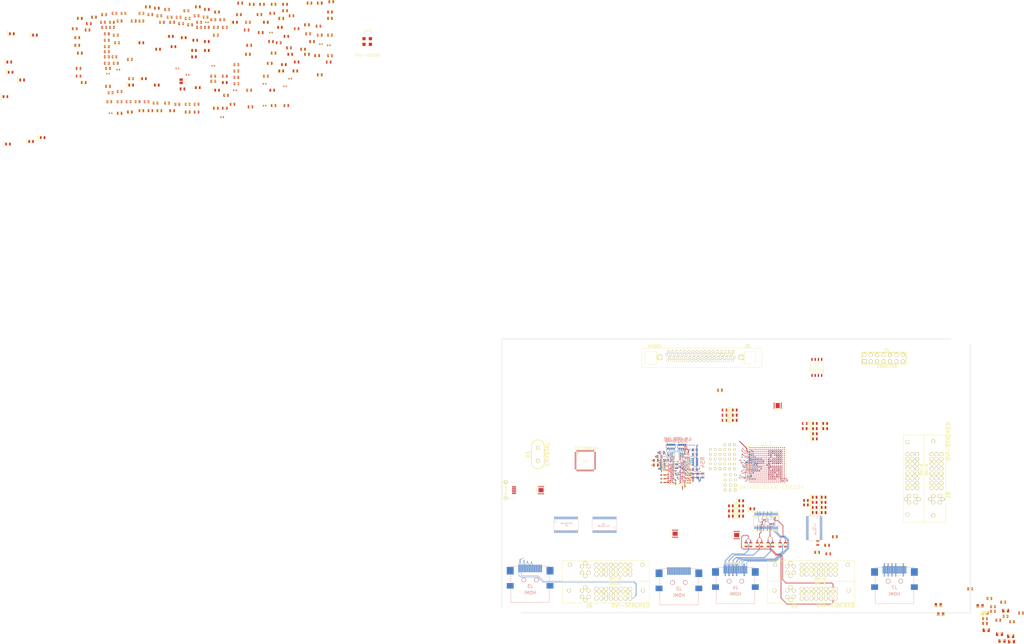
<source format=kicad_pcb>
(kicad_pcb (version 3) (host pcbnew "(2013-05-31 BZR 4019)-stable")
  (layers (15 TOP signal) (6 GND1 power) (5 SIGNAL1 signal) (4 GND2 power) (3 SIGNAL2 signal) (2 GND3 power) (1 PWR power) (0 BOTTOM signal) (18 B.Paste user) (19 F.Paste user) (20 B.SilkS user) (21 F.SilkS user) (22 B.Mask user) (23 F.Mask user) (28 Edge.Cuts user))
  (net 0 "")
  (net 1 /CY7C68013A/D_N)
  (net 2 /CY7C68013A/D_P)
  (net 3 /CY7C68013A/SCK)
  (net 4 /CY7C68013A/SPI-CS-FLASH)
  (net 5 /CY7C68013A/SPI-SDI)
  (net 6 /CY7C68013A/SPI-SDO)
  (net 7 /CY7C68013A/U1-FD0)
  (net 8 /CY7C68013A/U1-FD1)
  (net 9 /CY7C68013A/U1-FD2)
  (net 10 /CY7C68013A/U1-FD3)
  (net 11 /CY7C68013A/U1-FD4)
  (net 12 /CY7C68013A/U1-FD5)
  (net 13 /CY7C68013A/U1-FD6)
  (net 14 /CY7C68013A/U1-FD7)
  (net 15 /CY7C68013A/U1-FIFOAD0)
  (net 16 /CY7C68013A/U1-FIFOAD1)
  (net 17 /CY7C68013A/U1-FLAGA)
  (net 18 /CY7C68013A/U1-FLAGB)
  (net 19 /CY7C68013A/U1-FLAGC)
  (net 20 /CY7C68013A/U1-IFCLK)
  (net 21 /CY7C68013A/U1-INT0#)
  (net 22 /CY7C68013A/U1-PKTEND)
  (net 23 /CY7C68013A/U1-SCL)
  (net 24 /CY7C68013A/U1-SDA)
  (net 25 /CY7C68013A/U1-SLCS)
  (net 26 /CY7C68013A/U1-SLRD)
  (net 27 /CY7C68013A/U1-SLWR)
  (net 28 /MT47H64M16HR/DDR-A0)
  (net 29 /MT47H64M16HR/DDR-A1)
  (net 30 /MT47H64M16HR/DDR-A10)
  (net 31 /MT47H64M16HR/DDR-A11)
  (net 32 /MT47H64M16HR/DDR-A12)
  (net 33 /MT47H64M16HR/DDR-A2)
  (net 34 /MT47H64M16HR/DDR-A3)
  (net 35 /MT47H64M16HR/DDR-A4)
  (net 36 /MT47H64M16HR/DDR-A5)
  (net 37 /MT47H64M16HR/DDR-A6)
  (net 38 /MT47H64M16HR/DDR-A7)
  (net 39 /MT47H64M16HR/DDR-A8)
  (net 40 /MT47H64M16HR/DDR-A9)
  (net 41 /MT47H64M16HR/DDR-BA0)
  (net 42 /MT47H64M16HR/DDR-BA1)
  (net 43 /MT47H64M16HR/DDR-BA2)
  (net 44 /MT47H64M16HR/DDR-CAS)
  (net 45 /MT47H64M16HR/DDR-CKE)
  (net 46 /MT47H64M16HR/DDR-CK_N)
  (net 47 /MT47H64M16HR/DDR-CK_P)
  (net 48 /MT47H64M16HR/DDR-D0)
  (net 49 /MT47H64M16HR/DDR-D1)
  (net 50 /MT47H64M16HR/DDR-D10)
  (net 51 /MT47H64M16HR/DDR-D11)
  (net 52 /MT47H64M16HR/DDR-D12)
  (net 53 /MT47H64M16HR/DDR-D13)
  (net 54 /MT47H64M16HR/DDR-D14)
  (net 55 /MT47H64M16HR/DDR-D15)
  (net 56 /MT47H64M16HR/DDR-D2)
  (net 57 /MT47H64M16HR/DDR-D3)
  (net 58 /MT47H64M16HR/DDR-D4)
  (net 59 /MT47H64M16HR/DDR-D5)
  (net 60 /MT47H64M16HR/DDR-D6)
  (net 61 /MT47H64M16HR/DDR-D7)
  (net 62 /MT47H64M16HR/DDR-D8)
  (net 63 /MT47H64M16HR/DDR-D9)
  (net 64 /MT47H64M16HR/DDR-LDM)
  (net 65 /MT47H64M16HR/DDR-LDQS_N)
  (net 66 /MT47H64M16HR/DDR-LDQS_P)
  (net 67 /MT47H64M16HR/DDR-ODT)
  (net 68 /MT47H64M16HR/DDR-RAS)
  (net 69 /MT47H64M16HR/DDR-UDM)
  (net 70 /MT47H64M16HR/DDR-UDQS_N)
  (net 71 /MT47H64M16HR/DDR-UDQS_P)
  (net 72 /MT47H64M16HR/DDR-WE)
  (net 73 "/expansion connectors/EXP-IO10_N")
  (net 74 "/expansion connectors/EXP-IO10_P")
  (net 75 "/expansion connectors/EXP-IO11_N")
  (net 76 "/expansion connectors/EXP-IO11_P")
  (net 77 "/expansion connectors/EXP-IO12_N")
  (net 78 "/expansion connectors/EXP-IO12_P")
  (net 79 "/expansion connectors/EXP-IO13_N")
  (net 80 "/expansion connectors/EXP-IO13_P")
  (net 81 "/expansion connectors/EXP-IO14_N")
  (net 82 "/expansion connectors/EXP-IO14_P")
  (net 83 "/expansion connectors/EXP-IO15_N")
  (net 84 "/expansion connectors/EXP-IO15_P")
  (net 85 "/expansion connectors/EXP-IO16_N")
  (net 86 "/expansion connectors/EXP-IO16_P")
  (net 87 "/expansion connectors/EXP-IO17_N")
  (net 88 "/expansion connectors/EXP-IO17_P")
  (net 89 "/expansion connectors/EXP-IO18_N")
  (net 90 "/expansion connectors/EXP-IO18_P")
  (net 91 "/expansion connectors/EXP-IO19_N")
  (net 92 "/expansion connectors/EXP-IO19_P")
  (net 93 "/expansion connectors/EXP-IO1_N")
  (net 94 "/expansion connectors/EXP-IO1_P")
  (net 95 "/expansion connectors/EXP-IO20_N")
  (net 96 "/expansion connectors/EXP-IO20_P")
  (net 97 "/expansion connectors/EXP-IO2_N")
  (net 98 "/expansion connectors/EXP-IO3_N")
  (net 99 "/expansion connectors/EXP-IO3_P")
  (net 100 "/expansion connectors/EXP-IO4_N")
  (net 101 "/expansion connectors/EXP-IO4_P")
  (net 102 "/expansion connectors/EXP-IO5_N")
  (net 103 "/expansion connectors/EXP-IO5_P")
  (net 104 "/expansion connectors/EXP-IO6_N")
  (net 105 "/expansion connectors/EXP-IO6_P")
  (net 106 "/expansion connectors/EXP-IO7_N")
  (net 107 "/expansion connectors/EXP-IO7_P")
  (net 108 "/expansion connectors/EXP-IO8_N")
  (net 109 "/expansion connectors/EXP-IO8_P")
  (net 110 "/expansion connectors/EXP-IO9_N")
  (net 111 "/expansion connectors/EXP-IO9_P")
  (net 112 "/expansion connectors/GTP-RX-0_N")
  (net 113 "/expansion connectors/GTP-RX-0_P")
  (net 114 "/expansion connectors/GTP-RX-1_N")
  (net 115 "/expansion connectors/GTP-RX-1_P")
  (net 116 "/expansion connectors/GTP-RX-2_N")
  (net 117 "/expansion connectors/GTP-RX-2_P")
  (net 118 "/expansion connectors/GTP-RX-3_N")
  (net 119 "/expansion connectors/GTP-RX-3_P")
  (net 120 "/expansion connectors/GTP-RX-CLK_N")
  (net 121 "/expansion connectors/GTP-RX-CLK_P")
  (net 122 "/expansion connectors/GTP-RX-ECLK_N")
  (net 123 "/expansion connectors/GTP-RX-ECLK_P")
  (net 124 "/expansion connectors/GTP-RX-HOT")
  (net 125 "/expansion connectors/GTP-RX-SCL")
  (net 126 "/expansion connectors/GTP-RX-SDA")
  (net 127 "/expansion connectors/GTP-RX-VIO")
  (net 128 "/expansion connectors/GTP-TX-0_N")
  (net 129 "/expansion connectors/GTP-TX-0_P")
  (net 130 "/expansion connectors/GTP-TX-1_N")
  (net 131 "/expansion connectors/GTP-TX-1_P")
  (net 132 "/expansion connectors/GTP-TX-2_N")
  (net 133 "/expansion connectors/GTP-TX-2_P")
  (net 134 "/expansion connectors/GTP-TX-3_N")
  (net 135 "/expansion connectors/GTP-TX-3_P")
  (net 136 "/expansion connectors/GTP-TX-CLK_N")
  (net 137 "/expansion connectors/GTP-TX-CLK_P")
  (net 138 "/expansion connectors/GTP-TX-ECLK_N")
  (net 139 "/expansion connectors/GTP-TX-ECLK_P")
  (net 140 "/expansion connectors/GTP-TX-HOT")
  (net 141 "/expansion connectors/GTP-TX-SCL")
  (net 142 "/expansion connectors/GTP-TX-SDA")
  (net 143 "/expansion connectors/GTP-TX-VIO")
  (net 144 "/expansion connectors/TCK")
  (net 145 "/expansion connectors/TDO-FPGA/TDO-JTAG")
  (net 146 "/expansion connectors/TDO-USB/TDI-FPGA")
  (net 147 "/expansion connectors/TMS")
  (net 148 /hdmi/P1-CEC)
  (net 149 /hdmi/P1-HOT)
  (net 150 /hdmi/P1-SCL)
  (net 151 /hdmi/P1-SDA)
  (net 152 /hdmi/P2-CEC)
  (net 153 /hdmi/P2-HOT)
  (net 154 /hdmi/P2-SCL)
  (net 155 /hdmi/P2-SDA)
  (net 156 /hdmi/P3-CEC)
  (net 157 /hdmi/P3-HOT)
  (net 158 /hdmi/P3-SCL)
  (net 159 /hdmi/P3-SDA)
  (net 160 /hdmi/P4-CEC)
  (net 161 /hdmi/P4-HOT)
  (net 162 /hdmi/P4-SCL)
  (net 163 /hdmi/P4-SDA)
  (net 164 /hdmi/TMDS-RX1-0_N)
  (net 165 /hdmi/TMDS-RX1-0_P)
  (net 166 /hdmi/TMDS-RX1-1_N)
  (net 167 /hdmi/TMDS-RX1-1_P)
  (net 168 /hdmi/TMDS-RX1-2_N)
  (net 169 /hdmi/TMDS-RX1-2_P)
  (net 170 /hdmi/TMDS-RX1-CEC)
  (net 171 /hdmi/TMDS-RX1-CLK_N)
  (net 172 /hdmi/TMDS-RX1-CLK_P)
  (net 173 /hdmi/TMDS-RX1-HOT)
  (net 174 /hdmi/TMDS-RX1-SCL)
  (net 175 /hdmi/TMDS-RX1-SDA)
  (net 176 /hdmi/TMDS-RX2-0_N)
  (net 177 /hdmi/TMDS-RX2-0_P)
  (net 178 /hdmi/TMDS-RX2-1_N)
  (net 179 /hdmi/TMDS-RX2-1_P)
  (net 180 /hdmi/TMDS-RX2-2_N)
  (net 181 /hdmi/TMDS-RX2-2_P)
  (net 182 /hdmi/TMDS-RX2-CEC)
  (net 183 /hdmi/TMDS-RX2-CLK_N)
  (net 184 /hdmi/TMDS-RX2-CLK_P)
  (net 185 /hdmi/TMDS-RX2-HOT)
  (net 186 /hdmi/TMDS-RX2-SCL)
  (net 187 /hdmi/TMDS-RX2-SDA)
  (net 188 /hdmi/TMDS-TX1-0_N)
  (net 189 /hdmi/TMDS-TX1-0_P)
  (net 190 /hdmi/TMDS-TX1-1_N)
  (net 191 /hdmi/TMDS-TX1-1_P)
  (net 192 /hdmi/TMDS-TX1-2_N)
  (net 193 /hdmi/TMDS-TX1-2_P)
  (net 194 /hdmi/TMDS-TX1-CEC)
  (net 195 /hdmi/TMDS-TX1-CLK_N)
  (net 196 /hdmi/TMDS-TX1-CLK_P)
  (net 197 /hdmi/TMDS-TX1-HOT)
  (net 198 /hdmi/TMDS-TX1-SCL)
  (net 199 /hdmi/TMDS-TX1-SDA)
  (net 200 /hdmi/TMDS-TX2-0_N)
  (net 201 /hdmi/TMDS-TX2-0_P)
  (net 202 /hdmi/TMDS-TX2-1_N)
  (net 203 /hdmi/TMDS-TX2-1_P)
  (net 204 /hdmi/TMDS-TX2-2_N)
  (net 205 /hdmi/TMDS-TX2-2_P)
  (net 206 /hdmi/TMDS-TX2-CEC)
  (net 207 /hdmi/TMDS-TX2-CLK_N)
  (net 208 /hdmi/TMDS-TX2-CLK_P)
  (net 209 /hdmi/TMDS-TX2-HOT)
  (net 210 /hdmi/TMDS-TX2-SCL)
  (net 211 /hdmi/TMDS-TX2-SDA)
  (net 212 /power/DDR0V9)
  (net 213 /power/DDR1V8)
  (net 214 /power/VCC1V2)
  (net 215 /power/VCC3V3)
  (net 216 /power/VCC5V0)
  (net 217 /spartan6/EXP-IO2_N)
  (net 218 /spartan6/GCLK)
  (net 219 /spartan6/GND--OR--VCC1V2)
  (net 220 /spartan6/GTP-REF)
  (net 221 /spartan6/GTP-RX-0_P--OR--GND)
  (net 222 /spartan6/GTP-RX-1_P--OR--VCC3V3)
  (net 223 /spartan6/GTP-RX-3_P--OR--VCC3V3)
  (net 224 /spartan6/GTP-RX-CLK_P--OR--VCC3V3)
  (net 225 /spartan6/GTP-TX-ECLK_N--OR--VCC3V3)
  (net 226 /spartan6/GTP_CAL)
  (net 227 /spartan6/SUSPEND)
  (net 228 /spartan6/U1-SLOE)
  (net 229 /spartan6/VCC3V3)
  (net 230 /spartan6/VCC3V3--OR--GND)
  (net 231 DDR0V9)
  (net 232 DDR1V8)
  (net 233 GND)
  (net 234 N-00000163)
  (net 235 N-00000173)
  (net 236 N-00000174)
  (net 237 N-00000176)
  (net 238 N-00000177)
  (net 239 N-00000178)
  (net 240 N-00000179)
  (net 241 N-00000182)
  (net 242 N-00000184)
  (net 243 N-00000185)
  (net 244 N-00000186)
  (net 245 N-00000187)
  (net 246 N-00000188)
  (net 247 N-00000206)
  (net 248 N-00000207)
  (net 249 N-00000208)
  (net 250 N-00000210)
  (net 251 N-00000211)
  (net 252 N-00000212)
  (net 253 N-00000213)
  (net 254 N-00000214)
  (net 255 N-00000215)
  (net 256 N-00000216)
  (net 257 N-00000217)
  (net 258 N-00000222)
  (net 259 N-00000223)
  (net 260 N-00000224)
  (net 261 N-00000225)
  (net 262 N-00000226)
  (net 263 N-00000227)
  (net 264 N-00000228)
  (net 265 N-00000229)
  (net 266 N-00000230)
  (net 267 N-00000231)
  (net 268 N-00000232)
  (net 269 N-00000233)
  (net 270 N-00000234)
  (net 271 N-00000235)
  (net 272 N-00000236)
  (net 273 N-00000237)
  (net 274 N-00000238)
  (net 275 N-00000251)
  (net 276 N-00000253)
  (net 277 N-00000257)
  (net 278 N-00000258)
  (net 279 N-00000264)
  (net 280 N-00000265)
  (net 281 N-00000266)
  (net 282 N-00000267)
  (net 283 N-00000268)
  (net 284 N-00000269)
  (net 285 N-00000271)
  (net 286 N-00000272)
  (net 287 N-00000277)
  (net 288 N-00000282)
  (net 289 N-00000284)
  (net 290 N-00000285)
  (net 291 N-00000286)
  (net 292 N-00000287)
  (net 293 N-00000288)
  (net 294 N-00000289)
  (net 295 N-00000290)
  (net 296 N-00000291)
  (net 297 N-00000292)
  (net 298 N-00000293)
  (net 299 N-00000299)
  (net 300 N-00000300)
  (net 301 N-00000319)
  (net 302 N-00000321)
  (net 303 N-00000322)
  (net 304 N-00000324)
  (net 305 N-00000325)
  (net 306 N-00000331)
  (net 307 N-00000332)
  (net 308 N-00000333)
  (net 309 N-00000334)
  (net 310 N-00000335)
  (net 311 N-00000336)
  (net 312 N-00000345)
  (net 313 N-00000346)
  (net 314 N-00000347)
  (net 315 N-00000348)
  (net 316 N-00000349)
  (net 317 N-00000350)
  (net 318 N-00000351)
  (net 319 N-00000352)
  (net 320 N-00000354)
  (net 321 N-00000355)
  (net 322 N-00000356)
  (net 323 N-00000358)
  (net 324 N-00000359)
  (net 325 N-00000360)
  (net 326 N-00000361)
  (net 327 N-00000362)
  (net 328 N-00000363)
  (net 329 N-00000364)
  (net 330 N-00000365)
  (net 331 N-00000366)
  (net 332 N-00000367)
  (net 333 N-00000368)
  (net 334 N-00000382)
  (net 335 N-00000406)
  (net 336 N-00000407)
  (net 337 N-00000408)
  (net 338 N-00000410)
  (net 339 N-00000411)
  (net 340 N-00000412)
  (net 341 N-00000413)
  (net 342 N-00000414)
  (net 343 N-00000416)
  (net 344 N-00000417)
  (net 345 N-00000418)
  (net 346 N-00000419)
  (net 347 N-00000420)
  (net 348 N-00000421)
  (net 349 N-00000422)
  (net 350 N-00000423)
  (net 351 N-00000424)
  (net 352 N-00000426)
  (net 353 N-00000427)
  (net 354 N-00000428)
  (net 355 N-00000429)
  (net 356 N-00000430)
  (net 357 N-00000431)
  (net 358 N-00000432)
  (net 359 N-00000433)
  (net 360 N-00000434)
  (net 361 N-00000435)
  (net 362 N-00000436)
  (net 363 N-00000437)
  (net 364 N-00000438)
  (net 365 N-00000439)
  (net 366 N-00000440)
  (net 367 N-00000441)
  (net 368 N-00000442)
  (net 369 N-00000443)
  (net 370 N-00000444)
  (net 371 N-00000445)
  (net 372 N-00000447)
  (net 373 N-00000449)
  (net 374 N-00000450)
  (net 375 N-00000451)
  (net 376 N-00000452)
  (net 377 N-00000453)
  (net 378 N-00000454)
  (net 379 N-00000456)
  (net 380 N-00000457)
  (net 381 N-00000458)
  (net 382 N-00000459)
  (net 383 N-00000460)
  (net 384 N-00000461)
  (net 385 N-00000462)
  (net 386 N-00000463)
  (net 387 N-00000464)
  (net 388 N-00000465)
  (net 389 N-00000466)
  (net 390 N-00000467)
  (net 391 N-00000468)
  (net 392 N-00000469)
  (net 393 N-00000470)
  (net 394 N-00000471)
  (net 395 N-00000472)
  (net 396 N-00000473)
  (net 397 N-00000474)
  (net 398 N-00000475)
  (net 399 N-00000476)
  (net 400 N-00000477)
  (net 401 N-00000478)
  (net 402 N-00000479)
  (net 403 N-00000480)
  (net 404 N-00000481)
  (net 405 N-00000482)
  (net 406 N-00000483)
  (net 407 N-00000484)
  (net 408 N-00000485)
  (net 409 N-00000486)
  (net 410 N-00000487)
  (net 411 N-00000488)
  (net 412 N-00000489)
  (net 413 N-00000490)
  (net 414 N-00000491)
  (net 415 N-00000492)
  (net 416 N-00000493)
  (net 417 N-00000494)
  (net 418 N-00000495)
  (net 419 N-00000499)
  (net 420 N-00000500)
  (net 421 N-00000501)
  (net 422 VCC1V2)
  (net 423 VCC3V3)
  (net 424 VCC5V0)
  (module SM0603_Capa (layer BOTTOM) (at 204.51566 160.87564 270)
    (fp_text reference C26 (at 0 0 540) (layer B.SilkS) (effects (font (size 0.508 0.4572) (thickness 0.1143)) (justify mirror)))
    (fp_text value 0.1MFD (at -1.651 0 540) (layer B.SilkS) (effects (font (size 0.508 0.4572) (thickness 0.1143)) (justify mirror)))
    (pad 1 smd rect (at -0.762 0 270) (size 0.635 1.143) (layers BOTTOM B.Paste B.Mask) (net 275 N-00000251))
    (pad 2 smd rect (at 0.762 0 270) (size 0.635 1.143) (layers BOTTOM B.Paste B.Mask) (net 233 GND))
  )
  (module SM0603 (layer BOTTOM) (at 202.58266 160.86564 90)
    (fp_text reference R45 (at 0 0 90) (layer B.SilkS) (effects (font (size 0.508 0.4572) (thickness 0.1143)) (justify mirror)))
    (fp_text value 20K hide)
    (pad 1 smd rect (at -0.762 0 90) (size 0.635 1.143) (layers BOTTOM B.Paste B.Mask) (net 233 GND))
    (pad 2 smd rect (at 0.762 0 90) (size 0.635 1.143) (layers BOTTOM B.Paste B.Mask) (net 275 N-00000251))
  )
  (module SM0603 (layer BOTTOM) (at 206.50666 160.81464 90)
    (fp_text reference R44 (at 0 0 90) (layer B.SilkS) (effects (font (size 0.508 0.4572) (thickness 0.1143)) (justify mirror)))
    (fp_text value 20K hide)
    (pad 1 smd rect (at -0.762 0 90) (size 0.635 1.143) (layers BOTTOM B.Paste B.Mask) (net 232 DDR1V8))
    (pad 2 smd rect (at 0.762 0 90) (size 0.635 1.143) (layers BOTTOM B.Paste B.Mask) (net 275 N-00000251))
  )
  (module SM0603 (layer TOP) (at 187.97566 154.82564 180)
    (fp_text reference R46 (at 0 0 180) (layer F.SilkS) (effects (font (size 0.508 0.4572) (thickness 0.1143))))
    (fp_text value 100R hide)
    (pad 1 smd rect (at -0.762 0 180) (size 0.635 1.143) (layers TOP F.Paste F.Mask) (net 276 N-00000253))
    (pad 2 smd rect (at 0.762 0 180) (size 0.635 1.143) (layers TOP F.Paste F.Mask) (net 233 GND))
  )
  (module SM0603 (layer TOP) (at 187.95966 156.68464 180)
    (fp_text reference R47 (at 0 0 180) (layer F.SilkS) (effects (font (size 0.508 0.4572) (thickness 0.1143))))
    (fp_text value 4.7K hide)
    (pad 1 smd rect (at -0.762 0 180) (size 0.635 1.143) (layers TOP F.Paste F.Mask) (net 67 /MT47H64M16HR/DDR-ODT))
    (pad 2 smd rect (at 0.762 0 180) (size 0.635 1.143) (layers TOP F.Paste F.Mask) (net 233 GND))
  )
  (module SM0603 (layer BOTTOM) (at 203.45166 158.46764)
    (fp_text reference R49 (at 0 0) (layer B.SilkS) (effects (font (size 0.508 0.4572) (thickness 0.1143)) (justify mirror)))
    (fp_text value 4.7K hide)
    (pad 1 smd rect (at -0.762 0) (size 0.635 1.143) (layers BOTTOM B.Paste B.Mask) (net 45 /MT47H64M16HR/DDR-CKE))
    (pad 2 smd rect (at 0.762 0) (size 0.635 1.143) (layers BOTTOM B.Paste B.Mask) (net 233 GND))
  )
  (module SM0603 (layer BOTTOM) (at 196.1769 157.1244 270)
    (fp_text reference R50 (at 0 0 270) (layer B.SilkS) (effects (font (size 0.508 0.4572) (thickness 0.1143)) (justify mirror)))
    (fp_text value 100R hide)
    (pad 1 smd rect (at -0.762 0 270) (size 0.635 1.143) (layers BOTTOM B.Paste B.Mask) (net 46 /MT47H64M16HR/DDR-CK_N))
    (pad 2 smd rect (at 0.762 0 270) (size 0.635 1.143) (layers BOTTOM B.Paste B.Mask) (net 47 /MT47H64M16HR/DDR-CK_P))
  )
  (module SM0603 (layer BOTTOM) (at 190.61684 156.4767 180)
    (fp_text reference R55 (at 0 0 180) (layer B.SilkS) (effects (font (size 0.508 0.4572) (thickness 0.1143)) (justify mirror)))
    (fp_text value 49.9R hide)
    (pad 1 smd rect (at -0.762 0 180) (size 0.635 1.143) (layers BOTTOM B.Paste B.Mask) (net 44 /MT47H64M16HR/DDR-CAS))
    (pad 2 smd rect (at 0.762 0 180) (size 0.635 1.143) (layers BOTTOM B.Paste B.Mask) (net 231 DDR0V9))
  )
  (module SM0603 (layer BOTTOM) (at 190.62954 158.12008 180)
    (fp_text reference R56 (at 0 0 180) (layer B.SilkS) (effects (font (size 0.508 0.4572) (thickness 0.1143)) (justify mirror)))
    (fp_text value 49.9R hide)
    (pad 1 smd rect (at -0.762 0 180) (size 0.635 1.143) (layers BOTTOM B.Paste B.Mask) (net 68 /MT47H64M16HR/DDR-RAS))
    (pad 2 smd rect (at 0.762 0 180) (size 0.635 1.143) (layers BOTTOM B.Paste B.Mask) (net 231 DDR0V9))
  )
  (module BGA84 (layer TOP) (at 196.22466 157.82564 180)
    (fp_text reference U7 (at 5.08 0 270) (layer F.SilkS) (effects (font (size 1.016 1.016) (thickness 0.1524))))
    (fp_text value MT47H64M16HR (at -5.08 0 270) (layer F.SilkS) (effects (font (size 1.016 1.016) (thickness 0.1524))))
    (pad A1 smd circle (at -3.2004 -5.6007 180) (size 0.4 0.4) (layers TOP F.Paste F.Mask) (net 232 DDR1V8) (clearance 0.127))
    (pad A2 smd circle (at -2.4003 -5.6007 180) (size 0.4 0.4) (layers TOP F.Paste F.Mask) (clearance 0.127))
    (pad A3 smd circle (at -1.6002 -5.6007 180) (size 0.4 0.4) (layers TOP F.Paste F.Mask) (net 233 GND) (clearance 0.127))
    (pad A7 smd circle (at 1.6002 -5.6007 180) (size 0.4 0.4) (layers TOP F.Paste F.Mask) (net 233 GND) (clearance 0.127))
    (pad A8 smd circle (at 2.4003 -5.6007 180) (size 0.4 0.4) (layers TOP F.Paste F.Mask) (net 70 /MT47H64M16HR/DDR-UDQS_N) (clearance 0.127))
    (pad A9 smd circle (at 3.2004 -5.6007 180) (size 0.4 0.4) (layers TOP F.Paste F.Mask) (net 232 DDR1V8) (clearance 0.127))
    (pad B1 smd circle (at -3.2004 -4.8006 180) (size 0.4 0.4) (layers TOP F.Paste F.Mask) (net 54 /MT47H64M16HR/DDR-D14) (clearance 0.127))
    (pad C1 smd circle (at -3.2004 -4.0005 180) (size 0.4 0.4) (layers TOP F.Paste F.Mask) (net 232 DDR1V8) (clearance 0.127))
    (pad D1 smd circle (at -3.2004 -3.2004 180) (size 0.4 0.4) (layers TOP F.Paste F.Mask) (net 52 /MT47H64M16HR/DDR-D12) (clearance 0.127))
    (pad E1 smd circle (at -3.2004 -2.40284 180) (size 0.4 0.4) (layers TOP F.Paste F.Mask) (net 232 DDR1V8) (clearance 0.127))
    (pad F1 smd circle (at -3.2004 -1.60274 180) (size 0.4 0.4) (layers TOP F.Paste F.Mask) (net 60 /MT47H64M16HR/DDR-D6) (clearance 0.127))
    (pad G1 smd circle (at -3.2004 -0.80264 180) (size 0.4 0.4) (layers TOP F.Paste F.Mask) (net 232 DDR1V8) (clearance 0.127))
    (pad H1 smd circle (at -3.2004 -0.00254 180) (size 0.4 0.4) (layers TOP F.Paste F.Mask) (net 58 /MT47H64M16HR/DDR-D4) (clearance 0.127))
    (pad H2 smd circle (at -2.4003 -0.00254 180) (size 0.4 0.4) (layers TOP F.Paste F.Mask) (net 233 GND) (clearance 0.127))
    (pad H3 smd circle (at -1.6002 -0.00254 180) (size 0.4 0.4) (layers TOP F.Paste F.Mask) (net 57 /MT47H64M16HR/DDR-D3) (clearance 0.127))
    (pad H7 smd circle (at 1.59766 0 180) (size 0.4 0.4) (layers TOP F.Paste F.Mask) (net 56 /MT47H64M16HR/DDR-D2) (clearance 0.127))
    (pad H8 smd circle (at 2.39776 0 180) (size 0.4 0.4) (layers TOP F.Paste F.Mask) (net 233 GND) (clearance 0.127))
    (pad H9 smd circle (at 3.19786 0 180) (size 0.4 0.4) (layers TOP F.Paste F.Mask) (net 59 /MT47H64M16HR/DDR-D5) (clearance 0.127))
    (pad G9 smd circle (at 3.19786 -0.8001 180) (size 0.4 0.4) (layers TOP F.Paste F.Mask) (net 232 DDR1V8) (clearance 0.127))
    (pad F9 smd circle (at 3.19786 -1.6002 180) (size 0.4 0.4) (layers TOP F.Paste F.Mask) (net 61 /MT47H64M16HR/DDR-D7) (clearance 0.127))
    (pad E9 smd circle (at 3.19786 -2.4003 180) (size 0.4 0.4) (layers TOP F.Paste F.Mask) (net 232 DDR1V8) (clearance 0.127))
    (pad D9 smd circle (at 3.19786 -3.19786 180) (size 0.4 0.4) (layers TOP F.Paste F.Mask) (net 53 /MT47H64M16HR/DDR-D13) (clearance 0.127))
    (pad C9 smd circle (at 3.19786 -3.99796 180) (size 0.4 0.4) (layers TOP F.Paste F.Mask) (net 232 DDR1V8) (clearance 0.127))
    (pad B9 smd circle (at 3.19786 -4.79806 180) (size 0.4 0.4) (layers TOP F.Paste F.Mask) (net 55 /MT47H64M16HR/DDR-D15) (clearance 0.127))
    (pad D3 smd circle (at -1.6002 -3.2004 180) (size 0.4 0.4) (layers TOP F.Paste F.Mask) (net 51 /MT47H64M16HR/DDR-D11) (clearance 0.127))
    (pad E3 smd circle (at -1.6002 -2.40284 180) (size 0.4 0.4) (layers TOP F.Paste F.Mask) (net 233 GND) (clearance 0.127))
    (pad E7 smd circle (at 1.59766 -2.4003 180) (size 0.4 0.4) (layers TOP F.Paste F.Mask) (net 233 GND) (clearance 0.127))
    (pad D7 smd circle (at 1.59766 -3.19786 180) (size 0.4 0.4) (layers TOP F.Paste F.Mask) (net 50 /MT47H64M16HR/DDR-D10) (clearance 0.127))
    (pad C7 smd circle (at 1.59766 -3.99796 180) (size 0.4 0.4) (layers TOP F.Paste F.Mask) (net 232 DDR1V8) (clearance 0.127))
    (pad C3 smd circle (at -1.6002 -4.0005 180) (size 0.4 0.4) (layers TOP F.Paste F.Mask) (net 232 DDR1V8) (clearance 0.127))
    (pad C2 smd circle (at -2.4003 -4.0005 180) (size 0.4 0.4) (layers TOP F.Paste F.Mask) (net 63 /MT47H64M16HR/DDR-D9) (clearance 0.127))
    (pad D2 smd circle (at -2.4003 -3.2004 180) (size 0.4 0.4) (layers TOP F.Paste F.Mask) (net 233 GND) (clearance 0.127))
    (pad E2 smd circle (at -2.4003 -2.40284 180) (size 0.4 0.4) (layers TOP F.Paste F.Mask) (clearance 0.127))
    (pad F2 smd circle (at -2.4003 -1.60274 180) (size 0.4 0.4) (layers TOP F.Paste F.Mask) (net 233 GND) (clearance 0.127))
    (pad G2 smd circle (at -2.4003 -0.80264 180) (size 0.4 0.4) (layers TOP F.Paste F.Mask) (net 49 /MT47H64M16HR/DDR-D1) (clearance 0.127))
    (pad G3 smd circle (at -1.6002 -0.80264 180) (size 0.4 0.4) (layers TOP F.Paste F.Mask) (net 232 DDR1V8) (clearance 0.127))
    (pad F3 smd circle (at -1.6002 -1.60274 180) (size 0.4 0.4) (layers TOP F.Paste F.Mask) (net 64 /MT47H64M16HR/DDR-LDM) (clearance 0.127))
    (pad F7 smd circle (at 1.59766 -1.6002 180) (size 0.4 0.4) (layers TOP F.Paste F.Mask) (net 66 /MT47H64M16HR/DDR-LDQS_P) (clearance 0.127))
    (pad G7 smd circle (at 1.59766 -0.8001 180) (size 0.4 0.4) (layers TOP F.Paste F.Mask) (net 232 DDR1V8) (clearance 0.127))
    (pad G8 smd circle (at 2.39776 -0.8001 180) (size 0.4 0.4) (layers TOP F.Paste F.Mask) (net 48 /MT47H64M16HR/DDR-D0) (clearance 0.127))
    (pad F8 smd circle (at 2.39776 -1.6002 180) (size 0.4 0.4) (layers TOP F.Paste F.Mask) (net 233 GND) (clearance 0.127))
    (pad E8 smd circle (at 2.39776 -2.4003 180) (size 0.4 0.4) (layers TOP F.Paste F.Mask) (net 65 /MT47H64M16HR/DDR-LDQS_N) (clearance 0.127))
    (pad D8 smd circle (at 2.39776 -3.19786 180) (size 0.4 0.4) (layers TOP F.Paste F.Mask) (net 233 GND) (clearance 0.127))
    (pad C8 smd circle (at 2.39776 -3.99796 180) (size 0.4 0.4) (layers TOP F.Paste F.Mask) (net 62 /MT47H64M16HR/DDR-D8) (clearance 0.127))
    (pad B8 smd circle (at 2.39776 -4.79806 180) (size 0.4 0.4) (layers TOP F.Paste F.Mask) (net 233 GND) (clearance 0.127))
    (pad B7 smd circle (at 1.59766 -4.79806 180) (size 0.4 0.4) (layers TOP F.Paste F.Mask) (net 71 /MT47H64M16HR/DDR-UDQS_P) (clearance 0.127))
    (pad B3 smd circle (at -1.6002 -4.8006 180) (size 0.4 0.4) (layers TOP F.Paste F.Mask) (net 69 /MT47H64M16HR/DDR-UDM) (clearance 0.127))
    (pad B2 smd circle (at -2.4003 -4.8006 180) (size 0.4 0.4) (layers TOP F.Paste F.Mask) (net 233 GND) (clearance 0.127))
    (pad R1 smd circle (at -3.2004 5.6007 180) (size 0.4 0.4) (layers TOP F.Paste F.Mask) (net 232 DDR1V8) (clearance 0.127))
    (pad J1 smd circle (at -3.2004 0.8001 180) (size 0.4 0.4) (layers TOP F.Paste F.Mask) (net 232 DDR1V8) (clearance 0.127))
    (pad J2 smd circle (at -2.4003 0.8001 180) (size 0.4 0.4) (layers TOP F.Paste F.Mask) (net 275 N-00000251) (clearance 0.127))
    (pad J3 smd circle (at -1.6002 0.8001 180) (size 0.4 0.4) (layers TOP F.Paste F.Mask) (net 233 GND) (clearance 0.127))
    (pad J7 smd circle (at 1.6002 0.8001 180) (size 0.4 0.4) (layers TOP F.Paste F.Mask) (net 233 GND) (clearance 0.127))
    (pad J8 smd circle (at 2.4003 0.8001 180) (size 0.4 0.4) (layers TOP F.Paste F.Mask) (net 47 /MT47H64M16HR/DDR-CK_P) (clearance 0.127))
    (pad J9 smd circle (at 3.2004 0.8001 180) (size 0.4 0.4) (layers TOP F.Paste F.Mask) (net 232 DDR1V8) (clearance 0.127))
    (pad K2 smd circle (at -2.4003 1.6002 180) (size 0.4 0.4) (layers TOP F.Paste F.Mask) (net 45 /MT47H64M16HR/DDR-CKE) (clearance 0.127))
    (pad K3 smd circle (at -1.6002 1.6002 180) (size 0.4 0.4) (layers TOP F.Paste F.Mask) (net 72 /MT47H64M16HR/DDR-WE) (clearance 0.127))
    (pad K7 smd circle (at 1.6002 1.6002 180) (size 0.4 0.4) (layers TOP F.Paste F.Mask) (net 68 /MT47H64M16HR/DDR-RAS) (clearance 0.127))
    (pad K8 smd circle (at 2.4003 1.6002 180) (size 0.4 0.4) (layers TOP F.Paste F.Mask) (net 46 /MT47H64M16HR/DDR-CK_N) (clearance 0.127))
    (pad K9 smd circle (at 3.2004 1.6002 180) (size 0.4 0.4) (layers TOP F.Paste F.Mask) (net 67 /MT47H64M16HR/DDR-ODT) (clearance 0.127))
    (pad L1 smd circle (at -3.2004 2.4003 180) (size 0.4 0.4) (layers TOP F.Paste F.Mask) (net 43 /MT47H64M16HR/DDR-BA2) (clearance 0.127))
    (pad L2 smd circle (at -2.4003 2.4003 180) (size 0.4 0.4) (layers TOP F.Paste F.Mask) (net 41 /MT47H64M16HR/DDR-BA0) (clearance 0.127))
    (pad L3 smd circle (at -1.6002 2.4003 180) (size 0.4 0.4) (layers TOP F.Paste F.Mask) (net 42 /MT47H64M16HR/DDR-BA1) (clearance 0.127))
    (pad L7 smd circle (at 1.6002 2.4003 180) (size 0.4 0.4) (layers TOP F.Paste F.Mask) (net 44 /MT47H64M16HR/DDR-CAS) (clearance 0.127))
    (pad L8 smd circle (at 2.4003 2.4003 180) (size 0.4 0.4) (layers TOP F.Paste F.Mask) (net 276 N-00000253) (clearance 0.127))
    (pad M2 smd circle (at -2.4003 3.2004 180) (size 0.4 0.4) (layers TOP F.Paste F.Mask) (net 30 /MT47H64M16HR/DDR-A10) (clearance 0.127))
    (pad M3 smd circle (at -1.6002 3.2004 180) (size 0.4 0.4) (layers TOP F.Paste F.Mask) (net 29 /MT47H64M16HR/DDR-A1) (clearance 0.127))
    (pad M7 smd circle (at 1.6002 3.2004 180) (size 0.4 0.4) (layers TOP F.Paste F.Mask) (net 33 /MT47H64M16HR/DDR-A2) (clearance 0.127))
    (pad M8 smd circle (at 2.4003 3.2004 180) (size 0.4 0.4) (layers TOP F.Paste F.Mask) (net 28 /MT47H64M16HR/DDR-A0) (clearance 0.127))
    (pad M9 smd circle (at 3.2004 3.2004 180) (size 0.4 0.4) (layers TOP F.Paste F.Mask) (net 232 DDR1V8) (clearance 0.127))
    (pad N1 smd circle (at -3.2004 4.0005 180) (size 0.4 0.4) (layers TOP F.Paste F.Mask) (net 233 GND) (clearance 0.127))
    (pad N2 smd circle (at -2.4003 4.0005 180) (size 0.4 0.4) (layers TOP F.Paste F.Mask) (net 34 /MT47H64M16HR/DDR-A3) (clearance 0.127))
    (pad N3 smd circle (at -1.6002 4.0005 180) (size 0.4 0.4) (layers TOP F.Paste F.Mask) (net 36 /MT47H64M16HR/DDR-A5) (clearance 0.127))
    (pad N7 smd circle (at 1.6002 4.0005 180) (size 0.4 0.4) (layers TOP F.Paste F.Mask) (net 37 /MT47H64M16HR/DDR-A6) (clearance 0.127))
    (pad N8 smd circle (at 2.4003 4.0005 180) (size 0.4 0.4) (layers TOP F.Paste F.Mask) (net 35 /MT47H64M16HR/DDR-A4) (clearance 0.127))
    (pad P2 smd circle (at -2.4003 4.8006 180) (size 0.4 0.4) (layers TOP F.Paste F.Mask) (net 38 /MT47H64M16HR/DDR-A7) (clearance 0.127))
    (pad P3 smd circle (at -1.6002 4.8006 180) (size 0.4 0.4) (layers TOP F.Paste F.Mask) (net 40 /MT47H64M16HR/DDR-A9) (clearance 0.127))
    (pad P7 smd circle (at 1.6002 4.8006 180) (size 0.4 0.4) (layers TOP F.Paste F.Mask) (net 31 /MT47H64M16HR/DDR-A11) (clearance 0.127))
    (pad P8 smd circle (at 2.4003 4.8006 180) (size 0.4 0.4) (layers TOP F.Paste F.Mask) (net 39 /MT47H64M16HR/DDR-A8) (clearance 0.127))
    (pad P9 smd circle (at 3.2004 4.8006 180) (size 0.4 0.4) (layers TOP F.Paste F.Mask) (net 233 GND) (clearance 0.127))
    (pad R2 smd circle (at -2.4003 5.6007 180) (size 0.4 0.4) (layers TOP F.Paste F.Mask) (net 32 /MT47H64M16HR/DDR-A12) (clearance 0.127))
    (pad R3 smd circle (at -1.6002 5.6007 180) (size 0.4 0.4) (layers TOP F.Paste F.Mask) (clearance 0.127))
    (pad R7 smd circle (at 1.6002 5.6007 180) (size 0.4 0.4) (layers TOP F.Paste F.Mask) (clearance 0.127))
    (pad R8 smd circle (at 2.4003 5.6007 180) (size 0.4 0.4) (layers TOP F.Paste F.Mask) (clearance 0.127))
  )
  (module RES_NET4 (layer BOTTOM) (at 193.93166 149.40564)
    (fp_text reference R48 (at -0.1016 -2.3876) (layer B.SilkS) (effects (font (size 1.524 1.524) (thickness 0.3048)) (justify mirror)))
    (fp_text value 49.9R (at 0.508 -2.8702) (layer B.SilkS) (effects (font (size 1.524 1.524) (thickness 0.3048)) (justify mirror)))
    (pad 1 smd rect (at -1.19888 0.79756) (size 0.508 0.9144) (layers BOTTOM B.Paste B.Mask) (net 35 /MT47H64M16HR/DDR-A4))
    (pad 2 smd rect (at -1.19888 -0.79756) (size 0.508 0.9144) (layers BOTTOM B.Paste B.Mask) (net 231 DDR0V9))
    (pad 3 smd rect (at -0.39878 0.79756) (size 0.508 0.9144) (layers BOTTOM B.Paste B.Mask) (net 39 /MT47H64M16HR/DDR-A8))
    (pad 4 smd rect (at -0.39878 -0.79756) (size 0.508 0.9144) (layers BOTTOM B.Paste B.Mask) (net 231 DDR0V9))
    (pad 5 smd rect (at 0.39878 0.79756) (size 0.508 0.9144) (layers BOTTOM B.Paste B.Mask) (net 31 /MT47H64M16HR/DDR-A11))
    (pad 6 smd rect (at 0.39878 -0.79756) (size 0.508 0.9144) (layers BOTTOM B.Paste B.Mask) (net 231 DDR0V9))
    (pad 7 smd rect (at 1.19888 0.79756) (size 0.508 0.9144) (layers BOTTOM B.Paste B.Mask) (net 37 /MT47H64M16HR/DDR-A6))
    (pad 8 smd rect (at 1.19888 -0.79756) (size 0.508 0.9144) (layers BOTTOM B.Paste B.Mask) (net 231 DDR0V9))
  )
  (module RES_NET4 (layer BOTTOM) (at 203.46466 155.41264 90)
    (fp_text reference R54 (at -0.1778 3.0226 90) (layer B.SilkS) (effects (font (size 1.524 1.524) (thickness 0.3048)) (justify mirror)))
    (fp_text value 49.9R (at 0.508 -2.8702 90) (layer B.SilkS) (effects (font (size 1.524 1.524) (thickness 0.3048)) (justify mirror)))
    (pad 1 smd rect (at -1.19888 0.79756 90) (size 0.508 0.9144) (layers BOTTOM B.Paste B.Mask) (net 231 DDR0V9))
    (pad 2 smd rect (at -1.19888 -0.79756 90) (size 0.508 0.9144) (layers BOTTOM B.Paste B.Mask) (net 72 /MT47H64M16HR/DDR-WE))
    (pad 3 smd rect (at -0.39878 0.79756 90) (size 0.508 0.9144) (layers BOTTOM B.Paste B.Mask) (net 231 DDR0V9))
    (pad 4 smd rect (at -0.39878 -0.79756 90) (size 0.508 0.9144) (layers BOTTOM B.Paste B.Mask) (net 41 /MT47H64M16HR/DDR-BA0))
    (pad 5 smd rect (at 0.39878 0.79756 90) (size 0.508 0.9144) (layers BOTTOM B.Paste B.Mask) (net 231 DDR0V9))
    (pad 6 smd rect (at 0.39878 -0.79756 90) (size 0.508 0.9144) (layers BOTTOM B.Paste B.Mask) (net 43 /MT47H64M16HR/DDR-BA2))
    (pad 7 smd rect (at 1.19888 0.79756 90) (size 0.508 0.9144) (layers BOTTOM B.Paste B.Mask) (net 231 DDR0V9))
    (pad 8 smd rect (at 1.19888 -0.79756 90) (size 0.508 0.9144) (layers BOTTOM B.Paste B.Mask) (net 42 /MT47H64M16HR/DDR-BA1))
  )
  (module SM0603 (layer BOTTOM) (at 190.61666 154.88664)
    (fp_text reference R174 (at 0 0) (layer B.SilkS) (effects (font (size 0.508 0.4572) (thickness 0.1143)) (justify mirror)))
    (fp_text value 49.9R hide)
    (pad 1 smd rect (at -0.762 0) (size 0.635 1.143) (layers BOTTOM B.Paste B.Mask) (net 231 DDR0V9))
    (pad 2 smd rect (at 0.762 0) (size 0.635 1.143) (layers BOTTOM B.Paste B.Mask) (net 29 /MT47H64M16HR/DDR-A1))
  )
  (module SM0603 (layer BOTTOM) (at 189.37966 153.32964)
    (fp_text reference R175 (at 0 0) (layer B.SilkS) (effects (font (size 0.508 0.4572) (thickness 0.1143)) (justify mirror)))
    (fp_text value 49.9R hide)
    (pad 1 smd rect (at -0.762 0) (size 0.635 1.143) (layers BOTTOM B.Paste B.Mask) (net 231 DDR0V9))
    (pad 2 smd rect (at 0.762 0) (size 0.635 1.143) (layers BOTTOM B.Paste B.Mask) (net 28 /MT47H64M16HR/DDR-A0))
  )
  (module SM0603 (layer BOTTOM) (at 190.34466 151.75464)
    (fp_text reference R176 (at 0 0) (layer B.SilkS) (effects (font (size 0.508 0.4572) (thickness 0.1143)) (justify mirror)))
    (fp_text value 49.9R hide)
    (pad 1 smd rect (at -0.762 0) (size 0.635 1.143) (layers BOTTOM B.Paste B.Mask) (net 231 DDR0V9))
    (pad 2 smd rect (at 0.762 0) (size 0.635 1.143) (layers BOTTOM B.Paste B.Mask) (net 33 /MT47H64M16HR/DDR-A2))
  )
  (module SM0603 (layer BOTTOM) (at 203.39766 150.69564 180)
    (fp_text reference R51 (at 0 0 180) (layer B.SilkS) (effects (font (size 0.508 0.4572) (thickness 0.1143)) (justify mirror)))
    (fp_text value 49.9R hide)
    (pad 1 smd rect (at -0.762 0 180) (size 0.635 1.143) (layers BOTTOM B.Paste B.Mask) (net 231 DDR0V9))
    (pad 2 smd rect (at 0.762 0 180) (size 0.635 1.143) (layers BOTTOM B.Paste B.Mask) (net 32 /MT47H64M16HR/DDR-A12))
  )
  (module RES_NET4 (layer BOTTOM) (at 198.39466 149.45864)
    (fp_text reference R52 (at -0.0254 -2.413) (layer B.SilkS) (effects (font (size 1.524 1.524) (thickness 0.3048)) (justify mirror)))
    (fp_text value 49.9R (at 0.508 -2.8702) (layer B.SilkS) (effects (font (size 1.524 1.524) (thickness 0.3048)) (justify mirror)))
    (pad 1 smd rect (at -1.19888 0.79756) (size 0.508 0.9144) (layers BOTTOM B.Paste B.Mask) (net 36 /MT47H64M16HR/DDR-A5))
    (pad 2 smd rect (at -1.19888 -0.79756) (size 0.508 0.9144) (layers BOTTOM B.Paste B.Mask) (net 231 DDR0V9))
    (pad 3 smd rect (at -0.39878 0.79756) (size 0.508 0.9144) (layers BOTTOM B.Paste B.Mask) (net 40 /MT47H64M16HR/DDR-A9))
    (pad 4 smd rect (at -0.39878 -0.79756) (size 0.508 0.9144) (layers BOTTOM B.Paste B.Mask) (net 231 DDR0V9))
    (pad 5 smd rect (at 0.39878 0.79756) (size 0.508 0.9144) (layers BOTTOM B.Paste B.Mask) (net 34 /MT47H64M16HR/DDR-A3))
    (pad 6 smd rect (at 0.39878 -0.79756) (size 0.508 0.9144) (layers BOTTOM B.Paste B.Mask) (net 231 DDR0V9))
    (pad 7 smd rect (at 1.19888 0.79756) (size 0.508 0.9144) (layers BOTTOM B.Paste B.Mask) (net 38 /MT47H64M16HR/DDR-A7))
    (pad 8 smd rect (at 1.19888 -0.79756) (size 0.508 0.9144) (layers BOTTOM B.Paste B.Mask) (net 231 DDR0V9))
  )
  (module SM0603 (layer BOTTOM) (at 203.42566 152.46364 180)
    (fp_text reference R53 (at 0 0 180) (layer B.SilkS) (effects (font (size 0.508 0.4572) (thickness 0.1143)) (justify mirror)))
    (fp_text value 49.9R hide)
    (pad 1 smd rect (at -0.762 0 180) (size 0.635 1.143) (layers BOTTOM B.Paste B.Mask) (net 231 DDR0V9))
    (pad 2 smd rect (at 0.762 0 180) (size 0.635 1.143) (layers BOTTOM B.Paste B.Mask) (net 30 /MT47H64M16HR/DDR-A10))
  )
  (module SM0402_r (layer TOP) (at 190.74866 157.06864 180)
    (fp_text reference C33 (at 0 0 180) (layer F.SilkS) (effects (font (size 0.35052 0.3048) (thickness 0.07112))))
    (fp_text value 0.1MFD hide)
    (pad 1 smd rect (at -0.44958 0 180) (size 0.39878 0.59944) (layers TOP F.Paste F.Mask) (net 232 DDR1V8))
    (pad 2 smd rect (at 0.44958 0 180) (size 0.39878 0.59944) (layers TOP F.Paste F.Mask) (net 233 GND))
  )
  (module SM0402_r (layer TOP) (at 190.52766 154.58964 180)
    (fp_text reference C34 (at 0 0 180) (layer F.SilkS) (effects (font (size 0.35052 0.3048) (thickness 0.07112))))
    (fp_text value 0.1MFD hide)
    (pad 1 smd rect (at -0.44958 0 180) (size 0.39878 0.59944) (layers TOP F.Paste F.Mask) (net 232 DDR1V8))
    (pad 2 smd rect (at 0.44958 0 180) (size 0.39878 0.59944) (layers TOP F.Paste F.Mask) (net 233 GND))
  )
  (module SM0402_r (layer TOP) (at 199.47366 149.88064 90)
    (fp_text reference C35 (at 0 0 90) (layer F.SilkS) (effects (font (size 0.35052 0.3048) (thickness 0.07112))))
    (fp_text value 0.1MFD hide)
    (pad 1 smd rect (at -0.44958 0 90) (size 0.39878 0.59944) (layers TOP F.Paste F.Mask) (net 232 DDR1V8))
    (pad 2 smd rect (at 0.44958 0 90) (size 0.39878 0.59944) (layers TOP F.Paste F.Mask) (net 233 GND))
  )
  (module SM0402_r (layer TOP) (at 201.61466 163.24564 270)
    (fp_text reference C38 (at 0 0 270) (layer F.SilkS) (effects (font (size 0.35052 0.3048) (thickness 0.07112))))
    (fp_text value 0.1MFD hide)
    (pad 1 smd rect (at -0.44958 0 270) (size 0.39878 0.59944) (layers TOP F.Paste F.Mask) (net 232 DDR1V8))
    (pad 2 smd rect (at 0.44958 0 270) (size 0.39878 0.59944) (layers TOP F.Paste F.Mask) (net 233 GND))
  )
  (module SM0402_r (layer BOTTOM) (at 195.75066 163.33764 270)
    (fp_text reference C41 (at 0 0 270) (layer B.SilkS) (effects (font (size 0.35052 0.3048) (thickness 0.07112)) (justify mirror)))
    (fp_text value 0.1MFD hide)
    (pad 1 smd rect (at -0.44958 0 270) (size 0.39878 0.59944) (layers BOTTOM B.Paste B.Mask) (net 232 DDR1V8))
    (pad 2 smd rect (at 0.44958 0 270) (size 0.39878 0.59944) (layers BOTTOM B.Paste B.Mask) (net 233 GND))
  )
  (module SM0402_r (layer TOP) (at 199.01408 165.2397 180)
    (fp_text reference C28 (at 0 0 180) (layer F.SilkS) (effects (font (size 0.35052 0.3048) (thickness 0.07112))))
    (fp_text value 0.1MFD hide)
    (pad 1 smd rect (at -0.44958 0 180) (size 0.39878 0.59944) (layers TOP F.Paste F.Mask) (net 232 DDR1V8))
    (pad 2 smd rect (at 0.44958 0 180) (size 0.39878 0.59944) (layers TOP F.Paste F.Mask) (net 233 GND))
  )
  (module SM0402_r (layer TOP) (at 190.74866 162.09564 180)
    (fp_text reference C30 (at 0 0 180) (layer F.SilkS) (effects (font (size 0.35052 0.3048) (thickness 0.07112))))
    (fp_text value 0.1MFD hide)
    (pad 1 smd rect (at -0.44958 0 180) (size 0.39878 0.59944) (layers TOP F.Paste F.Mask) (net 232 DDR1V8))
    (pad 2 smd rect (at 0.44958 0 180) (size 0.39878 0.59944) (layers TOP F.Paste F.Mask) (net 233 GND))
  )
  (module SM0402_r (layer TOP) (at 190.73066 163.58664 180)
    (fp_text reference C29 (at 0 0 180) (layer F.SilkS) (effects (font (size 0.35052 0.3048) (thickness 0.07112))))
    (fp_text value 0.1MFD hide)
    (pad 1 smd rect (at -0.44958 0 180) (size 0.39878 0.59944) (layers TOP F.Paste F.Mask) (net 232 DDR1V8))
    (pad 2 smd rect (at 0.44958 0 180) (size 0.39878 0.59944) (layers TOP F.Paste F.Mask) (net 233 GND))
  )
  (module SM0402_r (layer TOP) (at 190.73066 160.60164 180)
    (fp_text reference C31 (at 0 0 180) (layer F.SilkS) (effects (font (size 0.35052 0.3048) (thickness 0.07112))))
    (fp_text value 0.1MFD hide)
    (pad 1 smd rect (at -0.44958 0 180) (size 0.39878 0.59944) (layers TOP F.Paste F.Mask) (net 232 DDR1V8))
    (pad 2 smd rect (at 0.44958 0 180) (size 0.39878 0.59944) (layers TOP F.Paste F.Mask) (net 233 GND))
  )
  (module SM0402_r (layer TOP) (at 190.67266 158.64864 180)
    (fp_text reference C32 (at 0 0 180) (layer F.SilkS) (effects (font (size 0.35052 0.3048) (thickness 0.07112))))
    (fp_text value 0.1MFD hide)
    (pad 1 smd rect (at -0.44958 0 180) (size 0.39878 0.59944) (layers TOP F.Paste F.Mask) (net 232 DDR1V8))
    (pad 2 smd rect (at 0.44958 0 180) (size 0.39878 0.59944) (layers TOP F.Paste F.Mask) (net 233 GND))
  )
  (module SM0402_r (layer TOP) (at 201.68066 161.25464 270)
    (fp_text reference C37 (at 0 0 270) (layer F.SilkS) (effects (font (size 0.35052 0.3048) (thickness 0.07112))))
    (fp_text value 0.1MFD hide)
    (pad 1 smd rect (at -0.44958 0 270) (size 0.39878 0.59944) (layers TOP F.Paste F.Mask) (net 232 DDR1V8))
    (pad 2 smd rect (at 0.44958 0 270) (size 0.39878 0.59944) (layers TOP F.Paste F.Mask) (net 233 GND))
  )
  (module SM0402_r (layer BOTTOM) (at 196.51266 161.09164 90)
    (fp_text reference C40 (at 0 0 90) (layer B.SilkS) (effects (font (size 0.35052 0.3048) (thickness 0.07112)) (justify mirror)))
    (fp_text value 0.1MFD hide)
    (pad 1 smd rect (at -0.44958 0 90) (size 0.39878 0.59944) (layers BOTTOM B.Paste B.Mask) (net 232 DDR1V8))
    (pad 2 smd rect (at 0.44958 0 90) (size 0.39878 0.59944) (layers BOTTOM B.Paste B.Mask) (net 233 GND))
  )
  (module SM0402_r (layer BOTTOM) (at 195.82166 159.44064 270)
    (fp_text reference C43 (at 0 0 270) (layer B.SilkS) (effects (font (size 0.35052 0.3048) (thickness 0.07112)) (justify mirror)))
    (fp_text value 0.1MFD hide)
    (pad 1 smd rect (at -0.44958 0 270) (size 0.39878 0.59944) (layers BOTTOM B.Paste B.Mask) (net 232 DDR1V8))
    (pad 2 smd rect (at 0.44958 0 270) (size 0.39878 0.59944) (layers BOTTOM B.Paste B.Mask) (net 233 GND))
  )
  (module SM0402_r (layer TOP) (at 201.31066 155.74764 90)
    (fp_text reference C36 (at 0 0 90) (layer F.SilkS) (effects (font (size 0.35052 0.3048) (thickness 0.07112))))
    (fp_text value 0.1MFD hide)
    (pad 1 smd rect (at -0.44958 0 90) (size 0.39878 0.59944) (layers TOP F.Paste F.Mask) (net 232 DDR1V8))
    (pad 2 smd rect (at 0.44958 0 90) (size 0.39878 0.59944) (layers TOP F.Paste F.Mask) (net 233 GND))
  )
  (module SM0402_r (layer TOP) (at 201.66866 159.31164 270)
    (fp_text reference C39 (at 0 0 270) (layer F.SilkS) (effects (font (size 0.35052 0.3048) (thickness 0.07112))))
    (fp_text value 0.1MFD hide)
    (pad 1 smd rect (at -0.44958 0 270) (size 0.39878 0.59944) (layers TOP F.Paste F.Mask) (net 232 DDR1V8))
    (pad 2 smd rect (at 0.44958 0 270) (size 0.39878 0.59944) (layers TOP F.Paste F.Mask) (net 233 GND))
  )
  (module SM0402_r (layer BOTTOM) (at 197.47766 160.04064 270)
    (fp_text reference C42 (at 0 0 270) (layer B.SilkS) (effects (font (size 0.35052 0.3048) (thickness 0.07112)) (justify mirror)))
    (fp_text value 0.1MFD hide)
    (pad 1 smd rect (at -0.44958 0 270) (size 0.39878 0.59944) (layers BOTTOM B.Paste B.Mask) (net 232 DDR1V8))
    (pad 2 smd rect (at 0.44958 0 270) (size 0.39878 0.59944) (layers BOTTOM B.Paste B.Mask) (net 233 GND))
  )
  (module vhdci-68 (layer TOP) (at 193.04 111.76)
    (fp_text reference J8 (at 31.0896 -2.2352) (layer F.SilkS) (effects (font (size 1.27 1.27) (thickness 0.254))))
    (fp_text value VHDCI (at -5.461 -2.1336) (layer F.SilkS) (effects (font (size 1.27 1.27) (thickness 0.254))))
    (pad 36 thru_hole circle (at 25.2 3.5) (size 1 1) (drill 0.65) (layers *.Cu *.Mask F.SilkS) (net 233 GND))
    (pad 38 thru_hole circle (at 23.6 3.5) (size 1 1) (drill 0.65) (layers *.Cu *.Mask F.SilkS) (net 387 N-00000464))
    (pad 40 thru_hole circle (at 22 3.5) (size 1 1) (drill 0.65) (layers *.Cu *.Mask F.SilkS) (net 388 N-00000465))
    (pad 42 thru_hole circle (at 20.4 3.5) (size 1 1) (drill 0.65) (layers *.Cu *.Mask F.SilkS) (net 233 GND))
    (pad 44 thru_hole circle (at 18.8 3.5) (size 1 1) (drill 0.65) (layers *.Cu *.Mask F.SilkS) (net 391 N-00000468))
    (pad 46 thru_hole circle (at 17.2 3.5) (size 1 1) (drill 0.65) (layers *.Cu *.Mask F.SilkS) (net 392 N-00000469))
    (pad 48 thru_hole circle (at 15.6 3.5) (size 1 1) (drill 0.65) (layers *.Cu *.Mask F.SilkS) (net 233 GND))
    (pad 50 thru_hole circle (at 14 3.5) (size 1 1) (drill 0.65) (layers *.Cu *.Mask F.SilkS) (net 423 VCC3V3))
    (pad 52 thru_hole circle (at 12.4 3.5) (size 1 1) (drill 0.65) (layers *.Cu *.Mask F.SilkS) (net 424 VCC5V0))
    (pad 54 thru_hole circle (at 10.8 3.5) (size 1 1) (drill 0.65) (layers *.Cu *.Mask F.SilkS) (net 379 N-00000456))
    (pad 56 thru_hole circle (at 9.2 3.5) (size 1 1) (drill 0.65) (layers *.Cu *.Mask F.SilkS) (net 394 N-00000471))
    (pad 58 thru_hole circle (at 7.6 3.5) (size 1 1) (drill 0.65) (layers *.Cu *.Mask F.SilkS) (net 233 GND))
    (pad 60 thru_hole circle (at 6 3.5) (size 1 1) (drill 0.65) (layers *.Cu *.Mask F.SilkS) (net 396 N-00000473))
    (pad 62 thru_hole circle (at 4.4 3.5) (size 1 1) (drill 0.65) (layers *.Cu *.Mask F.SilkS) (net 397 N-00000474))
    (pad 64 thru_hole circle (at 2.8 3.5) (size 1 1) (drill 0.65) (layers *.Cu *.Mask F.SilkS) (net 233 GND))
    (pad 66 thru_hole circle (at 1.2 3.5) (size 1 1) (drill 0.65) (layers *.Cu *.Mask F.SilkS) (net 382 N-00000459))
    (pad 68 thru_hole circle (at -0.4 3.5) (size 1 1) (drill 0.65) (layers *.Cu *.Mask F.SilkS) (net 381 N-00000458))
    (pad 67 thru_hole circle (at 0.381 2.35) (size 1 1) (drill 0.65) (layers *.Cu *.Mask F.SilkS) (net 233 GND))
    (pad 65 thru_hole circle (at 1.981 2.35) (size 1 1) (drill 0.65) (layers *.Cu *.Mask F.SilkS) (net 383 N-00000460))
    (pad 63 thru_hole circle (at 3.581 2.35) (size 1 1) (drill 0.65) (layers *.Cu *.Mask F.SilkS) (net 380 N-00000457))
    (pad 61 thru_hole circle (at 5.181 2.35) (size 1 1) (drill 0.65) (layers *.Cu *.Mask F.SilkS) (net 233 GND))
    (pad 59 thru_hole circle (at 6.781 2.35) (size 1 1) (drill 0.65) (layers *.Cu *.Mask F.SilkS) (net 410 N-00000487))
    (pad 57 thru_hole circle (at 8.381 2.35) (size 1 1) (drill 0.65) (layers *.Cu *.Mask F.SilkS) (net 395 N-00000472))
    (pad 55 thru_hole circle (at 9.981 2.35) (size 1 1) (drill 0.65) (layers *.Cu *.Mask F.SilkS) (net 233 GND))
    (pad 53 thru_hole circle (at 11.581 2.35) (size 1 1) (drill 0.65) (layers *.Cu *.Mask F.SilkS) (net 423 VCC3V3))
    (pad 51 thru_hole circle (at 13.181 2.35) (size 1 1) (drill 0.65) (layers *.Cu *.Mask F.SilkS) (net 424 VCC5V0))
    (pad 49 thru_hole circle (at 14.781 2.35) (size 1 1) (drill 0.65) (layers *.Cu *.Mask F.SilkS) (net 409 N-00000486))
    (pad 47 thru_hole circle (at 16.381 2.35) (size 1 1) (drill 0.65) (layers *.Cu *.Mask F.SilkS) (net 393 N-00000470))
    (pad 45 thru_hole circle (at 17.981 2.35) (size 1 1) (drill 0.65) (layers *.Cu *.Mask F.SilkS) (net 233 GND))
    (pad 43 thru_hole circle (at 19.581 2.35) (size 1 1) (drill 0.65) (layers *.Cu *.Mask F.SilkS) (net 390 N-00000467))
    (pad 41 thru_hole circle (at 21.181 2.35) (size 1 1) (drill 0.65) (layers *.Cu *.Mask F.SilkS) (net 389 N-00000466))
    (pad 39 thru_hole circle (at 22.781 2.35) (size 1 1) (drill 0.65) (layers *.Cu *.Mask F.SilkS) (net 233 GND))
    (pad 37 thru_hole circle (at 24.381 2.35) (size 1 1) (drill 0.65) (layers *.Cu *.Mask F.SilkS) (net 386 N-00000463))
    (pad 35 thru_hole circle (at 25.981 2.35) (size 1 1) (drill 0.65) (layers *.Cu *.Mask F.SilkS) (net 385 N-00000462))
    (pad 2 thru_hole circle (at 24.8 1.15) (size 1 1) (drill 0.65) (layers *.Cu *.Mask F.SilkS) (net 233 GND))
    (pad 4 thru_hole circle (at 23.2 1.15) (size 1 1) (drill 0.65) (layers *.Cu *.Mask F.SilkS) (net 400 N-00000477))
    (pad 6 thru_hole circle (at 21.6 1.15) (size 1 1) (drill 0.65) (layers *.Cu *.Mask F.SilkS) (net 401 N-00000478))
    (pad 8 thru_hole circle (at 20 1.15) (size 1 1) (drill 0.65) (layers *.Cu *.Mask F.SilkS) (net 233 GND))
    (pad 10 thru_hole circle (at 18.4 1.15) (size 1 1) (drill 0.65) (layers *.Cu *.Mask F.SilkS) (net 403 N-00000480))
    (pad 12 thru_hole circle (at 16.8 1.15) (size 1 1) (drill 0.65) (layers *.Cu *.Mask F.SilkS) (net 405 N-00000482))
    (pad 14 thru_hole circle (at 15.2 1.15) (size 1 1) (drill 0.65) (layers *.Cu *.Mask F.SilkS) (net 233 GND))
    (pad 16 thru_hole circle (at 13.6 1.15) (size 1 1) (drill 0.65) (layers *.Cu *.Mask F.SilkS) (net 423 VCC3V3))
    (pad 18 thru_hole circle (at 12 1.15) (size 1 1) (drill 0.65) (layers *.Cu *.Mask F.SilkS) (net 424 VCC5V0))
    (pad 20 thru_hole circle (at 10.4 1.15) (size 1 1) (drill 0.65) (layers *.Cu *.Mask F.SilkS) (net 384 N-00000461))
    (pad 22 thru_hole circle (at 8.8 1.15) (size 1 1) (drill 0.65) (layers *.Cu *.Mask F.SilkS) (net 408 N-00000485))
    (pad 24 thru_hole circle (at 7.2 1.15) (size 1 1) (drill 0.65) (layers *.Cu *.Mask F.SilkS) (net 233 GND))
    (pad 26 thru_hole circle (at 5.6 1.15) (size 1 1) (drill 0.65) (layers *.Cu *.Mask F.SilkS) (net 413 N-00000490))
    (pad 28 thru_hole circle (at 4 1.15) (size 1 1) (drill 0.65) (layers *.Cu *.Mask F.SilkS) (net 414 N-00000491))
    (pad 30 thru_hole circle (at 2.4 1.15) (size 1 1) (drill 0.65) (layers *.Cu *.Mask F.SilkS) (net 233 GND))
    (pad 32 thru_hole circle (at 0.8 1.15) (size 1 1) (drill 0.65) (layers *.Cu *.Mask F.SilkS) (net 417 N-00000494) (clearance 0.0254))
    (pad 34 thru_hole circle (at -0.8 1.15) (size 1 1) (drill 0.65) (layers *.Cu *.Mask F.SilkS) (net 418 N-00000495))
    (pad 33 thru_hole circle (at 0 0) (size 1 1) (drill 0.65) (layers *.Cu *.Mask F.SilkS) (net 233 GND) (clearance 0.0254))
    (pad 31 thru_hole circle (at 1.6002 0) (size 1 1) (drill 0.65) (layers *.Cu *.Mask F.SilkS) (net 416 N-00000493) (clearance 0.0254))
    (pad 29 thru_hole circle (at 3.2004 0) (size 1 1) (drill 0.65) (layers *.Cu *.Mask F.SilkS) (net 415 N-00000492) (clearance 0.0254))
    (pad 27 thru_hole circle (at 4.8006 0) (size 1 1) (drill 0.65) (layers *.Cu *.Mask F.SilkS) (net 233 GND) (clearance 0.0254))
    (pad 23 thru_hole circle (at 8.001 0) (size 1 1) (drill 0.65) (layers *.Cu *.Mask F.SilkS) (net 411 N-00000488) (clearance 0.0254))
    (pad 21 thru_hole circle (at 19.2024 0) (size 1 1) (drill 0.65) (layers *.Cu *.Mask F.SilkS) (net 233 GND))
    (pad 19 thru_hole circle (at 22.4028 0) (size 1 1) (drill 0.65) (layers *.Cu *.Mask F.SilkS) (net 423 VCC3V3))
    (pad 17 thru_hole circle (at 12.8016 0) (size 1 1) (drill 0.65) (layers *.Cu *.Mask F.SilkS) (net 424 VCC5V0))
    (pad 15 thru_hole circle (at 14.4018 0) (size 1 1) (drill 0.65) (layers *.Cu *.Mask F.SilkS) (net 406 N-00000483))
    (pad 13 thru_hole circle (at 16.002 0) (size 1 1) (drill 0.65) (layers *.Cu *.Mask F.SilkS) (net 407 N-00000484))
    (pad 11 thru_hole circle (at 17.6022 0) (size 1 1) (drill 0.65) (layers *.Cu *.Mask F.SilkS) (net 233 GND))
    (pad 9 thru_hole circle (at 19.2024 0) (size 1 1) (drill 0.65) (layers *.Cu *.Mask F.SilkS) (net 404 N-00000481))
    (pad 7 thru_hole circle (at 20.8026 0) (size 1 1) (drill 0.65) (layers *.Cu *.Mask F.SilkS) (net 402 N-00000479))
    (pad 5 thru_hole circle (at 22.4028 0) (size 1 1) (drill 0.65) (layers *.Cu *.Mask F.SilkS) (net 233 GND))
    (pad 3 thru_hole circle (at 24.003 0) (size 1 1) (drill 0.65) (layers *.Cu *.Mask F.SilkS) (net 399 N-00000476))
    (pad 1 thru_hole circle (at 25.6032 0) (size 1 1) (drill 0.65) (layers *.Cu *.Mask F.SilkS) (net 398 N-00000475))
    (pad "" thru_hole circle (at -3.57 2.25) (size 2.25 2.25) (drill 1.2) (layers *.Cu *.Mask F.SilkS))
    (pad "" thru_hole circle (at 28.753 2.25) (size 2.25 2.25) (drill 1.2) (layers *.Cu *.Mask F.SilkS))
    (pad "" np_thru_hole circle (at 33.528 4.8768) (size 1.75 1.75) (drill 1.75) (layers *.Cu *.Mask F.SilkS))
    (pad "" np_thru_hole circle (at -8.345 4.8768) (size 1.75 1.75) (drill 1.75) (layers *.Cu *.Mask F.SilkS))
    (pad 25 thru_hole circle (at 6.4 0) (size 1 1) (drill 0.65) (layers *.Cu *.Mask F.SilkS) (net 412 N-00000489))
    (pad 19 thru_hole circle (at 11.2 0) (size 1 1) (drill 0.65) (layers *.Cu *.Mask F.SilkS) (net 423 VCC3V3))
    (pad 21 thru_hole circle (at 9.6 0) (size 1 1) (drill 0.65) (layers *.Cu *.Mask F.SilkS) (net 233 GND))
  )
  (module SO8N (layer TOP) (at 251.714 117.983)
    (fp_text reference U2 (at 0 -1.27) (layer F.SilkS) (effects (font (size 1.143 1.016) (thickness 0.127))))
    (fp_text value M25P16 (at 0 1.27) (layer F.SilkS) (effects (font (size 1.016 1.016) (thickness 0.127))))
    (pad 8 smd rect (at -1.905 -3.175) (size 0.508 1.143) (layers TOP F.Paste F.Mask) (net 423 VCC3V3))
    (pad 7 smd rect (at -0.635 -3.175) (size 0.508 1.143) (layers TOP F.Paste F.Mask) (net 255 N-00000215))
    (pad 6 smd rect (at 0.635 -3.175) (size 0.508 1.143) (layers TOP F.Paste F.Mask) (net 3 /CY7C68013A/SCK))
    (pad 5 smd rect (at 1.905 -3.175) (size 0.508 1.143) (layers TOP F.Paste F.Mask) (net 254 N-00000214))
    (pad 4 smd rect (at 1.905 3.175) (size 0.508 1.143) (layers TOP F.Paste F.Mask) (net 233 GND))
    (pad 3 smd rect (at 0.635 3.175) (size 0.508 1.143) (layers TOP F.Paste F.Mask) (net 257 N-00000217))
    (pad 2 smd rect (at -0.635 3.175) (size 0.508 1.143) (layers TOP F.Paste F.Mask) (net 253 N-00000213))
    (pad 1 smd rect (at -1.905 3.175) (size 0.508 1.143) (layers TOP F.Paste F.Mask) (net 256 N-00000216))
  )
  (module SM0603_Capa (layer TOP) (at 250.825 169.418)
    (fp_text reference C50 (at 0 0 90) (layer F.SilkS) (effects (font (size 0.508 0.4572) (thickness 0.1143))))
    (fp_text value 0.1mfd (at -1.651 0 90) (layer F.SilkS) (effects (font (size 0.508 0.4572) (thickness 0.1143))))
    (pad 1 smd rect (at -0.762 0) (size 0.635 1.143) (layers TOP F.Paste F.Mask) (net 229 /spartan6/VCC3V3))
    (pad 2 smd rect (at 0.762 0) (size 0.635 1.143) (layers TOP F.Paste F.Mask) (net 233 GND))
  )
  (module SM0603_Capa (layer TOP) (at 247.396 170.688 180)
    (fp_text reference C44 (at 0 0 270) (layer F.SilkS) (effects (font (size 0.508 0.4572) (thickness 0.1143))))
    (fp_text value C (at -1.651 0 270) (layer F.SilkS) (effects (font (size 0.508 0.4572) (thickness 0.1143))))
    (pad 1 smd rect (at -0.762 0 180) (size 0.635 1.143) (layers TOP F.Paste F.Mask) (net 300 N-00000300))
    (pad 2 smd rect (at 0.762 0 180) (size 0.635 1.143) (layers TOP F.Paste F.Mask) (net 233 GND))
  )
  (module SM0603_Capa (layer TOP) (at 5.08 -5.08)
    (fp_text reference C13 (at 0 0 90) (layer F.SilkS) (effects (font (size 0.508 0.4572) (thickness 0.1143))))
    (fp_text value C (at -1.651 0 90) (layer F.SilkS) (effects (font (size 0.508 0.4572) (thickness 0.1143))))
    (pad 1 smd rect (at -0.762 0) (size 0.635 1.143) (layers TOP F.Paste F.Mask) (net 216 /power/VCC5V0))
    (pad 2 smd rect (at 0.762 0) (size 0.635 1.143) (layers TOP F.Paste F.Mask) (net 233 GND))
  )
  (module SM0603_Capa (layer TOP) (at 247.396 172.466 180)
    (fp_text reference C47 (at 0 0 270) (layer F.SilkS) (effects (font (size 0.508 0.4572) (thickness 0.1143))))
    (fp_text value C (at -1.651 0 270) (layer F.SilkS) (effects (font (size 0.508 0.4572) (thickness 0.1143))))
    (pad 1 smd rect (at -0.762 0 180) (size 0.635 1.143) (layers TOP F.Paste F.Mask) (net 334 N-00000382))
    (pad 2 smd rect (at 0.762 0 180) (size 0.635 1.143) (layers TOP F.Paste F.Mask) (net 233 GND))
  )
  (module SM0603_Capa (layer TOP) (at 254.381 173.482 180)
    (fp_text reference C65 (at 0 0 270) (layer F.SilkS) (effects (font (size 0.508 0.4572) (thickness 0.1143))))
    (fp_text value 0.1mfd (at 1.524 0 270) (layer F.SilkS) (effects (font (size 0.508 0.4572) (thickness 0.1143))))
    (pad 1 smd rect (at -0.762 0 180) (size 0.635 1.143) (layers TOP F.Paste F.Mask) (net 229 /spartan6/VCC3V3))
    (pad 2 smd rect (at 0.762 0 180) (size 0.635 1.143) (layers TOP F.Paste F.Mask) (net 233 GND))
  )
  (module SM0603_Capa (layer TOP) (at 250.825 171.45)
    (fp_text reference C53 (at 0 0 90) (layer F.SilkS) (effects (font (size 0.508 0.4572) (thickness 0.1143))))
    (fp_text value 0.1mfd (at -1.651 0 90) (layer F.SilkS) (effects (font (size 0.508 0.4572) (thickness 0.1143))))
    (pad 1 smd rect (at -0.762 0) (size 0.635 1.143) (layers TOP F.Paste F.Mask) (net 229 /spartan6/VCC3V3))
    (pad 2 smd rect (at 0.762 0) (size 0.635 1.143) (layers TOP F.Paste F.Mask) (net 233 GND))
  )
  (module SM0603_Capa (layer TOP) (at 250.825 173.482)
    (fp_text reference C56 (at 0 0 90) (layer F.SilkS) (effects (font (size 0.508 0.4572) (thickness 0.1143))))
    (fp_text value 0.1mfd (at -1.651 0 90) (layer F.SilkS) (effects (font (size 0.508 0.4572) (thickness 0.1143))))
    (pad 1 smd rect (at -0.762 0) (size 0.635 1.143) (layers TOP F.Paste F.Mask) (net 229 /spartan6/VCC3V3))
    (pad 2 smd rect (at 0.762 0) (size 0.635 1.143) (layers TOP F.Paste F.Mask) (net 233 GND))
  )
  (module SM0603_Capa (layer TOP) (at 250.825 175.514)
    (fp_text reference C59 (at 0 0 90) (layer F.SilkS) (effects (font (size 0.508 0.4572) (thickness 0.1143))))
    (fp_text value 0.1mfd (at -1.651 0 90) (layer F.SilkS) (effects (font (size 0.508 0.4572) (thickness 0.1143))))
    (pad 1 smd rect (at -0.762 0) (size 0.635 1.143) (layers TOP F.Paste F.Mask) (net 229 /spartan6/VCC3V3))
    (pad 2 smd rect (at 0.762 0) (size 0.635 1.143) (layers TOP F.Paste F.Mask) (net 233 GND))
  )
  (module SM0603_Capa (layer TOP) (at 254.381 175.514 180)
    (fp_text reference C62 (at 0 0 270) (layer F.SilkS) (effects (font (size 0.508 0.4572) (thickness 0.1143))))
    (fp_text value 0.1mfd (at 1.524 0 270) (layer F.SilkS) (effects (font (size 0.508 0.4572) (thickness 0.1143))))
    (pad 1 smd rect (at -0.762 0 180) (size 0.635 1.143) (layers TOP F.Paste F.Mask) (net 229 /spartan6/VCC3V3))
    (pad 2 smd rect (at 0.762 0 180) (size 0.635 1.143) (layers TOP F.Paste F.Mask) (net 233 GND))
  )
  (module SM0603_Capa (layer TOP) (at -9.144 -8.128)
    (fp_text reference C14 (at 0 0 90) (layer F.SilkS) (effects (font (size 0.508 0.4572) (thickness 0.1143))))
    (fp_text value C (at -1.651 0 90) (layer F.SilkS) (effects (font (size 0.508 0.4572) (thickness 0.1143))))
    (pad 1 smd rect (at -0.762 0) (size 0.635 1.143) (layers TOP F.Paste F.Mask) (net 216 /power/VCC5V0))
    (pad 2 smd rect (at 0.762 0) (size 0.635 1.143) (layers TOP F.Paste F.Mask) (net 233 GND))
  )
  (module SM0603_Capa (layer TOP) (at -3.048 -9.144)
    (fp_text reference C19 (at 0 0 90) (layer F.SilkS) (effects (font (size 0.508 0.4572) (thickness 0.1143))))
    (fp_text value C (at -1.651 0 90) (layer F.SilkS) (effects (font (size 0.508 0.4572) (thickness 0.1143))))
    (pad 1 smd rect (at -0.762 0) (size 0.635 1.143) (layers TOP F.Paste F.Mask) (net 215 /power/VCC3V3))
    (pad 2 smd rect (at 0.762 0) (size 0.635 1.143) (layers TOP F.Paste F.Mask) (net 233 GND))
  )
  (module SM0603_Capa (layer TOP) (at 5.08 -7.62)
    (fp_text reference C25 (at 0 0 90) (layer F.SilkS) (effects (font (size 0.508 0.4572) (thickness 0.1143))))
    (fp_text value C (at -1.651 0 90) (layer F.SilkS) (effects (font (size 0.508 0.4572) (thickness 0.1143))))
    (pad 1 smd rect (at -0.762 0) (size 0.635 1.143) (layers TOP F.Paste F.Mask) (net 212 /power/DDR0V9))
    (pad 2 smd rect (at 0.762 0) (size 0.635 1.143) (layers TOP F.Paste F.Mask) (net 233 GND))
  )
  (module SM0603_Capa (layer TOP) (at 0.508 7.62)
    (fp_text reference C23 (at 0 0 90) (layer F.SilkS) (effects (font (size 0.508 0.4572) (thickness 0.1143))))
    (fp_text value C (at -1.651 0 90) (layer F.SilkS) (effects (font (size 0.508 0.4572) (thickness 0.1143))))
    (pad 1 smd rect (at -0.762 0) (size 0.635 1.143) (layers TOP F.Paste F.Mask) (net 216 /power/VCC5V0))
    (pad 2 smd rect (at 0.762 0) (size 0.635 1.143) (layers TOP F.Paste F.Mask) (net 233 GND))
  )
  (module SM0603_Capa (layer TOP) (at 10.16 -7.62)
    (fp_text reference C21 (at 0 0 90) (layer F.SilkS) (effects (font (size 0.508 0.4572) (thickness 0.1143))))
    (fp_text value C (at -1.651 0 90) (layer F.SilkS) (effects (font (size 0.508 0.4572) (thickness 0.1143))))
    (pad 1 smd rect (at -0.762 0) (size 0.635 1.143) (layers TOP F.Paste F.Mask) (net 213 /power/DDR1V8))
    (pad 2 smd rect (at 0.762 0) (size 0.635 1.143) (layers TOP F.Paste F.Mask) (net 233 GND))
  )
  (module SM0603_Capa (layer TOP) (at 6.604 7.112)
    (fp_text reference C17 (at 0 0 90) (layer F.SilkS) (effects (font (size 0.508 0.4572) (thickness 0.1143))))
    (fp_text value C (at -1.651 0 90) (layer F.SilkS) (effects (font (size 0.508 0.4572) (thickness 0.1143))))
    (pad 1 smd rect (at -0.762 0) (size 0.635 1.143) (layers TOP F.Paste F.Mask) (net 284 N-00000269))
    (pad 2 smd rect (at 0.762 0) (size 0.635 1.143) (layers TOP F.Paste F.Mask) (net 233 GND))
  )
  (module SM0603_Capa (layer TOP) (at -9.652 6.096)
    (fp_text reference C15 (at 0 0 90) (layer F.SilkS) (effects (font (size 0.508 0.4572) (thickness 0.1143))))
    (fp_text value C (at -1.651 0 90) (layer F.SilkS) (effects (font (size 0.508 0.4572) (thickness 0.1143))))
    (pad 1 smd rect (at -0.762 0) (size 0.635 1.143) (layers TOP F.Paste F.Mask) (net 216 /power/VCC5V0))
    (pad 2 smd rect (at 0.762 0) (size 0.635 1.143) (layers TOP F.Paste F.Mask) (net 233 GND))
  )
  (module SM0603_Capa (layer TOP) (at 10.16 -11.176)
    (fp_text reference C24 (at 0 0 90) (layer F.SilkS) (effects (font (size 0.508 0.4572) (thickness 0.1143))))
    (fp_text value C (at -1.651 0 90) (layer F.SilkS) (effects (font (size 0.508 0.4572) (thickness 0.1143))))
    (pad 1 smd rect (at -0.762 0) (size 0.635 1.143) (layers TOP F.Paste F.Mask) (net 279 N-00000264))
    (pad 2 smd rect (at 0.762 0) (size 0.635 1.143) (layers TOP F.Paste F.Mask) (net 233 GND))
  )
  (module SM0603_Capa (layer TOP) (at 5.588 -11.684)
    (fp_text reference C22 (at 0 0 90) (layer F.SilkS) (effects (font (size 0.508 0.4572) (thickness 0.1143))))
    (fp_text value C (at -1.651 0 90) (layer F.SilkS) (effects (font (size 0.508 0.4572) (thickness 0.1143))))
    (pad 1 smd rect (at -0.762 0) (size 0.635 1.143) (layers TOP F.Paste F.Mask) (net 213 /power/DDR1V8))
    (pad 2 smd rect (at 0.762 0) (size 0.635 1.143) (layers TOP F.Paste F.Mask) (net 233 GND))
  )
  (module SM0603_Capa (layer TOP) (at 1.016 -12.7)
    (fp_text reference C20 (at 0 0 90) (layer F.SilkS) (effects (font (size 0.508 0.4572) (thickness 0.1143))))
    (fp_text value C (at -1.651 0 90) (layer F.SilkS) (effects (font (size 0.508 0.4572) (thickness 0.1143))))
    (pad 1 smd rect (at -0.762 0) (size 0.635 1.143) (layers TOP F.Paste F.Mask) (net 214 /power/VCC1V2))
    (pad 2 smd rect (at 0.762 0) (size 0.635 1.143) (layers TOP F.Paste F.Mask) (net 233 GND))
  )
  (module SM0603_Capa (layer TOP) (at -4.064 -13.208)
    (fp_text reference C18 (at 0 0 90) (layer F.SilkS) (effects (font (size 0.508 0.4572) (thickness 0.1143))))
    (fp_text value C (at -1.651 0 90) (layer F.SilkS) (effects (font (size 0.508 0.4572) (thickness 0.1143))))
    (pad 1 smd rect (at -0.762 0) (size 0.635 1.143) (layers TOP F.Paste F.Mask) (net 281 N-00000266))
    (pad 2 smd rect (at 0.762 0) (size 0.635 1.143) (layers TOP F.Paste F.Mask) (net 233 GND))
  )
  (module SM0603_Capa (layer TOP) (at 17.272 5.08)
    (fp_text reference C16 (at 0 0 90) (layer F.SilkS) (effects (font (size 0.508 0.4572) (thickness 0.1143))))
    (fp_text value C (at -1.651 0 90) (layer F.SilkS) (effects (font (size 0.508 0.4572) (thickness 0.1143))))
    (pad 1 smd rect (at -0.762 0) (size 0.635 1.143) (layers TOP F.Paste F.Mask) (net 277 N-00000257))
    (pad 2 smd rect (at 0.762 0) (size 0.635 1.143) (layers TOP F.Paste F.Mask) (net 233 GND))
  )
  (module SM0603_Capa (layer TOP) (at -14.732 3.556)
    (fp_text reference C7 (at 0 0 90) (layer F.SilkS) (effects (font (size 0.508 0.4572) (thickness 0.1143))))
    (fp_text value 12pF (at -1.651 0 90) (layer F.SilkS) (effects (font (size 0.508 0.4572) (thickness 0.1143))))
    (pad 1 smd rect (at -0.762 0) (size 0.635 1.143) (layers TOP F.Paste F.Mask) (net 233 GND))
    (pad 2 smd rect (at 0.762 0) (size 0.635 1.143) (layers TOP F.Paste F.Mask) (net 274 N-00000238))
  )
  (module SM0603_Capa (layer TOP) (at -68.58 29.464)
    (fp_text reference C6 (at 0 0 90) (layer F.SilkS) (effects (font (size 0.508 0.4572) (thickness 0.1143))))
    (fp_text value 0.1MFD (at -1.651 0 90) (layer F.SilkS) (effects (font (size 0.508 0.4572) (thickness 0.1143))))
    (pad 1 smd rect (at -0.762 0) (size 0.635 1.143) (layers TOP F.Paste F.Mask) (net 423 VCC3V3))
    (pad 2 smd rect (at 0.762 0) (size 0.635 1.143) (layers TOP F.Paste F.Mask) (net 233 GND))
  )
  (module SM0603_Capa (layer TOP) (at 219.202 136.906)
    (fp_text reference C85 (at 0 0 90) (layer F.SilkS) (effects (font (size 0.508 0.4572) (thickness 0.1143))))
    (fp_text value 0.1mfd (at -1.651 0 90) (layer F.SilkS) (effects (font (size 0.508 0.4572) (thickness 0.1143))))
    (pad 1 smd rect (at -0.762 0) (size 0.635 1.143) (layers TOP F.Paste F.Mask) (net 229 /spartan6/VCC3V3))
    (pad 2 smd rect (at 0.762 0) (size 0.635 1.143) (layers TOP F.Paste F.Mask) (net 233 GND))
  )
  (module SM0603_Capa (layer TOP) (at 219.202 138.938)
    (fp_text reference C88 (at 0 0 90) (layer F.SilkS) (effects (font (size 0.508 0.4572) (thickness 0.1143))))
    (fp_text value 0.1mfd (at -1.651 0 90) (layer F.SilkS) (effects (font (size 0.508 0.4572) (thickness 0.1143))))
    (pad 1 smd rect (at -0.762 0) (size 0.635 1.143) (layers TOP F.Paste F.Mask) (net 229 /spartan6/VCC3V3))
    (pad 2 smd rect (at 0.762 0) (size 0.635 1.143) (layers TOP F.Paste F.Mask) (net 233 GND))
  )
  (module SM0603_Capa (layer TOP) (at -59.436 28.448)
    (fp_text reference C9 (at 0 0 90) (layer F.SilkS) (effects (font (size 0.508 0.4572) (thickness 0.1143))))
    (fp_text value 0.1MFD (at -1.651 0 90) (layer F.SilkS) (effects (font (size 0.508 0.4572) (thickness 0.1143))))
    (pad 1 smd rect (at -0.762 0) (size 0.635 1.143) (layers TOP F.Paste F.Mask) (net 423 VCC3V3))
    (pad 2 smd rect (at 0.762 0) (size 0.635 1.143) (layers TOP F.Paste F.Mask) (net 233 GND))
  )
  (module SM0603_Capa (layer TOP) (at -54.864 26.924)
    (fp_text reference C10 (at 0 0 90) (layer F.SilkS) (effects (font (size 0.508 0.4572) (thickness 0.1143))))
    (fp_text value 0.1MFD (at -1.651 0 90) (layer F.SilkS) (effects (font (size 0.508 0.4572) (thickness 0.1143))))
    (pad 1 smd rect (at -0.762 0) (size 0.635 1.143) (layers TOP F.Paste F.Mask) (net 423 VCC3V3))
    (pad 2 smd rect (at 0.762 0) (size 0.635 1.143) (layers TOP F.Paste F.Mask) (net 233 GND))
  )
  (module SM0603_Capa (layer TOP) (at -19.812 6.096)
    (fp_text reference C96 (at 0 0 90) (layer F.SilkS) (effects (font (size 0.508 0.4572) (thickness 0.1143))))
    (fp_text value 0.1mfd (at -1.651 0 90) (layer F.SilkS) (effects (font (size 0.508 0.4572) (thickness 0.1143))))
    (pad 1 smd rect (at -0.762 0) (size 0.635 1.143) (layers TOP F.Paste F.Mask) (net 422 VCC1V2))
    (pad 2 smd rect (at 0.762 0) (size 0.635 1.143) (layers TOP F.Paste F.Mask) (net 233 GND))
  )
  (module SM0603_Capa (layer TOP) (at -67.056 -14.224)
    (fp_text reference C97 (at 0 0 90) (layer F.SilkS) (effects (font (size 0.508 0.4572) (thickness 0.1143))))
    (fp_text value 0.1mfd (at -1.651 0 90) (layer F.SilkS) (effects (font (size 0.508 0.4572) (thickness 0.1143))))
    (pad 1 smd rect (at -0.762 0) (size 0.635 1.143) (layers TOP F.Paste F.Mask) (net 229 /spartan6/VCC3V3))
    (pad 2 smd rect (at 0.762 0) (size 0.635 1.143) (layers TOP F.Paste F.Mask) (net 233 GND))
  )
  (module SM0603_Capa (layer TOP) (at -15.748 -10.668)
    (fp_text reference C11 (at 0 0 90) (layer F.SilkS) (effects (font (size 0.508 0.4572) (thickness 0.1143))))
    (fp_text value 47nF (at -1.651 0 90) (layer F.SilkS) (effects (font (size 0.508 0.4572) (thickness 0.1143))))
    (pad 1 smd rect (at -0.762 0) (size 0.635 1.143) (layers TOP F.Paste F.Mask) (net 248 N-00000207))
    (pad 2 smd rect (at 0.762 0) (size 0.635 1.143) (layers TOP F.Paste F.Mask) (net 233 GND))
  )
  (module SM0603_Capa (layer TOP) (at -69.596 10.668)
    (fp_text reference C5 (at 0 0 90) (layer F.SilkS) (effects (font (size 0.508 0.4572) (thickness 0.1143))))
    (fp_text value 0.1MFD (at -1.651 0 90) (layer F.SilkS) (effects (font (size 0.508 0.4572) (thickness 0.1143))))
    (pad 1 smd rect (at -0.762 0) (size 0.635 1.143) (layers TOP F.Paste F.Mask) (net 423 VCC3V3))
    (pad 2 smd rect (at 0.762 0) (size 0.635 1.143) (layers TOP F.Paste F.Mask) (net 233 GND))
  )
  (module SM0603_Capa (layer TOP) (at 246.888 142.24 180)
    (fp_text reference C46 (at 0 0 270) (layer F.SilkS) (effects (font (size 0.508 0.4572) (thickness 0.1143))))
    (fp_text value C (at -1.651 0 270) (layer F.SilkS) (effects (font (size 0.508 0.4572) (thickness 0.1143))))
    (pad 1 smd rect (at -0.762 0 180) (size 0.635 1.143) (layers TOP F.Paste F.Mask) (net 299 N-00000299))
    (pad 2 smd rect (at 0.762 0 180) (size 0.635 1.143) (layers TOP F.Paste F.Mask) (net 233 GND))
  )
  (module SM0603_Capa (layer TOP) (at 246.888 140.208 180)
    (fp_text reference C49 (at 0 0 180) (layer F.SilkS) (effects (font (size 0.508 0.4572) (thickness 0.1143))))
    (fp_text value 0.1mfd (at -1.651 0 270) (layer F.SilkS) (effects (font (size 0.508 0.4572) (thickness 0.1143))))
    (pad 1 smd rect (at -0.762 0 180) (size 0.635 1.143) (layers TOP F.Paste F.Mask) (net 422 VCC1V2))
    (pad 2 smd rect (at 0.762 0 180) (size 0.635 1.143) (layers TOP F.Paste F.Mask) (net 233 GND))
  )
  (module SM0603_Capa (layer TOP) (at 250.952 140.208)
    (fp_text reference C52 (at 0 0 90) (layer F.SilkS) (effects (font (size 0.508 0.4572) (thickness 0.1143))))
    (fp_text value 0.1mfd (at -1.651 0 90) (layer F.SilkS) (effects (font (size 0.508 0.4572) (thickness 0.1143))))
    (pad 1 smd rect (at -0.762 0) (size 0.635 1.143) (layers TOP F.Paste F.Mask) (net 422 VCC1V2))
    (pad 2 smd rect (at 0.762 0) (size 0.635 1.143) (layers TOP F.Paste F.Mask) (net 233 GND))
  )
  (module SM0603_Capa (layer TOP) (at 250.952 142.24)
    (fp_text reference C55 (at 0 0 90) (layer F.SilkS) (effects (font (size 0.508 0.4572) (thickness 0.1143))))
    (fp_text value 0.1mfd (at -1.651 0 90) (layer F.SilkS) (effects (font (size 0.508 0.4572) (thickness 0.1143))))
    (pad 1 smd rect (at -0.762 0) (size 0.635 1.143) (layers TOP F.Paste F.Mask) (net 422 VCC1V2))
    (pad 2 smd rect (at 0.762 0) (size 0.635 1.143) (layers TOP F.Paste F.Mask) (net 233 GND))
  )
  (module SM0603_Capa (layer TOP) (at 250.952 144.272)
    (fp_text reference C58 (at 0 0 90) (layer F.SilkS) (effects (font (size 0.508 0.4572) (thickness 0.1143))))
    (fp_text value 0.1mfd (at -1.651 0 90) (layer F.SilkS) (effects (font (size 0.508 0.4572) (thickness 0.1143))))
    (pad 1 smd rect (at -0.762 0) (size 0.635 1.143) (layers TOP F.Paste F.Mask) (net 422 VCC1V2))
    (pad 2 smd rect (at 0.762 0) (size 0.635 1.143) (layers TOP F.Paste F.Mask) (net 233 GND))
  )
  (module SM0603_Capa (layer TOP) (at 250.952 146.304)
    (fp_text reference C61 (at 0 0 90) (layer F.SilkS) (effects (font (size 0.508 0.4572) (thickness 0.1143))))
    (fp_text value 0.1mfd (at -1.651 0 90) (layer F.SilkS) (effects (font (size 0.508 0.4572) (thickness 0.1143))))
    (pad 1 smd rect (at -0.762 0) (size 0.635 1.143) (layers TOP F.Paste F.Mask) (net 422 VCC1V2))
    (pad 2 smd rect (at 0.762 0) (size 0.635 1.143) (layers TOP F.Paste F.Mask) (net 233 GND))
  )
  (module SM0603_Capa (layer TOP) (at 255.016 142.24 180)
    (fp_text reference C64 (at 0 0 270) (layer F.SilkS) (effects (font (size 0.508 0.4572) (thickness 0.1143))))
    (fp_text value 0.1mfd (at 1.524 0 270) (layer F.SilkS) (effects (font (size 0.508 0.4572) (thickness 0.1143))))
    (pad 1 smd rect (at -0.762 0 180) (size 0.635 1.143) (layers TOP F.Paste F.Mask) (net 422 VCC1V2))
    (pad 2 smd rect (at 0.762 0 180) (size 0.635 1.143) (layers TOP F.Paste F.Mask) (net 233 GND))
  )
  (module SM0603_Capa (layer TOP) (at 255.016 140.208 180)
    (fp_text reference C67 (at 0 0 270) (layer F.SilkS) (effects (font (size 0.508 0.4572) (thickness 0.1143))))
    (fp_text value 0.1mfd (at 1.524 0 270) (layer F.SilkS) (effects (font (size 0.508 0.4572) (thickness 0.1143))))
    (pad 1 smd rect (at -0.762 0 180) (size 0.635 1.143) (layers TOP F.Paste F.Mask) (net 422 VCC1V2))
    (pad 2 smd rect (at 0.762 0 180) (size 0.635 1.143) (layers TOP F.Paste F.Mask) (net 233 GND))
  )
  (module SM0603_Capa (layer TOP) (at 14.224 8.128)
    (fp_text reference C8 (at 0 0 90) (layer F.SilkS) (effects (font (size 0.508 0.4572) (thickness 0.1143))))
    (fp_text value 12pF (at -1.651 0 90) (layer F.SilkS) (effects (font (size 0.508 0.4572) (thickness 0.1143))))
    (pad 1 smd rect (at -0.762 0) (size 0.635 1.143) (layers TOP F.Paste F.Mask) (net 273 N-00000237))
    (pad 2 smd rect (at 0.762 0) (size 0.635 1.143) (layers TOP F.Paste F.Mask) (net 233 GND))
  )
  (module SM0603_Capa (layer TOP) (at 226.187 173.99)
    (fp_text reference C72 (at 0 0 90) (layer F.SilkS) (effects (font (size 0.508 0.4572) (thickness 0.1143))))
    (fp_text value 0.1mfd (at -1.651 0 90) (layer F.SilkS) (effects (font (size 0.508 0.4572) (thickness 0.1143))))
    (pad 1 smd rect (at -0.762 0) (size 0.635 1.143) (layers TOP F.Paste F.Mask) (net 229 /spartan6/VCC3V3))
    (pad 2 smd rect (at 0.762 0) (size 0.635 1.143) (layers TOP F.Paste F.Mask) (net 233 GND))
  )
  (module SM0603_Capa (layer TOP) (at 221.742 176.911)
    (fp_text reference C75 (at 0 0 90) (layer F.SilkS) (effects (font (size 0.508 0.4572) (thickness 0.1143))))
    (fp_text value 0.1mfd (at -1.651 0 90) (layer F.SilkS) (effects (font (size 0.508 0.4572) (thickness 0.1143))))
    (pad 1 smd rect (at -0.762 0) (size 0.635 1.143) (layers TOP F.Paste F.Mask) (net 229 /spartan6/VCC3V3))
    (pad 2 smd rect (at 0.762 0) (size 0.635 1.143) (layers TOP F.Paste F.Mask) (net 233 GND))
  )
  (module SM0603_Capa (layer TOP) (at 221.742 174.879)
    (fp_text reference C78 (at 0 0 90) (layer F.SilkS) (effects (font (size 0.508 0.4572) (thickness 0.1143))))
    (fp_text value 0.1mfd (at -1.651 0 90) (layer F.SilkS) (effects (font (size 0.508 0.4572) (thickness 0.1143))))
    (pad 1 smd rect (at -0.762 0) (size 0.635 1.143) (layers TOP F.Paste F.Mask) (net 229 /spartan6/VCC3V3))
    (pad 2 smd rect (at 0.762 0) (size 0.635 1.143) (layers TOP F.Paste F.Mask) (net 233 GND))
  )
  (module SM0603_Capa (layer TOP) (at -62.992 4.064)
    (fp_text reference C12 (at 0 0 90) (layer F.SilkS) (effects (font (size 0.508 0.4572) (thickness 0.1143))))
    (fp_text value 0.1MFD (at -1.651 0 90) (layer F.SilkS) (effects (font (size 0.508 0.4572) (thickness 0.1143))))
    (pad 1 smd rect (at -0.762 0) (size 0.635 1.143) (layers TOP F.Paste F.Mask) (net 423 VCC3V3))
    (pad 2 smd rect (at 0.762 0) (size 0.635 1.143) (layers TOP F.Paste F.Mask) (net 233 GND))
  )
  (module SM0603_Capa (layer TOP) (at 221.742 172.847)
    (fp_text reference C81 (at 0 0 90) (layer F.SilkS) (effects (font (size 0.508 0.4572) (thickness 0.1143))))
    (fp_text value 0.1mfd (at -1.651 0 90) (layer F.SilkS) (effects (font (size 0.508 0.4572) (thickness 0.1143))))
    (pad 1 smd rect (at -0.762 0) (size 0.635 1.143) (layers TOP F.Paste F.Mask) (net 229 /spartan6/VCC3V3))
    (pad 2 smd rect (at 0.762 0) (size 0.635 1.143) (layers TOP F.Paste F.Mask) (net 233 GND))
  )
  (module SM0603_Capa (layer TOP) (at 217.678 172.847 180)
    (fp_text reference C84 (at 0 0 270) (layer F.SilkS) (effects (font (size 0.508 0.4572) (thickness 0.1143))))
    (fp_text value 0.1mfd (at -1.651 0 270) (layer F.SilkS) (effects (font (size 0.508 0.4572) (thickness 0.1143))))
    (pad 1 smd rect (at -0.762 0 180) (size 0.635 1.143) (layers TOP F.Paste F.Mask) (net 422 VCC1V2))
    (pad 2 smd rect (at 0.762 0 180) (size 0.635 1.143) (layers TOP F.Paste F.Mask) (net 233 GND))
  )
  (module SM0603_Capa (layer TOP) (at 217.678 174.879 180)
    (fp_text reference C87 (at 0 0 270) (layer F.SilkS) (effects (font (size 0.508 0.4572) (thickness 0.1143))))
    (fp_text value 0.1mfd (at -1.651 0 270) (layer F.SilkS) (effects (font (size 0.508 0.4572) (thickness 0.1143))))
    (pad 1 smd rect (at -0.762 0 180) (size 0.635 1.143) (layers TOP F.Paste F.Mask) (net 422 VCC1V2))
    (pad 2 smd rect (at 0.762 0 180) (size 0.635 1.143) (layers TOP F.Paste F.Mask) (net 233 GND))
  )
  (module SM0603_Capa (layer TOP) (at 217.678 176.911 180)
    (fp_text reference C90 (at 0 0 270) (layer F.SilkS) (effects (font (size 0.508 0.4572) (thickness 0.1143))))
    (fp_text value 0.1mfd (at -1.651 0 270) (layer F.SilkS) (effects (font (size 0.508 0.4572) (thickness 0.1143))))
    (pad 1 smd rect (at -0.762 0 180) (size 0.635 1.143) (layers TOP F.Paste F.Mask) (net 422 VCC1V2))
    (pad 2 smd rect (at 0.762 0 180) (size 0.635 1.143) (layers TOP F.Paste F.Mask) (net 233 GND))
  )
  (module SM0603_Capa (layer TOP) (at 221.742 170.815)
    (fp_text reference C94 (at 0 0 90) (layer F.SilkS) (effects (font (size 0.508 0.4572) (thickness 0.1143))))
    (fp_text value 0.1mfd (at -1.651 0 90) (layer F.SilkS) (effects (font (size 0.508 0.4572) (thickness 0.1143))))
    (pad 1 smd rect (at -0.762 0) (size 0.635 1.143) (layers TOP F.Paste F.Mask) (net 229 /spartan6/VCC3V3))
    (pad 2 smd rect (at 0.762 0) (size 0.635 1.143) (layers TOP F.Paste F.Mask) (net 233 GND))
  )
  (module SM0603_Capa (layer TOP) (at 254.381 171.45)
    (fp_text reference C68 (at 0 0 90) (layer F.SilkS) (effects (font (size 0.508 0.4572) (thickness 0.1143))))
    (fp_text value 0.1mfd (at -1.651 0 90) (layer F.SilkS) (effects (font (size 0.508 0.4572) (thickness 0.1143))))
    (pad 1 smd rect (at -0.762 0) (size 0.635 1.143) (layers TOP F.Paste F.Mask) (net 229 /spartan6/VCC3V3))
    (pad 2 smd rect (at 0.762 0) (size 0.635 1.143) (layers TOP F.Paste F.Mask) (net 233 GND))
  )
  (module SM0603_Capa (layer TOP) (at 215.138 138.938 180)
    (fp_text reference C73 (at 0 0 180) (layer F.SilkS) (effects (font (size 0.508 0.4572) (thickness 0.1143))))
    (fp_text value 0.1mfd (at -1.651 0 270) (layer F.SilkS) (effects (font (size 0.508 0.4572) (thickness 0.1143))))
    (pad 1 smd rect (at -0.762 0 180) (size 0.635 1.143) (layers TOP F.Paste F.Mask) (net 422 VCC1V2))
    (pad 2 smd rect (at 0.762 0 180) (size 0.635 1.143) (layers TOP F.Paste F.Mask) (net 233 GND))
  )
  (module SM0603_Capa (layer TOP) (at 215.138 136.906 180)
    (fp_text reference C76 (at 0 0 180) (layer F.SilkS) (effects (font (size 0.508 0.4572) (thickness 0.1143))))
    (fp_text value 0.1mfd (at -1.651 0 270) (layer F.SilkS) (effects (font (size 0.508 0.4572) (thickness 0.1143))))
    (pad 1 smd rect (at -0.762 0 180) (size 0.635 1.143) (layers TOP F.Paste F.Mask) (net 422 VCC1V2))
    (pad 2 smd rect (at 0.762 0 180) (size 0.635 1.143) (layers TOP F.Paste F.Mask) (net 233 GND))
  )
  (module SM0603_Capa (layer TOP) (at 215.138 134.874 180)
    (fp_text reference C79 (at 0 0 180) (layer F.SilkS) (effects (font (size 0.508 0.4572) (thickness 0.1143))))
    (fp_text value 0.1mfd (at -1.651 0 270) (layer F.SilkS) (effects (font (size 0.508 0.4572) (thickness 0.1143))))
    (pad 1 smd rect (at -0.762 0 180) (size 0.635 1.143) (layers TOP F.Paste F.Mask) (net 422 VCC1V2))
    (pad 2 smd rect (at 0.762 0 180) (size 0.635 1.143) (layers TOP F.Paste F.Mask) (net 233 GND))
  )
  (module SM0603_Capa (layer TOP) (at 219.202 134.874)
    (fp_text reference C82 (at 0 0 90) (layer F.SilkS) (effects (font (size 0.508 0.4572) (thickness 0.1143))))
    (fp_text value 0.1mfd (at -1.651 0 90) (layer F.SilkS) (effects (font (size 0.508 0.4572) (thickness 0.1143))))
    (pad 1 smd rect (at -0.762 0) (size 0.635 1.143) (layers TOP F.Paste F.Mask) (net 422 VCC1V2))
    (pad 2 smd rect (at 0.762 0) (size 0.635 1.143) (layers TOP F.Paste F.Mask) (net 233 GND))
  )
  (module SM0603_Capa (layer TOP) (at 254.381 169.418 180)
    (fp_text reference C70 (at 0 0 270) (layer F.SilkS) (effects (font (size 0.508 0.4572) (thickness 0.1143))))
    (fp_text value 0.1mfd (at 1.524 0 270) (layer F.SilkS) (effects (font (size 0.508 0.4572) (thickness 0.1143))))
    (pad 1 smd rect (at -0.762 0 180) (size 0.635 1.143) (layers TOP F.Paste F.Mask) (net 422 VCC1V2))
    (pad 2 smd rect (at 0.762 0 180) (size 0.635 1.143) (layers TOP F.Paste F.Mask) (net 233 GND))
  )
  (module SM0603_Capa (layer TOP) (at 21.336 -18.796)
    (fp_text reference C1 (at 0 0 90) (layer F.SilkS) (effects (font (size 0.508 0.4572) (thickness 0.1143))))
    (fp_text value 0.1MFD (at -1.651 0 90) (layer F.SilkS) (effects (font (size 0.508 0.4572) (thickness 0.1143))))
    (pad 1 smd rect (at -0.762 0) (size 0.635 1.143) (layers TOP F.Paste F.Mask) (net 423 VCC3V3))
    (pad 2 smd rect (at 0.762 0) (size 0.635 1.143) (layers TOP F.Paste F.Mask) (net 233 GND))
  )
  (module SM0603_Capa (layer TOP) (at -67.564 1.016)
    (fp_text reference C2 (at 0 0 90) (layer F.SilkS) (effects (font (size 0.508 0.4572) (thickness 0.1143))))
    (fp_text value 0.1MFD (at -1.651 0 90) (layer F.SilkS) (effects (font (size 0.508 0.4572) (thickness 0.1143))))
    (pad 1 smd rect (at -0.762 0) (size 0.635 1.143) (layers TOP F.Paste F.Mask) (net 423 VCC3V3))
    (pad 2 smd rect (at 0.762 0) (size 0.635 1.143) (layers TOP F.Paste F.Mask) (net 233 GND))
  )
  (module SM0603_Capa (layer TOP) (at -68.072 -3.048)
    (fp_text reference C3 (at 0 0 90) (layer F.SilkS) (effects (font (size 0.508 0.4572) (thickness 0.1143))))
    (fp_text value 0.1MFD (at -1.651 0 90) (layer F.SilkS) (effects (font (size 0.508 0.4572) (thickness 0.1143))))
    (pad 1 smd rect (at -0.762 0) (size 0.635 1.143) (layers TOP F.Paste F.Mask) (net 423 VCC3V3))
    (pad 2 smd rect (at 0.762 0) (size 0.635 1.143) (layers TOP F.Paste F.Mask) (net 233 GND))
  )
  (module SM0603_Capa (layer TOP) (at -57.912 -13.716)
    (fp_text reference C4 (at 0 0 90) (layer F.SilkS) (effects (font (size 0.508 0.4572) (thickness 0.1143))))
    (fp_text value 0.1MFD (at -1.651 0 90) (layer F.SilkS) (effects (font (size 0.508 0.4572) (thickness 0.1143))))
    (pad 1 smd rect (at -0.762 0) (size 0.635 1.143) (layers TOP F.Paste F.Mask) (net 423 VCC3V3))
    (pad 2 smd rect (at 0.762 0) (size 0.635 1.143) (layers TOP F.Paste F.Mask) (net 233 GND))
  )
  (module SM0603 (layer TOP) (at 12.7 2.54)
    (fp_text reference R142 (at 0 0) (layer F.SilkS) (effects (font (size 0.508 0.4572) (thickness 0.1143))))
    (fp_text value R hide)
    (pad 1 smd rect (at -0.762 0) (size 0.635 1.143) (layers TOP F.Paste F.Mask) (net 420 N-00000500))
    (pad 2 smd rect (at 0.762 0) (size 0.635 1.143) (layers TOP F.Paste F.Mask) (net 144 "/expansion connectors/TCK"))
  )
  (module SM0603 (layer TOP) (at 12.7 4.572)
    (fp_text reference R169 (at 0 0) (layer F.SilkS) (effects (font (size 0.508 0.4572) (thickness 0.1143))))
    (fp_text value R hide)
    (pad 1 smd rect (at -0.762 0) (size 0.635 1.143) (layers TOP F.Paste F.Mask) (net 242 N-00000184))
    (pad 2 smd rect (at 0.762 0) (size 0.635 1.143) (layers TOP F.Paste F.Mask) (net 233 GND))
  )
  (module SM0603 (layer TOP) (at 17.272 2.54)
    (fp_text reference R127 (at 0 0) (layer F.SilkS) (effects (font (size 0.508 0.4572) (thickness 0.1143))))
    (fp_text value R hide)
    (pad 1 smd rect (at -0.762 0) (size 0.635 1.143) (layers TOP F.Paste F.Mask) (net 106 "/expansion connectors/EXP-IO7_N"))
    (pad 2 smd rect (at 0.762 0) (size 0.635 1.143) (layers TOP F.Paste F.Mask) (net 391 N-00000468))
  )
  (module SM0603 (layer TOP) (at 13.716 -13.716)
    (fp_text reference R128 (at 0 0) (layer F.SilkS) (effects (font (size 0.508 0.4572) (thickness 0.1143))))
    (fp_text value R hide)
    (pad 1 smd rect (at -0.762 0) (size 0.635 1.143) (layers TOP F.Paste F.Mask) (net 108 "/expansion connectors/EXP-IO8_N"))
    (pad 2 smd rect (at 0.762 0) (size 0.635 1.143) (layers TOP F.Paste F.Mask) (net 392 N-00000469))
  )
  (module SM0603 (layer TOP) (at -19.812 3.556)
    (fp_text reference R129 (at 0 0) (layer F.SilkS) (effects (font (size 0.508 0.4572) (thickness 0.1143))))
    (fp_text value R hide)
    (pad 1 smd rect (at -0.762 0) (size 0.635 1.143) (layers TOP F.Paste F.Mask) (net 110 "/expansion connectors/EXP-IO9_N"))
    (pad 2 smd rect (at 0.762 0) (size 0.635 1.143) (layers TOP F.Paste F.Mask) (net 393 N-00000470))
  )
  (module SM0603 (layer TOP) (at -20.32 -4.064)
    (fp_text reference R130 (at 0 0) (layer F.SilkS) (effects (font (size 0.508 0.4572) (thickness 0.1143))))
    (fp_text value R hide)
    (pad 1 smd rect (at -0.762 0) (size 0.635 1.143) (layers TOP F.Paste F.Mask) (net 73 "/expansion connectors/EXP-IO10_N"))
    (pad 2 smd rect (at 0.762 0) (size 0.635 1.143) (layers TOP F.Paste F.Mask) (net 409 N-00000486))
  )
  (module SM0603 (layer TOP) (at -25.908 -2.54)
    (fp_text reference R131 (at 0 0) (layer F.SilkS) (effects (font (size 0.508 0.4572) (thickness 0.1143))))
    (fp_text value R hide)
    (pad 1 smd rect (at -0.762 0) (size 0.635 1.143) (layers TOP F.Paste F.Mask) (net 75 "/expansion connectors/EXP-IO11_N"))
    (pad 2 smd rect (at 0.762 0) (size 0.635 1.143) (layers TOP F.Paste F.Mask) (net 379 N-00000456))
  )
  (module SM0603 (layer TOP) (at -26.416 -5.08)
    (fp_text reference R132 (at 0 0) (layer F.SilkS) (effects (font (size 0.508 0.4572) (thickness 0.1143))))
    (fp_text value R hide)
    (pad 1 smd rect (at -0.762 0) (size 0.635 1.143) (layers TOP F.Paste F.Mask) (net 394 N-00000471))
    (pad 2 smd rect (at 0.762 0) (size 0.635 1.143) (layers TOP F.Paste F.Mask) (net 77 "/expansion connectors/EXP-IO12_N"))
  )
  (module SM0603 (layer TOP) (at -24.384 8.636)
    (fp_text reference R135 (at 0 0) (layer F.SilkS) (effects (font (size 0.508 0.4572) (thickness 0.1143))))
    (fp_text value R hide)
    (pad 1 smd rect (at -0.762 0) (size 0.635 1.143) (layers TOP F.Paste F.Mask) (net 83 "/expansion connectors/EXP-IO15_N"))
    (pad 2 smd rect (at 0.762 0) (size 0.635 1.143) (layers TOP F.Paste F.Mask) (net 396 N-00000473))
  )
  (module SM0603 (layer TOP) (at -27.94 9.144)
    (fp_text reference R136 (at 0 0) (layer F.SilkS) (effects (font (size 0.508 0.4572) (thickness 0.1143))))
    (fp_text value R hide)
    (pad 1 smd rect (at -0.762 0) (size 0.635 1.143) (layers TOP F.Paste F.Mask) (net 397 N-00000474))
    (pad 2 smd rect (at 0.762 0) (size 0.635 1.143) (layers TOP F.Paste F.Mask) (net 85 "/expansion connectors/EXP-IO16_N"))
  )
  (module SM0603 (layer TOP) (at -28.956 6.604)
    (fp_text reference R137 (at 0 0) (layer F.SilkS) (effects (font (size 0.508 0.4572) (thickness 0.1143))))
    (fp_text value R hide)
    (pad 1 smd rect (at -0.762 0) (size 0.635 1.143) (layers TOP F.Paste F.Mask) (net 87 "/expansion connectors/EXP-IO17_N"))
    (pad 2 smd rect (at 0.762 0) (size 0.635 1.143) (layers TOP F.Paste F.Mask) (net 380 N-00000457))
  )
  (module SM0603 (layer TOP) (at -25.4 -10.668)
    (fp_text reference R138 (at 0 0) (layer F.SilkS) (effects (font (size 0.508 0.4572) (thickness 0.1143))))
    (fp_text value R hide)
    (pad 1 smd rect (at -0.762 0) (size 0.635 1.143) (layers TOP F.Paste F.Mask) (net 89 "/expansion connectors/EXP-IO18_N"))
    (pad 2 smd rect (at 0.762 0) (size 0.635 1.143) (layers TOP F.Paste F.Mask) (net 383 N-00000460))
  )
  (module SM0603 (layer TOP) (at -29.464 -2.54)
    (fp_text reference R139 (at 0 0) (layer F.SilkS) (effects (font (size 0.508 0.4572) (thickness 0.1143))))
    (fp_text value R hide)
    (pad 1 smd rect (at -0.762 0) (size 0.635 1.143) (layers TOP F.Paste F.Mask) (net 91 "/expansion connectors/EXP-IO19_N"))
    (pad 2 smd rect (at 0.762 0) (size 0.635 1.143) (layers TOP F.Paste F.Mask) (net 382 N-00000459))
  )
  (module SM0603 (layer TOP) (at -25.908 -13.716)
    (fp_text reference R140 (at 0 0) (layer F.SilkS) (effects (font (size 0.508 0.4572) (thickness 0.1143))))
    (fp_text value R hide)
    (pad 1 smd rect (at -0.762 0) (size 0.635 1.143) (layers TOP F.Paste F.Mask) (net 95 "/expansion connectors/EXP-IO20_N"))
    (pad 2 smd rect (at 0.762 0) (size 0.635 1.143) (layers TOP F.Paste F.Mask) (net 381 N-00000458))
  )
  (module SM0603 (layer TOP) (at -28.956 -0.508)
    (fp_text reference R141 (at 0 0) (layer F.SilkS) (effects (font (size 0.508 0.4572) (thickness 0.1143))))
    (fp_text value R hide)
    (pad 1 smd rect (at -0.762 0) (size 0.635 1.143) (layers TOP F.Paste F.Mask) (net 419 N-00000499))
    (pad 2 smd rect (at 0.762 0) (size 0.635 1.143) (layers TOP F.Paste F.Mask) (net 147 "/expansion connectors/TMS"))
  )
  (module SM0603 (layer TOP) (at -29.464 -5.08)
    (fp_text reference R118 (at 0 0) (layer F.SilkS) (effects (font (size 0.508 0.4572) (thickness 0.1143))))
    (fp_text value R hide)
    (pad 1 smd rect (at -0.762 0) (size 0.635 1.143) (layers TOP F.Paste F.Mask) (net 416 N-00000493))
    (pad 2 smd rect (at 0.762 0) (size 0.635 1.143) (layers TOP F.Paste F.Mask) (net 90 "/expansion connectors/EXP-IO18_P"))
  )
  (module SM0603 (layer TOP) (at -29.464 -7.112)
    (fp_text reference R106 (at 0 0) (layer F.SilkS) (effects (font (size 0.508 0.4572) (thickness 0.1143))))
    (fp_text value R hide)
    (pad 1 smd rect (at -0.762 0) (size 0.635 1.143) (layers TOP F.Paste F.Mask) (net 105 "/expansion connectors/EXP-IO6_P"))
    (pad 2 smd rect (at 0.762 0) (size 0.635 1.143) (layers TOP F.Paste F.Mask) (net 404 N-00000481))
  )
  (module SM0603 (layer TOP) (at -29.464 -14.224)
    (fp_text reference R107 (at 0 0) (layer F.SilkS) (effects (font (size 0.508 0.4572) (thickness 0.1143))))
    (fp_text value R hide)
    (pad 1 smd rect (at -0.762 0) (size 0.635 1.143) (layers TOP F.Paste F.Mask) (net 403 N-00000480))
    (pad 2 smd rect (at 0.762 0) (size 0.635 1.143) (layers TOP F.Paste F.Mask) (net 107 "/expansion connectors/EXP-IO7_P"))
  )
  (module SM0603 (layer TOP) (at 17.272 -16.764)
    (fp_text reference R108 (at 0 0) (layer F.SilkS) (effects (font (size 0.508 0.4572) (thickness 0.1143))))
    (fp_text value R hide)
    (pad 1 smd rect (at -0.762 0) (size 0.635 1.143) (layers TOP F.Paste F.Mask) (net 405 N-00000482))
    (pad 2 smd rect (at 0.762 0) (size 0.635 1.143) (layers TOP F.Paste F.Mask) (net 109 "/expansion connectors/EXP-IO8_P"))
  )
  (module SM0603 (layer TOP) (at -29.464 -9.144)
    (fp_text reference R109 (at 0 0) (layer F.SilkS) (effects (font (size 0.508 0.4572) (thickness 0.1143))))
    (fp_text value R hide)
    (pad 1 smd rect (at -0.762 0) (size 0.635 1.143) (layers TOP F.Paste F.Mask) (net 407 N-00000484))
    (pad 2 smd rect (at 0.762 0) (size 0.635 1.143) (layers TOP F.Paste F.Mask) (net 111 "/expansion connectors/EXP-IO9_P"))
  )
  (module SM0603 (layer TOP) (at -29.464 -11.684)
    (fp_text reference R110 (at 0 0) (layer F.SilkS) (effects (font (size 0.508 0.4572) (thickness 0.1143))))
    (fp_text value R hide)
    (pad 1 smd rect (at -0.762 0) (size 0.635 1.143) (layers TOP F.Paste F.Mask) (net 406 N-00000483))
    (pad 2 smd rect (at 0.762 0) (size 0.635 1.143) (layers TOP F.Paste F.Mask) (net 74 "/expansion connectors/EXP-IO10_P"))
  )
  (module SM0603 (layer TOP) (at -17.272 12.7)
    (fp_text reference R111 (at 0 0) (layer F.SilkS) (effects (font (size 0.508 0.4572) (thickness 0.1143))))
    (fp_text value R hide)
    (pad 1 smd rect (at -0.762 0) (size 0.635 1.143) (layers TOP F.Paste F.Mask) (net 384 N-00000461))
    (pad 2 smd rect (at 0.762 0) (size 0.635 1.143) (layers TOP F.Paste F.Mask) (net 76 "/expansion connectors/EXP-IO11_P"))
  )
  (module SM0603 (layer TOP) (at -10.16 13.208)
    (fp_text reference R112 (at 0 0) (layer F.SilkS) (effects (font (size 0.508 0.4572) (thickness 0.1143))))
    (fp_text value R hide)
    (pad 1 smd rect (at -0.762 0) (size 0.635 1.143) (layers TOP F.Paste F.Mask) (net 78 "/expansion connectors/EXP-IO12_P"))
    (pad 2 smd rect (at 0.762 0) (size 0.635 1.143) (layers TOP F.Paste F.Mask) (net 408 N-00000485))
  )
  (module SM0603 (layer TOP) (at -13.716 12.7)
    (fp_text reference R115 (at 0 0) (layer F.SilkS) (effects (font (size 0.508 0.4572) (thickness 0.1143))))
    (fp_text value R hide)
    (pad 1 smd rect (at -0.762 0) (size 0.635 1.143) (layers TOP F.Paste F.Mask) (net 413 N-00000490))
    (pad 2 smd rect (at 0.762 0) (size 0.635 1.143) (layers TOP F.Paste F.Mask) (net 84 "/expansion connectors/EXP-IO15_P"))
  )
  (module SM0603 (layer TOP) (at -5.588 13.208)
    (fp_text reference R116 (at 0 0) (layer F.SilkS) (effects (font (size 0.508 0.4572) (thickness 0.1143))))
    (fp_text value R hide)
    (pad 1 smd rect (at -0.762 0) (size 0.635 1.143) (layers TOP F.Paste F.Mask) (net 86 "/expansion connectors/EXP-IO16_P"))
    (pad 2 smd rect (at 0.762 0) (size 0.635 1.143) (layers TOP F.Paste F.Mask) (net 414 N-00000491))
  )
  (module SM0603 (layer TOP) (at -1.524 13.716)
    (fp_text reference R117 (at 0 0) (layer F.SilkS) (effects (font (size 0.508 0.4572) (thickness 0.1143))))
    (fp_text value R hide)
    (pad 1 smd rect (at -0.762 0) (size 0.635 1.143) (layers TOP F.Paste F.Mask) (net 415 N-00000492))
    (pad 2 smd rect (at 0.762 0) (size 0.635 1.143) (layers TOP F.Paste F.Mask) (net 88 "/expansion connectors/EXP-IO17_P"))
  )
  (module SM0603 (layer TOP) (at 2.54 13.716)
    (fp_text reference R126 (at 0 0) (layer F.SilkS) (effects (font (size 0.508 0.4572) (thickness 0.1143))))
    (fp_text value R hide)
    (pad 1 smd rect (at -0.762 0) (size 0.635 1.143) (layers TOP F.Paste F.Mask) (net 390 N-00000467))
    (pad 2 smd rect (at 0.762 0) (size 0.635 1.143) (layers TOP F.Paste F.Mask) (net 104 "/expansion connectors/EXP-IO6_N"))
  )
  (module SM0603 (layer TOP) (at -20.828 12.7)
    (fp_text reference R119 (at 0 0) (layer F.SilkS) (effects (font (size 0.508 0.4572) (thickness 0.1143))))
    (fp_text value R hide)
    (pad 1 smd rect (at -0.762 0) (size 0.635 1.143) (layers TOP F.Paste F.Mask) (net 417 N-00000494))
    (pad 2 smd rect (at 0.762 0) (size 0.635 1.143) (layers TOP F.Paste F.Mask) (net 92 "/expansion connectors/EXP-IO19_P"))
  )
  (module SM0603 (layer TOP) (at -24.384 12.7)
    (fp_text reference R120 (at 0 0) (layer F.SilkS) (effects (font (size 0.508 0.4572) (thickness 0.1143))))
    (fp_text value R hide)
    (pad 1 smd rect (at -0.762 0) (size 0.635 1.143) (layers TOP F.Paste F.Mask) (net 418 N-00000495))
    (pad 2 smd rect (at 0.762 0) (size 0.635 1.143) (layers TOP F.Paste F.Mask) (net 96 "/expansion connectors/EXP-IO20_P"))
  )
  (module SM0603 (layer TOP) (at 6.096 13.716)
    (fp_text reference R121 (at 0 0) (layer F.SilkS) (effects (font (size 0.508 0.4572) (thickness 0.1143))))
    (fp_text value R hide)
    (pad 1 smd rect (at -0.762 0) (size 0.635 1.143) (layers TOP F.Paste F.Mask) (net 385 N-00000462))
    (pad 2 smd rect (at 0.762 0) (size 0.635 1.143) (layers TOP F.Paste F.Mask) (net 93 "/expansion connectors/EXP-IO1_N"))
  )
  (module SM0603 (layer TOP) (at -28.448 12.7)
    (fp_text reference R122 (at 0 0) (layer F.SilkS) (effects (font (size 0.508 0.4572) (thickness 0.1143))))
    (fp_text value R hide)
    (pad 1 smd rect (at -0.762 0) (size 0.635 1.143) (layers TOP F.Paste F.Mask) (net 386 N-00000463))
    (pad 2 smd rect (at 0.762 0) (size 0.635 1.143) (layers TOP F.Paste F.Mask) (net 97 "/expansion connectors/EXP-IO2_N"))
  )
  (module SM0603 (layer TOP) (at 26.416 -18.796)
    (fp_text reference R123 (at 0 0) (layer F.SilkS) (effects (font (size 0.508 0.4572) (thickness 0.1143))))
    (fp_text value R hide)
    (pad 1 smd rect (at -0.762 0) (size 0.635 1.143) (layers TOP F.Paste F.Mask) (net 98 "/expansion connectors/EXP-IO3_N"))
    (pad 2 smd rect (at 0.762 0) (size 0.635 1.143) (layers TOP F.Paste F.Mask) (net 387 N-00000464))
  )
  (module SM0603 (layer TOP) (at 16.256 -19.812)
    (fp_text reference R113 (at 0 0) (layer F.SilkS) (effects (font (size 0.508 0.4572) (thickness 0.1143))))
    (fp_text value R hide)
    (pad 1 smd rect (at -0.762 0) (size 0.635 1.143) (layers TOP F.Paste F.Mask) (net 411 N-00000488))
    (pad 2 smd rect (at 0.762 0) (size 0.635 1.143) (layers TOP F.Paste F.Mask) (net 80 "/expansion connectors/EXP-IO13_P"))
  )
  (module SM0603 (layer TOP) (at 17.78 10.16)
    (fp_text reference R114 (at 0 0) (layer F.SilkS) (effects (font (size 0.508 0.4572) (thickness 0.1143))))
    (fp_text value R hide)
    (pad 1 smd rect (at -0.762 0) (size 0.635 1.143) (layers TOP F.Paste F.Mask) (net 412 N-00000489))
    (pad 2 smd rect (at 0.762 0) (size 0.635 1.143) (layers TOP F.Paste F.Mask) (net 82 "/expansion connectors/EXP-IO14_P"))
  )
  (module SM0603 (layer TOP) (at 213.36 127)
    (fp_text reference R124 (at 0 0) (layer F.SilkS) (effects (font (size 0.508 0.4572) (thickness 0.1143))))
    (fp_text value R hide)
    (pad 1 smd rect (at -0.762 0) (size 0.635 1.143) (layers TOP F.Paste F.Mask) (net 100 "/expansion connectors/EXP-IO4_N"))
    (pad 2 smd rect (at 0.762 0) (size 0.635 1.143) (layers TOP F.Paste F.Mask) (net 388 N-00000465))
  )
  (module SM0603 (layer TOP) (at 21.844 -2.032)
    (fp_text reference R125 (at 0 0) (layer F.SilkS) (effects (font (size 0.508 0.4572) (thickness 0.1143))))
    (fp_text value R hide)
    (pad 1 smd rect (at -0.762 0) (size 0.635 1.143) (layers TOP F.Paste F.Mask) (net 102 "/expansion connectors/EXP-IO5_N"))
    (pad 2 smd rect (at 0.762 0) (size 0.635 1.143) (layers TOP F.Paste F.Mask) (net 389 N-00000466))
  )
  (module SM0603 (layer TOP) (at 21.844 0.508)
    (fp_text reference R155 (at 0 0) (layer F.SilkS) (effects (font (size 0.508 0.4572) (thickness 0.1143))))
    (fp_text value 0R hide)
    (pad 1 smd rect (at -0.762 0) (size 0.635 1.143) (layers TOP F.Paste F.Mask) (net 226 /spartan6/GTP_CAL))
    (pad 2 smd rect (at 0.762 0) (size 0.635 1.143) (layers TOP F.Paste F.Mask) (net 422 VCC1V2))
  )
  (module SM0603 (layer TOP) (at 21.844 3.048)
    (fp_text reference R147 (at 0 0) (layer F.SilkS) (effects (font (size 0.508 0.4572) (thickness 0.1143))))
    (fp_text value 0R hide)
    (pad 1 smd rect (at -0.762 0) (size 0.635 1.143) (layers TOP F.Paste F.Mask) (net 225 /spartan6/GTP-TX-ECLK_N--OR--VCC3V3))
    (pad 2 smd rect (at 0.762 0) (size 0.635 1.143) (layers TOP F.Paste F.Mask) (net 138 "/expansion connectors/GTP-TX-ECLK_N"))
  )
  (module SM0603 (layer TOP) (at 21.844 5.588)
    (fp_text reference R148 (at 0 0) (layer F.SilkS) (effects (font (size 0.508 0.4572) (thickness 0.1143))))
    (fp_text value 0R hide)
    (pad 1 smd rect (at -0.762 0) (size 0.635 1.143) (layers TOP F.Paste F.Mask) (net 224 /spartan6/GTP-RX-CLK_P--OR--VCC3V3))
    (pad 2 smd rect (at 0.762 0) (size 0.635 1.143) (layers TOP F.Paste F.Mask) (net 229 /spartan6/VCC3V3))
  )
  (module SM0603 (layer TOP) (at 13.716 -16.764)
    (fp_text reference R149 (at 0 0) (layer F.SilkS) (effects (font (size 0.508 0.4572) (thickness 0.1143))))
    (fp_text value 0R hide)
    (pad 1 smd rect (at -0.762 0) (size 0.635 1.143) (layers TOP F.Paste F.Mask) (net 224 /spartan6/GTP-RX-CLK_P--OR--VCC3V3))
    (pad 2 smd rect (at 0.762 0) (size 0.635 1.143) (layers TOP F.Paste F.Mask) (net 121 "/expansion connectors/GTP-RX-CLK_P"))
  )
  (module SM0603 (layer TOP) (at 12.7 -19.812)
    (fp_text reference R150 (at 0 0) (layer F.SilkS) (effects (font (size 0.508 0.4572) (thickness 0.1143))))
    (fp_text value 0R hide)
    (pad 1 smd rect (at -0.762 0) (size 0.635 1.143) (layers TOP F.Paste F.Mask) (net 222 /spartan6/GTP-RX-1_P--OR--VCC3V3))
    (pad 2 smd rect (at 0.762 0) (size 0.635 1.143) (layers TOP F.Paste F.Mask) (net 229 /spartan6/VCC3V3))
  )
  (module SM0603 (layer TOP) (at 10.16 -16.764)
    (fp_text reference R151 (at 0 0) (layer F.SilkS) (effects (font (size 0.508 0.4572) (thickness 0.1143))))
    (fp_text value 0R hide)
    (pad 1 smd rect (at -0.762 0) (size 0.635 1.143) (layers TOP F.Paste F.Mask) (net 222 /spartan6/GTP-RX-1_P--OR--VCC3V3))
    (pad 2 smd rect (at 0.762 0) (size 0.635 1.143) (layers TOP F.Paste F.Mask) (net 115 "/expansion connectors/GTP-RX-1_P"))
  )
  (module SM0603 (layer TOP) (at 9.652 -20.828)
    (fp_text reference R152 (at 0 0) (layer F.SilkS) (effects (font (size 0.508 0.4572) (thickness 0.1143))))
    (fp_text value 0R hide)
    (pad 1 smd rect (at -0.762 0) (size 0.635 1.143) (layers TOP F.Paste F.Mask) (net 223 /spartan6/GTP-RX-3_P--OR--VCC3V3))
    (pad 2 smd rect (at 0.762 0) (size 0.635 1.143) (layers TOP F.Paste F.Mask) (net 229 /spartan6/VCC3V3))
  )
  (module SM0603 (layer TOP) (at 7.112 -16.764)
    (fp_text reference R153 (at 0 0) (layer F.SilkS) (effects (font (size 0.508 0.4572) (thickness 0.1143))))
    (fp_text value 0R hide)
    (pad 1 smd rect (at -0.762 0) (size 0.635 1.143) (layers TOP F.Paste F.Mask) (net 223 /spartan6/GTP-RX-3_P--OR--VCC3V3))
    (pad 2 smd rect (at 0.762 0) (size 0.635 1.143) (layers TOP F.Paste F.Mask) (net 119 "/expansion connectors/GTP-RX-3_P"))
  )
  (module SM0603 (layer TOP) (at -7.62 -18.796)
    (fp_text reference R154 (at 0 0) (layer F.SilkS) (effects (font (size 0.508 0.4572) (thickness 0.1143))))
    (fp_text value 0R hide)
    (pad 1 smd rect (at -0.762 0) (size 0.635 1.143) (layers TOP F.Paste F.Mask) (net 226 /spartan6/GTP_CAL))
    (pad 2 smd rect (at 0.762 0) (size 0.635 1.143) (layers TOP F.Paste F.Mask) (net 229 /spartan6/VCC3V3))
  )
  (module SM0603 (layer TOP) (at 6.096 -21.336)
    (fp_text reference R171 (at 0 0) (layer F.SilkS) (effects (font (size 0.508 0.4572) (thickness 0.1143))))
    (fp_text value R hide)
    (pad 1 smd rect (at -0.762 0) (size 0.635 1.143) (layers TOP F.Paste F.Mask) (net 236 N-00000174))
    (pad 2 smd rect (at 0.762 0) (size 0.635 1.143) (layers TOP F.Paste F.Mask) (net 233 GND))
  )
  (module SM0603 (layer TOP) (at 7.112 -18.796)
    (fp_text reference R156 (at 0 0) (layer F.SilkS) (effects (font (size 0.508 0.4572) (thickness 0.1143))))
    (fp_text value 0R hide)
    (pad 1 smd rect (at -0.762 0) (size 0.635 1.143) (layers TOP F.Paste F.Mask) (net 219 /spartan6/GND--OR--VCC1V2))
    (pad 2 smd rect (at 0.762 0) (size 0.635 1.143) (layers TOP F.Paste F.Mask) (net 233 GND))
  )
  (module SM0603 (layer TOP) (at 3.556 -17.78)
    (fp_text reference R157 (at 0 0) (layer F.SilkS) (effects (font (size 0.508 0.4572) (thickness 0.1143))))
    (fp_text value 0R hide)
    (pad 1 smd rect (at -0.762 0) (size 0.635 1.143) (layers TOP F.Paste F.Mask) (net 219 /spartan6/GND--OR--VCC1V2))
    (pad 2 smd rect (at 0.762 0) (size 0.635 1.143) (layers TOP F.Paste F.Mask) (net 422 VCC1V2))
  )
  (module SM0603 (layer TOP) (at 2.54 -20.32)
    (fp_text reference R158 (at 0 0) (layer F.SilkS) (effects (font (size 0.508 0.4572) (thickness 0.1143))))
    (fp_text value 0R hide)
    (pad 1 smd rect (at -0.762 0) (size 0.635 1.143) (layers TOP F.Paste F.Mask) (net 221 /spartan6/GTP-RX-0_P--OR--GND))
    (pad 2 smd rect (at 0.762 0) (size 0.635 1.143) (layers TOP F.Paste F.Mask) (net 233 GND))
  )
  (module SM0603 (layer TOP) (at 0 -18.288)
    (fp_text reference R159 (at 0 0) (layer F.SilkS) (effects (font (size 0.508 0.4572) (thickness 0.1143))))
    (fp_text value 0R hide)
    (pad 1 smd rect (at -0.762 0) (size 0.635 1.143) (layers TOP F.Paste F.Mask) (net 221 /spartan6/GTP-RX-0_P--OR--GND))
    (pad 2 smd rect (at 0.762 0) (size 0.635 1.143) (layers TOP F.Paste F.Mask) (net 113 "/expansion connectors/GTP-RX-0_P"))
  )
  (module SM0603 (layer TOP) (at -1.016 -20.828)
    (fp_text reference R160 (at 0 0) (layer F.SilkS) (effects (font (size 0.508 0.4572) (thickness 0.1143))))
    (fp_text value R hide)
    (pad 1 smd rect (at -0.762 0) (size 0.635 1.143) (layers TOP F.Paste F.Mask) (net 238 N-00000177))
    (pad 2 smd rect (at 0.762 0) (size 0.635 1.143) (layers TOP F.Paste F.Mask) (net 233 GND))
  )
  (module SM0603 (layer TOP) (at -3.556 -18.796)
    (fp_text reference R161 (at 0 0) (layer F.SilkS) (effects (font (size 0.508 0.4572) (thickness 0.1143))))
    (fp_text value R hide)
    (pad 1 smd rect (at -0.762 0) (size 0.635 1.143) (layers TOP F.Paste F.Mask) (net 237 N-00000176))
    (pad 2 smd rect (at 0.762 0) (size 0.635 1.143) (layers TOP F.Paste F.Mask) (net 233 GND))
  )
  (module SM0603 (layer TOP) (at -4.572 -20.828)
    (fp_text reference R162 (at 0 0) (layer F.SilkS) (effects (font (size 0.508 0.4572) (thickness 0.1143))))
    (fp_text value R hide)
    (pad 1 smd rect (at -0.762 0) (size 0.635 1.143) (layers TOP F.Paste F.Mask) (net 239 N-00000178))
    (pad 2 smd rect (at 0.762 0) (size 0.635 1.143) (layers TOP F.Paste F.Mask) (net 233 GND))
  )
  (module SM0603 (layer TOP) (at -8.636 -21.336)
    (fp_text reference R163 (at 0 0) (layer F.SilkS) (effects (font (size 0.508 0.4572) (thickness 0.1143))))
    (fp_text value R hide)
    (pad 1 smd rect (at -0.762 0) (size 0.635 1.143) (layers TOP F.Paste F.Mask) (net 245 N-00000187))
    (pad 2 smd rect (at 0.762 0) (size 0.635 1.143) (layers TOP F.Paste F.Mask) (net 233 GND))
  )
  (module SM0603 (layer TOP) (at -15.748 -19.304)
    (fp_text reference R133 (at 0 0) (layer F.SilkS) (effects (font (size 0.508 0.4572) (thickness 0.1143))))
    (fp_text value R hide)
    (pad 1 smd rect (at -0.762 0) (size 0.635 1.143) (layers TOP F.Paste F.Mask) (net 79 "/expansion connectors/EXP-IO13_N"))
    (pad 2 smd rect (at 0.762 0) (size 0.635 1.143) (layers TOP F.Paste F.Mask) (net 395 N-00000472))
  )
  (module SM0603 (layer TOP) (at -12.192 -21.844)
    (fp_text reference R134 (at 0 0) (layer F.SilkS) (effects (font (size 0.508 0.4572) (thickness 0.1143))))
    (fp_text value R hide)
    (pad 1 smd rect (at -0.762 0) (size 0.635 1.143) (layers TOP F.Paste F.Mask) (net 81 "/expansion connectors/EXP-IO14_N"))
    (pad 2 smd rect (at 0.762 0) (size 0.635 1.143) (layers TOP F.Paste F.Mask) (net 410 N-00000487))
  )
  (module SM0603 (layer TOP) (at -18.796 -19.304)
    (fp_text reference R144 (at 0 0) (layer F.SilkS) (effects (font (size 0.508 0.4572) (thickness 0.1143))))
    (fp_text value 0R hide)
    (pad 1 smd rect (at -0.762 0) (size 0.635 1.143) (layers TOP F.Paste F.Mask) (net 230 /spartan6/VCC3V3--OR--GND))
    (pad 2 smd rect (at 0.762 0) (size 0.635 1.143) (layers TOP F.Paste F.Mask) (net 229 /spartan6/VCC3V3))
  )
  (module SM0603 (layer TOP) (at -30.48 -16.764)
    (fp_text reference R145 (at 0 0) (layer F.SilkS) (effects (font (size 0.508 0.4572) (thickness 0.1143))))
    (fp_text value 0R hide)
    (pad 1 smd rect (at -0.762 0) (size 0.635 1.143) (layers TOP F.Paste F.Mask) (net 230 /spartan6/VCC3V3--OR--GND))
    (pad 2 smd rect (at 0.762 0) (size 0.635 1.143) (layers TOP F.Paste F.Mask) (net 233 GND))
  )
  (module SM0603 (layer TOP) (at -27.432 -16.764)
    (fp_text reference R146 (at 0 0) (layer F.SilkS) (effects (font (size 0.508 0.4572) (thickness 0.1143))))
    (fp_text value 0R hide)
    (pad 1 smd rect (at -0.762 0) (size 0.635 1.143) (layers TOP F.Paste F.Mask) (net 225 /spartan6/GTP-TX-ECLK_N--OR--VCC3V3))
    (pad 2 smd rect (at 0.762 0) (size 0.635 1.143) (layers TOP F.Paste F.Mask) (net 229 /spartan6/VCC3V3))
  )
  (module SM0603 (layer TOP) (at -27.432 -18.796)
    (fp_text reference R167 (at 0 0) (layer F.SilkS) (effects (font (size 0.508 0.4572) (thickness 0.1143))))
    (fp_text value R hide)
    (pad 1 smd rect (at -0.762 0) (size 0.635 1.143) (layers TOP F.Paste F.Mask) (net 241 N-00000182))
    (pad 2 smd rect (at 0.762 0) (size 0.635 1.143) (layers TOP F.Paste F.Mask) (net 233 GND))
  )
  (module SM0603 (layer TOP) (at -24.384 -19.304)
    (fp_text reference R164 (at 0 0) (layer F.SilkS) (effects (font (size 0.508 0.4572) (thickness 0.1143))))
    (fp_text value R hide)
    (pad 1 smd rect (at -0.762 0) (size 0.635 1.143) (layers TOP F.Paste F.Mask) (net 235 N-00000173))
    (pad 2 smd rect (at 0.762 0) (size 0.635 1.143) (layers TOP F.Paste F.Mask) (net 233 GND))
  )
  (module SM0603 (layer TOP) (at -30.988 -18.796)
    (fp_text reference R143 (at 0 0) (layer F.SilkS) (effects (font (size 0.508 0.4572) (thickness 0.1143))))
    (fp_text value R hide)
    (pad 1 smd rect (at -0.762 0) (size 0.635 1.143) (layers TOP F.Paste F.Mask) (net 421 N-00000501))
    (pad 2 smd rect (at 0.762 0) (size 0.635 1.143) (layers TOP F.Paste F.Mask) (net 145 "/expansion connectors/TDO-FPGA/TDO-JTAG"))
  )
  (module SM0603 (layer TOP) (at -30.48 -21.844)
    (fp_text reference R165 (at 0 0) (layer F.SilkS) (effects (font (size 0.508 0.4572) (thickness 0.1143))))
    (fp_text value R hide)
    (pad 1 smd rect (at -0.762 0) (size 0.635 1.143) (layers TOP F.Paste F.Mask) (net 244 N-00000186))
    (pad 2 smd rect (at 0.762 0) (size 0.635 1.143) (layers TOP F.Paste F.Mask) (net 233 GND))
  )
  (module SM0603 (layer TOP) (at -26.416 -22.352)
    (fp_text reference R173 (at 0 0) (layer F.SilkS) (effects (font (size 0.508 0.4572) (thickness 0.1143))))
    (fp_text value 50R hide)
    (pad 1 smd rect (at -0.762 0) (size 0.635 1.143) (layers TOP F.Paste F.Mask) (net 220 /spartan6/GTP-REF))
    (pad 2 smd rect (at 0.762 0) (size 0.635 1.143) (layers TOP F.Paste F.Mask) (net 226 /spartan6/GTP_CAL))
  )
  (module SM0603 (layer TOP) (at -22.86 -22.352)
    (fp_text reference R172 (at 0 0) (layer F.SilkS) (effects (font (size 0.508 0.4572) (thickness 0.1143))))
    (fp_text value R hide)
    (pad 1 smd rect (at -0.762 0) (size 0.635 1.143) (layers TOP F.Paste F.Mask) (net 243 N-00000185))
    (pad 2 smd rect (at 0.762 0) (size 0.635 1.143) (layers TOP F.Paste F.Mask) (net 233 GND))
  )
  (module SM0603 (layer TOP) (at -15.748 -22.352)
    (fp_text reference R168 (at 0 0) (layer F.SilkS) (effects (font (size 0.508 0.4572) (thickness 0.1143))))
    (fp_text value R hide)
    (pad 1 smd rect (at -0.762 0) (size 0.635 1.143) (layers TOP F.Paste F.Mask) (net 234 N-00000163))
    (pad 2 smd rect (at 0.762 0) (size 0.635 1.143) (layers TOP F.Paste F.Mask) (net 229 /spartan6/VCC3V3))
  )
  (module SM0603 (layer TOP) (at -5.588 -23.876)
    (fp_text reference R166 (at 0 0) (layer F.SilkS) (effects (font (size 0.508 0.4572) (thickness 0.1143))))
    (fp_text value R hide)
    (pad 1 smd rect (at -0.762 0) (size 0.635 1.143) (layers TOP F.Paste F.Mask) (net 246 N-00000188))
    (pad 2 smd rect (at 0.762 0) (size 0.635 1.143) (layers TOP F.Paste F.Mask) (net 229 /spartan6/VCC3V3))
  )
  (module SM0603 (layer TOP) (at 6.604 -24.892)
    (fp_text reference R91 (at 0 0) (layer F.SilkS) (effects (font (size 0.508 0.4572) (thickness 0.1143))))
    (fp_text value 47K hide)
    (pad 1 smd rect (at -0.762 0) (size 0.635 1.143) (layers TOP F.Paste F.Mask) (net 423 VCC3V3))
    (pad 2 smd rect (at 0.762 0) (size 0.635 1.143) (layers TOP F.Paste F.Mask) (net 186 /hdmi/TMDS-RX2-SCL))
  )
  (module SM0603 (layer TOP) (at 2.032 -23.368)
    (fp_text reference R170 (at 0 0) (layer F.SilkS) (effects (font (size 0.508 0.4572) (thickness 0.1143))))
    (fp_text value R hide)
    (pad 1 smd rect (at -0.762 0) (size 0.635 1.143) (layers TOP F.Paste F.Mask) (net 240 N-00000179))
    (pad 2 smd rect (at 0.762 0) (size 0.635 1.143) (layers TOP F.Paste F.Mask) (net 233 GND))
  )
  (module SM0603 (layer TOP) (at 10.16 -23.876)
    (fp_text reference R41 (at 0 0) (layer F.SilkS) (effects (font (size 0.508 0.4572) (thickness 0.1143))))
    (fp_text value R hide)
    (pad 1 smd rect (at -0.762 0) (size 0.635 1.143) (layers TOP F.Paste F.Mask) (net 286 N-00000272))
    (pad 2 smd rect (at 0.762 0) (size 0.635 1.143) (layers TOP F.Paste F.Mask) (net 233 GND))
  )
  (module SM0603 (layer TOP) (at 14.224 -22.86)
    (fp_text reference R24 (at 0 0) (layer F.SilkS) (effects (font (size 0.508 0.4572) (thickness 0.1143))))
    (fp_text value 1.8K hide)
    (pad 1 smd rect (at -0.762 0) (size 0.635 1.143) (layers TOP F.Paste F.Mask) (net 423 VCC3V3))
    (pad 2 smd rect (at 0.762 0) (size 0.635 1.143) (layers TOP F.Paste F.Mask) (net 257 N-00000217))
  )
  (module SM0603 (layer TOP) (at -9.652 -24.384)
    (fp_text reference R21 (at 0 0) (layer F.SilkS) (effects (font (size 0.508 0.4572) (thickness 0.1143))))
    (fp_text value 100R hide)
    (pad 1 smd rect (at -0.762 0) (size 0.635 1.143) (layers TOP F.Paste F.Mask) (net 4 /CY7C68013A/SPI-CS-FLASH))
    (pad 2 smd rect (at 0.762 0) (size 0.635 1.143) (layers TOP F.Paste F.Mask) (net 256 N-00000216))
  )
  (module SM0603 (layer TOP) (at -3.556 16.256)
    (fp_text reference R22 (at 0 0) (layer F.SilkS) (effects (font (size 0.508 0.4572) (thickness 0.1143))))
    (fp_text value 100R hide)
    (pad 1 smd rect (at -0.762 0) (size 0.635 1.143) (layers TOP F.Paste F.Mask) (net 5 /CY7C68013A/SPI-SDI))
    (pad 2 smd rect (at 0.762 0) (size 0.635 1.143) (layers TOP F.Paste F.Mask) (net 253 N-00000213))
  )
  (module SM0603 (layer TOP) (at -13.208 -24.892)
    (fp_text reference R33 (at 0 0) (layer F.SilkS) (effects (font (size 0.508 0.4572) (thickness 0.1143))))
    (fp_text value 100R hide)
    (pad 1 smd rect (at -0.762 0) (size 0.635 1.143) (layers TOP F.Paste F.Mask) (net 254 N-00000214))
    (pad 2 smd rect (at 0.762 0) (size 0.635 1.143) (layers TOP F.Paste F.Mask) (net 6 /CY7C68013A/SPI-SDO))
  )
  (module SM0603 (layer TOP) (at -8.636 16.256)
    (fp_text reference R23 (at 0 0) (layer F.SilkS) (effects (font (size 0.508 0.4572) (thickness 0.1143))))
    (fp_text value 2.2K hide)
    (pad 1 smd rect (at -0.762 0) (size 0.635 1.143) (layers TOP F.Paste F.Mask) (net 23 /CY7C68013A/U1-SCL))
    (pad 2 smd rect (at 0.762 0) (size 0.635 1.143) (layers TOP F.Paste F.Mask) (net 423 VCC3V3))
  )
  (module SM0603 (layer TOP) (at -12.192 16.256)
    (fp_text reference R28 (at 0 0) (layer F.SilkS) (effects (font (size 0.508 0.4572) (thickness 0.1143))))
    (fp_text value 2.2K hide)
    (pad 1 smd rect (at -0.762 0) (size 0.635 1.143) (layers TOP F.Paste F.Mask) (net 24 /CY7C68013A/U1-SDA))
    (pad 2 smd rect (at 0.762 0) (size 0.635 1.143) (layers TOP F.Paste F.Mask) (net 423 VCC3V3))
  )
  (module SM0603 (layer TOP) (at -20.32 16.764)
    (fp_text reference R35 (at 0 0) (layer F.SilkS) (effects (font (size 0.508 0.4572) (thickness 0.1143))))
    (fp_text value R hide)
    (pad 1 smd rect (at -0.762 0) (size 0.635 1.143) (layers TOP F.Paste F.Mask) (net 216 /power/VCC5V0))
    (pad 2 smd rect (at 0.762 0) (size 0.635 1.143) (layers TOP F.Paste F.Mask) (net 277 N-00000257))
  )
  (module SM0603 (layer TOP) (at -15.748 16.256)
    (fp_text reference R36 (at 0 0) (layer F.SilkS) (effects (font (size 0.508 0.4572) (thickness 0.1143))))
    (fp_text value R hide)
    (pad 1 smd rect (at -0.762 0) (size 0.635 1.143) (layers TOP F.Paste F.Mask) (net 216 /power/VCC5V0))
    (pad 2 smd rect (at 0.762 0) (size 0.635 1.143) (layers TOP F.Paste F.Mask) (net 284 N-00000269))
  )
  (module SM0603 (layer TOP) (at -24.384 17.272)
    (fp_text reference R37 (at 0 0) (layer F.SilkS) (effects (font (size 0.508 0.4572) (thickness 0.1143))))
    (fp_text value R hide)
    (pad 1 smd rect (at -0.762 0) (size 0.635 1.143) (layers TOP F.Paste F.Mask) (net 216 /power/VCC5V0))
    (pad 2 smd rect (at 0.762 0) (size 0.635 1.143) (layers TOP F.Paste F.Mask) (net 281 N-00000266))
  )
  (module SM0603 (layer TOP) (at 26.924 -9.652)
    (fp_text reference R39 (at 0 0) (layer F.SilkS) (effects (font (size 0.508 0.4572) (thickness 0.1143))))
    (fp_text value R hide)
    (pad 1 smd rect (at -0.762 0) (size 0.635 1.143) (layers TOP F.Paste F.Mask) (net 278 N-00000258))
    (pad 2 smd rect (at 0.762 0) (size 0.635 1.143) (layers TOP F.Paste F.Mask) (net 233 GND))
  )
  (module SM0603 (layer TOP) (at 2.54 16.764)
    (fp_text reference R38 (at 0 0) (layer F.SilkS) (effects (font (size 0.508 0.4572) (thickness 0.1143))))
    (fp_text value R hide)
    (pad 1 smd rect (at -0.762 0) (size 0.635 1.143) (layers TOP F.Paste F.Mask) (net 215 /power/VCC3V3))
    (pad 2 smd rect (at 0.762 0) (size 0.635 1.143) (layers TOP F.Paste F.Mask) (net 278 N-00000258))
  )
  (module SM0603 (layer TOP) (at 6.096 16.764)
    (fp_text reference R40 (at 0 0) (layer F.SilkS) (effects (font (size 0.508 0.4572) (thickness 0.1143))))
    (fp_text value R hide)
    (pad 1 smd rect (at -0.762 0) (size 0.635 1.143) (layers TOP F.Paste F.Mask) (net 214 /power/VCC1V2))
    (pad 2 smd rect (at 0.762 0) (size 0.635 1.143) (layers TOP F.Paste F.Mask) (net 286 N-00000272))
  )
  (module SM0603 (layer TOP) (at 25.908 -15.748)
    (fp_text reference R42 (at 0 0) (layer F.SilkS) (effects (font (size 0.508 0.4572) (thickness 0.1143))))
    (fp_text value R hide)
    (pad 1 smd rect (at -0.762 0) (size 0.635 1.143) (layers TOP F.Paste F.Mask) (net 213 /power/DDR1V8))
    (pad 2 smd rect (at 0.762 0) (size 0.635 1.143) (layers TOP F.Paste F.Mask) (net 283 N-00000268))
  )
  (module SM0603 (layer TOP) (at 22.86 -21.844)
    (fp_text reference R30 (at 0 0) (layer F.SilkS) (effects (font (size 0.508 0.4572) (thickness 0.1143))))
    (fp_text value 4.7K hide)
    (pad 1 smd rect (at -0.762 0) (size 0.635 1.143) (layers TOP F.Paste F.Mask) (net 423 VCC3V3))
    (pad 2 smd rect (at 0.762 0) (size 0.635 1.143) (layers TOP F.Paste F.Mask) (net 256 N-00000216))
  )
  (module SM0603 (layer TOP) (at 26.416 -6.096)
    (fp_text reference R43 (at 0 0) (layer F.SilkS) (effects (font (size 0.508 0.4572) (thickness 0.1143))))
    (fp_text value R hide)
    (pad 1 smd rect (at -0.762 0) (size 0.635 1.143) (layers TOP F.Paste F.Mask) (net 283 N-00000268))
    (pad 2 smd rect (at 0.762 0) (size 0.635 1.143) (layers TOP F.Paste F.Mask) (net 233 GND))
  )
  (module SM0603 (layer TOP) (at 35.052 -2.54)
    (fp_text reference R14 (at 0 0) (layer F.SilkS) (effects (font (size 0.508 0.4572) (thickness 0.1143))))
    (fp_text value 75R hide)
    (pad 1 smd rect (at -0.762 0) (size 0.635 1.143) (layers TOP F.Paste F.Mask) (net 264 N-00000228))
    (pad 2 smd rect (at 0.762 0) (size 0.635 1.143) (layers TOP F.Paste F.Mask) (net 15 /CY7C68013A/U1-FIFOAD0))
  )
  (module SM0603 (layer TOP) (at -40.132 -6.604)
    (fp_text reference R32 (at 0 0) (layer F.SilkS) (effects (font (size 0.508 0.4572) (thickness 0.1143))))
    (fp_text value 100K hide)
    (pad 1 smd rect (at -0.762 0) (size 0.635 1.143) (layers TOP F.Paste F.Mask) (net 423 VCC3V3))
    (pad 2 smd rect (at 0.762 0) (size 0.635 1.143) (layers TOP F.Paste F.Mask) (net 248 N-00000207))
  )
  (module SM0603 (layer TOP) (at -41.148 -9.652)
    (fp_text reference R25 (at 0 0) (layer F.SilkS) (effects (font (size 0.508 0.4572) (thickness 0.1143))))
    (fp_text value 75R hide)
    (pad 1 smd rect (at -0.762 0) (size 0.635 1.143) (layers TOP F.Paste F.Mask) (net 249 N-00000208))
    (pad 2 smd rect (at 0.762 0) (size 0.635 1.143) (layers TOP F.Paste F.Mask) (net 19 /CY7C68013A/U1-FLAGC))
  )
  (module SM0603 (layer TOP) (at -41.148 -12.7)
    (fp_text reference R26 (at 0 0) (layer F.SilkS) (effects (font (size 0.508 0.4572) (thickness 0.1143))))
    (fp_text value 75R hide)
    (pad 1 smd rect (at -0.762 0) (size 0.635 1.143) (layers TOP F.Paste F.Mask) (net 247 N-00000206))
    (pad 2 smd rect (at 0.762 0) (size 0.635 1.143) (layers TOP F.Paste F.Mask) (net 18 /CY7C68013A/U1-FLAGB))
  )
  (module SM0603 (layer TOP) (at -37.084 -15.748)
    (fp_text reference R27 (at 0 0) (layer F.SilkS) (effects (font (size 0.508 0.4572) (thickness 0.1143))))
    (fp_text value 75R hide)
    (pad 1 smd rect (at -0.762 0) (size 0.635 1.143) (layers TOP F.Paste F.Mask) (net 250 N-00000210))
    (pad 2 smd rect (at 0.762 0) (size 0.635 1.143) (layers TOP F.Paste F.Mask) (net 17 /CY7C68013A/U1-FLAGA))
  )
  (module SM0603 (layer TOP) (at -34.544 -20.828)
    (fp_text reference R20 (at 0 0) (layer F.SilkS) (effects (font (size 0.508 0.4572) (thickness 0.1143))))
    (fp_text value 10K hide)
    (pad 1 smd rect (at -0.762 0) (size 0.635 1.143) (layers TOP F.Paste F.Mask) (net 423 VCC3V3))
    (pad 2 smd rect (at 0.762 0) (size 0.635 1.143) (layers TOP F.Paste F.Mask) (net 26 /CY7C68013A/U1-SLRD))
  )
  (module SM0603 (layer TOP) (at -40.132 -20.32)
    (fp_text reference R31 (at 0 0) (layer F.SilkS) (effects (font (size 0.508 0.4572) (thickness 0.1143))))
    (fp_text value 10K hide)
    (pad 1 smd rect (at -0.762 0) (size 0.635 1.143) (layers TOP F.Paste F.Mask) (net 423 VCC3V3))
    (pad 2 smd rect (at 0.762 0) (size 0.635 1.143) (layers TOP F.Paste F.Mask) (net 251 N-00000211))
  )
  (module SM0603 (layer TOP) (at -40.64 -0.508)
    (fp_text reference R19 (at 0 0) (layer F.SilkS) (effects (font (size 0.508 0.4572) (thickness 0.1143))))
    (fp_text value 10K hide)
    (pad 1 smd rect (at -0.762 0) (size 0.635 1.143) (layers TOP F.Paste F.Mask) (net 423 VCC3V3))
    (pad 2 smd rect (at 0.762 0) (size 0.635 1.143) (layers TOP F.Paste F.Mask) (net 27 /CY7C68013A/U1-SLWR))
  )
  (module SM0603 (layer TOP) (at -36.576 -18.288)
    (fp_text reference R29 (at 0 0) (layer F.SilkS) (effects (font (size 0.508 0.4572) (thickness 0.1143))))
    (fp_text value 75R hide)
    (pad 1 smd rect (at -0.762 0) (size 0.635 1.143) (layers TOP F.Paste F.Mask) (net 20 /CY7C68013A/U1-IFCLK))
    (pad 2 smd rect (at 0.762 0) (size 0.635 1.143) (layers TOP F.Paste F.Mask) (net 252 N-00000212))
  )
  (module SM0603 (layer TOP) (at -42.164 -16.256)
    (fp_text reference R13 (at 0 0) (layer F.SilkS) (effects (font (size 0.508 0.4572) (thickness 0.1143))))
    (fp_text value 75R hide)
    (pad 1 smd rect (at -0.762 0) (size 0.635 1.143) (layers TOP F.Paste F.Mask) (net 259 N-00000223))
    (pad 2 smd rect (at 0.762 0) (size 0.635 1.143) (layers TOP F.Paste F.Mask) (net 228 /spartan6/U1-SLOE))
  )
  (module SM0603 (layer TOP) (at 36.576 -6.604)
    (fp_text reference R15 (at 0 0) (layer F.SilkS) (effects (font (size 0.508 0.4572) (thickness 0.1143))))
    (fp_text value 75R hide)
    (pad 1 smd rect (at -0.762 0) (size 0.635 1.143) (layers TOP F.Paste F.Mask) (net 261 N-00000225))
    (pad 2 smd rect (at 0.762 0) (size 0.635 1.143) (layers TOP F.Paste F.Mask) (net 16 /CY7C68013A/U1-FIFOAD1))
  )
  (module SM0603 (layer TOP) (at -40.64 2.54)
    (fp_text reference R16 (at 0 0) (layer F.SilkS) (effects (font (size 0.508 0.4572) (thickness 0.1143))))
    (fp_text value 75R hide)
    (pad 1 smd rect (at -0.762 0) (size 0.635 1.143) (layers TOP F.Paste F.Mask) (net 260 N-00000224))
    (pad 2 smd rect (at 0.762 0) (size 0.635 1.143) (layers TOP F.Paste F.Mask) (net 22 /CY7C68013A/U1-PKTEND))
  )
  (module SM0603 (layer TOP) (at -38.608 5.08)
    (fp_text reference R12 (at 0 0) (layer F.SilkS) (effects (font (size 0.508 0.4572) (thickness 0.1143))))
    (fp_text value 75R hide)
    (pad 1 smd rect (at -0.762 0) (size 0.635 1.143) (layers TOP F.Paste F.Mask) (net 258 N-00000222))
    (pad 2 smd rect (at 0.762 0) (size 0.635 1.143) (layers TOP F.Paste F.Mask) (net 21 /CY7C68013A/U1-INT0#))
  )
  (module SM0603 (layer TOP) (at 35.56 -11.176)
    (fp_text reference R17 (at 0 0) (layer F.SilkS) (effects (font (size 0.508 0.4572) (thickness 0.1143))))
    (fp_text value 75R hide)
    (pad 1 smd rect (at -0.762 0) (size 0.635 1.143) (layers TOP F.Paste F.Mask) (net 263 N-00000227))
    (pad 2 smd rect (at 0.762 0) (size 0.635 1.143) (layers TOP F.Paste F.Mask) (net 25 /CY7C68013A/U1-SLCS))
  )
  (module SM0603 (layer TOP) (at 33.528 2.54)
    (fp_text reference R105 (at 0 0) (layer F.SilkS) (effects (font (size 0.508 0.4572) (thickness 0.1143))))
    (fp_text value R hide)
    (pad 1 smd rect (at -0.762 0) (size 0.635 1.143) (layers TOP F.Paste F.Mask) (net 402 N-00000479))
    (pad 2 smd rect (at 0.762 0) (size 0.635 1.143) (layers TOP F.Paste F.Mask) (net 103 "/expansion connectors/EXP-IO5_P"))
  )
  (module SM0603 (layer TOP) (at 33.528 -18.796)
    (fp_text reference R3 (at 0 0) (layer F.SilkS) (effects (font (size 0.508 0.4572) (thickness 0.1143))))
    (fp_text value 10K hide)
    (pad 1 smd rect (at -0.762 0) (size 0.635 1.143) (layers TOP F.Paste F.Mask) (net 423 VCC3V3))
    (pad 2 smd rect (at 0.762 0) (size 0.635 1.143) (layers TOP F.Paste F.Mask) (net 259 N-00000223))
  )
  (module SM0603 (layer TOP) (at 40.64 -2.032)
    (fp_text reference R2 (at 0 0) (layer F.SilkS) (effects (font (size 0.508 0.4572) (thickness 0.1143))))
    (fp_text value 10K hide)
    (pad 1 smd rect (at -0.762 0) (size 0.635 1.143) (layers TOP F.Paste F.Mask) (net 423 VCC3V3))
    (pad 2 smd rect (at 0.762 0) (size 0.635 1.143) (layers TOP F.Paste F.Mask) (net 262 N-00000226))
  )
  (module SM0603 (layer TOP) (at 43.18 -6.096)
    (fp_text reference R1 (at 0 0) (layer F.SilkS) (effects (font (size 0.508 0.4572) (thickness 0.1143))))
    (fp_text value 10K hide)
    (pad 1 smd rect (at -0.762 0) (size 0.635 1.143) (layers TOP F.Paste F.Mask) (net 423 VCC3V3))
    (pad 2 smd rect (at 0.762 0) (size 0.635 1.143) (layers TOP F.Paste F.Mask) (net 258 N-00000222))
  )
  (module SM0603 (layer TOP) (at 42.672 -8.636)
    (fp_text reference R18 (at 0 0) (layer F.SilkS) (effects (font (size 0.508 0.4572) (thickness 0.1143))))
    (fp_text value 10K hide)
    (pad 1 smd rect (at -0.762 0) (size 0.635 1.143) (layers TOP F.Paste F.Mask) (net 233 GND))
    (pad 2 smd rect (at 0.762 0) (size 0.635 1.143) (layers TOP F.Paste F.Mask) (net 263 N-00000227))
  )
  (module SM0603 (layer TOP) (at 41.656 -13.208)
    (fp_text reference R4 (at 0 0) (layer F.SilkS) (effects (font (size 0.508 0.4572) (thickness 0.1143))))
    (fp_text value 75R hide)
    (pad 1 smd rect (at -0.762 0) (size 0.635 1.143) (layers TOP F.Paste F.Mask) (net 266 N-00000230))
    (pad 2 smd rect (at 0.762 0) (size 0.635 1.143) (layers TOP F.Paste F.Mask) (net 7 /CY7C68013A/U1-FD0))
  )
  (module SM0603 (layer TOP) (at 39.116 -16.764)
    (fp_text reference R5 (at 0 0) (layer F.SilkS) (effects (font (size 0.508 0.4572) (thickness 0.1143))))
    (fp_text value 75R hide)
    (pad 1 smd rect (at -0.762 0) (size 0.635 1.143) (layers TOP F.Paste F.Mask) (net 267 N-00000231))
    (pad 2 smd rect (at 0.762 0) (size 0.635 1.143) (layers TOP F.Paste F.Mask) (net 8 /CY7C68013A/U1-FD1))
  )
  (module SM0603 (layer TOP) (at 45.72 -3.048)
    (fp_text reference R6 (at 0 0) (layer F.SilkS) (effects (font (size 0.508 0.4572) (thickness 0.1143))))
    (fp_text value 75R hide)
    (pad 1 smd rect (at -0.762 0) (size 0.635 1.143) (layers TOP F.Paste F.Mask) (net 269 N-00000233))
    (pad 2 smd rect (at 0.762 0) (size 0.635 1.143) (layers TOP F.Paste F.Mask) (net 9 /CY7C68013A/U1-FD2))
  )
  (module SM0603 (layer TOP) (at 45.212 0.508)
    (fp_text reference R7 (at 0 0) (layer F.SilkS) (effects (font (size 0.508 0.4572) (thickness 0.1143))))
    (fp_text value 75R hide)
    (pad 1 smd rect (at -0.762 0) (size 0.635 1.143) (layers TOP F.Paste F.Mask) (net 272 N-00000236))
    (pad 2 smd rect (at 0.762 0) (size 0.635 1.143) (layers TOP F.Paste F.Mask) (net 10 /CY7C68013A/U1-FD3))
  )
  (module SM0603 (layer TOP) (at 39.624 0.508)
    (fp_text reference R8 (at 0 0) (layer F.SilkS) (effects (font (size 0.508 0.4572) (thickness 0.1143))))
    (fp_text value 75R hide)
    (pad 1 smd rect (at -0.762 0) (size 0.635 1.143) (layers TOP F.Paste F.Mask) (net 271 N-00000235))
    (pad 2 smd rect (at 0.762 0) (size 0.635 1.143) (layers TOP F.Paste F.Mask) (net 11 /CY7C68013A/U1-FD4))
  )
  (module SM0603 (layer TOP) (at 36.068 8.128)
    (fp_text reference R9 (at 0 0) (layer F.SilkS) (effects (font (size 0.508 0.4572) (thickness 0.1143))))
    (fp_text value 75R hide)
    (pad 1 smd rect (at -0.762 0) (size 0.635 1.143) (layers TOP F.Paste F.Mask) (net 265 N-00000229))
    (pad 2 smd rect (at 0.762 0) (size 0.635 1.143) (layers TOP F.Paste F.Mask) (net 12 /CY7C68013A/U1-FD5))
  )
  (module SM0603 (layer TOP) (at 43.688 -21.336)
    (fp_text reference R10 (at 0 0) (layer F.SilkS) (effects (font (size 0.508 0.4572) (thickness 0.1143))))
    (fp_text value 75R hide)
    (pad 1 smd rect (at -0.762 0) (size 0.635 1.143) (layers TOP F.Paste F.Mask) (net 268 N-00000232))
    (pad 2 smd rect (at 0.762 0) (size 0.635 1.143) (layers TOP F.Paste F.Mask) (net 13 /CY7C68013A/U1-FD6))
  )
  (module SM0603 (layer TOP) (at 48.26 -8.128)
    (fp_text reference R11 (at 0 0) (layer F.SilkS) (effects (font (size 0.508 0.4572) (thickness 0.1143))))
    (fp_text value 75R hide)
    (pad 1 smd rect (at -0.762 0) (size 0.635 1.143) (layers TOP F.Paste F.Mask) (net 270 N-00000234))
    (pad 2 smd rect (at 0.762 0) (size 0.635 1.143) (layers TOP F.Paste F.Mask) (net 14 /CY7C68013A/U1-FD7))
  )
  (module SM0603 (layer TOP) (at 45.72 -16.256)
    (fp_text reference R34 (at 0 0) (layer F.SilkS) (effects (font (size 0.508 0.4572) (thickness 0.1143))))
    (fp_text value 1.8K hide)
    (pad 1 smd rect (at -0.762 0) (size 0.635 1.143) (layers TOP F.Paste F.Mask) (net 423 VCC3V3))
    (pad 2 smd rect (at 0.762 0) (size 0.635 1.143) (layers TOP F.Paste F.Mask) (net 255 N-00000215))
  )
  (module SM0603 (layer TOP) (at 255.778 188.4426)
    (fp_text reference R87 (at 0 0) (layer F.SilkS) (effects (font (size 0.508 0.4572) (thickness 0.1143))))
    (fp_text value 50R hide)
    (pad 1 smd rect (at -0.762 0) (size 0.635 1.143) (layers TOP F.Paste F.Mask) (net 179 /hdmi/TMDS-RX2-1_P))
    (pad 2 smd rect (at 0.762 0) (size 0.635 1.143) (layers TOP F.Paste F.Mask) (net 423 VCC3V3))
  )
  (module SM0603 (layer TOP) (at 49.784 -6.096)
    (fp_text reference R93 (at 0 0) (layer F.SilkS) (effects (font (size 0.508 0.4572) (thickness 0.1143))))
    (fp_text value 1.5K hide)
    (pad 1 smd rect (at -0.762 0) (size 0.635 1.143) (layers TOP F.Paste F.Mask) (net 424 VCC5V0))
    (pad 2 smd rect (at 0.762 0) (size 0.635 1.143) (layers TOP F.Paste F.Mask) (net 159 /hdmi/P3-SDA))
  )
  (module SM0603 (layer TOP) (at 251.841 191.262)
    (fp_text reference R95 (at 0 0) (layer F.SilkS) (effects (font (size 0.508 0.4572) (thickness 0.1143))))
    (fp_text value 50R hide)
    (pad 1 smd rect (at -0.762 0) (size 0.635 1.143) (layers TOP F.Paste F.Mask) (net 423 VCC3V3))
    (pad 2 smd rect (at 0.762 0) (size 0.635 1.143) (layers TOP F.Paste F.Mask) (net 180 /hdmi/TMDS-RX2-2_N))
  )
  (module SM0603 (layer TOP) (at 31.496 -14.732)
    (fp_text reference R94 (at 0 0) (layer F.SilkS) (effects (font (size 0.508 0.4572) (thickness 0.1143))))
    (fp_text value 1.5K hide)
    (pad 1 smd rect (at -0.762 0) (size 0.635 1.143) (layers TOP F.Paste F.Mask) (net 424 VCC5V0))
    (pad 2 smd rect (at 0.762 0) (size 0.635 1.143) (layers TOP F.Paste F.Mask) (net 158 /hdmi/P3-SCL))
  )
  (module SM0603 (layer TOP) (at 38.608 -10.668)
    (fp_text reference R99 (at 0 0) (layer F.SilkS) (effects (font (size 0.508 0.4572) (thickness 0.1143))))
    (fp_text value 50R hide)
    (pad 1 smd rect (at -0.762 0) (size 0.635 1.143) (layers TOP F.Paste F.Mask) (net 423 VCC3V3))
    (pad 2 smd rect (at 0.762 0) (size 0.635 1.143) (layers TOP F.Paste F.Mask) (net 183 /hdmi/TMDS-RX2-CLK_N))
  )
  (module SM0603 (layer TOP) (at 50.292 -14.224)
    (fp_text reference R103 (at 0 0) (layer F.SilkS) (effects (font (size 0.508 0.4572) (thickness 0.1143))))
    (fp_text value R hide)
    (pad 1 smd rect (at -0.762 0) (size 0.635 1.143) (layers TOP F.Paste F.Mask) (net 400 N-00000477))
    (pad 2 smd rect (at 0.762 0) (size 0.635 1.143) (layers TOP F.Paste F.Mask) (net 99 "/expansion connectors/EXP-IO3_P"))
  )
  (module SM0603 (layer TOP) (at 51.816 -11.176)
    (fp_text reference R97 (at 0 0) (layer F.SilkS) (effects (font (size 0.508 0.4572) (thickness 0.1143))))
    (fp_text value 50R hide)
    (pad 1 smd rect (at -0.762 0) (size 0.635 1.143) (layers TOP F.Paste F.Mask) (net 423 VCC3V3))
    (pad 2 smd rect (at 0.762 0) (size 0.635 1.143) (layers TOP F.Paste F.Mask) (net 178 /hdmi/TMDS-RX2-1_N))
  )
  (module SM0603 (layer TOP) (at 53.848 -5.588)
    (fp_text reference R96 (at 0 0) (layer F.SilkS) (effects (font (size 0.508 0.4572) (thickness 0.1143))))
    (fp_text value 27K hide)
    (pad 1 smd rect (at -0.762 0) (size 0.635 1.143) (layers TOP F.Paste F.Mask) (net 423 VCC3V3))
    (pad 2 smd rect (at 0.762 0) (size 0.635 1.143) (layers TOP F.Paste F.Mask) (net 156 /hdmi/P3-CEC))
  )
  (module SM0603 (layer TOP) (at 229.87 188.214 270)
    (fp_text reference R83 (at 0 0 270) (layer F.SilkS) (effects (font (size 0.508 0.4572) (thickness 0.1143))))
    (fp_text value 50R hide)
    (pad 1 smd rect (at -0.762 0 270) (size 0.635 1.143) (layers TOP F.Paste F.Mask) (net 166 /hdmi/TMDS-RX1-1_N))
    (pad 2 smd rect (at 0.762 0 270) (size 0.635 1.143) (layers TOP F.Paste F.Mask) (net 423 VCC3V3))
  )
  (module SM0603 (layer TOP) (at 54.864 2.032)
    (fp_text reference R63 (at 0 0) (layer F.SilkS) (effects (font (size 0.508 0.4572) (thickness 0.1143))))
    (fp_text value 100K hide)
    (pad 1 smd rect (at -0.762 0) (size 0.635 1.143) (layers TOP F.Paste F.Mask) (net 423 VCC3V3))
    (pad 2 smd rect (at 0.762 0) (size 0.635 1.143) (layers TOP F.Paste F.Mask) (net 194 /hdmi/TMDS-TX1-CEC))
  )
  (module SM0603 (layer TOP) (at 239.30102 188.23686 270)
    (fp_text reference R79 (at 0 0 270) (layer F.SilkS) (effects (font (size 0.508 0.4572) (thickness 0.1143))))
    (fp_text value 50R hide)
    (pad 1 smd rect (at -0.762 0 270) (size 0.635 1.143) (layers TOP F.Paste F.Mask) (net 171 /hdmi/TMDS-RX1-CLK_N))
    (pad 2 smd rect (at 0.762 0 270) (size 0.635 1.143) (layers TOP F.Paste F.Mask) (net 423 VCC3V3))
  )
  (module SM0603 (layer TOP) (at 36.068 -22.352)
    (fp_text reference R78 (at 0 0) (layer F.SilkS) (effects (font (size 0.508 0.4572) (thickness 0.1143))))
    (fp_text value 15K hide)
    (pad 1 smd rect (at -0.762 0) (size 0.635 1.143) (layers TOP F.Paste F.Mask) (net 233 GND))
    (pad 2 smd rect (at 0.762 0) (size 0.635 1.143) (layers TOP F.Paste F.Mask) (net 161 /hdmi/P4-HOT))
  )
  (module SM0603 (layer TOP) (at 49.784 -17.78)
    (fp_text reference R68 (at 0 0) (layer F.SilkS) (effects (font (size 0.508 0.4572) (thickness 0.1143))))
    (fp_text value 47K hide)
    (pad 1 smd rect (at -0.762 0) (size 0.635 1.143) (layers TOP F.Paste F.Mask))
    (pad 2 smd rect (at 0.762 0) (size 0.635 1.143) (layers TOP F.Paste F.Mask) (net 199 /hdmi/TMDS-TX1-SDA))
  )
  (module SM0603 (layer TOP) (at 27.94 -25.908)
    (fp_text reference R72 (at 0 0) (layer F.SilkS) (effects (font (size 0.508 0.4572) (thickness 0.1143))))
    (fp_text value 1.5K hide)
    (pad 1 smd rect (at -0.762 0) (size 0.635 1.143) (layers TOP F.Paste F.Mask) (net 424 VCC5V0))
    (pad 2 smd rect (at 0.762 0) (size 0.635 1.143) (layers TOP F.Paste F.Mask) (net 155 /hdmi/P2-SDA))
  )
  (module SM0603 (layer TOP) (at 32.004 -25.908)
    (fp_text reference R70 (at 0 0) (layer F.SilkS) (effects (font (size 0.508 0.4572) (thickness 0.1143))))
    (fp_text value 1.5K hide)
    (pad 1 smd rect (at -0.762 0) (size 0.635 1.143) (layers TOP F.Paste F.Mask) (net 424 VCC5V0))
    (pad 2 smd rect (at 0.762 0) (size 0.635 1.143) (layers TOP F.Paste F.Mask) (net 163 /hdmi/P4-SDA))
  )
  (module SM0603 (layer TOP) (at 36.576 -25.908)
    (fp_text reference R80 (at 0 0) (layer F.SilkS) (effects (font (size 0.508 0.4572) (thickness 0.1143))))
    (fp_text value 27K hide)
    (pad 1 smd rect (at -0.762 0) (size 0.635 1.143) (layers TOP F.Paste F.Mask) (net 423 VCC3V3))
    (pad 2 smd rect (at 0.762 0) (size 0.635 1.143) (layers TOP F.Paste F.Mask) (net 148 /hdmi/P1-CEC))
  )
  (module SM0603 (layer TOP) (at 225.5393 188.18352 270)
    (fp_text reference R85 (at 0 0 270) (layer F.SilkS) (effects (font (size 0.508 0.4572) (thickness 0.1143))))
    (fp_text value 50R hide)
    (pad 1 smd rect (at -0.762 0 270) (size 0.635 1.143) (layers TOP F.Paste F.Mask) (net 168 /hdmi/TMDS-RX1-2_N))
    (pad 2 smd rect (at 0.762 0 270) (size 0.635 1.143) (layers TOP F.Paste F.Mask) (net 423 VCC3V3))
  )
  (module SM0603 (layer TOP) (at 41.148 -25.908)
    (fp_text reference R57 (at 0 0) (layer F.SilkS) (effects (font (size 0.508 0.4572) (thickness 0.1143))))
    (fp_text value 100K hide)
    (pad 1 smd rect (at -0.762 0) (size 0.635 1.143) (layers TOP F.Paste F.Mask) (net 423 VCC3V3))
    (pad 2 smd rect (at 0.762 0) (size 0.635 1.143) (layers TOP F.Paste F.Mask) (net 206 /hdmi/TMDS-TX2-CEC))
  )
  (module SM0603 (layer TOP) (at 23.368 -26.416)
    (fp_text reference R65 (at 0 0) (layer F.SilkS) (effects (font (size 0.508 0.4572) (thickness 0.1143))))
    (fp_text value 100K hide)
    (pad 1 smd rect (at -0.762 0) (size 0.635 1.143) (layers TOP F.Paste F.Mask) (net 423 VCC3V3))
    (pad 2 smd rect (at 0.762 0) (size 0.635 1.143) (layers TOP F.Paste F.Mask) (net 170 /hdmi/TMDS-RX1-CEC))
  )
  (module SM0603 (layer TOP) (at 50.8 -26.416)
    (fp_text reference R67 (at 0 0) (layer F.SilkS) (effects (font (size 0.508 0.4572) (thickness 0.1143))))
    (fp_text value 47K hide)
    (pad 1 smd rect (at -0.762 0) (size 0.635 1.143) (layers TOP F.Paste F.Mask) (net 423 VCC3V3))
    (pad 2 smd rect (at 0.762 0) (size 0.635 1.143) (layers TOP F.Paste F.Mask) (net 174 /hdmi/TMDS-RX1-SCL))
  )
  (module SM0603 (layer TOP) (at 54.864 -26.416)
    (fp_text reference R61 (at 0 0) (layer F.SilkS) (effects (font (size 0.508 0.4572) (thickness 0.1143))))
    (fp_text value 47K hide)
    (pad 1 smd rect (at -0.762 0) (size 0.635 1.143) (layers TOP F.Paste F.Mask))
    (pad 2 smd rect (at 0.762 0) (size 0.635 1.143) (layers TOP F.Paste F.Mask) (net 211 /hdmi/TMDS-TX2-SDA))
  )
  (module SM0603 (layer TOP) (at 59.436 -26.924)
    (fp_text reference R84 (at 0 0) (layer F.SilkS) (effects (font (size 0.508 0.4572) (thickness 0.1143))))
    (fp_text value 15K hide)
    (pad 1 smd rect (at -0.762 0) (size 0.635 1.143) (layers TOP F.Paste F.Mask) (net 233 GND))
    (pad 2 smd rect (at 0.762 0) (size 0.635 1.143) (layers TOP F.Paste F.Mask) (net 149 /hdmi/P1-HOT))
  )
  (module SM0603 (layer TOP) (at 258.826 185.0644)
    (fp_text reference R86 (at 0 0) (layer F.SilkS) (effects (font (size 0.508 0.4572) (thickness 0.1143))))
    (fp_text value 50R hide)
    (pad 1 smd rect (at -0.762 0) (size 0.635 1.143) (layers TOP F.Paste F.Mask) (net 181 /hdmi/TMDS-RX2-2_P))
    (pad 2 smd rect (at 0.762 0) (size 0.635 1.143) (layers TOP F.Paste F.Mask) (net 423 VCC3V3))
  )
  (module SM0603 (layer TOP) (at 252.06706 187.54344 270)
    (fp_text reference R88 (at 0 0 270) (layer F.SilkS) (effects (font (size 0.508 0.4572) (thickness 0.1143))))
    (fp_text value 50R hide)
    (pad 1 smd rect (at -0.762 0 270) (size 0.635 1.143) (layers TOP F.Paste F.Mask) (net 177 /hdmi/TMDS-RX2-0_P))
    (pad 2 smd rect (at 0.762 0 270) (size 0.635 1.143) (layers TOP F.Paste F.Mask) (net 423 VCC3V3))
  )
  (module SM0603 (layer TOP) (at 58.928 -22.86)
    (fp_text reference R82 (at 0 0) (layer F.SilkS) (effects (font (size 0.508 0.4572) (thickness 0.1143))))
    (fp_text value 15K hide)
    (pad 1 smd rect (at -0.762 0) (size 0.635 1.143) (layers TOP F.Paste F.Mask) (net 233 GND))
    (pad 2 smd rect (at 0.762 0) (size 0.635 1.143) (layers TOP F.Paste F.Mask) (net 155 /hdmi/P2-SDA))
  )
  (module SM0603 (layer TOP) (at 58.928 -20.32)
    (fp_text reference R90 (at 0 0) (layer F.SilkS) (effects (font (size 0.508 0.4572) (thickness 0.1143))))
    (fp_text value 100K hide)
    (pad 1 smd rect (at -0.762 0) (size 0.635 1.143) (layers TOP F.Paste F.Mask) (net 423 VCC3V3))
    (pad 2 smd rect (at 0.762 0) (size 0.635 1.143) (layers TOP F.Paste F.Mask) (net 182 /hdmi/TMDS-RX2-CEC))
  )
  (module SM0603 (layer TOP) (at 54.356 -17.272)
    (fp_text reference R92 (at 0 0) (layer F.SilkS) (effects (font (size 0.508 0.4572) (thickness 0.1143))))
    (fp_text value 47K hide)
    (pad 1 smd rect (at -0.762 0) (size 0.635 1.143) (layers TOP F.Paste F.Mask) (net 423 VCC3V3))
    (pad 2 smd rect (at 0.762 0) (size 0.635 1.143) (layers TOP F.Paste F.Mask) (net 187 /hdmi/TMDS-RX2-SDA))
  )
  (module SM0603 (layer TOP) (at 256.2352 191.8208)
    (fp_text reference R89 (at 0 0) (layer F.SilkS) (effects (font (size 0.508 0.4572) (thickness 0.1143))))
    (fp_text value 50R hide)
    (pad 1 smd rect (at -0.762 0) (size 0.635 1.143) (layers TOP F.Paste F.Mask) (net 184 /hdmi/TMDS-RX2-CLK_P))
    (pad 2 smd rect (at 0.762 0) (size 0.635 1.143) (layers TOP F.Paste F.Mask) (net 423 VCC3V3))
  )
  (module SM0603 (layer TOP) (at 54.864 -13.716)
    (fp_text reference R101 (at 0 0) (layer F.SilkS) (effects (font (size 0.508 0.4572) (thickness 0.1143))))
    (fp_text value R hide)
    (pad 1 smd rect (at -0.762 0) (size 0.635 1.143) (layers TOP F.Paste F.Mask) (net 94 "/expansion connectors/EXP-IO1_P"))
    (pad 2 smd rect (at 0.762 0) (size 0.635 1.143) (layers TOP F.Paste F.Mask) (net 398 N-00000475))
  )
  (module SM0603 (layer TOP) (at 58.928 -13.716)
    (fp_text reference R100 (at 0 0) (layer F.SilkS) (effects (font (size 0.508 0.4572) (thickness 0.1143))))
    (fp_text value 15K hide)
    (pad 1 smd rect (at -0.762 0) (size 0.635 1.143) (layers TOP F.Paste F.Mask) (net 233 GND))
    (pad 2 smd rect (at 0.762 0) (size 0.635 1.143) (layers TOP F.Paste F.Mask) (net 159 /hdmi/P3-SDA))
  )
  (module SM0603 (layer TOP) (at 17.272 15.24)
    (fp_text reference R98 (at 0 0) (layer F.SilkS) (effects (font (size 0.508 0.4572) (thickness 0.1143))))
    (fp_text value 50R hide)
    (pad 1 smd rect (at -0.762 0) (size 0.635 1.143) (layers TOP F.Paste F.Mask) (net 423 VCC3V3))
    (pad 2 smd rect (at 0.762 0) (size 0.635 1.143) (layers TOP F.Paste F.Mask) (net 176 /hdmi/TMDS-RX2-0_N))
  )
  (module SM0603 (layer TOP) (at 58.928 -5.588)
    (fp_text reference R102 (at 0 0) (layer F.SilkS) (effects (font (size 0.508 0.4572) (thickness 0.1143))))
    (fp_text value R hide)
    (pad 1 smd rect (at -0.762 0) (size 0.635 1.143) (layers TOP F.Paste F.Mask) (net 217 /spartan6/EXP-IO2_N))
    (pad 2 smd rect (at 0.762 0) (size 0.635 1.143) (layers TOP F.Paste F.Mask) (net 399 N-00000476))
  )
  (module SM0603 (layer TOP) (at 26.924 8.128)
    (fp_text reference R104 (at 0 0) (layer F.SilkS) (effects (font (size 0.508 0.4572) (thickness 0.1143))))
    (fp_text value R hide)
    (pad 1 smd rect (at -0.762 0) (size 0.635 1.143) (layers TOP F.Paste F.Mask) (net 401 N-00000478))
    (pad 2 smd rect (at 0.762 0) (size 0.635 1.143) (layers TOP F.Paste F.Mask) (net 101 "/expansion connectors/EXP-IO4_P"))
  )
  (module SM0603 (layer TOP) (at 58.42 -3.048)
    (fp_text reference R77 (at 0 0) (layer F.SilkS) (effects (font (size 0.508 0.4572) (thickness 0.1143))))
    (fp_text value 27K hide)
    (pad 1 smd rect (at -0.762 0) (size 0.635 1.143) (layers TOP F.Paste F.Mask) (net 423 VCC3V3))
    (pad 2 smd rect (at 0.762 0) (size 0.635 1.143) (layers TOP F.Paste F.Mask) (net 152 /hdmi/P2-CEC))
  )
  (module SM0603 (layer TOP) (at 237.14964 188.23686 270)
    (fp_text reference R58 (at 0 0 270) (layer F.SilkS) (effects (font (size 0.508 0.4572) (thickness 0.1143))))
    (fp_text value 50R hide)
    (pad 1 smd rect (at -0.762 0 270) (size 0.635 1.143) (layers TOP F.Paste F.Mask) (net 172 /hdmi/TMDS-RX1-CLK_P))
    (pad 2 smd rect (at 0.762 0 270) (size 0.635 1.143) (layers TOP F.Paste F.Mask) (net 423 VCC3V3))
  )
  (module SM0603 (layer TOP) (at 27.432 14.732)
    (fp_text reference R59 (at 0 0) (layer F.SilkS) (effects (font (size 0.508 0.4572) (thickness 0.1143))))
    (fp_text value 47K hide)
    (pad 1 smd rect (at -0.762 0) (size 0.635 1.143) (layers TOP F.Paste F.Mask) (net 423 VCC3V3))
    (pad 2 smd rect (at 0.762 0) (size 0.635 1.143) (layers TOP F.Paste F.Mask) (net 210 /hdmi/TMDS-TX2-SCL))
  )
  (module SM0603 (layer TOP) (at 36.576 14.224)
    (fp_text reference R73 (at 0 0) (layer F.SilkS) (effects (font (size 0.508 0.4572) (thickness 0.1143))))
    (fp_text value 27K hide)
    (pad 1 smd rect (at -0.762 0) (size 0.635 1.143) (layers TOP F.Paste F.Mask) (net 423 VCC3V3))
    (pad 2 smd rect (at 0.762 0) (size 0.635 1.143) (layers TOP F.Paste F.Mask) (net 160 /hdmi/P4-CEC))
  )
  (module SM0603 (layer TOP) (at 41.656 14.224)
    (fp_text reference R74 (at 0 0) (layer F.SilkS) (effects (font (size 0.508 0.4572) (thickness 0.1143))))
    (fp_text value 1.5K hide)
    (pad 1 smd rect (at -0.762 0) (size 0.635 1.143) (layers TOP F.Paste F.Mask) (net 424 VCC5V0))
    (pad 2 smd rect (at 0.762 0) (size 0.635 1.143) (layers TOP F.Paste F.Mask) (net 154 /hdmi/P2-SCL))
  )
  (module SM0603 (layer TOP) (at 228.092 188.214 270)
    (fp_text reference R62 (at 0 0 270) (layer F.SilkS) (effects (font (size 0.508 0.4572) (thickness 0.1143))))
    (fp_text value 50R hide)
    (pad 1 smd rect (at -0.762 0 270) (size 0.635 1.143) (layers TOP F.Paste F.Mask) (net 167 /hdmi/TMDS-RX1-1_P))
    (pad 2 smd rect (at 0.762 0 270) (size 0.635 1.143) (layers TOP F.Paste F.Mask) (net 423 VCC3V3))
  )
  (module SM0603 (layer TOP) (at 223.6724 188.18352 270)
    (fp_text reference R64 (at 0 0 270) (layer F.SilkS) (effects (font (size 0.508 0.4572) (thickness 0.1143))))
    (fp_text value 50R hide)
    (pad 1 smd rect (at -0.762 0 270) (size 0.635 1.143) (layers TOP F.Paste F.Mask) (net 169 /hdmi/TMDS-RX1-2_P))
    (pad 2 smd rect (at 0.762 0 270) (size 0.635 1.143) (layers TOP F.Paste F.Mask) (net 423 VCC3V3))
  )
  (module SM0603 (layer TOP) (at 232.41 188.214 270)
    (fp_text reference R60 (at 0 0 270) (layer F.SilkS) (effects (font (size 0.508 0.4572) (thickness 0.1143))))
    (fp_text value 50R hide)
    (pad 1 smd rect (at -0.762 0 270) (size 0.635 1.143) (layers TOP F.Paste F.Mask) (net 165 /hdmi/TMDS-RX1-0_P))
    (pad 2 smd rect (at 0.762 0 270) (size 0.635 1.143) (layers TOP F.Paste F.Mask) (net 423 VCC3V3))
  )
  (module SM0603 (layer TOP) (at 234.188 188.214 270)
    (fp_text reference R81 (at 0 0 270) (layer F.SilkS) (effects (font (size 0.508 0.4572) (thickness 0.1143))))
    (fp_text value 50R hide)
    (pad 1 smd rect (at -0.762 0 270) (size 0.635 1.143) (layers TOP F.Paste F.Mask) (net 164 /hdmi/TMDS-RX1-0_N))
    (pad 2 smd rect (at 0.762 0 270) (size 0.635 1.143) (layers TOP F.Paste F.Mask) (net 423 VCC3V3))
  )
  (module SM0603 (layer TOP) (at 30.988 -21.844)
    (fp_text reference R76 (at 0 0) (layer F.SilkS) (effects (font (size 0.508 0.4572) (thickness 0.1143))))
    (fp_text value 1.5K hide)
    (pad 1 smd rect (at -0.762 0) (size 0.635 1.143) (layers TOP F.Paste F.Mask) (net 424 VCC5V0))
    (pad 2 smd rect (at 0.762 0) (size 0.635 1.143) (layers TOP F.Paste F.Mask) (net 150 /hdmi/P1-SCL))
  )
  (module SM0603 (layer TOP) (at 39.624 -20.32)
    (fp_text reference R69 (at 0 0) (layer F.SilkS) (effects (font (size 0.508 0.4572) (thickness 0.1143))))
    (fp_text value 47K hide)
    (pad 1 smd rect (at -0.762 0) (size 0.635 1.143) (layers TOP F.Paste F.Mask) (net 423 VCC3V3))
    (pad 2 smd rect (at 0.762 0) (size 0.635 1.143) (layers TOP F.Paste F.Mask) (net 175 /hdmi/TMDS-RX1-SDA))
  )
  (module SM0603 (layer TOP) (at 41.148 -23.368)
    (fp_text reference R75 (at 0 0) (layer F.SilkS) (effects (font (size 0.508 0.4572) (thickness 0.1143))))
    (fp_text value 1.5K hide)
    (pad 1 smd rect (at -0.762 0) (size 0.635 1.143) (layers TOP F.Paste F.Mask) (net 424 VCC5V0))
    (pad 2 smd rect (at 0.762 0) (size 0.635 1.143) (layers TOP F.Paste F.Mask) (net 151 /hdmi/P1-SDA))
  )
  (module SM0603 (layer TOP) (at 13.716 15.24)
    (fp_text reference R66 (at 0 0) (layer F.SilkS) (effects (font (size 0.508 0.4572) (thickness 0.1143))))
    (fp_text value 47K hide)
    (pad 1 smd rect (at -0.762 0) (size 0.635 1.143) (layers TOP F.Paste F.Mask) (net 423 VCC3V3))
    (pad 2 smd rect (at 0.762 0) (size 0.635 1.143) (layers TOP F.Paste F.Mask) (net 198 /hdmi/TMDS-TX1-SCL))
  )
  (module SM0603 (layer TOP) (at 20.32 13.716)
    (fp_text reference R71 (at 0 0) (layer F.SilkS) (effects (font (size 0.508 0.4572) (thickness 0.1143))))
    (fp_text value 1.5K hide)
    (pad 1 smd rect (at -0.762 0) (size 0.635 1.143) (layers TOP F.Paste F.Mask) (net 424 VCC5V0))
    (pad 2 smd rect (at 0.762 0) (size 0.635 1.143) (layers TOP F.Paste F.Mask) (net 162 /hdmi/P4-SCL))
  )
  (module SM0402_c (layer TOP) (at 12.7 -1.524)
    (fp_text reference C74 (at 0 0) (layer F.SilkS) (effects (font (size 0.35052 0.3048) (thickness 0.07112))))
    (fp_text value 0.1mfd hide)
    (pad 1 smd rect (at -0.44958 0) (size 0.39878 0.59944) (layers TOP F.Paste F.Mask) (net 229 /spartan6/VCC3V3))
    (pad 2 smd rect (at 0.44958 0) (size 0.39878 0.59944) (layers TOP F.Paste F.Mask) (net 233 GND))
  )
  (module SM0402_c (layer TOP) (at -24.892 0)
    (fp_text reference C71 (at 0 0) (layer F.SilkS) (effects (font (size 0.35052 0.3048) (thickness 0.07112))))
    (fp_text value 0.1mfd hide)
    (pad 1 smd rect (at -0.44958 0) (size 0.39878 0.59944) (layers TOP F.Paste F.Mask) (net 229 /spartan6/VCC3V3))
    (pad 2 smd rect (at 0.44958 0) (size 0.39878 0.59944) (layers TOP F.Paste F.Mask) (net 233 GND))
  )
  (module SM0402_c (layer TOP) (at -28.956 1.524)
    (fp_text reference C69 (at 0 0) (layer F.SilkS) (effects (font (size 0.35052 0.3048) (thickness 0.07112))))
    (fp_text value 0.1mfd hide)
    (pad 1 smd rect (at -0.44958 0) (size 0.39878 0.59944) (layers TOP F.Paste F.Mask) (net 229 /spartan6/VCC3V3))
    (pad 2 smd rect (at 0.44958 0) (size 0.39878 0.59944) (layers TOP F.Paste F.Mask) (net 233 GND))
  )
  (module SM0402_c (layer TOP) (at 21.336 8.128)
    (fp_text reference C77 (at 0 0) (layer F.SilkS) (effects (font (size 0.35052 0.3048) (thickness 0.07112))))
    (fp_text value 0.1mfd hide)
    (pad 1 smd rect (at -0.44958 0) (size 0.39878 0.59944) (layers TOP F.Paste F.Mask) (net 229 /spartan6/VCC3V3))
    (pad 2 smd rect (at 0.44958 0) (size 0.39878 0.59944) (layers TOP F.Paste F.Mask) (net 233 GND))
  )
  (module SM0402_c (layer TOP) (at 10.16 -18.796)
    (fp_text reference C80 (at 0 0) (layer F.SilkS) (effects (font (size 0.35052 0.3048) (thickness 0.07112))))
    (fp_text value 0.1mfd hide)
    (pad 1 smd rect (at -0.44958 0) (size 0.39878 0.59944) (layers TOP F.Paste F.Mask) (net 229 /spartan6/VCC3V3))
    (pad 2 smd rect (at 0.44958 0) (size 0.39878 0.59944) (layers TOP F.Paste F.Mask) (net 233 GND))
  )
  (module SM0402_c (layer TOP) (at -27.94 17.272)
    (fp_text reference C83 (at 0 0) (layer F.SilkS) (effects (font (size 0.35052 0.3048) (thickness 0.07112))))
    (fp_text value 0.1mfd hide)
    (pad 1 smd rect (at -0.44958 0) (size 0.39878 0.59944) (layers TOP F.Paste F.Mask) (net 229 /spartan6/VCC3V3))
    (pad 2 smd rect (at 0.44958 0) (size 0.39878 0.59944) (layers TOP F.Paste F.Mask) (net 233 GND))
  )
  (module SM0402_c (layer BOTTOM) (at 224.91573 152.9715 270)
    (fp_text reference C86 (at 0 0 270) (layer B.SilkS) (effects (font (size 0.35052 0.3048) (thickness 0.07112)) (justify mirror)))
    (fp_text value 0.1mfd hide)
    (pad 1 smd rect (at -0.44958 0 270) (size 0.39878 0.59944) (layers BOTTOM B.Paste B.Mask) (net 232 DDR1V8))
    (pad 2 smd rect (at 0.44958 0 270) (size 0.39878 0.59944) (layers BOTTOM B.Paste B.Mask) (net 233 GND))
  )
  (module SM0402_c (layer BOTTOM) (at 224.88144 155.29052 90)
    (fp_text reference C89 (at 0 0 90) (layer B.SilkS) (effects (font (size 0.35052 0.3048) (thickness 0.07112)) (justify mirror)))
    (fp_text value 0.1mfd hide)
    (pad 1 smd rect (at -0.44958 0 90) (size 0.39878 0.59944) (layers BOTTOM B.Paste B.Mask) (net 232 DDR1V8))
    (pad 2 smd rect (at 0.44958 0 90) (size 0.39878 0.59944) (layers BOTTOM B.Paste B.Mask) (net 233 GND))
  )
  (module SM0402_c (layer TOP) (at 35.56 -14.732)
    (fp_text reference C91 (at 0 0) (layer F.SilkS) (effects (font (size 0.35052 0.3048) (thickness 0.07112))))
    (fp_text value 0.1mfd hide)
    (pad 1 smd rect (at -0.44958 0) (size 0.39878 0.59944) (layers TOP F.Paste F.Mask) (net 229 /spartan6/VCC3V3))
    (pad 2 smd rect (at 0.44958 0) (size 0.39878 0.59944) (layers TOP F.Paste F.Mask) (net 233 GND))
  )
  (module SM0402_c (layer TOP) (at 43.18 3.556)
    (fp_text reference C66 (at 0 0) (layer F.SilkS) (effects (font (size 0.35052 0.3048) (thickness 0.07112))))
    (fp_text value 0.1mfd hide)
    (pad 1 smd rect (at -0.44958 0) (size 0.39878 0.59944) (layers TOP F.Paste F.Mask) (net 229 /spartan6/VCC3V3))
    (pad 2 smd rect (at 0.44958 0) (size 0.39878 0.59944) (layers TOP F.Paste F.Mask) (net 233 GND))
  )
  (module SM0402_c (layer TOP) (at 41.148 6.604)
    (fp_text reference C93 (at 0 0) (layer F.SilkS) (effects (font (size 0.35052 0.3048) (thickness 0.07112))))
    (fp_text value 0.1mfd hide)
    (pad 1 smd rect (at -0.44958 0) (size 0.39878 0.59944) (layers TOP F.Paste F.Mask) (net 422 VCC1V2))
    (pad 2 smd rect (at 0.44958 0) (size 0.39878 0.59944) (layers TOP F.Paste F.Mask) (net 233 GND))
  )
  (module SM0402_c (layer TOP) (at 33.02 5.588)
    (fp_text reference C63 (at 0 0) (layer F.SilkS) (effects (font (size 0.35052 0.3048) (thickness 0.07112))))
    (fp_text value 0.1mfd hide)
    (pad 1 smd rect (at -0.44958 0) (size 0.39878 0.59944) (layers TOP F.Paste F.Mask) (net 229 /spartan6/VCC3V3))
    (pad 2 smd rect (at 0.44958 0) (size 0.39878 0.59944) (layers TOP F.Paste F.Mask) (net 233 GND))
  )
  (module SM0402_c (layer TOP) (at 55.372 -10.16)
    (fp_text reference C60 (at 0 0) (layer F.SilkS) (effects (font (size 0.35052 0.3048) (thickness 0.07112))))
    (fp_text value 0.1mfd hide)
    (pad 1 smd rect (at -0.44958 0) (size 0.39878 0.59944) (layers TOP F.Paste F.Mask) (net 229 /spartan6/VCC3V3))
    (pad 2 smd rect (at 0.44958 0) (size 0.39878 0.59944) (layers TOP F.Paste F.Mask) (net 233 GND))
  )
  (module SM0402_c (layer TOP) (at 58.42 -9.652)
    (fp_text reference C51 (at 0 0) (layer F.SilkS) (effects (font (size 0.35052 0.3048) (thickness 0.07112))))
    (fp_text value 0.1mfd hide)
    (pad 1 smd rect (at -0.44958 0) (size 0.39878 0.59944) (layers TOP F.Paste F.Mask) (net 229 /spartan6/VCC3V3))
    (pad 2 smd rect (at 0.44958 0) (size 0.39878 0.59944) (layers TOP F.Paste F.Mask) (net 233 GND))
  )
  (module SM0402_c (layer TOP) (at 33.02 14.224)
    (fp_text reference C57 (at 0 0) (layer F.SilkS) (effects (font (size 0.35052 0.3048) (thickness 0.07112))))
    (fp_text value 0.1mfd hide)
    (pad 1 smd rect (at -0.44958 0) (size 0.39878 0.59944) (layers TOP F.Paste F.Mask) (net 229 /spartan6/VCC3V3))
    (pad 2 smd rect (at 0.44958 0) (size 0.39878 0.59944) (layers TOP F.Paste F.Mask) (net 233 GND))
  )
  (module SM0402_c (layer TOP) (at 16.256 18.796)
    (fp_text reference C54 (at 0 0) (layer F.SilkS) (effects (font (size 0.35052 0.3048) (thickness 0.07112))))
    (fp_text value 0.1mfd hide)
    (pad 1 smd rect (at -0.44958 0) (size 0.39878 0.59944) (layers TOP F.Paste F.Mask) (net 229 /spartan6/VCC3V3))
    (pad 2 smd rect (at 0.44958 0) (size 0.39878 0.59944) (layers TOP F.Paste F.Mask) (net 233 GND))
  )
  (module SM0402_c (layer TOP) (at 2.54 2.032)
    (fp_text reference C45 (at 0 0) (layer F.SilkS) (effects (font (size 0.35052 0.3048) (thickness 0.07112))))
    (fp_text value C hide)
    (pad 1 smd rect (at -0.44958 0) (size 0.39878 0.59944) (layers TOP F.Paste F.Mask) (net 287 N-00000277))
    (pad 2 smd rect (at 0.44958 0) (size 0.39878 0.59944) (layers TOP F.Paste F.Mask) (net 233 GND))
  )
  (module SM0402_c (layer TOP) (at -1.524 -0.508)
    (fp_text reference C48 (at 0 0) (layer F.SilkS) (effects (font (size 0.35052 0.3048) (thickness 0.07112))))
    (fp_text value 0.1mfd hide)
    (pad 1 smd rect (at -0.44958 0) (size 0.39878 0.59944) (layers TOP F.Paste F.Mask) (net 229 /spartan6/VCC3V3))
    (pad 2 smd rect (at 0.44958 0) (size 0.39878 0.59944) (layers TOP F.Paste F.Mask) (net 233 GND))
  )
  (module QFN56 (layer TOP) (at 160.02 154.94)
    (fp_text reference U1 (at 0 0.01016) (layer F.SilkS) (effects (font (size 1.00076 1.00076) (thickness 0.14986))))
    (fp_text value CY7C68013A (at 0.51054 -4.9403) (layer F.SilkS) (effects (font (size 1.00076 1.00076) (thickness 0.14986))))
    (pad 28 smd rect (at 3.25 3.875 90) (size 0.75 0.25908) (layers TOP F.Paste F.Mask) (net 233 GND))
    (pad 27 smd rect (at 2.75 3.875 90) (size 0.75 0.25908) (layers TOP F.Paste F.Mask) (net 423 VCC3V3))
    (pad 26 smd rect (at 2.25 3.875 90) (size 0.75 0.25908) (layers TOP F.Paste F.Mask) (net 233 GND))
    (pad 25 smd rect (at 1.75 3.875 90) (size 0.75 0.25908) (layers TOP F.Paste F.Mask) (net 270 N-00000234))
    (pad 24 smd rect (at 1.25 3.875 90) (size 0.75 0.25908) (layers TOP F.Paste F.Mask) (net 268 N-00000232))
    (pad 23 smd rect (at 0.75 3.875 90) (size 0.75 0.25908) (layers TOP F.Paste F.Mask) (net 265 N-00000229))
    (pad 22 smd rect (at 0.25 3.875 90) (size 0.75 0.25908) (layers TOP F.Paste F.Mask) (net 271 N-00000235))
    (pad 15 smd rect (at -3.25 3.875 90) (size 0.75 0.25908) (layers TOP F.Paste F.Mask) (net 23 /CY7C68013A/U1-SCL))
    (pad 16 smd rect (at -2.75 3.875 90) (size 0.75 0.25908) (layers TOP F.Paste F.Mask) (net 24 /CY7C68013A/U1-SDA))
    (pad 17 smd rect (at -2.25 3.875 90) (size 0.75 0.25908) (layers TOP F.Paste F.Mask) (net 423 VCC3V3))
    (pad 18 smd rect (at -1.75 3.875 90) (size 0.75 0.25908) (layers TOP F.Paste F.Mask) (net 266 N-00000230))
    (pad 19 smd rect (at -1.25 3.875 90) (size 0.75 0.25908) (layers TOP F.Paste F.Mask) (net 267 N-00000231))
    (pad 20 smd rect (at -0.75 3.875 90) (size 0.75 0.25908) (layers TOP F.Paste F.Mask) (net 269 N-00000233))
    (pad 21 smd rect (at -0.25 3.875 90) (size 0.75 0.25908) (layers TOP F.Paste F.Mask) (net 272 N-00000236))
    (pad 50 smd rect (at -0.25 -3.875 90) (size 0.75 0.25908) (layers TOP F.Paste F.Mask))
    (pad 51 smd rect (at -0.75 -3.875 90) (size 0.75 0.25908) (layers TOP F.Paste F.Mask))
    (pad 52 smd rect (at -1.25 -3.875 90) (size 0.75 0.25908) (layers TOP F.Paste F.Mask))
    (pad 53 smd rect (at -1.75 -3.875 90) (size 0.75 0.25908) (layers TOP F.Paste F.Mask) (net 233 GND))
    (pad 54 smd rect (at -2.25 -3.875 90) (size 0.75 0.25908) (layers TOP F.Paste F.Mask))
    (pad 55 smd rect (at -2.75 -3.875 90) (size 0.75 0.25908) (layers TOP F.Paste F.Mask) (net 423 VCC3V3))
    (pad 56 smd rect (at -3.25 -3.875 90) (size 0.75 0.25908) (layers TOP F.Paste F.Mask) (net 233 GND))
    (pad 49 smd rect (at 0.25 -3.875 90) (size 0.75 0.25908) (layers TOP F.Paste F.Mask))
    (pad 48 smd rect (at 0.75 -3.875 90) (size 0.75 0.25908) (layers TOP F.Paste F.Mask))
    (pad 47 smd rect (at 1.25 -3.875 90) (size 0.75 0.25908) (layers TOP F.Paste F.Mask))
    (pad 46 smd rect (at 1.75 -3.875 90) (size 0.75 0.25908) (layers TOP F.Paste F.Mask))
    (pad 45 smd rect (at 2.25 -3.875 90) (size 0.75 0.25908) (layers TOP F.Paste F.Mask))
    (pad 44 smd rect (at 2.75 -3.875 90) (size 0.75 0.25908) (layers TOP F.Paste F.Mask) (net 251 N-00000211))
    (pad 43 smd rect (at 3.25 -3.875 90) (size 0.75 0.25908) (layers TOP F.Paste F.Mask) (net 423 VCC3V3))
    (pad 36 smd rect (at 3.875 -0.25) (size 0.75 0.25908) (layers TOP F.Paste F.Mask))
    (pad 37 smd rect (at 3.875 -0.75) (size 0.75 0.25908) (layers TOP F.Paste F.Mask) (net 264 N-00000228))
    (pad 38 smd rect (at 3.875 -1.25) (size 0.75 0.25908) (layers TOP F.Paste F.Mask) (net 261 N-00000225))
    (pad 39 smd rect (at 3.875 -1.75) (size 0.75 0.25908) (layers TOP F.Paste F.Mask) (net 260 N-00000224))
    (pad 40 smd rect (at 3.875 -2.25) (size 0.75 0.25908) (layers TOP F.Paste F.Mask) (net 263 N-00000227))
    (pad 41 smd rect (at 3.875 -2.75) (size 0.75 0.25908) (layers TOP F.Paste F.Mask) (net 233 GND))
    (pad 42 smd rect (at 3.875 -3.25) (size 0.75 0.25908) (layers TOP F.Paste F.Mask) (net 248 N-00000207))
    (pad 35 smd rect (at 3.875 0.25) (size 0.75 0.25908) (layers TOP F.Paste F.Mask) (net 259 N-00000223))
    (pad 34 smd rect (at 3.875 0.75) (size 0.75 0.25908) (layers TOP F.Paste F.Mask) (net 262 N-00000226))
    (pad 33 smd rect (at 3.875 1.25) (size 0.75 0.25908) (layers TOP F.Paste F.Mask) (net 258 N-00000222))
    (pad 32 smd rect (at 3.875 1.75) (size 0.75 0.25908) (layers TOP F.Paste F.Mask) (net 423 VCC3V3))
    (pad 31 smd rect (at 3.875 2.25) (size 0.75 0.25908) (layers TOP F.Paste F.Mask) (net 249 N-00000208))
    (pad 30 smd rect (at 3.875 2.75) (size 0.75 0.25908) (layers TOP F.Paste F.Mask) (net 247 N-00000206))
    (pad 29 smd rect (at 3.875 3.25) (size 0.75 0.25908) (layers TOP F.Paste F.Mask) (net 250 N-00000210))
    (pad 14 smd rect (at -3.875 3.25) (size 0.75 0.25908) (layers TOP F.Paste F.Mask) (net 233 GND))
    (pad 13 smd rect (at -3.875 2.75) (size 0.75 0.25908) (layers TOP F.Paste F.Mask) (net 252 N-00000212))
    (pad 12 smd rect (at -3.875 2.25) (size 0.75 0.25908) (layers TOP F.Paste F.Mask) (net 233 GND))
    (pad 11 smd rect (at -3.875 1.75) (size 0.75 0.25908) (layers TOP F.Paste F.Mask) (net 423 VCC3V3))
    (pad 10 smd rect (at -3.875 1.25) (size 0.75 0.25908) (layers TOP F.Paste F.Mask) (net 233 GND))
    (pad 9 smd rect (at -3.875 0.75) (size 0.75 0.25908) (layers TOP F.Paste F.Mask) (net 1 /CY7C68013A/D_N))
    (pad 8 smd rect (at -3.875 0.25) (size 0.75 0.25908) (layers TOP F.Paste F.Mask) (net 2 /CY7C68013A/D_P))
    (pad 1 smd rect (at -3.875 -3.25) (size 0.75 0.25908) (layers TOP F.Paste F.Mask) (net 26 /CY7C68013A/U1-SLRD))
    (pad 2 smd rect (at -3.875 -2.75082) (size 0.75 0.25908) (layers TOP F.Paste F.Mask) (net 27 /CY7C68013A/U1-SLWR))
    (pad 3 smd rect (at -3.875 -2.25044) (size 0.75 0.25908) (layers TOP F.Paste F.Mask) (net 423 VCC3V3))
    (pad 4 smd rect (at -3.875 -1.75006) (size 0.75 0.25908) (layers TOP F.Paste F.Mask) (net 274 N-00000238))
    (pad 5 smd rect (at -3.875 -1.25) (size 0.75 0.25908) (layers TOP F.Paste F.Mask) (net 273 N-00000237))
    (pad 6 smd rect (at -3.875 -0.75) (size 0.75 0.25908) (layers TOP F.Paste F.Mask) (net 233 GND))
    (pad 7 smd rect (at -3.875 -0.25) (size 0.75 0.25908) (layers TOP F.Paste F.Mask) (net 423 VCC3V3))
  )
  (module pin_array_7x2 (layer TOP) (at 279.4 114.3)
    (fp_text reference P1 (at 0 -3.302) (layer F.SilkS) (effects (font (size 1.016 1.016) (thickness 0.2032))))
    (fp_text value CONN_7X2 (at 0 3.302) (layer F.SilkS) (effects (font (size 1.016 1.016) (thickness 0.2032))))
    (pad 1 thru_hole rect (at -8.89 1.27) (size 1.524 1.524) (drill 1.016) (layers *.Cu *.Mask F.SilkS) (net 233 GND))
    (pad 2 thru_hole circle (at -8.89 -1.27) (size 1.524 1.524) (drill 1.016) (layers *.Cu *.Mask F.SilkS) (net 423 VCC3V3))
    (pad 3 thru_hole circle (at -6.35 1.27) (size 1.524 1.524) (drill 1.016) (layers *.Cu *.Mask F.SilkS) (net 233 GND))
    (pad 4 thru_hole circle (at -6.35 -1.27) (size 1.524 1.524) (drill 1.016) (layers *.Cu *.Mask F.SilkS) (net 419 N-00000499))
    (pad 5 thru_hole circle (at -3.81 1.27) (size 1.524 1.524) (drill 1.016) (layers *.Cu *.Mask F.SilkS) (net 233 GND))
    (pad 6 thru_hole circle (at -3.81 -1.27) (size 1.524 1.524) (drill 1.016) (layers *.Cu *.Mask F.SilkS) (net 420 N-00000500))
    (pad 7 thru_hole circle (at -1.27 1.27) (size 1.524 1.524) (drill 1.016) (layers *.Cu *.Mask F.SilkS) (net 233 GND))
    (pad 8 thru_hole circle (at -1.27 -1.27) (size 1.524 1.524) (drill 1.016) (layers *.Cu *.Mask F.SilkS) (net 421 N-00000501))
    (pad 9 thru_hole circle (at 1.27 1.27) (size 1.524 1.524) (drill 1.016) (layers *.Cu *.Mask F.SilkS) (net 233 GND))
    (pad 10 thru_hole circle (at 1.27 -1.27) (size 1.524 1.524) (drill 1.016) (layers *.Cu *.Mask F.SilkS) (net 146 "/expansion connectors/TDO-USB/TDI-FPGA"))
    (pad 11 thru_hole circle (at 3.81 1.27) (size 1.524 1.524) (drill 1.016) (layers *.Cu *.Mask F.SilkS) (net 233 GND))
    (pad 12 thru_hole circle (at 3.81 -1.27) (size 1.524 1.524) (drill 1.016) (layers *.Cu *.Mask F.SilkS))
    (pad 13 thru_hole circle (at 6.35 1.27) (size 1.524 1.524) (drill 1.016) (layers *.Cu *.Mask F.SilkS) (net 233 GND))
    (pad 14 thru_hole circle (at 6.35 -1.27) (size 1.524 1.524) (drill 1.016) (layers *.Cu *.Mask F.SilkS))
  )
  (module MICRO_USB_B (layer TOP) (at 128.524 166.624 270)
    (fp_text reference J1 (at -0.0254 -1.7526 270) (layer F.SilkS) (effects (font (size 0.5 0.5) (thickness 0.1))))
    (fp_text value USB_MICRO_B (at 0 0 270) (layer F.SilkS) (effects (font (size 0.5 0.5) (thickness 0.1))))
    (pad "" thru_hole oval (at -3.215 0 270) (size 1 1.524) (drill oval 0.31 0.61) (layers *.Cu *.Mask F.SilkS) (clearance 0.01))
    (pad "" thru_hole oval (at 3.215 0 270) (size 1 1.524) (drill oval 0.31 0.61) (layers *.Cu *.Mask F.SilkS) (clearance 0.01))
    (pad 3 smd rect (at 0 -3.275 270) (size 0.4 1.6) (layers TOP F.Paste F.Mask) (net 2 /CY7C68013A/D_P))
    (pad 4 smd rect (at 0.65 -3.275 270) (size 0.4 1.6) (layers TOP F.Paste F.Mask))
    (pad 2 smd rect (at -0.65 -3.275 270) (size 0.4 1.6) (layers TOP F.Paste F.Mask) (net 1 /CY7C68013A/D_N))
    (pad 5 smd rect (at 1.3 -3.275 270) (size 0.4 1.6) (layers TOP F.Paste F.Mask) (net 233 GND))
    (pad 1 smd rect (at -1.3 -3.275 270) (size 0.4 1.6) (layers TOP F.Paste F.Mask))
  )
  (module hdmi-smt (layer BOTTOM) (at 219.456 202.692 180)
    (fp_text reference J4 (at 0 -2.54 180) (layer B.SilkS) (effects (font (size 1.27 1.27) (thickness 0.254)) (justify mirror)))
    (fp_text value HDMI (at 0 -5.08 180) (layer B.SilkS) (effects (font (size 1.27 1.27) (thickness 0.254)) (justify mirror)))
    (pad 0 thru_hole circle (at -2.5 0 180) (size 1.778 1.778) (drill 1.30048) (layers *.Cu *.Mask B.SilkS))
    (pad 0 thru_hole circle (at 2.5 0 180) (size 1.778 1.778) (drill 1.30048) (layers *.Cu *.Mask B.SilkS))
    (pad 10 smd rect (at 0 4.52 180) (size 0.3302 2.99974) (layers BOTTOM B.Paste B.Mask) (net 292 N-00000287))
    (pad 9 smd rect (at 0.50038 4.52 180) (size 0.3302 2.99974) (layers BOTTOM B.Paste B.Mask) (net 293 N-00000288))
    (pad 8 smd rect (at 1.00076 4.52 180) (size 0.3302 2.99974) (layers BOTTOM B.Paste B.Mask) (net 233 GND))
    (pad 7 smd rect (at 1.50114 4.52 180) (size 0.3302 2.99974) (layers BOTTOM B.Paste B.Mask) (net 294 N-00000289))
    (pad 6 smd rect (at 2.00152 4.52 180) (size 0.3302 2.99974) (layers BOTTOM B.Paste B.Mask) (net 295 N-00000290))
    (pad 5 smd rect (at 2.5019 4.52 180) (size 0.3302 2.99974) (layers BOTTOM B.Paste B.Mask) (net 233 GND))
    (pad 4 smd rect (at 3.00228 4.52 180) (size 0.3302 2.99974) (layers BOTTOM B.Paste B.Mask) (net 296 N-00000291))
    (pad 3 smd rect (at 3.50266 4.52 180) (size 0.3302 2.99974) (layers BOTTOM B.Paste B.Mask) (net 297 N-00000292))
    (pad 2 smd rect (at 4.00304 4.52 180) (size 0.3302 2.99974) (layers BOTTOM B.Paste B.Mask) (net 233 GND))
    (pad 1 smd rect (at 4.50342 4.52 180) (size 0.3302 2.99974) (layers BOTTOM B.Paste B.Mask) (net 298 N-00000293))
    (pad 11 smd rect (at -0.50038 4.52 180) (size 0.3302 2.99974) (layers BOTTOM B.Paste B.Mask) (net 233 GND))
    (pad 12 smd rect (at -1.00076 4.52 180) (size 0.3302 2.99974) (layers BOTTOM B.Paste B.Mask) (net 291 N-00000286))
    (pad 13 smd rect (at -1.50114 4.52 180) (size 0.3302 2.99974) (layers BOTTOM B.Paste B.Mask) (net 148 /hdmi/P1-CEC))
    (pad 14 smd rect (at -2.00152 4.52 180) (size 0.3302 2.99974) (layers BOTTOM B.Paste B.Mask))
    (pad 15 smd rect (at -2.5019 4.52 180) (size 0.3302 2.99974) (layers BOTTOM B.Paste B.Mask) (net 290 N-00000285))
    (pad 16 smd rect (at -3.00228 4.52 180) (size 0.3302 2.99974) (layers BOTTOM B.Paste B.Mask) (net 289 N-00000284))
    (pad 17 smd rect (at -3.50266 4.52 180) (size 0.3302 2.99974) (layers BOTTOM B.Paste B.Mask) (net 233 GND))
    (pad 18 smd rect (at -4.00304 4.52 180) (size 0.3302 2.99974) (layers BOTTOM B.Paste B.Mask))
    (pad 19 smd rect (at -4.50342 4.52 180) (size 0.3302 2.99974) (layers BOTTOM B.Paste B.Mask) (net 288 N-00000282))
    (pad 0 smd rect (at -7.875 3.65 180) (size 2.75082 3) (layers BOTTOM B.Paste B.Mask))
    (pad 0 smd rect (at 7.875 3.65 180) (size 2.75082 3) (layers BOTTOM B.Paste B.Mask))
    (pad 0 smd rect (at -7.875 -2.35 180) (size 2.75082 2.2) (layers BOTTOM B.Paste B.Mask))
    (pad 0 smd rect (at 7.875 -2.35 180) (size 2.75082 2.2) (layers BOTTOM B.Paste B.Mask))
  )
  (module hdmi-smt (layer BOTTOM) (at 138.176 202.184 180)
    (fp_text reference J3 (at 0 -2.54 180) (layer B.SilkS) (effects (font (size 1.27 1.27) (thickness 0.254)) (justify mirror)))
    (fp_text value HDMI (at 0 -5.08 180) (layer B.SilkS) (effects (font (size 1.27 1.27) (thickness 0.254)) (justify mirror)))
    (pad 0 thru_hole circle (at -2.5 0 180) (size 1.778 1.778) (drill 1.30048) (layers *.Cu *.Mask B.SilkS))
    (pad 0 thru_hole circle (at 2.5 0 180) (size 1.778 1.778) (drill 1.30048) (layers *.Cu *.Mask B.SilkS))
    (pad 10 smd rect (at 0 4.52 180) (size 0.3302 2.99974) (layers BOTTOM B.Paste B.Mask) (net 318 N-00000351))
    (pad 9 smd rect (at 0.50038 4.52 180) (size 0.3302 2.99974) (layers BOTTOM B.Paste B.Mask) (net 317 N-00000350))
    (pad 8 smd rect (at 1.00076 4.52 180) (size 0.3302 2.99974) (layers BOTTOM B.Paste B.Mask) (net 233 GND))
    (pad 7 smd rect (at 1.50114 4.52 180) (size 0.3302 2.99974) (layers BOTTOM B.Paste B.Mask) (net 316 N-00000349))
    (pad 6 smd rect (at 2.00152 4.52 180) (size 0.3302 2.99974) (layers BOTTOM B.Paste B.Mask) (net 315 N-00000348))
    (pad 5 smd rect (at 2.5019 4.52 180) (size 0.3302 2.99974) (layers BOTTOM B.Paste B.Mask) (net 233 GND))
    (pad 4 smd rect (at 3.00228 4.52 180) (size 0.3302 2.99974) (layers BOTTOM B.Paste B.Mask) (net 314 N-00000347))
    (pad 3 smd rect (at 3.50266 4.52 180) (size 0.3302 2.99974) (layers BOTTOM B.Paste B.Mask) (net 313 N-00000346))
    (pad 2 smd rect (at 4.00304 4.52 180) (size 0.3302 2.99974) (layers BOTTOM B.Paste B.Mask) (net 233 GND))
    (pad 1 smd rect (at 4.50342 4.52 180) (size 0.3302 2.99974) (layers BOTTOM B.Paste B.Mask) (net 312 N-00000345))
    (pad 11 smd rect (at -0.50038 4.52 180) (size 0.3302 2.99974) (layers BOTTOM B.Paste B.Mask) (net 233 GND))
    (pad 12 smd rect (at -1.00076 4.52 180) (size 0.3302 2.99974) (layers BOTTOM B.Paste B.Mask) (net 319 N-00000352))
    (pad 13 smd rect (at -1.50114 4.52 180) (size 0.3302 2.99974) (layers BOTTOM B.Paste B.Mask) (net 152 /hdmi/P2-CEC))
    (pad 14 smd rect (at -2.00152 4.52 180) (size 0.3302 2.99974) (layers BOTTOM B.Paste B.Mask))
    (pad 15 smd rect (at -2.5019 4.52 180) (size 0.3302 2.99974) (layers BOTTOM B.Paste B.Mask) (net 320 N-00000354))
    (pad 16 smd rect (at -3.00228 4.52 180) (size 0.3302 2.99974) (layers BOTTOM B.Paste B.Mask) (net 321 N-00000355))
    (pad 17 smd rect (at -3.50266 4.52 180) (size 0.3302 2.99974) (layers BOTTOM B.Paste B.Mask) (net 233 GND))
    (pad 18 smd rect (at -4.00304 4.52 180) (size 0.3302 2.99974) (layers BOTTOM B.Paste B.Mask) (net 424 VCC5V0))
    (pad 19 smd rect (at -4.50342 4.52 180) (size 0.3302 2.99974) (layers BOTTOM B.Paste B.Mask) (net 322 N-00000356))
    (pad 0 smd rect (at -7.875 3.65 180) (size 2.75082 3) (layers BOTTOM B.Paste B.Mask))
    (pad 0 smd rect (at 7.875 3.65 180) (size 2.75082 3) (layers BOTTOM B.Paste B.Mask))
    (pad 0 smd rect (at -7.875 -2.35 180) (size 2.75082 2.2) (layers BOTTOM B.Paste B.Mask))
    (pad 0 smd rect (at 7.875 -2.35 180) (size 2.75082 2.2) (layers BOTTOM B.Paste B.Mask))
  )
  (module hdmi-smt (layer BOTTOM) (at 197.104 203.2 180)
    (fp_text reference J2 (at 0 -2.54 180) (layer B.SilkS) (effects (font (size 1.27 1.27) (thickness 0.254)) (justify mirror)))
    (fp_text value HDMI (at 0 -5.08 180) (layer B.SilkS) (effects (font (size 1.27 1.27) (thickness 0.254)) (justify mirror)))
    (pad 0 thru_hole circle (at -2.5 0 180) (size 1.778 1.778) (drill 1.30048) (layers *.Cu *.Mask B.SilkS))
    (pad 0 thru_hole circle (at 2.5 0 180) (size 1.778 1.778) (drill 1.30048) (layers *.Cu *.Mask B.SilkS))
    (pad 10 smd rect (at 0 4.52 180) (size 0.3302 2.99974) (layers BOTTOM B.Paste B.Mask) (net 323 N-00000358))
    (pad 9 smd rect (at 0.50038 4.52 180) (size 0.3302 2.99974) (layers BOTTOM B.Paste B.Mask) (net 329 N-00000364))
    (pad 8 smd rect (at 1.00076 4.52 180) (size 0.3302 2.99974) (layers BOTTOM B.Paste B.Mask) (net 233 GND))
    (pad 7 smd rect (at 1.50114 4.52 180) (size 0.3302 2.99974) (layers BOTTOM B.Paste B.Mask) (net 328 N-00000363))
    (pad 6 smd rect (at 2.00152 4.52 180) (size 0.3302 2.99974) (layers BOTTOM B.Paste B.Mask) (net 327 N-00000362))
    (pad 5 smd rect (at 2.5019 4.52 180) (size 0.3302 2.99974) (layers BOTTOM B.Paste B.Mask) (net 233 GND))
    (pad 4 smd rect (at 3.00228 4.52 180) (size 0.3302 2.99974) (layers BOTTOM B.Paste B.Mask) (net 326 N-00000361))
    (pad 3 smd rect (at 3.50266 4.52 180) (size 0.3302 2.99974) (layers BOTTOM B.Paste B.Mask) (net 325 N-00000360))
    (pad 2 smd rect (at 4.00304 4.52 180) (size 0.3302 2.99974) (layers BOTTOM B.Paste B.Mask) (net 233 GND))
    (pad 1 smd rect (at 4.50342 4.52 180) (size 0.3302 2.99974) (layers BOTTOM B.Paste B.Mask) (net 324 N-00000359))
    (pad 11 smd rect (at -0.50038 4.52 180) (size 0.3302 2.99974) (layers BOTTOM B.Paste B.Mask) (net 233 GND))
    (pad 12 smd rect (at -1.00076 4.52 180) (size 0.3302 2.99974) (layers BOTTOM B.Paste B.Mask) (net 330 N-00000365))
    (pad 13 smd rect (at -1.50114 4.52 180) (size 0.3302 2.99974) (layers BOTTOM B.Paste B.Mask) (net 160 /hdmi/P4-CEC))
    (pad 14 smd rect (at -2.00152 4.52 180) (size 0.3302 2.99974) (layers BOTTOM B.Paste B.Mask))
    (pad 15 smd rect (at -2.5019 4.52 180) (size 0.3302 2.99974) (layers BOTTOM B.Paste B.Mask) (net 331 N-00000366))
    (pad 16 smd rect (at -3.00228 4.52 180) (size 0.3302 2.99974) (layers BOTTOM B.Paste B.Mask) (net 332 N-00000367))
    (pad 17 smd rect (at -3.50266 4.52 180) (size 0.3302 2.99974) (layers BOTTOM B.Paste B.Mask) (net 233 GND))
    (pad 18 smd rect (at -4.00304 4.52 180) (size 0.3302 2.99974) (layers BOTTOM B.Paste B.Mask) (net 424 VCC5V0))
    (pad 19 smd rect (at -4.50342 4.52 180) (size 0.3302 2.99974) (layers BOTTOM B.Paste B.Mask) (net 333 N-00000368))
    (pad 0 smd rect (at -7.875 3.65 180) (size 2.75082 3) (layers BOTTOM B.Paste B.Mask))
    (pad 0 smd rect (at 7.875 3.65 180) (size 2.75082 3) (layers BOTTOM B.Paste B.Mask))
    (pad 0 smd rect (at -7.875 -2.35 180) (size 2.75082 2.2) (layers BOTTOM B.Paste B.Mask))
    (pad 0 smd rect (at 7.875 -2.35 180) (size 2.75082 2.2) (layers BOTTOM B.Paste B.Mask))
  )
  (module hdmi-smt (layer BOTTOM) (at 282.448 202.692 180)
    (fp_text reference J7 (at 0 -2.54 180) (layer B.SilkS) (effects (font (size 1.27 1.27) (thickness 0.254)) (justify mirror)))
    (fp_text value HDMI (at 0 -5.08 180) (layer B.SilkS) (effects (font (size 1.27 1.27) (thickness 0.254)) (justify mirror)))
    (pad 0 thru_hole circle (at -2.5 0 180) (size 1.778 1.778) (drill 1.30048) (layers *.Cu *.Mask B.SilkS))
    (pad 0 thru_hole circle (at 2.5 0 180) (size 1.778 1.778) (drill 1.30048) (layers *.Cu *.Mask B.SilkS))
    (pad 10 smd rect (at 0 4.52 180) (size 0.3302 2.99974) (layers BOTTOM B.Paste B.Mask) (net 305 N-00000325))
    (pad 9 smd rect (at 0.50038 4.52 180) (size 0.3302 2.99974) (layers BOTTOM B.Paste B.Mask) (net 311 N-00000336))
    (pad 8 smd rect (at 1.00076 4.52 180) (size 0.3302 2.99974) (layers BOTTOM B.Paste B.Mask) (net 233 GND))
    (pad 7 smd rect (at 1.50114 4.52 180) (size 0.3302 2.99974) (layers BOTTOM B.Paste B.Mask) (net 310 N-00000335))
    (pad 6 smd rect (at 2.00152 4.52 180) (size 0.3302 2.99974) (layers BOTTOM B.Paste B.Mask) (net 309 N-00000334))
    (pad 5 smd rect (at 2.5019 4.52 180) (size 0.3302 2.99974) (layers BOTTOM B.Paste B.Mask) (net 233 GND))
    (pad 4 smd rect (at 3.00228 4.52 180) (size 0.3302 2.99974) (layers BOTTOM B.Paste B.Mask) (net 308 N-00000333))
    (pad 3 smd rect (at 3.50266 4.52 180) (size 0.3302 2.99974) (layers BOTTOM B.Paste B.Mask) (net 307 N-00000332))
    (pad 2 smd rect (at 4.00304 4.52 180) (size 0.3302 2.99974) (layers BOTTOM B.Paste B.Mask) (net 233 GND))
    (pad 1 smd rect (at 4.50342 4.52 180) (size 0.3302 2.99974) (layers BOTTOM B.Paste B.Mask) (net 306 N-00000331))
    (pad 11 smd rect (at -0.50038 4.52 180) (size 0.3302 2.99974) (layers BOTTOM B.Paste B.Mask) (net 233 GND))
    (pad 12 smd rect (at -1.00076 4.52 180) (size 0.3302 2.99974) (layers BOTTOM B.Paste B.Mask) (net 301 N-00000319))
    (pad 13 smd rect (at -1.50114 4.52 180) (size 0.3302 2.99974) (layers BOTTOM B.Paste B.Mask) (net 156 /hdmi/P3-CEC))
    (pad 14 smd rect (at -2.00152 4.52 180) (size 0.3302 2.99974) (layers BOTTOM B.Paste B.Mask))
    (pad 15 smd rect (at -2.5019 4.52 180) (size 0.3302 2.99974) (layers BOTTOM B.Paste B.Mask) (net 302 N-00000321))
    (pad 16 smd rect (at -3.00228 4.52 180) (size 0.3302 2.99974) (layers BOTTOM B.Paste B.Mask) (net 303 N-00000322))
    (pad 17 smd rect (at -3.50266 4.52 180) (size 0.3302 2.99974) (layers BOTTOM B.Paste B.Mask) (net 233 GND))
    (pad 18 smd rect (at -4.00304 4.52 180) (size 0.3302 2.99974) (layers BOTTOM B.Paste B.Mask))
    (pad 19 smd rect (at -4.50342 4.52 180) (size 0.3302 2.99974) (layers BOTTOM B.Paste B.Mask) (net 304 N-00000324))
    (pad 0 smd rect (at -7.875 3.65 180) (size 2.75082 3) (layers BOTTOM B.Paste B.Mask))
    (pad 0 smd rect (at 7.875 3.65 180) (size 2.75082 3) (layers BOTTOM B.Paste B.Mask))
    (pad 0 smd rect (at -7.875 -2.35 180) (size 2.75082 2.2) (layers BOTTOM B.Paste B.Mask))
    (pad 0 smd rect (at 7.875 -2.35 180) (size 2.75082 2.2) (layers BOTTOM B.Paste B.Mask))
  )
  (module HC-49V (layer TOP) (at 141.224 152.4 90)
    (fp_text reference X1 (at 0 -3.81 90) (layer F.SilkS) (effects (font (size 1.524 1.524) (thickness 0.3048))))
    (fp_text value CRYSTAL (at 0 3.81 90) (layer F.SilkS) (effects (font (size 1.524 1.524) (thickness 0.3048))))
    (pad 1 thru_hole circle (at -2.54 0 90) (size 1.4224 1.4224) (drill 0.762) (layers *.Cu *.Mask F.SilkS) (net 273 N-00000237))
    (pad 2 thru_hole circle (at 2.54 0 90) (size 1.4224 1.4224) (drill 0.762) (layers *.Cu *.Mask F.SilkS) (net 274 N-00000238))
  )
  (module GS2 (layer TOP) (at 0 4.572)
    (fp_text reference GS1 (at 1.778 0 90) (layer F.SilkS) (effects (font (size 1.016 0.762) (thickness 0.127))))
    (fp_text value GS2 hide)
    (pad 1 smd rect (at 0 -0.635) (size 1.27 0.9652) (layers TOP F.Paste F.Mask) (net 227 /spartan6/SUSPEND))
    (pad 2 smd rect (at 0 0.635) (size 1.27 0.9652) (layers TOP F.Paste F.Mask) (net 233 GND))
  )
  (module dvi-24+5stacked (layer TOP) (at 297.18 152.4 270)
    (fp_text reference J9 (at 16.256 -6.604 270) (layer F.SilkS) (effects (font (size 1.524 1.524) (thickness 0.3048))))
    (fp_text value DVI-STACKED (at -5.08 -6.604 270) (layer F.SilkS) (effects (font (size 1.524 1.524) (thickness 0.3048))))
    (fp_text user DVI-B (at 6.096 4.064 270) (layer F.SilkS) (effects (font (size 0.992 0.992) (thickness 0.248))))
    (fp_text user DVI-A (at 6.096 2.032 270) (layer F.SilkS) (effects (font (size 0.992 0.992) (thickness 0.248))))
    (pad A17 thru_hole circle (at 0 0 270) (size 1.524 1.524) (drill 1.00076) (layers *.Cu *.Mask F.SilkS) (net 112 "/expansion connectors/GTP-RX-0_N") (clearance 0.127))
    (pad A18 thru_hole circle (at 1.905 0 270) (size 1.524 1.524) (drill 1.00076) (layers *.Cu *.Mask F.SilkS) (net 113 "/expansion connectors/GTP-RX-0_P") (clearance 0.127))
    (pad A19 thru_hole circle (at 3.81 0 270) (size 1.524 1.524) (drill 1.00076) (layers *.Cu *.Mask F.SilkS) (net 233 GND) (clearance 0.127))
    (pad A20 thru_hole circle (at 5.715 0 270) (size 1.524 1.524) (drill 1.00076) (layers *.Cu *.Mask F.SilkS) (clearance 0.127))
    (pad A21 thru_hole circle (at 7.62 0 270) (size 1.524 1.524) (drill 1.00076) (layers *.Cu *.Mask F.SilkS) (clearance 0.127))
    (pad A22 thru_hole circle (at 9.525 0 270) (size 1.524 1.524) (drill 1.00076) (layers *.Cu *.Mask F.SilkS) (net 233 GND) (clearance 0.127))
    (pad A23 thru_hole circle (at 11.43 0 270) (size 1.524 1.524) (drill 1.00076) (layers *.Cu *.Mask F.SilkS) (net 121 "/expansion connectors/GTP-RX-CLK_P") (clearance 0.127))
    (pad A24 thru_hole circle (at 13.335 0 270) (size 1.524 1.524) (drill 1.00076) (layers *.Cu *.Mask F.SilkS) (net 120 "/expansion connectors/GTP-RX-CLK_N") (clearance 0.127))
    (pad A9 thru_hole circle (at 0 -1.905 270) (size 1.524 1.524) (drill 1.00076) (layers *.Cu *.Mask F.SilkS) (net 114 "/expansion connectors/GTP-RX-1_N") (clearance 0.127))
    (pad A10 thru_hole circle (at 1.905 -1.905 270) (size 1.524 1.524) (drill 1.00076) (layers *.Cu *.Mask F.SilkS) (net 115 "/expansion connectors/GTP-RX-1_P") (clearance 0.127))
    (pad A11 thru_hole circle (at 3.81 -1.905 270) (size 1.524 1.524) (drill 1.00076) (layers *.Cu *.Mask F.SilkS) (net 233 GND) (clearance 0.127))
    (pad A12 thru_hole circle (at 5.715 -1.905 270) (size 1.524 1.524) (drill 1.00076) (layers *.Cu *.Mask F.SilkS) (net 118 "/expansion connectors/GTP-RX-3_N") (clearance 0.127))
    (pad A13 thru_hole circle (at 7.62 -1.905 270) (size 1.524 1.524) (drill 1.00076) (layers *.Cu *.Mask F.SilkS) (net 119 "/expansion connectors/GTP-RX-3_P") (clearance 0.127))
    (pad A14 thru_hole circle (at 9.525 -1.905 270) (size 1.524 1.524) (drill 1.00076) (layers *.Cu *.Mask F.SilkS) (clearance 0.127))
    (pad A15 thru_hole circle (at 11.43 -1.905 270) (size 1.524 1.524) (drill 1.00076) (layers *.Cu *.Mask F.SilkS) (net 233 GND) (clearance 0.127))
    (pad A16 thru_hole circle (at 13.335 -1.905 270) (size 1.524 1.524) (drill 1.00076) (layers *.Cu *.Mask F.SilkS) (net 124 "/expansion connectors/GTP-RX-HOT") (clearance 0.127))
    (pad A2 thru_hole circle (at 1.905 -3.81 270) (size 1.524 1.524) (drill 1.00076) (layers *.Cu *.Mask F.SilkS) (net 117 "/expansion connectors/GTP-RX-2_P") (clearance 0.127))
    (pad A3 thru_hole circle (at 3.81 -3.81 270) (size 1.524 1.524) (drill 1.00076) (layers *.Cu *.Mask F.SilkS) (net 233 GND) (clearance 0.127))
    (pad A4 thru_hole circle (at 5.715 -3.81 270) (size 1.524 1.524) (drill 1.00076) (layers *.Cu *.Mask F.SilkS) (net 122 "/expansion connectors/GTP-RX-ECLK_N") (clearance 0.127))
    (pad A5 thru_hole circle (at 7.62 -3.81 270) (size 1.524 1.524) (drill 1.00076) (layers *.Cu *.Mask F.SilkS) (net 123 "/expansion connectors/GTP-RX-ECLK_P") (clearance 0.127))
    (pad A6 thru_hole circle (at 9.525 -3.81 270) (size 1.524 1.524) (drill 1.00076) (layers *.Cu *.Mask F.SilkS) (net 125 "/expansion connectors/GTP-RX-SCL") (clearance 0.127))
    (pad A1 thru_hole circle (at 0 -3.81 270) (size 1.524 1.524) (drill 1.00076) (layers *.Cu *.Mask F.SilkS) (net 116 "/expansion connectors/GTP-RX-2_N") (clearance 0.127))
    (pad A7 thru_hole circle (at 11.43 -3.81 270) (size 1.524 1.524) (drill 1.00076) (layers *.Cu *.Mask F.SilkS) (net 126 "/expansion connectors/GTP-RX-SDA") (clearance 0.127))
    (pad A8 thru_hole circle (at 13.335 -3.81 270) (size 1.524 1.524) (drill 1.00076) (layers *.Cu *.Mask F.SilkS) (net 127 "/expansion connectors/GTP-RX-VIO") (clearance 0.127))
    (pad B1 thru_hole circle (at 0 5.7404 270) (size 1.524 1.524) (drill 1.00076) (layers *.Cu *.Mask F.SilkS) (net 132 "/expansion connectors/GTP-TX-2_N") (clearance 0.127))
    (pad B2 thru_hole circle (at 1.905 5.7404 270) (size 1.524 1.524) (drill 1.00076) (layers *.Cu *.Mask F.SilkS) (net 133 "/expansion connectors/GTP-TX-2_P") (clearance 0.127))
    (pad B3 thru_hole circle (at 3.81 5.7404 270) (size 1.524 1.524) (drill 1.00076) (layers *.Cu *.Mask F.SilkS) (net 233 GND) (clearance 0.127))
    (pad B4 thru_hole circle (at 5.715 5.7404 270) (size 1.524 1.524) (drill 1.00076) (layers *.Cu *.Mask F.SilkS) (net 138 "/expansion connectors/GTP-TX-ECLK_N") (clearance 0.127))
    (pad B5 thru_hole circle (at 7.62 5.7404 270) (size 1.524 1.524) (drill 1.00076) (layers *.Cu *.Mask F.SilkS) (net 139 "/expansion connectors/GTP-TX-ECLK_P") (clearance 0.127))
    (pad B6 thru_hole circle (at 9.525 5.7404 270) (size 1.524 1.524) (drill 1.00076) (layers *.Cu *.Mask F.SilkS) (net 141 "/expansion connectors/GTP-TX-SCL") (clearance 0.127))
    (pad B7 thru_hole circle (at 11.43 5.7404 270) (size 1.524 1.524) (drill 1.00076) (layers *.Cu *.Mask F.SilkS) (net 142 "/expansion connectors/GTP-TX-SDA") (clearance 0.127))
    (pad B8 thru_hole circle (at 13.335 5.7404 270) (size 1.524 1.524) (drill 1.00076) (layers *.Cu *.Mask F.SilkS) (net 143 "/expansion connectors/GTP-TX-VIO") (clearance 0.127))
    (pad B9 thru_hole circle (at 0 7.6454 270) (size 1.524 1.524) (drill 1.00076) (layers *.Cu *.Mask F.SilkS) (net 130 "/expansion connectors/GTP-TX-1_N") (clearance 0.127))
    (pad B10 thru_hole circle (at 1.905 7.6454 270) (size 1.524 1.524) (drill 1.00076) (layers *.Cu *.Mask F.SilkS) (net 131 "/expansion connectors/GTP-TX-1_P") (clearance 0.127))
    (pad B11 thru_hole circle (at 3.81 7.6454 270) (size 1.524 1.524) (drill 1.00076) (layers *.Cu *.Mask F.SilkS) (net 233 GND) (clearance 0.127))
    (pad B12 thru_hole circle (at 5.715 7.6454 270) (size 1.524 1.524) (drill 1.00076) (layers *.Cu *.Mask F.SilkS) (net 134 "/expansion connectors/GTP-TX-3_N") (clearance 0.127))
    (pad B13 thru_hole circle (at 7.62 7.6454 270) (size 1.524 1.524) (drill 1.00076) (layers *.Cu *.Mask F.SilkS) (net 135 "/expansion connectors/GTP-TX-3_P") (clearance 0.127))
    (pad B14 thru_hole circle (at 9.525 7.6454 270) (size 1.524 1.524) (drill 1.00076) (layers *.Cu *.Mask F.SilkS) (net 424 VCC5V0) (clearance 0.127))
    (pad B15 thru_hole circle (at 11.43 7.6454 270) (size 1.524 1.524) (drill 1.00076) (layers *.Cu *.Mask F.SilkS) (net 233 GND) (clearance 0.127))
    (pad B16 thru_hole circle (at 13.335 7.6454 270) (size 1.524 1.524) (drill 1.00076) (layers *.Cu *.Mask F.SilkS) (net 140 "/expansion connectors/GTP-TX-HOT") (clearance 0.127))
    (pad B17 thru_hole circle (at 0 9.5504 270) (size 1.524 1.524) (drill 1.00076) (layers *.Cu *.Mask F.SilkS) (net 128 "/expansion connectors/GTP-TX-0_N") (clearance 0.127))
    (pad B18 thru_hole circle (at 1.905 9.5504 270) (size 1.524 1.524) (drill 1.00076) (layers *.Cu *.Mask F.SilkS) (net 129 "/expansion connectors/GTP-TX-0_P") (clearance 0.127))
    (pad B19 thru_hole circle (at 3.81 9.5504 270) (size 1.524 1.524) (drill 1.00076) (layers *.Cu *.Mask F.SilkS) (net 233 GND) (clearance 0.127))
    (pad B20 thru_hole circle (at 5.715 9.5504 270) (size 1.524 1.524) (drill 1.00076) (layers *.Cu *.Mask F.SilkS) (clearance 0.127))
    (pad B21 thru_hole circle (at 7.62 9.5504 270) (size 1.524 1.524) (drill 1.00076) (layers *.Cu *.Mask F.SilkS) (clearance 0.127))
    (pad B22 thru_hole circle (at 9.525 9.5504 270) (size 1.524 1.524) (drill 1.00076) (layers *.Cu *.Mask F.SilkS) (net 233 GND) (clearance 0.127))
    (pad B23 thru_hole circle (at 11.43 9.5504 270) (size 1.524 1.524) (drill 1.00076) (layers *.Cu *.Mask F.SilkS) (net 137 "/expansion connectors/GTP-TX-CLK_P") (clearance 0.127))
    (pad B24 thru_hole circle (at 13.335 9.5504 270) (size 1.524 1.524) (drill 1.00076) (layers *.Cu *.Mask F.SilkS) (net 136 "/expansion connectors/GTP-TX-CLK_N") (clearance 0.127))
    (pad AC5 thru_hole circle (at 17.78 -4.42976 270) (size 1.524 1.524) (drill 1.00076) (layers *.Cu *.Mask F.SilkS) (clearance 0.127))
    (pad AC5 thru_hole circle (at 17.78 0.61976 270) (size 1.524 1.524) (drill 1.00076) (layers *.Cu *.Mask F.SilkS) (clearance 0.127))
    (pad BC5 thru_hole circle (at 17.78 5.12064 270) (size 1.524 1.524) (drill 1.00076) (layers *.Cu *.Mask F.SilkS) (clearance 0.127))
    (pad BC5 thru_hole circle (at 17.78 10.17016 270) (size 1.524 1.524) (drill 1.00076) (layers *.Cu *.Mask F.SilkS) (clearance 0.127))
    (pad AC1 thru_hole circle (at 16.51 -3.15976 270) (size 1.524 1.524) (drill 1.00076) (layers *.Cu *.Mask F.SilkS) (clearance 0.127))
    (pad AC2 thru_hole circle (at 19.05 -3.15976 270) (size 1.524 1.524) (drill 1.00076) (layers *.Cu *.Mask F.SilkS) (clearance 0.127))
    (pad BC1 thru_hole circle (at 16.51 6.39064 270) (size 1.524 1.524) (drill 1.00076) (layers *.Cu *.Mask F.SilkS) (clearance 0.127))
    (pad BC2 thru_hole circle (at 19.05 6.39064 270) (size 1.524 1.524) (drill 1.00076) (layers *.Cu *.Mask F.SilkS) (clearance 0.127))
    (pad AC3 thru_hole circle (at 16.51 -0.61976 270) (size 1.524 1.524) (drill 1.00076) (layers *.Cu *.Mask F.SilkS) (clearance 0.127))
    (pad BC3 thru_hole circle (at 16.51 8.93064 270) (size 1.524 1.524) (drill 1.00076) (layers *.Cu *.Mask F.SilkS) (clearance 0.127))
    (pad AC4 thru_hole circle (at 19.05 -0.61976 270) (size 1.524 1.524) (drill 1.00076) (layers *.Cu *.Mask F.SilkS) (clearance 0.127))
    (pad BC4 thru_hole circle (at 19.05 8.93064 270) (size 1.524 1.524) (drill 1.00076) (layers *.Cu *.Mask F.SilkS) (clearance 0.127))
    (pad 0 thru_hole circle (at 24.17572 -0.61976 270) (size 1.524 1.524) (drill 1.00076) (layers *.Cu *.Mask F.SilkS))
    (pad 0 thru_hole circle (at -5.12572 -0.61976 270) (size 1.524 1.524) (drill 1.00076) (layers *.Cu *.Mask F.SilkS))
    (pad 0 thru_hole circle (at -4.85902 9.5504 270) (size 1.524 1.524) (drill 1.00076) (layers *.Cu *.Mask F.SilkS))
    (pad 0 thru_hole circle (at 23.90902 9.5504 270) (size 1.524 1.524) (drill 1.00076) (layers *.Cu *.Mask F.SilkS))
  )
  (module SM0805 (layer TOP) (at 299.789 212.098)
    (fp_text reference L1 (at 0 -0.3175) (layer F.SilkS) (effects (font (size 0.50038 0.50038) (thickness 0.10922))))
    (fp_text value INDUCTOR (at 0 0.381) (layer F.SilkS) (effects (font (size 0.50038 0.50038) (thickness 0.10922))))
    (pad 1 smd rect (at -0.9525 0) (size 0.889 1.397) (layers TOP F.Paste F.Mask) (net 280 N-00000265))
    (pad 2 smd rect (at 0.9525 0) (size 0.889 1.397) (layers TOP F.Paste F.Mask) (net 215 /power/VCC3V3))
  )
  (module SM0805 (layer TOP) (at 316.377 212.491)
    (fp_text reference L2 (at 0 -0.3175) (layer F.SilkS) (effects (font (size 0.50038 0.50038) (thickness 0.10922))))
    (fp_text value INDUCTOR (at 0 0.381) (layer F.SilkS) (effects (font (size 0.50038 0.50038) (thickness 0.10922))))
    (pad 1 smd rect (at -0.9525 0) (size 0.889 1.397) (layers TOP F.Paste F.Mask) (net 285 N-00000271))
    (pad 2 smd rect (at 0.9525 0) (size 0.889 1.397) (layers TOP F.Paste F.Mask) (net 214 /power/VCC1V2))
  )
  (module SM0805 (layer TOP) (at 300.766 215.689)
    (fp_text reference L3 (at 0 -0.3175) (layer F.SilkS) (effects (font (size 0.50038 0.50038) (thickness 0.10922))))
    (fp_text value INDUCTOR (at 0 0.381) (layer F.SilkS) (effects (font (size 0.50038 0.50038) (thickness 0.10922))))
    (pad 1 smd rect (at -0.9525 0) (size 0.889 1.397) (layers TOP F.Paste F.Mask) (net 282 N-00000267))
    (pad 2 smd rect (at 0.9525 0) (size 0.889 1.397) (layers TOP F.Paste F.Mask) (net 213 /power/DDR1V8))
  )
  (module SM0603 (layer TOP) (at 321.43446 212.81517)
    (fp_text reference C109 (at 0 0) (layer F.SilkS) (effects (font (size 0.508 0.4572) (thickness 0.1143))))
    (fp_text value 15pf hide)
    (pad 1 smd rect (at -0.762 0) (size 0.635 1.143) (layers TOP F.Paste F.Mask) (net 218 /spartan6/GCLK))
    (pad 2 smd rect (at 0.762 0) (size 0.635 1.143) (layers TOP F.Paste F.Mask) (net 233 GND))
  )
  (module SM0603 (layer TOP) (at 321.427 214.625)
    (fp_text reference C110 (at 0 0) (layer F.SilkS) (effects (font (size 0.508 0.4572) (thickness 0.1143))))
    (fp_text value 0.1mfd hide)
    (pad 1 smd rect (at -0.762 0) (size 0.635 1.143) (layers TOP F.Paste F.Mask) (net 229 /spartan6/VCC3V3))
    (pad 2 smd rect (at 0.762 0) (size 0.635 1.143) (layers TOP F.Paste F.Mask) (net 233 GND))
  )
  (module SM0603 (layer TOP) (at 325.50354 210.98637)
    (fp_text reference C106 (at 0 0) (layer F.SilkS) (effects (font (size 0.508 0.4572) (thickness 0.1143))))
    (fp_text value 0.1mfd hide)
    (pad 1 smd rect (at -0.762 0) (size 0.635 1.143) (layers TOP F.Paste F.Mask) (net 422 VCC1V2))
    (pad 2 smd rect (at 0.762 0) (size 0.635 1.143) (layers TOP F.Paste F.Mask) (net 233 GND))
  )
  (module SM0603 (layer TOP) (at 323.56 218.128)
    (fp_text reference C104 (at 0 0) (layer F.SilkS) (effects (font (size 0.508 0.4572) (thickness 0.1143))))
    (fp_text value 0.1mfd hide)
    (pad 1 smd rect (at -0.762 0) (size 0.635 1.143) (layers TOP F.Paste F.Mask) (net 422 VCC1V2))
    (pad 2 smd rect (at 0.762 0) (size 0.635 1.143) (layers TOP F.Paste F.Mask) (net 233 GND))
  )
  (module SM0603 (layer TOP) (at 318.298 217.523)
    (fp_text reference C102 (at 0 0) (layer F.SilkS) (effects (font (size 0.508 0.4572) (thickness 0.1143))))
    (fp_text value 0.1mfd hide)
    (pad 1 smd rect (at -0.762 0) (size 0.635 1.143) (layers TOP F.Paste F.Mask) (net 422 VCC1V2))
    (pad 2 smd rect (at 0.762 0) (size 0.635 1.143) (layers TOP F.Paste F.Mask) (net 233 GND))
  )
  (module SM0603 (layer TOP) (at 318.298 219.443)
    (fp_text reference C99 (at 0 0) (layer F.SilkS) (effects (font (size 0.508 0.4572) (thickness 0.1143))))
    (fp_text value 0.1mfd hide)
    (pad 1 smd rect (at -0.762 0) (size 0.635 1.143) (layers TOP F.Paste F.Mask) (net 422 VCC1V2))
    (pad 2 smd rect (at 0.762 0) (size 0.635 1.143) (layers TOP F.Paste F.Mask) (net 233 GND))
  )
  (module SM0603 (layer TOP) (at 312.42 205.74)
    (fp_text reference C108 (at 0 0) (layer F.SilkS) (effects (font (size 0.508 0.4572) (thickness 0.1143))))
    (fp_text value 0.1mfd hide)
    (pad 1 smd rect (at -0.762 0) (size 0.635 1.143) (layers TOP F.Paste F.Mask) (net 229 /spartan6/VCC3V3))
    (pad 2 smd rect (at 0.762 0) (size 0.635 1.143) (layers TOP F.Paste F.Mask) (net 233 GND))
  )
  (module SM0603 (layer TOP) (at 329.00112 218.76512)
    (fp_text reference C107 (at 0 0) (layer F.SilkS) (effects (font (size 0.508 0.4572) (thickness 0.1143))))
    (fp_text value 0.1mfd hide)
    (pad 1 smd rect (at -0.762 0) (size 0.635 1.143) (layers TOP F.Paste F.Mask) (net 229 /spartan6/VCC3V3))
    (pad 2 smd rect (at 0.762 0) (size 0.635 1.143) (layers TOP F.Paste F.Mask) (net 233 GND))
  )
  (module SM0603 (layer TOP) (at 320.04 209.55)
    (fp_text reference C105 (at 0 0) (layer F.SilkS) (effects (font (size 0.508 0.4572) (thickness 0.1143))))
    (fp_text value 0.1mfd hide)
    (pad 1 smd rect (at -0.762 0) (size 0.635 1.143) (layers TOP F.Paste F.Mask) (net 229 /spartan6/VCC3V3))
    (pad 2 smd rect (at 0.762 0) (size 0.635 1.143) (layers TOP F.Paste F.Mask) (net 233 GND))
  )
  (module SM0603 (layer TOP) (at 332.55712 215.3158)
    (fp_text reference C103 (at 0 0) (layer F.SilkS) (effects (font (size 0.508 0.4572) (thickness 0.1143))))
    (fp_text value 0.1mfd hide)
    (pad 1 smd rect (at -0.762 0) (size 0.635 1.143) (layers TOP F.Paste F.Mask) (net 229 /spartan6/VCC3V3))
    (pad 2 smd rect (at 0.762 0) (size 0.635 1.143) (layers TOP F.Paste F.Mask) (net 233 GND))
  )
  (module SM0603 (layer TOP) (at 326.4408 216.6747)
    (fp_text reference C100 (at 0 0) (layer F.SilkS) (effects (font (size 0.508 0.4572) (thickness 0.1143))))
    (fp_text value 0.1mfd hide)
    (pad 1 smd rect (at -0.762 0) (size 0.635 1.143) (layers TOP F.Paste F.Mask) (net 229 /spartan6/VCC3V3))
    (pad 2 smd rect (at 0.762 0) (size 0.635 1.143) (layers TOP F.Paste F.Mask) (net 233 GND))
  )
  (module CSG324 (layer TOP) (at 232.029 156.591)
    (fp_text reference U12 (at -0.381 -8.382) (layer F.SilkS) (effects (font (size 1.5 1.5))))
    (fp_text value SPARTAN6LXXXX-CSG324 (at 0.254 8.89) (layer F.SilkS) (effects (font (size 1.5 1.5))))
    (pad J9 smd circle (at -0.4 -0.4) (size 0.4 0.4) (layers TOP F.Paste F.Mask) (net 233 GND))
    (pad J10 smd circle (at 0.4 -0.4) (size 0.4 0.4) (layers TOP F.Paste F.Mask) (net 422 VCC1V2))
    (pad J11 smd circle (at 1.2 -0.4) (size 0.4 0.4) (layers TOP F.Paste F.Mask) (net 233 GND))
    (pad J12 smd circle (at 2 -0.4) (size 0.4 0.4) (layers TOP F.Paste F.Mask) (net 229 /spartan6/VCC3V3))
    (pad J13 smd circle (at 2.8 -0.4) (size 0.4 0.4) (layers TOP F.Paste F.Mask) (net 10 /CY7C68013A/U1-FD3))
    (pad J14 smd circle (at 3.6 -0.4) (size 0.4 0.4) (layers TOP F.Paste F.Mask) (net 229 /spartan6/VCC3V3))
    (pad J15 smd circle (at 4.4 -0.4) (size 0.4 0.4) (layers TOP F.Paste F.Mask) (net 233 GND))
    (pad J16 smd circle (at 5.2 -0.4) (size 0.4 0.4) (layers TOP F.Paste F.Mask) (net 228 /spartan6/U1-SLOE))
    (pad J17 smd circle (at 6 -0.4) (size 0.4 0.4) (layers TOP F.Paste F.Mask) (net 229 /spartan6/VCC3V3))
    (pad J18 smd circle (at 6.8 -0.4) (size 0.4 0.4) (layers TOP F.Paste F.Mask) (net 26 /CY7C68013A/U1-SLRD))
    (pad J1 smd circle (at -6.8 -0.4) (size 0.4 0.4) (layers TOP F.Paste F.Mask) (net 61 /MT47H64M16HR/DDR-D7))
    (pad J2 smd circle (at -6 -0.4) (size 0.4 0.4) (layers TOP F.Paste F.Mask) (net 232 DDR1V8))
    (pad J3 smd circle (at -5.2 -0.4) (size 0.4 0.4) (layers TOP F.Paste F.Mask) (net 60 /MT47H64M16HR/DDR-D6))
    (pad J4 smd circle (at -4.4 -0.4) (size 0.4 0.4) (layers TOP F.Paste F.Mask) (net 233 GND))
    (pad J5 smd circle (at -3.6 -0.4) (size 0.4 0.4) (layers TOP F.Paste F.Mask) (net 232 DDR1V8))
    (pad J6 smd circle (at -2.8 -0.4) (size 0.4 0.4) (layers TOP F.Paste F.Mask) (net 29 /MT47H64M16HR/DDR-A1))
    (pad J7 smd circle (at -2 -0.4) (size 0.4 0.4) (layers TOP F.Paste F.Mask) (net 28 /MT47H64M16HR/DDR-A0))
    (pad J8 smd circle (at -1.2 -0.4) (size 0.4 0.4) (layers TOP F.Paste F.Mask) (net 422 VCC1V2))
    (pad H1 smd circle (at -6.8 -1.2) (size 0.4 0.4) (layers TOP F.Paste F.Mask) (net 59 /MT47H64M16HR/DDR-D5))
    (pad H2 smd circle (at -6 -1.2) (size 0.4 0.4) (layers TOP F.Paste F.Mask) (net 58 /MT47H64M16HR/DDR-D4))
    (pad H3 smd circle (at -5.2 -1.2) (size 0.4 0.4) (layers TOP F.Paste F.Mask) (net 37 /MT47H64M16HR/DDR-A6))
    (pad H4 smd circle (at -4.4 -1.2) (size 0.4 0.4) (layers TOP F.Paste F.Mask) (net 36 /MT47H64M16HR/DDR-A5))
    (pad H5 smd circle (at -3.6 -1.2) (size 0.4 0.4) (layers TOP F.Paste F.Mask) (net 33 /MT47H64M16HR/DDR-A2))
    (pad H6 smd circle (at -2.8 -1.2) (size 0.4 0.4) (layers TOP F.Paste F.Mask) (net 38 /MT47H64M16HR/DDR-A7))
    (pad H7 smd circle (at -2 -1.2) (size 0.4 0.4) (layers TOP F.Paste F.Mask) (net 45 /MT47H64M16HR/DDR-CKE))
    (pad H8 smd circle (at -1.2 -1.2) (size 0.4 0.4) (layers TOP F.Paste F.Mask) (net 233 GND))
    (pad H9 smd circle (at -0.4 -1.2) (size 0.4 0.4) (layers TOP F.Paste F.Mask) (net 422 VCC1V2))
    (pad H10 smd circle (at 0.4 -1.2) (size 0.4 0.4) (layers TOP F.Paste F.Mask) (net 233 GND))
    (pad H11 smd circle (at 1.2 -1.2) (size 0.4 0.4) (layers TOP F.Paste F.Mask) (net 422 VCC1V2))
    (pad H12 smd circle (at 2 -1.2) (size 0.4 0.4) (layers TOP F.Paste F.Mask) (net 187 /hdmi/TMDS-RX2-SDA))
    (pad H13 smd circle (at 2.8 -1.2) (size 0.4 0.4) (layers TOP F.Paste F.Mask) (net 181 /hdmi/TMDS-RX2-2_P))
    (pad H14 smd circle (at 3.6 -1.2) (size 0.4 0.4) (layers TOP F.Paste F.Mask) (net 180 /hdmi/TMDS-RX2-2_N))
    (pad H15 smd circle (at 4.4 -1.2) (size 0.4 0.4) (layers TOP F.Paste F.Mask) (net 184 /hdmi/TMDS-RX2-CLK_P))
    (pad H16 smd circle (at 5.2 -1.2) (size 0.4 0.4) (layers TOP F.Paste F.Mask) (net 183 /hdmi/TMDS-RX2-CLK_N))
    (pad H17 smd circle (at 6 -1.2) (size 0.4 0.4) (layers TOP F.Paste F.Mask) (net 140 "/expansion connectors/GTP-TX-HOT"))
    (pad H18 smd circle (at 6.8 -1.2) (size 0.4 0.4) (layers TOP F.Paste F.Mask) (net 186 /hdmi/TMDS-RX2-SCL))
    (pad G1 smd circle (at -6.8 -2) (size 0.4 0.4) (layers TOP F.Paste F.Mask) (net 46 /MT47H64M16HR/DDR-CK_N))
    (pad G2 smd circle (at -6 -2) (size 0.4 0.4) (layers TOP F.Paste F.Mask) (net 233 GND))
    (pad G3 smd circle (at -5.2 -2) (size 0.4 0.4) (layers TOP F.Paste F.Mask) (net 47 /MT47H64M16HR/DDR-CK_P))
    (pad G4 smd circle (at -4.4 -2) (size 0.4 0.4) (layers TOP F.Paste F.Mask) (net 232 DDR1V8))
    (pad G5 smd circle (at -3.6 -2) (size 0.4 0.4) (layers TOP F.Paste F.Mask) (net 233 GND))
    (pad G6 smd circle (at -2.8 -2) (size 0.4 0.4) (layers TOP F.Paste F.Mask) (net 32 /MT47H64M16HR/DDR-A12))
    (pad G7 smd circle (at -2 -2) (size 0.4 0.4) (layers TOP F.Paste F.Mask) (net 422 VCC1V2))
    (pad G8 smd circle (at -1.2 -2) (size 0.4 0.4) (layers TOP F.Paste F.Mask))
    (pad G9 smd circle (at -0.4 -2) (size 0.4 0.4) (layers TOP F.Paste F.Mask) (net 209 /hdmi/TMDS-TX2-HOT))
    (pad G10 smd circle (at 0.4 -2) (size 0.4 0.4) (layers TOP F.Paste F.Mask) (net 229 /spartan6/VCC3V3))
    (pad G11 smd circle (at 1.2 -2) (size 0.4 0.4) (layers TOP F.Paste F.Mask))
    (pad G12 smd circle (at 2 -2) (size 0.4 0.4) (layers TOP F.Paste F.Mask) (net 230 /spartan6/VCC3V3--OR--GND))
    (pad G13 smd circle (at 2.8 -2) (size 0.4 0.4) (layers TOP F.Paste F.Mask) (net 141 "/expansion connectors/GTP-TX-SCL"))
    (pad G14 smd circle (at 3.6 -2) (size 0.4 0.4) (layers TOP F.Paste F.Mask) (net 142 "/expansion connectors/GTP-TX-SDA"))
    (pad G15 smd circle (at 4.4 -2) (size 0.4 0.4) (layers TOP F.Paste F.Mask) (net 229 /spartan6/VCC3V3))
    (pad G16 smd circle (at 5.2 -2) (size 0.4 0.4) (layers TOP F.Paste F.Mask) (net 182 /hdmi/TMDS-RX2-CEC))
    (pad G17 smd circle (at 6 -2) (size 0.4 0.4) (layers TOP F.Paste F.Mask) (net 233 GND))
    (pad G18 smd circle (at 6.8 -2) (size 0.4 0.4) (layers TOP F.Paste F.Mask) (net 143 "/expansion connectors/GTP-TX-VIO"))
    (pad F1 smd circle (at -6.8 -2.8) (size 0.4 0.4) (layers TOP F.Paste F.Mask) (net 42 /MT47H64M16HR/DDR-BA1))
    (pad F2 smd circle (at -6 -2.8) (size 0.4 0.4) (layers TOP F.Paste F.Mask) (net 41 /MT47H64M16HR/DDR-BA0))
    (pad F3 smd circle (at -5.2 -2.8) (size 0.4 0.4) (layers TOP F.Paste F.Mask) (net 35 /MT47H64M16HR/DDR-A4))
    (pad F4 smd circle (at -4.4 -2.8) (size 0.4 0.4) (layers TOP F.Paste F.Mask) (net 30 /MT47H64M16HR/DDR-A10))
    (pad F5 smd circle (at -3.6 -2.8) (size 0.4 0.4) (layers TOP F.Paste F.Mask) (net 211 /hdmi/TMDS-TX2-SDA))
    (pad F6 smd circle (at -2.8 -2.8) (size 0.4 0.4) (layers TOP F.Paste F.Mask) (net 210 /hdmi/TMDS-TX2-SCL))
    (pad F7 smd circle (at -2 -2.8) (size 0.4 0.4) (layers TOP F.Paste F.Mask))
    (pad F8 smd circle (at -1.2 -2.8) (size 0.4 0.4) (layers TOP F.Paste F.Mask) (net 229 /spartan6/VCC3V3))
    (pad F9 smd circle (at -0.4 -2.8) (size 0.4 0.4) (layers TOP F.Paste F.Mask) (net 245 N-00000187))
    (pad F10 smd circle (at 0.4 -2.8) (size 0.4 0.4) (layers TOP F.Paste F.Mask) (net 139 "/expansion connectors/GTP-TX-ECLK_P"))
    (pad F11 smd circle (at 1.2 -2.8) (size 0.4 0.4) (layers TOP F.Paste F.Mask) (net 233 GND))
    (pad F12 smd circle (at 2 -2.8) (size 0.4 0.4) (layers TOP F.Paste F.Mask))
    (pad F13 smd circle (at 2.8 -2.8) (size 0.4 0.4) (layers TOP F.Paste F.Mask))
    (pad F14 smd circle (at 3.6 -2.8) (size 0.4 0.4) (layers TOP F.Paste F.Mask) (net 124 "/expansion connectors/GTP-RX-HOT"))
    (pad F15 smd circle (at 4.4 -2.8) (size 0.4 0.4) (layers TOP F.Paste F.Mask) (net 179 /hdmi/TMDS-RX2-1_P))
    (pad F16 smd circle (at 5.2 -2.8) (size 0.4 0.4) (layers TOP F.Paste F.Mask) (net 178 /hdmi/TMDS-RX2-1_N))
    (pad F17 smd circle (at 6 -2.8) (size 0.4 0.4) (layers TOP F.Paste F.Mask) (net 177 /hdmi/TMDS-RX2-0_P))
    (pad F18 smd circle (at 6.8 -2.8) (size 0.4 0.4) (layers TOP F.Paste F.Mask) (net 176 /hdmi/TMDS-RX2-0_N))
    (pad E1 smd circle (at -6.8 -3.6) (size 0.4 0.4) (layers TOP F.Paste F.Mask) (net 43 /MT47H64M16HR/DDR-BA2))
    (pad E2 smd circle (at -6 -3.6) (size 0.4 0.4) (layers TOP F.Paste F.Mask) (net 232 DDR1V8))
    (pad E3 smd circle (at -5.2 -3.6) (size 0.4 0.4) (layers TOP F.Paste F.Mask) (net 72 /MT47H64M16HR/DDR-WE))
    (pad E4 smd circle (at -4.4 -3.6) (size 0.4 0.4) (layers TOP F.Paste F.Mask) (net 206 /hdmi/TMDS-TX2-CEC))
    (pad E5 smd circle (at -3.6 -3.6) (size 0.4 0.4) (layers TOP F.Paste F.Mask) (net 226 /spartan6/GTP_CAL))
    (pad E6 smd circle (at -2.8 -3.6) (size 0.4 0.4) (layers TOP F.Paste F.Mask))
    (pad E7 smd circle (at -2 -3.6) (size 0.4 0.4) (layers TOP F.Paste F.Mask) (net 220 /spartan6/GTP-REF))
    (pad E8 smd circle (at -1.2 -3.6) (size 0.4 0.4) (layers TOP F.Paste F.Mask))
    (pad E9 smd circle (at -0.4 -3.6) (size 0.4 0.4) (layers TOP F.Paste F.Mask) (net 226 /spartan6/GTP_CAL))
    (pad E10 smd circle (at 0.4 -3.6) (size 0.4 0.4) (layers TOP F.Paste F.Mask) (net 225 /spartan6/GTP-TX-ECLK_N--OR--VCC3V3))
    (pad E11 smd circle (at 1.2 -3.6) (size 0.4 0.4) (layers TOP F.Paste F.Mask) (net 422 VCC1V2))
    (pad E12 smd circle (at 2 -3.6) (size 0.4 0.4) (layers TOP F.Paste F.Mask))
    (pad E13 smd circle (at 2.8 -3.6) (size 0.4 0.4) (layers TOP F.Paste F.Mask) (net 244 N-00000186))
    (pad E14 smd circle (at 3.6 -3.6) (size 0.4 0.4) (layers TOP F.Paste F.Mask) (net 229 /spartan6/VCC3V3))
    (pad E15 smd circle (at 4.4 -3.6) (size 0.4 0.4) (layers TOP F.Paste F.Mask) (net 233 GND))
    (pad E16 smd circle (at 5.2 -3.6) (size 0.4 0.4) (layers TOP F.Paste F.Mask) (net 137 "/expansion connectors/GTP-TX-CLK_P"))
    (pad E17 smd circle (at 6 -3.6) (size 0.4 0.4) (layers TOP F.Paste F.Mask) (net 229 /spartan6/VCC3V3))
    (pad E18 smd circle (at 6.8 -3.6) (size 0.4 0.4) (layers TOP F.Paste F.Mask) (net 136 "/expansion connectors/GTP-TX-CLK_N"))
    (pad D1 smd circle (at -6.8 -4.4) (size 0.4 0.4) (layers TOP F.Paste F.Mask) (net 40 /MT47H64M16HR/DDR-A9))
    (pad D2 smd circle (at -6 -4.4) (size 0.4 0.4) (layers TOP F.Paste F.Mask) (net 39 /MT47H64M16HR/DDR-A8))
    (pad D3 smd circle (at -5.2 -4.4) (size 0.4 0.4) (layers TOP F.Paste F.Mask) (net 31 /MT47H64M16HR/DDR-A11))
    (pad D4 smd circle (at -4.4 -4.4) (size 0.4 0.4) (layers TOP F.Paste F.Mask) (net 234 N-00000163))
    (pad D5 smd circle (at -3.6 -4.4) (size 0.4 0.4) (layers TOP F.Paste F.Mask) (net 221 /spartan6/GTP-RX-0_P--OR--GND))
    (pad D6 smd circle (at -2.8 -4.4) (size 0.4 0.4) (layers TOP F.Paste F.Mask) (net 422 VCC1V2))
    (pad D7 smd circle (at -2 -4.4) (size 0.4 0.4) (layers TOP F.Paste F.Mask) (net 222 /spartan6/GTP-RX-1_P--OR--VCC3V3))
    (pad D8 smd circle (at -1.2 -4.4) (size 0.4 0.4) (layers TOP F.Paste F.Mask) (net 243 N-00000185))
    (pad D9 smd circle (at -0.4 -4.4) (size 0.4 0.4) (layers TOP F.Paste F.Mask) (net 123 "/expansion connectors/GTP-RX-ECLK_P"))
    (pad D10 smd circle (at 0.4 -4.4) (size 0.4 0.4) (layers TOP F.Paste F.Mask) (net 219 /spartan6/GND--OR--VCC1V2))
    (pad D11 smd circle (at 1.2 -4.4) (size 0.4 0.4) (layers TOP F.Paste F.Mask) (net 117 "/expansion connectors/GTP-RX-2_P"))
    (pad D12 smd circle (at 2 -4.4) (size 0.4 0.4) (layers TOP F.Paste F.Mask) (net 422 VCC1V2))
    (pad D13 smd circle (at 2.8 -4.4) (size 0.4 0.4) (layers TOP F.Paste F.Mask) (net 223 /spartan6/GTP-RX-3_P--OR--VCC3V3))
    (pad D14 smd circle (at 3.6 -4.4) (size 0.4 0.4) (layers TOP F.Paste F.Mask) (net 246 N-00000188))
    (pad D15 smd circle (at 4.4 -4.4) (size 0.4 0.4) (layers TOP F.Paste F.Mask) (net 146 "/expansion connectors/TDO-USB/TDI-FPGA"))
    (pad D16 smd circle (at 5.2 -4.4) (size 0.4 0.4) (layers TOP F.Paste F.Mask) (net 145 "/expansion connectors/TDO-FPGA/TDO-JTAG"))
    (pad D17 smd circle (at 6 -4.4) (size 0.4 0.4) (layers TOP F.Paste F.Mask) (net 127 "/expansion connectors/GTP-RX-VIO"))
    (pad D18 smd circle (at 6.8 -4.4) (size 0.4 0.4) (layers TOP F.Paste F.Mask) (net 185 /hdmi/TMDS-RX2-HOT))
    (pad C1 smd circle (at -6.8 -5.2) (size 0.4 0.4) (layers TOP F.Paste F.Mask) (net 231 DDR0V9))
    (pad C2 smd circle (at -6 -5.2) (size 0.4 0.4) (layers TOP F.Paste F.Mask))
    (pad C3 smd circle (at -5.2 -5.2) (size 0.4 0.4) (layers TOP F.Paste F.Mask) (net 230 /spartan6/VCC3V3--OR--GND))
    (pad C4 smd circle (at -4.4 -5.2) (size 0.4 0.4) (layers TOP F.Paste F.Mask) (net 242 N-00000184))
    (pad C5 smd circle (at -3.6 -5.2) (size 0.4 0.4) (layers TOP F.Paste F.Mask) (net 112 "/expansion connectors/GTP-RX-0_N"))
    (pad C6 smd circle (at -2.8 -5.2) (size 0.4 0.4) (layers TOP F.Paste F.Mask) (net 240 N-00000179))
    (pad C7 smd circle (at -2 -5.2) (size 0.4 0.4) (layers TOP F.Paste F.Mask) (net 114 "/expansion connectors/GTP-RX-1_N"))
    (pad C8 smd circle (at -1.2 -5.2) (size 0.4 0.4) (layers TOP F.Paste F.Mask) (net 422 VCC1V2))
    (pad C9 smd circle (at -0.4 -5.2) (size 0.4 0.4) (layers TOP F.Paste F.Mask) (net 122 "/expansion connectors/GTP-RX-ECLK_N"))
    (pad C10 smd circle (at 0.4 -5.2) (size 0.4 0.4) (layers TOP F.Paste F.Mask) (net 239 N-00000178))
    (pad C11 smd circle (at 1.2 -5.2) (size 0.4 0.4) (layers TOP F.Paste F.Mask) (net 116 "/expansion connectors/GTP-RX-2_N"))
    (pad C12 smd circle (at 2 -5.2) (size 0.4 0.4) (layers TOP F.Paste F.Mask) (net 233 GND))
    (pad C13 smd circle (at 2.8 -5.2) (size 0.4 0.4) (layers TOP F.Paste F.Mask) (net 118 "/expansion connectors/GTP-RX-3_N"))
    (pad C14 smd circle (at 3.6 -5.2) (size 0.4 0.4) (layers TOP F.Paste F.Mask) (net 241 N-00000182))
    (pad C15 smd circle (at 4.4 -5.2) (size 0.4 0.4) (layers TOP F.Paste F.Mask) (net 208 /hdmi/TMDS-TX2-CLK_P))
    (pad C16 smd circle (at 5.2 -5.2) (size 0.4 0.4) (layers TOP F.Paste F.Mask) (net 233 GND))
    (pad C17 smd circle (at 6 -5.2) (size 0.4 0.4) (layers TOP F.Paste F.Mask) (net 125 "/expansion connectors/GTP-RX-SCL"))
    (pad C18 smd circle (at 6.8 -5.2) (size 0.4 0.4) (layers TOP F.Paste F.Mask) (net 126 "/expansion connectors/GTP-RX-SDA"))
    (pad B1 smd circle (at -6.8 -6) (size 0.4 0.4) (layers TOP F.Paste F.Mask) (net 229 /spartan6/VCC3V3))
    (pad B2 smd circle (at -6 -6) (size 0.4 0.4) (layers TOP F.Paste F.Mask) (net 205 /hdmi/TMDS-TX2-2_P))
    (pad B3 smd circle (at -5.2 -6) (size 0.4 0.4) (layers TOP F.Paste F.Mask) (net 203 /hdmi/TMDS-TX2-1_P))
    (pad B4 smd circle (at -4.4 -6) (size 0.4 0.4) (layers TOP F.Paste F.Mask) (net 131 "/expansion connectors/GTP-TX-1_P"))
    (pad B5 smd circle (at -3.6 -6) (size 0.4 0.4) (layers TOP F.Paste F.Mask) (net 230 /spartan6/VCC3V3--OR--GND))
    (pad B6 smd circle (at -2.8 -6) (size 0.4 0.4) (layers TOP F.Paste F.Mask) (net 129 "/expansion connectors/GTP-TX-0_P"))
    (pad B7 smd circle (at -2 -6) (size 0.4 0.4) (layers TOP F.Paste F.Mask) (net 219 /spartan6/GND--OR--VCC1V2))
    (pad B8 smd circle (at -1.2 -6) (size 0.4 0.4) (layers TOP F.Paste F.Mask) (net 136 "/expansion connectors/GTP-TX-CLK_N"))
    (pad B9 smd circle (at -0.4 -6) (size 0.4 0.4) (layers TOP F.Paste F.Mask) (net 238 N-00000177))
    (pad B10 smd circle (at 0.4 -6) (size 0.4 0.4) (layers TOP F.Paste F.Mask) (net 224 /spartan6/GTP-RX-CLK_P--OR--VCC3V3))
    (pad B11 smd circle (at 1.2 -6) (size 0.4 0.4) (layers TOP F.Paste F.Mask) (net 422 VCC1V2))
    (pad B12 smd circle (at 2 -6) (size 0.4 0.4) (layers TOP F.Paste F.Mask) (net 133 "/expansion connectors/GTP-TX-2_P"))
    (pad B13 smd circle (at 2.8 -6) (size 0.4 0.4) (layers TOP F.Paste F.Mask) (net 233 GND))
    (pad B14 smd circle (at 3.6 -6) (size 0.4 0.4) (layers TOP F.Paste F.Mask) (net 135 "/expansion connectors/GTP-TX-3_P"))
    (pad B15 smd circle (at 4.4 -6) (size 0.4 0.4) (layers TOP F.Paste F.Mask) (net 229 /spartan6/VCC3V3))
    (pad B16 smd circle (at 5.2 -6) (size 0.4 0.4) (layers TOP F.Paste F.Mask) (net 201 /hdmi/TMDS-TX2-0_P))
    (pad B17 smd circle (at 6 -6) (size 0.4 0.4) (layers TOP F.Paste F.Mask) (net 229 /spartan6/VCC3V3))
    (pad B18 smd circle (at 6.8 -6) (size 0.4 0.4) (layers TOP F.Paste F.Mask) (net 147 "/expansion connectors/TMS"))
    (pad A1 smd circle (at -6.8 -6.8) (size 0.4 0.4) (layers TOP F.Paste F.Mask) (net 233 GND))
    (pad A2 smd circle (at -6 -6.8) (size 0.4 0.4) (layers TOP F.Paste F.Mask) (net 204 /hdmi/TMDS-TX2-2_N))
    (pad A3 smd circle (at -5.2 -6.8) (size 0.4 0.4) (layers TOP F.Paste F.Mask) (net 202 /hdmi/TMDS-TX2-1_N))
    (pad A4 smd circle (at -4.4 -6.8) (size 0.4 0.4) (layers TOP F.Paste F.Mask) (net 130 "/expansion connectors/GTP-TX-1_N"))
    (pad A5 smd circle (at -3.6 -6.8) (size 0.4 0.4) (layers TOP F.Paste F.Mask) (net 422 VCC1V2))
    (pad A6 smd circle (at -2.8 -6.8) (size 0.4 0.4) (layers TOP F.Paste F.Mask) (net 128 "/expansion connectors/GTP-TX-0_N"))
    (pad A7 smd circle (at -2 -6.8) (size 0.4 0.4) (layers TOP F.Paste F.Mask) (net 236 N-00000174))
    (pad A8 smd circle (at -1.2 -6.8) (size 0.4 0.4) (layers TOP F.Paste F.Mask) (net 137 "/expansion connectors/GTP-TX-CLK_P"))
    (pad A9 smd circle (at -0.4 -6.8) (size 0.4 0.4) (layers TOP F.Paste F.Mask) (net 237 N-00000176))
    (pad A10 smd circle (at 0.4 -6.8) (size 0.4 0.4) (layers TOP F.Paste F.Mask) (net 120 "/expansion connectors/GTP-RX-CLK_N"))
    (pad A11 smd circle (at 1.2 -6.8) (size 0.4 0.4) (layers TOP F.Paste F.Mask) (net 235 N-00000173))
    (pad A12 smd circle (at 2 -6.8) (size 0.4 0.4) (layers TOP F.Paste F.Mask) (net 132 "/expansion connectors/GTP-TX-2_N"))
    (pad A13 smd circle (at 2.8 -6.8) (size 0.4 0.4) (layers TOP F.Paste F.Mask) (net 422 VCC1V2))
    (pad A14 smd circle (at 3.6 -6.8) (size 0.4 0.4) (layers TOP F.Paste F.Mask) (net 134 "/expansion connectors/GTP-TX-3_N"))
    (pad A15 smd circle (at 4.4 -6.8) (size 0.4 0.4) (layers TOP F.Paste F.Mask) (net 207 /hdmi/TMDS-TX2-CLK_N))
    (pad A16 smd circle (at 5.2 -6.8) (size 0.4 0.4) (layers TOP F.Paste F.Mask) (net 200 /hdmi/TMDS-TX2-0_N))
    (pad A17 smd circle (at 6 -6.8) (size 0.4 0.4) (layers TOP F.Paste F.Mask) (net 144 "/expansion connectors/TCK"))
    (pad A18 smd circle (at 6.8 -6.8) (size 0.4 0.4) (layers TOP F.Paste F.Mask) (net 233 GND))
    (pad K1 smd circle (at -6.8 0.4) (size 0.4 0.4) (layers TOP F.Paste F.Mask) (net 57 /MT47H64M16HR/DDR-D3))
    (pad K2 smd circle (at -6 0.4) (size 0.4 0.4) (layers TOP F.Paste F.Mask) (net 56 /MT47H64M16HR/DDR-D2))
    (pad K3 smd circle (at -5.2 0.4) (size 0.4 0.4) (layers TOP F.Paste F.Mask) (net 64 /MT47H64M16HR/DDR-LDM))
    (pad K4 smd circle (at -4.4 0.4) (size 0.4 0.4) (layers TOP F.Paste F.Mask) (net 69 /MT47H64M16HR/DDR-UDM))
    (pad K5 smd circle (at -3.6 0.4) (size 0.4 0.4) (layers TOP F.Paste F.Mask) (net 44 /MT47H64M16HR/DDR-CAS))
    (pad K6 smd circle (at -2.8 0.4) (size 0.4 0.4) (layers TOP F.Paste F.Mask) (net 67 /MT47H64M16HR/DDR-ODT))
    (pad K7 smd circle (at -2 0.4) (size 0.4 0.4) (layers TOP F.Paste F.Mask) (net 229 /spartan6/VCC3V3))
    (pad K8 smd circle (at -1.2 0.4) (size 0.4 0.4) (layers TOP F.Paste F.Mask) (net 233 GND))
    (pad K9 smd circle (at -0.4 0.4) (size 0.4 0.4) (layers TOP F.Paste F.Mask) (net 422 VCC1V2))
    (pad K10 smd circle (at 0.4 0.4) (size 0.4 0.4) (layers TOP F.Paste F.Mask) (net 233 GND))
    (pad K11 smd circle (at 1.2 0.4) (size 0.4 0.4) (layers TOP F.Paste F.Mask) (net 422 VCC1V2))
    (pad K12 smd circle (at 2 0.4) (size 0.4 0.4) (layers TOP F.Paste F.Mask) (net 7 /CY7C68013A/U1-FD0))
    (pad K13 smd circle (at 2.8 0.4) (size 0.4 0.4) (layers TOP F.Paste F.Mask) (net 8 /CY7C68013A/U1-FD1))
    (pad K14 smd circle (at 3.6 0.4) (size 0.4 0.4) (layers TOP F.Paste F.Mask) (net 9 /CY7C68013A/U1-FD2))
    (pad K15 smd circle (at 4.4 0.4) (size 0.4 0.4) (layers TOP F.Paste F.Mask) (net 218 /spartan6/GCLK))
    (pad K16 smd circle (at 5.2 0.4) (size 0.4 0.4) (layers TOP F.Paste F.Mask) (net 11 /CY7C68013A/U1-FD4))
    (pad K17 smd circle (at 6 0.4) (size 0.4 0.4) (layers TOP F.Paste F.Mask) (net 12 /CY7C68013A/U1-FD5))
    (pad K18 smd circle (at 6.8 0.4) (size 0.4 0.4) (layers TOP F.Paste F.Mask) (net 13 /CY7C68013A/U1-FD6))
    (pad L1 smd circle (at -6.8 1.2) (size 0.4 0.4) (layers TOP F.Paste F.Mask) (net 49 /MT47H64M16HR/DDR-D1))
    (pad L2 smd circle (at -6 1.2) (size 0.4 0.4) (layers TOP F.Paste F.Mask) (net 48 /MT47H64M16HR/DDR-D0))
    (pad L3 smd circle (at -5.2 1.2) (size 0.4 0.4) (layers TOP F.Paste F.Mask) (net 65 /MT47H64M16HR/DDR-LDQS_N))
    (pad L4 smd circle (at -4.4 1.2) (size 0.4 0.4) (layers TOP F.Paste F.Mask) (net 66 /MT47H64M16HR/DDR-LDQS_P))
    (pad L5 smd circle (at -3.6 1.2) (size 0.4 0.4) (layers TOP F.Paste F.Mask) (net 68 /MT47H64M16HR/DDR-RAS))
    (pad L6 smd circle (at -2.8 1.2) (size 0.4 0.4) (layers TOP F.Paste F.Mask))
    (pad L7 smd circle (at -2 1.2) (size 0.4 0.4) (layers TOP F.Paste F.Mask) (net 34 /MT47H64M16HR/DDR-A3))
    (pad L8 smd circle (at -1.2 1.2) (size 0.4 0.4) (layers TOP F.Paste F.Mask) (net 422 VCC1V2))
    (pad L9 smd circle (at -0.4 1.2) (size 0.4 0.4) (layers TOP F.Paste F.Mask) (net 233 GND))
    (pad L10 smd circle (at 0.4 1.2) (size 0.4 0.4) (layers TOP F.Paste F.Mask) (net 422 VCC1V2))
    (pad L11 smd circle (at 1.2 1.2) (size 0.4 0.4) (layers TOP F.Paste F.Mask) (net 233 GND))
    (pad L12 smd circle (at 2 1.2) (size 0.4 0.4) (layers TOP F.Paste F.Mask) (net 14 /CY7C68013A/U1-FD7))
    (pad L13 smd circle (at 2.8 1.2) (size 0.4 0.4) (layers TOP F.Paste F.Mask) (net 15 /CY7C68013A/U1-FIFOAD0))
    (pad L14 smd circle (at 3.6 1.2) (size 0.4 0.4) (layers TOP F.Paste F.Mask) (net 16 /CY7C68013A/U1-FIFOAD1))
    (pad L15 smd circle (at 4.4 1.2) (size 0.4 0.4) (layers TOP F.Paste F.Mask) (net 172 /hdmi/TMDS-RX1-CLK_P))
    (pad L16 smd circle (at 5.2 1.2) (size 0.4 0.4) (layers TOP F.Paste F.Mask) (net 171 /hdmi/TMDS-RX1-CLK_N))
    (pad L17 smd circle (at 6 1.2) (size 0.4 0.4) (layers TOP F.Paste F.Mask) (net 18 /CY7C68013A/U1-FLAGB))
    (pad L18 smd circle (at 6.8 1.2) (size 0.4 0.4) (layers TOP F.Paste F.Mask) (net 19 /CY7C68013A/U1-FLAGC))
    (pad M1 smd circle (at -6.8 2) (size 0.4 0.4) (layers TOP F.Paste F.Mask) (net 63 /MT47H64M16HR/DDR-D9))
    (pad M2 smd circle (at -6 2) (size 0.4 0.4) (layers TOP F.Paste F.Mask) (net 233 GND))
    (pad M3 smd circle (at -5.2 2) (size 0.4 0.4) (layers TOP F.Paste F.Mask) (net 62 /MT47H64M16HR/DDR-D8))
    (pad M4 smd circle (at -4.4 2) (size 0.4 0.4) (layers TOP F.Paste F.Mask) (net 232 DDR1V8))
    (pad M5 smd circle (at -3.6 2) (size 0.4 0.4) (layers TOP F.Paste F.Mask) (net 231 DDR0V9))
    (pad M6 smd circle (at -2.8 2) (size 0.4 0.4) (layers TOP F.Paste F.Mask) (net 233 GND))
    (pad M7 smd circle (at -2 2) (size 0.4 0.4) (layers TOP F.Paste F.Mask) (net 422 VCC1V2))
    (pad M8 smd circle (at -1.2 2) (size 0.4 0.4) (layers TOP F.Paste F.Mask) (net 80 "/expansion connectors/EXP-IO13_P"))
    (pad M9 smd circle (at -0.4 2) (size 0.4 0.4) (layers TOP F.Paste F.Mask) (net 229 /spartan6/VCC3V3))
    (pad M10 smd circle (at 0.4 2) (size 0.4 0.4) (layers TOP F.Paste F.Mask) (net 109 "/expansion connectors/EXP-IO8_P"))
    (pad M11 smd circle (at 1.2 2) (size 0.4 0.4) (layers TOP F.Paste F.Mask) (net 101 "/expansion connectors/EXP-IO4_P"))
    (pad M12 smd circle (at 2 2) (size 0.4 0.4) (layers TOP F.Paste F.Mask) (net 422 VCC1V2))
    (pad M13 smd circle (at 2.8 2) (size 0.4 0.4) (layers TOP F.Paste F.Mask) (net 27 /CY7C68013A/U1-SLWR))
    (pad M14 smd circle (at 3.6 2) (size 0.4 0.4) (layers TOP F.Paste F.Mask) (net 21 /CY7C68013A/U1-INT0#))
    (pad M15 smd circle (at 4.4 2) (size 0.4 0.4) (layers TOP F.Paste F.Mask) (net 229 /spartan6/VCC3V3))
    (pad M16 smd circle (at 5.2 2) (size 0.4 0.4) (layers TOP F.Paste F.Mask) (net 22 /CY7C68013A/U1-PKTEND))
    (pad M17 smd circle (at 6 2) (size 0.4 0.4) (layers TOP F.Paste F.Mask) (net 233 GND))
    (pad M18 smd circle (at 6.8 2) (size 0.4 0.4) (layers TOP F.Paste F.Mask) (net 25 /CY7C68013A/U1-SLCS))
    (pad N1 smd circle (at -6.8 2.8) (size 0.4 0.4) (layers TOP F.Paste F.Mask) (net 51 /MT47H64M16HR/DDR-D11))
    (pad N2 smd circle (at -6 2.8) (size 0.4 0.4) (layers TOP F.Paste F.Mask) (net 50 /MT47H64M16HR/DDR-D10))
    (pad N3 smd circle (at -5.2 2.8) (size 0.4 0.4) (layers TOP F.Paste F.Mask) (net 231 DDR0V9))
    (pad N4 smd circle (at -4.4 2.8) (size 0.4 0.4) (layers TOP F.Paste F.Mask))
    (pad N5 smd circle (at -3.6 2.8) (size 0.4 0.4) (layers TOP F.Paste F.Mask))
    (pad N6 smd circle (at -2.8 2.8) (size 0.4 0.4) (layers TOP F.Paste F.Mask) (net 92 "/expansion connectors/EXP-IO19_P"))
    (pad N7 smd circle (at -2 2.8) (size 0.4 0.4) (layers TOP F.Paste F.Mask) (net 86 "/expansion connectors/EXP-IO16_P"))
    (pad N8 smd circle (at -1.2 2.8) (size 0.4 0.4) (layers TOP F.Paste F.Mask) (net 79 "/expansion connectors/EXP-IO13_N"))
    (pad N9 smd circle (at -0.4 2.8) (size 0.4 0.4) (layers TOP F.Paste F.Mask) (net 108 "/expansion connectors/EXP-IO8_N"))
    (pad N10 smd circle (at 0.4 2.8) (size 0.4 0.4) (layers TOP F.Paste F.Mask) (net 107 "/expansion connectors/EXP-IO7_P"))
    (pad N11 smd circle (at 1.2 2.8) (size 0.4 0.4) (layers TOP F.Paste F.Mask) (net 100 "/expansion connectors/EXP-IO4_N"))
    (pad N12 smd circle (at 2 2.8) (size 0.4 0.4) (layers TOP F.Paste F.Mask) (net 94 "/expansion connectors/EXP-IO1_P"))
    (pad N13 smd circle (at 2.8 2.8) (size 0.4 0.4) (layers TOP F.Paste F.Mask) (net 233 GND))
    (pad N14 smd circle (at 3.6 2.8) (size 0.4 0.4) (layers TOP F.Paste F.Mask))
    (pad N15 smd circle (at 4.4 2.8) (size 0.4 0.4) (layers TOP F.Paste F.Mask) (net 167 /hdmi/TMDS-RX1-1_P))
    (pad N16 smd circle (at 5.2 2.8) (size 0.4 0.4) (layers TOP F.Paste F.Mask) (net 166 /hdmi/TMDS-RX1-1_N))
    (pad N17 smd circle (at 6 2.8) (size 0.4 0.4) (layers TOP F.Paste F.Mask) (net 174 /hdmi/TMDS-RX1-SCL))
    (pad N18 smd circle (at 6.8 2.8) (size 0.4 0.4) (layers TOP F.Paste F.Mask) (net 173 /hdmi/TMDS-RX1-HOT))
    (pad P1 smd circle (at -6.8 3.6) (size 0.4 0.4) (layers TOP F.Paste F.Mask) (net 70 /MT47H64M16HR/DDR-UDQS_N))
    (pad P2 smd circle (at -6 3.6) (size 0.4 0.4) (layers TOP F.Paste F.Mask) (net 71 /MT47H64M16HR/DDR-UDQS_P))
    (pad P3 smd circle (at -5.2 3.6) (size 0.4 0.4) (layers TOP F.Paste F.Mask))
    (pad P4 smd circle (at -4.4 3.6) (size 0.4 0.4) (layers TOP F.Paste F.Mask) (net 197 /hdmi/TMDS-TX1-HOT))
    (pad P5 smd circle (at -3.6 3.6) (size 0.4 0.4) (layers TOP F.Paste F.Mask) (net 229 /spartan6/VCC3V3))
    (pad P6 smd circle (at -2.8 3.6) (size 0.4 0.4) (layers TOP F.Paste F.Mask) (net 194 /hdmi/TMDS-TX1-CEC))
    (pad P7 smd circle (at -2 3.6) (size 0.4 0.4) (layers TOP F.Paste F.Mask) (net 91 "/expansion connectors/EXP-IO19_N"))
    (pad P8 smd circle (at -1.2 3.6) (size 0.4 0.4) (layers TOP F.Paste F.Mask) (net 85 "/expansion connectors/EXP-IO16_N"))
    (pad P9 smd circle (at -0.4 3.6) (size 0.4 0.4) (layers TOP F.Paste F.Mask) (net 229 /spartan6/VCC3V3))
    (pad P10 smd circle (at 0.4 3.6) (size 0.4 0.4) (layers TOP F.Paste F.Mask) (net 229 /spartan6/VCC3V3))
    (pad P11 smd circle (at 1.2 3.6) (size 0.4 0.4) (layers TOP F.Paste F.Mask) (net 106 "/expansion connectors/EXP-IO7_N"))
    (pad P12 smd circle (at 2 3.6) (size 0.4 0.4) (layers TOP F.Paste F.Mask) (net 93 "/expansion connectors/EXP-IO1_N"))
    (pad P13 smd circle (at 2.8 3.6) (size 0.4 0.4) (layers TOP F.Paste F.Mask))
    (pad P14 smd circle (at 3.6 3.6) (size 0.4 0.4) (layers TOP F.Paste F.Mask) (net 229 /spartan6/VCC3V3))
    (pad P15 smd circle (at 4.4 3.6) (size 0.4 0.4) (layers TOP F.Paste F.Mask) (net 20 /CY7C68013A/U1-IFCLK))
    (pad P16 smd circle (at 5.2 3.6) (size 0.4 0.4) (layers TOP F.Paste F.Mask) (net 17 /CY7C68013A/U1-FLAGA))
    (pad P17 smd circle (at 6 3.6) (size 0.4 0.4) (layers TOP F.Paste F.Mask) (net 175 /hdmi/TMDS-RX1-SDA))
    (pad P18 smd circle (at 6.8 3.6) (size 0.4 0.4) (layers TOP F.Paste F.Mask) (net 170 /hdmi/TMDS-RX1-CEC))
    (pad R1 smd circle (at -6.8 4.4) (size 0.4 0.4) (layers TOP F.Paste F.Mask) (net 233 GND))
    (pad R2 smd circle (at -6 4.4) (size 0.4 0.4) (layers TOP F.Paste F.Mask) (net 232 DDR1V8))
    (pad R3 smd circle (at -5.2 4.4) (size 0.4 0.4) (layers TOP F.Paste F.Mask) (net 189 /hdmi/TMDS-TX1-0_P))
    (pad R4 smd circle (at -4.4 4.4) (size 0.4 0.4) (layers TOP F.Paste F.Mask) (net 233 GND))
    (pad R5 smd circle (at -3.6 4.4) (size 0.4 0.4) (layers TOP F.Paste F.Mask) (net 193 /hdmi/TMDS-TX1-2_P))
    (pad R6 smd circle (at -2.8 4.4) (size 0.4 0.4) (layers TOP F.Paste F.Mask) (net 229 /spartan6/VCC3V3))
    (pad R7 smd circle (at -2 4.4) (size 0.4 0.4) (layers TOP F.Paste F.Mask) (net 90 "/expansion connectors/EXP-IO18_P"))
    (pad R8 smd circle (at -1.2 4.4) (size 0.4 0.4) (layers TOP F.Paste F.Mask) (net 78 "/expansion connectors/EXP-IO12_P"))
    (pad R9 smd circle (at -0.4 4.4) (size 0.4 0.4) (layers TOP F.Paste F.Mask) (net 233 GND))
    (pad R10 smd circle (at 0.4 4.4) (size 0.4 0.4) (layers TOP F.Paste F.Mask) (net 74 "/expansion connectors/EXP-IO10_P"))
    (pad R11 smd circle (at 1.2 4.4) (size 0.4 0.4) (layers TOP F.Paste F.Mask) (net 103 "/expansion connectors/EXP-IO5_P"))
    (pad R12 smd circle (at 2 4.4) (size 0.4 0.4) (layers TOP F.Paste F.Mask) (net 229 /spartan6/VCC3V3))
    (pad R13 smd circle (at 2.8 4.4) (size 0.4 0.4) (layers TOP F.Paste F.Mask) (net 5 /CY7C68013A/SPI-SDI))
    (pad R14 smd circle (at 3.6 4.4) (size 0.4 0.4) (layers TOP F.Paste F.Mask) (net 233 GND))
    (pad R15 smd circle (at 4.4 4.4) (size 0.4 0.4) (layers TOP F.Paste F.Mask) (net 3 /CY7C68013A/SCK))
    (pad R16 smd circle (at 5.2 4.4) (size 0.4 0.4) (layers TOP F.Paste F.Mask) (net 227 /spartan6/SUSPEND))
    (pad R17 smd circle (at 6 4.4) (size 0.4 0.4) (layers TOP F.Paste F.Mask) (net 229 /spartan6/VCC3V3))
    (pad R18 smd circle (at 6.8 4.4) (size 0.4 0.4) (layers TOP F.Paste F.Mask) (net 233 GND))
    (pad T1 smd circle (at -6.8 5.2) (size 0.4 0.4) (layers TOP F.Paste F.Mask) (net 53 /MT47H64M16HR/DDR-D13))
    (pad T2 smd circle (at -6 5.2) (size 0.4 0.4) (layers TOP F.Paste F.Mask) (net 52 /MT47H64M16HR/DDR-D12))
    (pad T3 smd circle (at -5.2 5.2) (size 0.4 0.4) (layers TOP F.Paste F.Mask) (net 188 /hdmi/TMDS-TX1-0_N))
    (pad T4 smd circle (at -4.4 5.2) (size 0.4 0.4) (layers TOP F.Paste F.Mask) (net 191 /hdmi/TMDS-TX1-1_P))
    (pad T5 smd circle (at -3.6 5.2) (size 0.4 0.4) (layers TOP F.Paste F.Mask) (net 192 /hdmi/TMDS-TX1-2_N))
    (pad T6 smd circle (at -2.8 5.2) (size 0.4 0.4) (layers TOP F.Paste F.Mask) (net 88 "/expansion connectors/EXP-IO17_P"))
    (pad T7 smd circle (at -2 5.2) (size 0.4 0.4) (layers TOP F.Paste F.Mask) (net 89 "/expansion connectors/EXP-IO18_N"))
    (pad T8 smd circle (at -1.2 5.2) (size 0.4 0.4) (layers TOP F.Paste F.Mask) (net 77 "/expansion connectors/EXP-IO12_N"))
    (pad T9 smd circle (at -0.4 5.2) (size 0.4 0.4) (layers TOP F.Paste F.Mask) (net 196 /hdmi/TMDS-TX1-CLK_P))
    (pad T10 smd circle (at 0.4 5.2) (size 0.4 0.4) (layers TOP F.Paste F.Mask) (net 73 "/expansion connectors/EXP-IO10_N"))
    (pad T11 smd circle (at 1.2 5.2) (size 0.4 0.4) (layers TOP F.Paste F.Mask) (net 102 "/expansion connectors/EXP-IO5_N"))
    (pad T12 smd circle (at 2 5.2) (size 0.4 0.4) (layers TOP F.Paste F.Mask) (net 105 "/expansion connectors/EXP-IO6_P"))
    (pad T13 smd circle (at 2.8 5.2) (size 0.4 0.4) (layers TOP F.Paste F.Mask) (net 6 /CY7C68013A/SPI-SDO))
    (pad T14 smd circle (at 3.6 5.2) (size 0.4 0.4) (layers TOP F.Paste F.Mask))
    (pad T15 smd circle (at 4.4 5.2) (size 0.4 0.4) (layers TOP F.Paste F.Mask))
    (pad T16 smd circle (at 5.2 5.2) (size 0.4 0.4) (layers TOP F.Paste F.Mask) (net 233 GND))
    (pad T17 smd circle (at 6 5.2) (size 0.4 0.4) (layers TOP F.Paste F.Mask) (net 165 /hdmi/TMDS-RX1-0_P))
    (pad T18 smd circle (at 6.8 5.2) (size 0.4 0.4) (layers TOP F.Paste F.Mask) (net 164 /hdmi/TMDS-RX1-0_N))
    (pad U1 smd circle (at -6.8 6) (size 0.4 0.4) (layers TOP F.Paste F.Mask) (net 55 /MT47H64M16HR/DDR-D15))
    (pad U2 smd circle (at -6 6) (size 0.4 0.4) (layers TOP F.Paste F.Mask) (net 54 /MT47H64M16HR/DDR-D14))
    (pad U3 smd circle (at -5.2 6) (size 0.4 0.4) (layers TOP F.Paste F.Mask))
    (pad U4 smd circle (at -4.4 6) (size 0.4 0.4) (layers TOP F.Paste F.Mask) (net 229 /spartan6/VCC3V3))
    (pad U5 smd circle (at -3.6 6) (size 0.4 0.4) (layers TOP F.Paste F.Mask) (net 96 "/expansion connectors/EXP-IO20_P"))
    (pad U6 smd circle (at -2.8 6) (size 0.4 0.4) (layers TOP F.Paste F.Mask) (net 233 GND))
    (pad U7 smd circle (at -2 6) (size 0.4 0.4) (layers TOP F.Paste F.Mask) (net 84 "/expansion connectors/EXP-IO15_P"))
    (pad U8 smd circle (at -1.2 6) (size 0.4 0.4) (layers TOP F.Paste F.Mask) (net 82 "/expansion connectors/EXP-IO14_P"))
    (pad U9 smd circle (at -0.4 6) (size 0.4 0.4) (layers TOP F.Paste F.Mask) (net 229 /spartan6/VCC3V3))
    (pad U10 smd circle (at 0.4 6) (size 0.4 0.4) (layers TOP F.Paste F.Mask) (net 76 "/expansion connectors/EXP-IO11_P"))
    (pad U11 smd circle (at 1.2 6) (size 0.4 0.4) (layers TOP F.Paste F.Mask) (net 111 "/expansion connectors/EXP-IO9_P"))
    (pad U12 smd circle (at 2 6) (size 0.4 0.4) (layers TOP F.Paste F.Mask) (net 233 GND))
    (pad U13 smd circle (at 2.8 6) (size 0.4 0.4) (layers TOP F.Paste F.Mask) (net 99 "/expansion connectors/EXP-IO3_P"))
    (pad U14 smd circle (at 3.6 6) (size 0.4 0.4) (layers TOP F.Paste F.Mask) (net 229 /spartan6/VCC3V3))
    (pad U15 smd circle (at 4.4 6) (size 0.4 0.4) (layers TOP F.Paste F.Mask) (net 97 "/expansion connectors/EXP-IO2_N"))
    (pad U16 smd circle (at 5.2 6) (size 0.4 0.4) (layers TOP F.Paste F.Mask) (net 199 /hdmi/TMDS-TX1-SDA))
    (pad U17 smd circle (at 6 6) (size 0.4 0.4) (layers TOP F.Paste F.Mask) (net 169 /hdmi/TMDS-RX1-2_P))
    (pad U18 smd circle (at 6.8 6) (size 0.4 0.4) (layers TOP F.Paste F.Mask) (net 168 /hdmi/TMDS-RX1-2_N))
    (pad V1 smd circle (at -6.8 6.8) (size 0.4 0.4) (layers TOP F.Paste F.Mask) (net 233 GND))
    (pad V2 smd circle (at -6 6.8) (size 0.4 0.4) (layers TOP F.Paste F.Mask))
    (pad V3 smd circle (at -5.2 6.8) (size 0.4 0.4) (layers TOP F.Paste F.Mask) (net 4 /CY7C68013A/SPI-CS-FLASH))
    (pad V4 smd circle (at -4.4 6.8) (size 0.4 0.4) (layers TOP F.Paste F.Mask) (net 190 /hdmi/TMDS-TX1-1_N))
    (pad V5 smd circle (at -3.6 6.8) (size 0.4 0.4) (layers TOP F.Paste F.Mask) (net 95 "/expansion connectors/EXP-IO20_N"))
    (pad V6 smd circle (at -2.8 6.8) (size 0.4 0.4) (layers TOP F.Paste F.Mask) (net 87 "/expansion connectors/EXP-IO17_N"))
    (pad V7 smd circle (at -2 6.8) (size 0.4 0.4) (layers TOP F.Paste F.Mask) (net 83 "/expansion connectors/EXP-IO15_N"))
    (pad V8 smd circle (at -1.2 6.8) (size 0.4 0.4) (layers TOP F.Paste F.Mask) (net 81 "/expansion connectors/EXP-IO14_N"))
    (pad V9 smd circle (at -0.4 6.8) (size 0.4 0.4) (layers TOP F.Paste F.Mask) (net 195 /hdmi/TMDS-TX1-CLK_N))
    (pad V10 smd circle (at 0.4 6.8) (size 0.4 0.4) (layers TOP F.Paste F.Mask) (net 75 "/expansion connectors/EXP-IO11_N"))
    (pad V11 smd circle (at 1.2 6.8) (size 0.4 0.4) (layers TOP F.Paste F.Mask) (net 110 "/expansion connectors/EXP-IO9_N"))
    (pad V12 smd circle (at 2 6.8) (size 0.4 0.4) (layers TOP F.Paste F.Mask) (net 104 "/expansion connectors/EXP-IO6_N"))
    (pad V13 smd circle (at 2.8 6.8) (size 0.4 0.4) (layers TOP F.Paste F.Mask) (net 98 "/expansion connectors/EXP-IO3_N"))
    (pad V14 smd circle (at 3.6 6.8) (size 0.4 0.4) (layers TOP F.Paste F.Mask))
    (pad V15 smd circle (at 4.4 6.8) (size 0.4 0.4) (layers TOP F.Paste F.Mask) (net 217 /spartan6/EXP-IO2_N))
    (pad V16 smd circle (at 5.2 6.8) (size 0.4 0.4) (layers TOP F.Paste F.Mask) (net 198 /hdmi/TMDS-TX1-SCL))
    (pad V17 smd circle (at 6 6.8) (size 0.4 0.4) (layers TOP F.Paste F.Mask))
    (pad V18 smd circle (at 6.8 6.8) (size 0.4 0.4) (layers TOP F.Paste F.Mask) (net 233 GND))
  )
  (module SSOP38 (layer BOTTOM) (at 250.64974 181.66842 270)
    (fp_text reference U11 (at 0.32004 0.32004 270) (layer B.SilkS) (effects (font (size 0.50038 0.50038) (thickness 0.09906)) (justify mirror)))
    (fp_text value IP4776CZ38 (at 0.29972 -0.55118 270) (layer B.SilkS) (effects (font (size 0.50038 0.50038) (thickness 0.09906)) (justify mirror)))
    (pad 1 smd rect (at -4.5 -2.75 270) (size 0.25908 1.00076) (layers BOTTOM B.Paste B.Mask) (net 424 VCC5V0))
    (pad 2 smd rect (at -4 -2.75 270) (size 0.25908 1.00076) (layers BOTTOM B.Paste B.Mask) (net 423 VCC3V3))
    (pad 3 smd rect (at -3.5 -2.75 270) (size 0.25908 1.00076) (layers BOTTOM B.Paste B.Mask) (net 233 GND))
    (pad 4 smd rect (at -3 -2.75 270) (size 0.25908 1) (layers BOTTOM B.Paste B.Mask) (net 181 /hdmi/TMDS-RX2-2_P))
    (pad 5 smd rect (at -2.5 -2.75 270) (size 0.25908 1.00076) (layers BOTTOM B.Paste B.Mask) (net 233 GND))
    (pad 6 smd rect (at -2 -2.75 270) (size 0.25908 1.00076) (layers BOTTOM B.Paste B.Mask))
    (pad 7 smd rect (at -1.5 -2.75 270) (size 0.25908 1.00076) (layers BOTTOM B.Paste B.Mask) (net 179 /hdmi/TMDS-RX2-1_P))
    (pad 8 smd rect (at -1 -2.75 270) (size 0.25908 1.00076) (layers BOTTOM B.Paste B.Mask) (net 233 GND))
    (pad 9 smd rect (at -0.5 -2.75 270) (size 0.25908 1.00076) (layers BOTTOM B.Paste B.Mask))
    (pad 10 smd rect (at 0 -2.75 270) (size 0.25908 1.00076) (layers BOTTOM B.Paste B.Mask) (net 177 /hdmi/TMDS-RX2-0_P))
    (pad 11 smd rect (at 0.5 -2.75 270) (size 0.25908 1.00076) (layers BOTTOM B.Paste B.Mask) (net 233 GND))
    (pad 12 smd rect (at 1 -2.75 270) (size 0.25908 1.00076) (layers BOTTOM B.Paste B.Mask))
    (pad 13 smd rect (at 1.5 -2.75 270) (size 0.25908 1.00076) (layers BOTTOM B.Paste B.Mask) (net 184 /hdmi/TMDS-RX2-CLK_P))
    (pad 14 smd rect (at 2 -2.75 270) (size 0.25908 1.00076) (layers BOTTOM B.Paste B.Mask) (net 233 GND))
    (pad 15 smd rect (at 2.5 -2.75 270) (size 0.25908 1.00076) (layers BOTTOM B.Paste B.Mask))
    (pad 16 smd rect (at 3 -2.75 270) (size 0.25908 1.00076) (layers BOTTOM B.Paste B.Mask) (net 182 /hdmi/TMDS-RX2-CEC))
    (pad 17 smd rect (at 3.5 -2.75 270) (size 0.25908 1.00076) (layers BOTTOM B.Paste B.Mask) (net 186 /hdmi/TMDS-RX2-SCL))
    (pad 18 smd rect (at 4 -2.75 270) (size 0.25908 1.00076) (layers BOTTOM B.Paste B.Mask) (net 187 /hdmi/TMDS-RX2-SDA))
    (pad 19 smd rect (at 4.5 -2.75 270) (size 0.25908 1.00076) (layers BOTTOM B.Paste B.Mask) (net 185 /hdmi/TMDS-RX2-HOT))
    (pad 24 smd rect (at 2.5 2.75 270) (size 0.25908 1.00076) (layers BOTTOM B.Paste B.Mask) (net 183 /hdmi/TMDS-RX2-CLK_N))
    (pad 23 smd rect (at 3 2.75 270) (size 0.25908 1.00076) (layers BOTTOM B.Paste B.Mask) (net 156 /hdmi/P3-CEC))
    (pad 22 smd rect (at 3.5 2.75 270) (size 0.25908 1.00076) (layers BOTTOM B.Paste B.Mask) (net 158 /hdmi/P3-SCL))
    (pad 21 smd rect (at 4 2.75 270) (size 0.25908 1.00076) (layers BOTTOM B.Paste B.Mask) (net 159 /hdmi/P3-SDA))
    (pad 25 smd rect (at 2 2.75 270) (size 0.25908 1.00076) (layers BOTTOM B.Paste B.Mask) (net 233 GND))
    (pad 26 smd rect (at 1.5 2.75 270) (size 0.25908 1.00076) (layers BOTTOM B.Paste B.Mask))
    (pad 27 smd rect (at 1 2.75 270) (size 0.25908 1.00076) (layers BOTTOM B.Paste B.Mask) (net 176 /hdmi/TMDS-RX2-0_N))
    (pad 28 smd rect (at 0.5 2.75 270) (size 0.25908 1.00076) (layers BOTTOM B.Paste B.Mask) (net 233 GND))
    (pad 29 smd rect (at 0 2.75 270) (size 0.25908 1.00076) (layers BOTTOM B.Paste B.Mask))
    (pad 30 smd rect (at -0.5 2.75 270) (size 0.25908 1.00076) (layers BOTTOM B.Paste B.Mask) (net 178 /hdmi/TMDS-RX2-1_N))
    (pad 31 smd rect (at -1 2.75 270) (size 0.25908 1.00076) (layers BOTTOM B.Paste B.Mask) (net 233 GND))
    (pad 32 smd rect (at -1.5 2.75 270) (size 0.25908 1.00076) (layers BOTTOM B.Paste B.Mask))
    (pad 33 smd rect (at -2 2.75 270) (size 0.25908 1.00076) (layers BOTTOM B.Paste B.Mask) (net 180 /hdmi/TMDS-RX2-2_N))
    (pad 34 smd rect (at -2.5 2.75 270) (size 0.25908 1.00076) (layers BOTTOM B.Paste B.Mask) (net 233 GND))
    (pad 35 smd rect (at -3 2.75 270) (size 0.25908 1.00076) (layers BOTTOM B.Paste B.Mask))
    (pad 20 smd rect (at 4.5 2.75 270) (size 0.25908 1.00076) (layers BOTTOM B.Paste B.Mask) (net 157 /hdmi/P3-HOT))
    (pad 36 smd rect (at -3.5 2.75 270) (size 0.25908 1.00076) (layers BOTTOM B.Paste B.Mask) (net 233 GND))
    (pad 37 smd rect (at -4 2.75 270) (size 0.25908 1.00076) (layers BOTTOM B.Paste B.Mask) (net 334 N-00000382))
    (pad 38 smd rect (at -4.5 2.75 270) (size 0.25908 1.00076) (layers BOTTOM B.Paste B.Mask))
  )
  (module SSOP38 (layer BOTTOM) (at 231.648 178.816)
    (fp_text reference U10 (at 0.32004 0.32004) (layer B.SilkS) (effects (font (size 0.50038 0.50038) (thickness 0.09906)) (justify mirror)))
    (fp_text value IP4776CZ38 (at 0.29972 -0.55118) (layer B.SilkS) (effects (font (size 0.50038 0.50038) (thickness 0.09906)) (justify mirror)))
    (pad 1 smd rect (at -4.5 -2.75) (size 0.25908 1.00076) (layers BOTTOM B.Paste B.Mask) (net 424 VCC5V0))
    (pad 2 smd rect (at -4 -2.75) (size 0.25908 1.00076) (layers BOTTOM B.Paste B.Mask) (net 423 VCC3V3))
    (pad 3 smd rect (at -3.5 -2.75) (size 0.25908 1.00076) (layers BOTTOM B.Paste B.Mask) (net 233 GND))
    (pad 4 smd rect (at -3 -2.75) (size 0.25908 1) (layers BOTTOM B.Paste B.Mask) (net 169 /hdmi/TMDS-RX1-2_P))
    (pad 5 smd rect (at -2.5 -2.75) (size 0.25908 1.00076) (layers BOTTOM B.Paste B.Mask) (net 233 GND))
    (pad 6 smd rect (at -2 -2.75) (size 0.25908 1.00076) (layers BOTTOM B.Paste B.Mask))
    (pad 7 smd rect (at -1.5 -2.75) (size 0.25908 1.00076) (layers BOTTOM B.Paste B.Mask) (net 167 /hdmi/TMDS-RX1-1_P))
    (pad 8 smd rect (at -1 -2.75) (size 0.25908 1.00076) (layers BOTTOM B.Paste B.Mask) (net 233 GND))
    (pad 9 smd rect (at -0.5 -2.75) (size 0.25908 1.00076) (layers BOTTOM B.Paste B.Mask))
    (pad 10 smd rect (at 0 -2.75) (size 0.25908 1.00076) (layers BOTTOM B.Paste B.Mask) (net 165 /hdmi/TMDS-RX1-0_P))
    (pad 11 smd rect (at 0.5 -2.75) (size 0.25908 1.00076) (layers BOTTOM B.Paste B.Mask) (net 233 GND))
    (pad 12 smd rect (at 1 -2.75) (size 0.25908 1.00076) (layers BOTTOM B.Paste B.Mask))
    (pad 13 smd rect (at 1.5 -2.75) (size 0.25908 1.00076) (layers BOTTOM B.Paste B.Mask) (net 172 /hdmi/TMDS-RX1-CLK_P))
    (pad 14 smd rect (at 2 -2.75) (size 0.25908 1.00076) (layers BOTTOM B.Paste B.Mask) (net 233 GND))
    (pad 15 smd rect (at 2.5 -2.75) (size 0.25908 1.00076) (layers BOTTOM B.Paste B.Mask))
    (pad 16 smd rect (at 3 -2.75) (size 0.25908 1.00076) (layers BOTTOM B.Paste B.Mask) (net 170 /hdmi/TMDS-RX1-CEC))
    (pad 17 smd rect (at 3.5 -2.75) (size 0.25908 1.00076) (layers BOTTOM B.Paste B.Mask) (net 174 /hdmi/TMDS-RX1-SCL))
    (pad 18 smd rect (at 4 -2.75) (size 0.25908 1.00076) (layers BOTTOM B.Paste B.Mask) (net 175 /hdmi/TMDS-RX1-SDA))
    (pad 19 smd rect (at 4.5 -2.75) (size 0.25908 1.00076) (layers BOTTOM B.Paste B.Mask) (net 173 /hdmi/TMDS-RX1-HOT))
    (pad 24 smd rect (at 2.5 2.75) (size 0.25908 1.00076) (layers BOTTOM B.Paste B.Mask) (net 171 /hdmi/TMDS-RX1-CLK_N))
    (pad 23 smd rect (at 3 2.75) (size 0.25908 1.00076) (layers BOTTOM B.Paste B.Mask) (net 148 /hdmi/P1-CEC))
    (pad 22 smd rect (at 3.5 2.75) (size 0.25908 1.00076) (layers BOTTOM B.Paste B.Mask) (net 150 /hdmi/P1-SCL))
    (pad 21 smd rect (at 4 2.75) (size 0.25908 1.00076) (layers BOTTOM B.Paste B.Mask) (net 151 /hdmi/P1-SDA))
    (pad 25 smd rect (at 2 2.75) (size 0.25908 1.00076) (layers BOTTOM B.Paste B.Mask) (net 233 GND))
    (pad 26 smd rect (at 1.5 2.75) (size 0.25908 1.00076) (layers BOTTOM B.Paste B.Mask))
    (pad 27 smd rect (at 1 2.75) (size 0.25908 1.00076) (layers BOTTOM B.Paste B.Mask) (net 164 /hdmi/TMDS-RX1-0_N))
    (pad 28 smd rect (at 0.5 2.75) (size 0.25908 1.00076) (layers BOTTOM B.Paste B.Mask) (net 233 GND))
    (pad 29 smd rect (at 0 2.75) (size 0.25908 1.00076) (layers BOTTOM B.Paste B.Mask))
    (pad 30 smd rect (at -0.5 2.75) (size 0.25908 1.00076) (layers BOTTOM B.Paste B.Mask) (net 166 /hdmi/TMDS-RX1-1_N))
    (pad 31 smd rect (at -1 2.75) (size 0.25908 1.00076) (layers BOTTOM B.Paste B.Mask) (net 233 GND))
    (pad 32 smd rect (at -1.5 2.75) (size 0.25908 1.00076) (layers BOTTOM B.Paste B.Mask))
    (pad 33 smd rect (at -2 2.75) (size 0.25908 1.00076) (layers BOTTOM B.Paste B.Mask) (net 168 /hdmi/TMDS-RX1-2_N))
    (pad 34 smd rect (at -2.5 2.75) (size 0.25908 1.00076) (layers BOTTOM B.Paste B.Mask) (net 233 GND))
    (pad 35 smd rect (at -3 2.75) (size 0.25908 1.00076) (layers BOTTOM B.Paste B.Mask))
    (pad 20 smd rect (at 4.5 2.75) (size 0.25908 1.00076) (layers BOTTOM B.Paste B.Mask) (net 149 /hdmi/P1-HOT))
    (pad 36 smd rect (at -3.5 2.75) (size 0.25908 1.00076) (layers BOTTOM B.Paste B.Mask) (net 233 GND))
    (pad 37 smd rect (at -4 2.75) (size 0.25908 1.00076) (layers BOTTOM B.Paste B.Mask) (net 287 N-00000277))
    (pad 38 smd rect (at -4.5 2.75) (size 0.25908 1.00076) (layers BOTTOM B.Paste B.Mask))
  )
  (module WFDN10 (layer TOP) (at 195.58 183.896)
    (fp_text reference U4 (at 1.5 0.2 90) (layer F.SilkS) (effects (font (size 0.3 0.3) (thickness 0.05))))
    (fp_text value LMR10530 (at -1.5 0 90) (layer F.SilkS) (effects (font (size 0.3 0.3) (thickness 0.05))))
    (pad 3 smd rect (at 0 -1.4 270) (size 0.6 0.28) (layers TOP F.Paste F.Mask) (net 233 GND) (clearance 0.0508))
    (pad 4 smd rect (at 0.5 -1.4 270) (size 0.6 0.28) (layers TOP F.Paste F.Mask) (net 233 GND) (clearance 0.0508))
    (pad 5 smd rect (at 1 -1.4 270) (size 0.6 0.28) (layers TOP F.Paste F.Mask) (net 286 N-00000272) (clearance 0.0508))
    (pad 2 smd rect (at -0.5 -1.4 270) (size 0.6 0.28) (layers TOP F.Paste F.Mask) (net 284 N-00000269) (clearance 0.0508))
    (pad 1 smd rect (at -1 -1.4 270) (size 0.6 0.28) (layers TOP F.Paste F.Mask) (net 284 N-00000269) (clearance 0.0508))
    (pad 10 smd rect (at -1 1.4 90) (size 0.6 0.28) (layers TOP F.Paste F.Mask) (net 216 /power/VCC5V0) (clearance 0.0508))
    (pad 9 smd rect (at -0.5 1.4 90) (size 0.6 0.28) (layers TOP F.Paste F.Mask) (net 216 /power/VCC5V0) (clearance 0.0508))
    (pad 8 smd rect (at 0 1.4 90) (size 0.6 0.28) (layers TOP F.Paste F.Mask) (net 285 N-00000271) (clearance 0.0508))
    (pad 7 smd rect (at 0.5 1.4 90) (size 0.6 0.28) (layers TOP F.Paste F.Mask) (net 285 N-00000271) (clearance 0.0508))
    (pad 6 smd rect (at 1 1.4 90) (size 0.6 0.28) (layers TOP F.Paste F.Mask) (net 233 GND) (clearance 0.0508))
    (pad "" smd rect (at 0 0 90) (size 1.6 2) (layers TOP F.Paste F.Mask))
  )
  (module WFDN10 (layer TOP) (at 219.964 184.404)
    (fp_text reference U6 (at 1.5 0.2 90) (layer F.SilkS) (effects (font (size 0.3 0.3) (thickness 0.05))))
    (fp_text value LP2997 (at -1.5 0 90) (layer F.SilkS) (effects (font (size 0.3 0.3) (thickness 0.05))))
    (pad 3 smd rect (at 0 -1.4 270) (size 0.6 0.28) (layers TOP F.Paste F.Mask) (net 279 N-00000264) (clearance 0.0508))
    (pad 4 smd rect (at 0.5 -1.4 270) (size 0.6 0.28) (layers TOP F.Paste F.Mask) (clearance 0.0508))
    (pad 5 smd rect (at 1 -1.4 270) (size 0.6 0.28) (layers TOP F.Paste F.Mask) (net 213 /power/DDR1V8) (clearance 0.0508))
    (pad 2 smd rect (at -0.5 -1.4 270) (size 0.6 0.28) (layers TOP F.Paste F.Mask) (net 216 /power/VCC5V0) (clearance 0.0508))
    (pad 1 smd rect (at -1 -1.4 270) (size 0.6 0.28) (layers TOP F.Paste F.Mask) (net 233 GND) (clearance 0.0508))
    (pad 10 smd rect (at -1 1.4 90) (size 0.6 0.28) (layers TOP F.Paste F.Mask) (clearance 0.0508))
    (pad 9 smd rect (at -0.5 1.4 90) (size 0.6 0.28) (layers TOP F.Paste F.Mask) (clearance 0.0508))
    (pad 8 smd rect (at 0 1.4 90) (size 0.6 0.28) (layers TOP F.Paste F.Mask) (net 212 /power/DDR0V9) (clearance 0.0508))
    (pad 7 smd rect (at 0.5 1.4 90) (size 0.6 0.28) (layers TOP F.Paste F.Mask) (net 213 /power/DDR1V8) (clearance 0.0508))
    (pad 6 smd rect (at 1 1.4 90) (size 0.6 0.28) (layers TOP F.Paste F.Mask) (net 216 /power/VCC5V0) (clearance 0.0508))
    (pad "" smd rect (at 0 0 90) (size 1.6 2) (layers TOP F.Paste F.Mask))
  )
  (module WFDN10 (layer TOP) (at 142.494 166.624)
    (fp_text reference U5 (at 1.5 0.2 90) (layer F.SilkS) (effects (font (size 0.3 0.3) (thickness 0.05))))
    (fp_text value LMR10530 (at -1.5 0 90) (layer F.SilkS) (effects (font (size 0.3 0.3) (thickness 0.05))))
    (pad 3 smd rect (at 0 -1.4 270) (size 0.6 0.28) (layers TOP F.Paste F.Mask) (net 233 GND) (clearance 0.0508))
    (pad 4 smd rect (at 0.5 -1.4 270) (size 0.6 0.28) (layers TOP F.Paste F.Mask) (net 233 GND) (clearance 0.0508))
    (pad 5 smd rect (at 1 -1.4 270) (size 0.6 0.28) (layers TOP F.Paste F.Mask) (net 283 N-00000268) (clearance 0.0508))
    (pad 2 smd rect (at -0.5 -1.4 270) (size 0.6 0.28) (layers TOP F.Paste F.Mask) (net 281 N-00000266) (clearance 0.0508))
    (pad 1 smd rect (at -1 -1.4 270) (size 0.6 0.28) (layers TOP F.Paste F.Mask) (net 281 N-00000266) (clearance 0.0508))
    (pad 10 smd rect (at -1 1.4 90) (size 0.6 0.28) (layers TOP F.Paste F.Mask) (net 216 /power/VCC5V0) (clearance 0.0508))
    (pad 9 smd rect (at -0.5 1.4 90) (size 0.6 0.28) (layers TOP F.Paste F.Mask) (net 216 /power/VCC5V0) (clearance 0.0508))
    (pad 8 smd rect (at 0 1.4 90) (size 0.6 0.28) (layers TOP F.Paste F.Mask) (net 282 N-00000267) (clearance 0.0508))
    (pad 7 smd rect (at 0.5 1.4 90) (size 0.6 0.28) (layers TOP F.Paste F.Mask) (net 282 N-00000267) (clearance 0.0508))
    (pad 6 smd rect (at 1 1.4 90) (size 0.6 0.28) (layers TOP F.Paste F.Mask) (net 233 GND) (clearance 0.0508))
    (pad "" smd rect (at 0 0 90) (size 1.6 2) (layers TOP F.Paste F.Mask))
  )
  (module FXO-HC536R (layer TOP) (at 73.66 -11.176)
    (fp_text reference U13 (at 0.254 -4.318) (layer F.SilkS))
    (fp_text value FXO-HC536R (at 0.127 5.461) (layer F.SilkS))
    (pad 1 smd rect (at -1.27 -1.125) (size 1.29 1.24) (layers TOP F.Paste F.Mask) (net 229 /spartan6/VCC3V3))
    (pad 2 smd rect (at 1.27 -1.125) (size 1.29 1.24) (layers TOP F.Paste F.Mask) (net 233 GND))
    (pad 3 smd rect (at 1.27 1.125) (size 1.29 1.24) (layers TOP F.Paste F.Mask) (net 218 /spartan6/GCLK))
    (pad 4 smd rect (at -1.27 1.125) (size 1.29 1.24) (layers TOP F.Paste F.Mask) (net 229 /spartan6/VCC3V3))
  )
  (module WFDN10 (layer TOP) (at 236.22 133.096 90)
    (fp_text reference U3 (at 1.5 0.2 180) (layer F.SilkS) (effects (font (size 0.3 0.3) (thickness 0.05))))
    (fp_text value LMR10530 (at -1.5 0 180) (layer F.SilkS) (effects (font (size 0.3 0.3) (thickness 0.05))))
    (pad 3 smd rect (at 0 -1.4) (size 0.6 0.28) (layers TOP F.Paste F.Mask) (net 233 GND) (clearance 0.0508))
    (pad 4 smd rect (at 0.5 -1.4) (size 0.6 0.28) (layers TOP F.Paste F.Mask) (net 233 GND) (clearance 0.0508))
    (pad 5 smd rect (at 1 -1.4) (size 0.6 0.28) (layers TOP F.Paste F.Mask) (net 278 N-00000258) (clearance 0.0508))
    (pad 2 smd rect (at -0.5 -1.4) (size 0.6 0.28) (layers TOP F.Paste F.Mask) (net 277 N-00000257) (clearance 0.0508))
    (pad 1 smd rect (at -1 -1.4) (size 0.6 0.28) (layers TOP F.Paste F.Mask) (net 277 N-00000257) (clearance 0.0508))
    (pad 10 smd rect (at -1 1.4 180) (size 0.6 0.28) (layers TOP F.Paste F.Mask) (net 216 /power/VCC5V0) (clearance 0.0508))
    (pad 9 smd rect (at -0.5 1.4 180) (size 0.6 0.28) (layers TOP F.Paste F.Mask) (net 216 /power/VCC5V0) (clearance 0.0508))
    (pad 8 smd rect (at 0 1.4 180) (size 0.6 0.28) (layers TOP F.Paste F.Mask) (net 280 N-00000265) (clearance 0.0508))
    (pad 7 smd rect (at 0.5 1.4 180) (size 0.6 0.28) (layers TOP F.Paste F.Mask) (net 280 N-00000265) (clearance 0.0508))
    (pad 6 smd rect (at 1 1.4 180) (size 0.6 0.28) (layers TOP F.Paste F.Mask) (net 233 GND) (clearance 0.0508))
    (pad "" smd rect (at 0 0 180) (size 1.6 2) (layers TOP F.Paste F.Mask))
  )
  (module SSOP38 (layer BOTTOM) (at 167.64 180.34 180)
    (fp_text reference U8 (at 0.32004 0.32004 180) (layer B.SilkS) (effects (font (size 0.50038 0.50038) (thickness 0.09906)) (justify mirror)))
    (fp_text value IP4776CZ38 (at 0.29972 -0.55118 180) (layer B.SilkS) (effects (font (size 0.50038 0.50038) (thickness 0.09906)) (justify mirror)))
    (pad 1 smd rect (at -4.5 -2.75 180) (size 0.25908 1.00076) (layers BOTTOM B.Paste B.Mask) (net 424 VCC5V0))
    (pad 2 smd rect (at -4 -2.75 180) (size 0.25908 1.00076) (layers BOTTOM B.Paste B.Mask) (net 423 VCC3V3))
    (pad 3 smd rect (at -3.5 -2.75 180) (size 0.25908 1.00076) (layers BOTTOM B.Paste B.Mask) (net 233 GND))
    (pad 4 smd rect (at -3 -2.75 180) (size 0.25908 1) (layers BOTTOM B.Paste B.Mask) (net 205 /hdmi/TMDS-TX2-2_P))
    (pad 5 smd rect (at -2.5 -2.75 180) (size 0.25908 1.00076) (layers BOTTOM B.Paste B.Mask) (net 233 GND))
    (pad 6 smd rect (at -2 -2.75 180) (size 0.25908 1.00076) (layers BOTTOM B.Paste B.Mask))
    (pad 7 smd rect (at -1.5 -2.75 180) (size 0.25908 1.00076) (layers BOTTOM B.Paste B.Mask) (net 203 /hdmi/TMDS-TX2-1_P))
    (pad 8 smd rect (at -1 -2.75 180) (size 0.25908 1.00076) (layers BOTTOM B.Paste B.Mask) (net 233 GND))
    (pad 9 smd rect (at -0.5 -2.75 180) (size 0.25908 1.00076) (layers BOTTOM B.Paste B.Mask))
    (pad 10 smd rect (at 0 -2.75 180) (size 0.25908 1.00076) (layers BOTTOM B.Paste B.Mask) (net 201 /hdmi/TMDS-TX2-0_P))
    (pad 11 smd rect (at 0.5 -2.75 180) (size 0.25908 1.00076) (layers BOTTOM B.Paste B.Mask) (net 233 GND))
    (pad 12 smd rect (at 1 -2.75 180) (size 0.25908 1.00076) (layers BOTTOM B.Paste B.Mask))
    (pad 13 smd rect (at 1.5 -2.75 180) (size 0.25908 1.00076) (layers BOTTOM B.Paste B.Mask) (net 208 /hdmi/TMDS-TX2-CLK_P))
    (pad 14 smd rect (at 2 -2.75 180) (size 0.25908 1.00076) (layers BOTTOM B.Paste B.Mask) (net 233 GND))
    (pad 15 smd rect (at 2.5 -2.75 180) (size 0.25908 1.00076) (layers BOTTOM B.Paste B.Mask))
    (pad 16 smd rect (at 3 -2.75 180) (size 0.25908 1.00076) (layers BOTTOM B.Paste B.Mask) (net 206 /hdmi/TMDS-TX2-CEC))
    (pad 17 smd rect (at 3.5 -2.75 180) (size 0.25908 1.00076) (layers BOTTOM B.Paste B.Mask) (net 210 /hdmi/TMDS-TX2-SCL))
    (pad 18 smd rect (at 4 -2.75 180) (size 0.25908 1.00076) (layers BOTTOM B.Paste B.Mask) (net 211 /hdmi/TMDS-TX2-SDA))
    (pad 19 smd rect (at 4.5 -2.75 180) (size 0.25908 1.00076) (layers BOTTOM B.Paste B.Mask) (net 209 /hdmi/TMDS-TX2-HOT))
    (pad 24 smd rect (at 2.5 2.75 180) (size 0.25908 1.00076) (layers BOTTOM B.Paste B.Mask) (net 207 /hdmi/TMDS-TX2-CLK_N))
    (pad 23 smd rect (at 3 2.75 180) (size 0.25908 1.00076) (layers BOTTOM B.Paste B.Mask) (net 160 /hdmi/P4-CEC))
    (pad 22 smd rect (at 3.5 2.75 180) (size 0.25908 1.00076) (layers BOTTOM B.Paste B.Mask) (net 162 /hdmi/P4-SCL))
    (pad 21 smd rect (at 4 2.75 180) (size 0.25908 1.00076) (layers BOTTOM B.Paste B.Mask) (net 163 /hdmi/P4-SDA))
    (pad 25 smd rect (at 2 2.75 180) (size 0.25908 1.00076) (layers BOTTOM B.Paste B.Mask) (net 233 GND))
    (pad 26 smd rect (at 1.5 2.75 180) (size 0.25908 1.00076) (layers BOTTOM B.Paste B.Mask))
    (pad 27 smd rect (at 1 2.75 180) (size 0.25908 1.00076) (layers BOTTOM B.Paste B.Mask) (net 200 /hdmi/TMDS-TX2-0_N))
    (pad 28 smd rect (at 0.5 2.75 180) (size 0.25908 1.00076) (layers BOTTOM B.Paste B.Mask) (net 233 GND))
    (pad 29 smd rect (at 0 2.75 180) (size 0.25908 1.00076) (layers BOTTOM B.Paste B.Mask))
    (pad 30 smd rect (at -0.5 2.75 180) (size 0.25908 1.00076) (layers BOTTOM B.Paste B.Mask) (net 202 /hdmi/TMDS-TX2-1_N))
    (pad 31 smd rect (at -1 2.75 180) (size 0.25908 1.00076) (layers BOTTOM B.Paste B.Mask) (net 233 GND))
    (pad 32 smd rect (at -1.5 2.75 180) (size 0.25908 1.00076) (layers BOTTOM B.Paste B.Mask))
    (pad 33 smd rect (at -2 2.75 180) (size 0.25908 1.00076) (layers BOTTOM B.Paste B.Mask) (net 204 /hdmi/TMDS-TX2-2_N))
    (pad 34 smd rect (at -2.5 2.75 180) (size 0.25908 1.00076) (layers BOTTOM B.Paste B.Mask) (net 233 GND))
    (pad 35 smd rect (at -3 2.75 180) (size 0.25908 1.00076) (layers BOTTOM B.Paste B.Mask))
    (pad 20 smd rect (at 4.5 2.75 180) (size 0.25908 1.00076) (layers BOTTOM B.Paste B.Mask) (net 161 /hdmi/P4-HOT))
    (pad 36 smd rect (at -3.5 2.75 180) (size 0.25908 1.00076) (layers BOTTOM B.Paste B.Mask) (net 233 GND))
    (pad 37 smd rect (at -4 2.75 180) (size 0.25908 1.00076) (layers BOTTOM B.Paste B.Mask) (net 300 N-00000300))
    (pad 38 smd rect (at -4.5 2.75 180) (size 0.25908 1.00076) (layers BOTTOM B.Paste B.Mask))
  )
  (module SSOP38 (layer BOTTOM) (at 152.4 180.34)
    (fp_text reference U9 (at 0.32004 0.32004) (layer B.SilkS) (effects (font (size 0.50038 0.50038) (thickness 0.09906)) (justify mirror)))
    (fp_text value IP4776CZ38 (at 0.29972 -0.55118) (layer B.SilkS) (effects (font (size 0.50038 0.50038) (thickness 0.09906)) (justify mirror)))
    (pad 1 smd rect (at -4.5 -2.75) (size 0.25908 1.00076) (layers BOTTOM B.Paste B.Mask) (net 424 VCC5V0))
    (pad 2 smd rect (at -4 -2.75) (size 0.25908 1.00076) (layers BOTTOM B.Paste B.Mask) (net 423 VCC3V3))
    (pad 3 smd rect (at -3.5 -2.75) (size 0.25908 1.00076) (layers BOTTOM B.Paste B.Mask) (net 233 GND))
    (pad 4 smd rect (at -3 -2.75) (size 0.25908 1) (layers BOTTOM B.Paste B.Mask) (net 193 /hdmi/TMDS-TX1-2_P))
    (pad 5 smd rect (at -2.5 -2.75) (size 0.25908 1.00076) (layers BOTTOM B.Paste B.Mask) (net 233 GND))
    (pad 6 smd rect (at -2 -2.75) (size 0.25908 1.00076) (layers BOTTOM B.Paste B.Mask))
    (pad 7 smd rect (at -1.5 -2.75) (size 0.25908 1.00076) (layers BOTTOM B.Paste B.Mask) (net 191 /hdmi/TMDS-TX1-1_P))
    (pad 8 smd rect (at -1 -2.75) (size 0.25908 1.00076) (layers BOTTOM B.Paste B.Mask) (net 233 GND))
    (pad 9 smd rect (at -0.5 -2.75) (size 0.25908 1.00076) (layers BOTTOM B.Paste B.Mask))
    (pad 10 smd rect (at 0 -2.75) (size 0.25908 1.00076) (layers BOTTOM B.Paste B.Mask) (net 189 /hdmi/TMDS-TX1-0_P))
    (pad 11 smd rect (at 0.5 -2.75) (size 0.25908 1.00076) (layers BOTTOM B.Paste B.Mask) (net 233 GND))
    (pad 12 smd rect (at 1 -2.75) (size 0.25908 1.00076) (layers BOTTOM B.Paste B.Mask))
    (pad 13 smd rect (at 1.5 -2.75) (size 0.25908 1.00076) (layers BOTTOM B.Paste B.Mask) (net 196 /hdmi/TMDS-TX1-CLK_P))
    (pad 14 smd rect (at 2 -2.75) (size 0.25908 1.00076) (layers BOTTOM B.Paste B.Mask) (net 233 GND))
    (pad 15 smd rect (at 2.5 -2.75) (size 0.25908 1.00076) (layers BOTTOM B.Paste B.Mask))
    (pad 16 smd rect (at 3 -2.75) (size 0.25908 1.00076) (layers BOTTOM B.Paste B.Mask) (net 194 /hdmi/TMDS-TX1-CEC))
    (pad 17 smd rect (at 3.5 -2.75) (size 0.25908 1.00076) (layers BOTTOM B.Paste B.Mask) (net 198 /hdmi/TMDS-TX1-SCL))
    (pad 18 smd rect (at 4 -2.75) (size 0.25908 1.00076) (layers BOTTOM B.Paste B.Mask) (net 199 /hdmi/TMDS-TX1-SDA))
    (pad 19 smd rect (at 4.5 -2.75) (size 0.25908 1.00076) (layers BOTTOM B.Paste B.Mask) (net 197 /hdmi/TMDS-TX1-HOT))
    (pad 24 smd rect (at 2.5 2.75) (size 0.25908 1.00076) (layers BOTTOM B.Paste B.Mask) (net 195 /hdmi/TMDS-TX1-CLK_N))
    (pad 23 smd rect (at 3 2.75) (size 0.25908 1.00076) (layers BOTTOM B.Paste B.Mask) (net 152 /hdmi/P2-CEC))
    (pad 22 smd rect (at 3.5 2.75) (size 0.25908 1.00076) (layers BOTTOM B.Paste B.Mask) (net 154 /hdmi/P2-SCL))
    (pad 21 smd rect (at 4 2.75) (size 0.25908 1.00076) (layers BOTTOM B.Paste B.Mask) (net 155 /hdmi/P2-SDA))
    (pad 25 smd rect (at 2 2.75) (size 0.25908 1.00076) (layers BOTTOM B.Paste B.Mask) (net 233 GND))
    (pad 26 smd rect (at 1.5 2.75) (size 0.25908 1.00076) (layers BOTTOM B.Paste B.Mask))
    (pad 27 smd rect (at 1 2.75) (size 0.25908 1.00076) (layers BOTTOM B.Paste B.Mask) (net 188 /hdmi/TMDS-TX1-0_N))
    (pad 28 smd rect (at 0.5 2.75) (size 0.25908 1.00076) (layers BOTTOM B.Paste B.Mask) (net 233 GND))
    (pad 29 smd rect (at 0 2.75) (size 0.25908 1.00076) (layers BOTTOM B.Paste B.Mask))
    (pad 30 smd rect (at -0.5 2.75) (size 0.25908 1.00076) (layers BOTTOM B.Paste B.Mask) (net 190 /hdmi/TMDS-TX1-1_N))
    (pad 31 smd rect (at -1 2.75) (size 0.25908 1.00076) (layers BOTTOM B.Paste B.Mask) (net 233 GND))
    (pad 32 smd rect (at -1.5 2.75) (size 0.25908 1.00076) (layers BOTTOM B.Paste B.Mask))
    (pad 33 smd rect (at -2 2.75) (size 0.25908 1.00076) (layers BOTTOM B.Paste B.Mask) (net 192 /hdmi/TMDS-TX1-2_N))
    (pad 34 smd rect (at -2.5 2.75) (size 0.25908 1.00076) (layers BOTTOM B.Paste B.Mask) (net 233 GND))
    (pad 35 smd rect (at -3 2.75) (size 0.25908 1.00076) (layers BOTTOM B.Paste B.Mask))
    (pad 20 smd rect (at 4.5 2.75) (size 0.25908 1.00076) (layers BOTTOM B.Paste B.Mask) (net 153 /hdmi/P2-HOT))
    (pad 36 smd rect (at -3.5 2.75) (size 0.25908 1.00076) (layers BOTTOM B.Paste B.Mask) (net 233 GND))
    (pad 37 smd rect (at -4 2.75) (size 0.25908 1.00076) (layers BOTTOM B.Paste B.Mask) (net 299 N-00000299))
    (pad 38 smd rect (at -4.5 2.75) (size 0.25908 1.00076) (layers BOTTOM B.Paste B.Mask))
  )
  (module SM0402_c (layer BOTTOM) (at 225.43516 158.56712 180)
    (fp_text reference C95 (at 0 0 180) (layer B.SilkS) (effects (font (size 0.35052 0.3048) (thickness 0.07112)) (justify mirror)))
    (fp_text value 0.1mfd hide)
    (pad 1 smd rect (at -0.44958 0 180) (size 0.39878 0.59944) (layers BOTTOM B.Paste B.Mask) (net 232 DDR1V8))
    (pad 2 smd rect (at 0.44958 0 180) (size 0.39878 0.59944) (layers BOTTOM B.Paste B.Mask) (net 233 GND))
  )
  (module SM0402_c (layer BOTTOM) (at 225.08464 161.15792 180)
    (fp_text reference C92 (at 0 0 180) (layer B.SilkS) (effects (font (size 0.35052 0.3048) (thickness 0.07112)) (justify mirror)))
    (fp_text value 0.1mfd hide)
    (pad 1 smd rect (at -0.44958 0 180) (size 0.39878 0.59944) (layers BOTTOM B.Paste B.Mask) (net 232 DDR1V8))
    (pad 2 smd rect (at 0.44958 0 180) (size 0.39878 0.59944) (layers BOTTOM B.Paste B.Mask) (net 233 GND))
  )
  (module SM0402_c (layer BOTTOM) (at 225.78441 155.26512 270)
    (fp_text reference C101 (at 0 0 270) (layer B.SilkS) (effects (font (size 0.35052 0.3048) (thickness 0.07112)) (justify mirror)))
    (fp_text value 0.1mfd hide)
    (pad 1 smd rect (at -0.44958 0 270) (size 0.39878 0.59944) (layers BOTTOM B.Paste B.Mask) (net 232 DDR1V8))
    (pad 2 smd rect (at 0.44958 0 270) (size 0.39878 0.59944) (layers BOTTOM B.Paste B.Mask) (net 233 GND))
  )
  (module SM0402_c (layer BOTTOM) (at 227.45192 156.60624 180)
    (fp_text reference C98 (at 0 0 180) (layer B.SilkS) (effects (font (size 0.35052 0.3048) (thickness 0.07112)) (justify mirror)))
    (fp_text value 0.1mfd hide)
    (pad 1 smd rect (at -0.44958 0 180) (size 0.39878 0.59944) (layers BOTTOM B.Paste B.Mask) (net 232 DDR1V8))
    (pad 2 smd rect (at 0.44958 0 180) (size 0.39878 0.59944) (layers BOTTOM B.Paste B.Mask) (net 233 GND))
  )
  (module dvi-24+5stacked (layer TOP) (at 177.8 205.74 180)
    (fp_text reference J6 (at 16.256 -6.604 180) (layer F.SilkS) (effects (font (size 1.524 1.524) (thickness 0.3048))))
    (fp_text value DVI-STACKED (at -0.127 -6.477 180) (layer F.SilkS) (effects (font (size 1.524 1.524) (thickness 0.3048))))
    (fp_text user DVI-B (at 6.096 4.064 180) (layer F.SilkS) (effects (font (size 0.992 0.992) (thickness 0.248))))
    (fp_text user DVI-A (at 6.096 2.032 180) (layer F.SilkS) (effects (font (size 0.992 0.992) (thickness 0.248))))
    (pad A17 thru_hole circle (at 0 0 180) (size 1.524 1.524) (drill 1.00076) (layers *.Cu *.Mask F.SilkS) (net 336 N-00000407) (clearance 0.1016))
    (pad A18 thru_hole circle (at 1.905 0 180) (size 1.524 1.524) (drill 1.00076) (layers *.Cu *.Mask F.SilkS) (net 335 N-00000406) (clearance 0.1016))
    (pad A19 thru_hole circle (at 3.81 0 180) (size 1.524 1.524) (drill 1.00076) (layers *.Cu *.Mask F.SilkS) (net 233 GND) (clearance 0.1016))
    (pad A20 thru_hole circle (at 5.715 0 180) (size 1.524 1.524) (drill 1.00076) (layers *.Cu *.Mask F.SilkS) (clearance 0.1016))
    (pad A21 thru_hole circle (at 7.62 0 180) (size 1.524 1.524) (drill 1.00076) (layers *.Cu *.Mask F.SilkS) (clearance 0.1016))
    (pad A22 thru_hole circle (at 9.525 0 180) (size 1.524 1.524) (drill 1.00076) (layers *.Cu *.Mask F.SilkS) (net 233 GND) (clearance 0.1016))
    (pad A23 thru_hole circle (at 11.43 0 180) (size 1.524 1.524) (drill 1.00076) (layers *.Cu *.Mask F.SilkS) (net 341 N-00000413) (clearance 0.1016))
    (pad A24 thru_hole circle (at 13.335 0 180) (size 1.524 1.524) (drill 1.00076) (layers *.Cu *.Mask F.SilkS) (net 358 N-00000432) (clearance 0.1016))
    (pad A9 thru_hole circle (at 0 -1.905 180) (size 1.524 1.524) (drill 1.00076) (layers *.Cu *.Mask F.SilkS) (net 339 N-00000411) (clearance 0.1016))
    (pad A10 thru_hole circle (at 1.905 -1.905 180) (size 1.524 1.524) (drill 1.00076) (layers *.Cu *.Mask F.SilkS) (net 338 N-00000410) (clearance 0.1016))
    (pad A11 thru_hole circle (at 3.81 -1.905 180) (size 1.524 1.524) (drill 1.00076) (layers *.Cu *.Mask F.SilkS) (net 233 GND) (clearance 0.1016))
    (pad A12 thru_hole circle (at 5.715 -1.905 180) (size 1.524 1.524) (drill 1.00076) (layers *.Cu *.Mask F.SilkS) (clearance 0.1016))
    (pad A13 thru_hole circle (at 7.62 -1.905 180) (size 1.524 1.524) (drill 1.00076) (layers *.Cu *.Mask F.SilkS) (clearance 0.1016))
    (pad A14 thru_hole circle (at 9.525 -1.905 180) (size 1.524 1.524) (drill 1.00076) (layers *.Cu *.Mask F.SilkS) (net 424 VCC5V0) (clearance 0.1016))
    (pad A15 thru_hole circle (at 11.43 -1.905 180) (size 1.524 1.524) (drill 1.00076) (layers *.Cu *.Mask F.SilkS) (net 233 GND) (clearance 0.1016))
    (pad A16 thru_hole circle (at 13.335 -1.905 180) (size 1.524 1.524) (drill 1.00076) (layers *.Cu *.Mask F.SilkS) (net 337 N-00000408) (clearance 0.1016))
    (pad A2 thru_hole circle (at 1.905 -3.81 180) (size 1.524 1.524) (drill 1.00076) (layers *.Cu *.Mask F.SilkS) (net 343 N-00000416) (clearance 0.1016))
    (pad A3 thru_hole circle (at 3.81 -3.81 180) (size 1.524 1.524) (drill 1.00076) (layers *.Cu *.Mask F.SilkS) (net 233 GND) (clearance 0.1016))
    (pad A4 thru_hole circle (at 5.715 -3.81 180) (size 1.524 1.524) (drill 1.00076) (layers *.Cu *.Mask F.SilkS) (clearance 0.127))
    (pad A5 thru_hole circle (at 7.62 -3.81 180) (size 1.524 1.524) (drill 1.00076) (layers *.Cu *.Mask F.SilkS) (clearance 0.1016))
    (pad A6 thru_hole circle (at 9.525 -3.81 180) (size 1.524 1.524) (drill 1.00076) (layers *.Cu *.Mask F.SilkS) (net 342 N-00000414) (clearance 0.1016))
    (pad A1 thru_hole circle (at 0 -3.81 180) (size 1.524 1.524) (drill 1.00076) (layers *.Cu *.Mask F.SilkS) (net 344 N-00000417) (clearance 0.1016))
    (pad A7 thru_hole circle (at 11.43 -3.81 180) (size 1.524 1.524) (drill 1.00076) (layers *.Cu *.Mask F.SilkS) (net 340 N-00000412) (clearance 0.1016))
    (pad A8 thru_hole circle (at 13.335 -3.81 180) (size 1.524 1.524) (drill 1.00076) (layers *.Cu *.Mask F.SilkS) (clearance 0.1016))
    (pad B1 thru_hole circle (at 0 5.7404 180) (size 1.524 1.524) (drill 1.00076) (layers *.Cu *.Mask F.SilkS) (net 364 N-00000438) (clearance 0.1016))
    (pad B2 thru_hole circle (at 1.905 5.7404 180) (size 1.524 1.524) (drill 1.00076) (layers *.Cu *.Mask F.SilkS) (net 363 N-00000437) (clearance 0.1016))
    (pad B3 thru_hole circle (at 3.81 5.7404 180) (size 1.524 1.524) (drill 1.00076) (layers *.Cu *.Mask F.SilkS) (net 233 GND) (clearance 0.1016))
    (pad B4 thru_hole circle (at 5.715 5.7404 180) (size 1.524 1.524) (drill 1.00076) (layers *.Cu *.Mask F.SilkS) (clearance 0.1016))
    (pad B5 thru_hole circle (at 7.62 5.7404 180) (size 1.524 1.524) (drill 1.00076) (layers *.Cu *.Mask F.SilkS) (clearance 0.1016))
    (pad B6 thru_hole circle (at 9.525 5.7404 180) (size 1.524 1.524) (drill 1.00076) (layers *.Cu *.Mask F.SilkS) (net 362 N-00000436) (clearance 0.1016))
    (pad B7 thru_hole circle (at 11.43 5.7404 180) (size 1.524 1.524) (drill 1.00076) (layers *.Cu *.Mask F.SilkS) (net 361 N-00000435) (clearance 0.1016))
    (pad B8 thru_hole circle (at 13.335 5.7404 180) (size 1.524 1.524) (drill 1.00076) (layers *.Cu *.Mask F.SilkS) (clearance 0.1016))
    (pad B9 thru_hole circle (at 0 7.6454 180) (size 1.524 1.524) (drill 1.00076) (layers *.Cu *.Mask F.SilkS) (net 360 N-00000434) (clearance 0.127))
    (pad B10 thru_hole circle (at 1.905 7.6454 180) (size 1.524 1.524) (drill 1.00076) (layers *.Cu *.Mask F.SilkS) (net 359 N-00000433) (clearance 0.127))
    (pad B11 thru_hole circle (at 3.81 7.6454 180) (size 1.524 1.524) (drill 1.00076) (layers *.Cu *.Mask F.SilkS) (net 233 GND) (clearance 0.127))
    (pad B12 thru_hole circle (at 5.715 7.6454 180) (size 1.524 1.524) (drill 1.00076) (layers *.Cu *.Mask F.SilkS) (clearance 0.127))
    (pad B13 thru_hole circle (at 7.62 7.6454 180) (size 1.524 1.524) (drill 1.00076) (layers *.Cu *.Mask F.SilkS) (clearance 0.1016))
    (pad B14 thru_hole circle (at 9.525 7.6454 180) (size 1.524 1.524) (drill 1.00076) (layers *.Cu *.Mask F.SilkS) (net 424 VCC5V0) (clearance 0.1016))
    (pad B15 thru_hole circle (at 11.43 7.6454 180) (size 1.524 1.524) (drill 1.00076) (layers *.Cu *.Mask F.SilkS) (net 233 GND) (clearance 0.1016))
    (pad B16 thru_hole circle (at 13.335 7.6454 180) (size 1.524 1.524) (drill 1.00076) (layers *.Cu *.Mask F.SilkS) (net 365 N-00000439) (clearance 0.1016))
    (pad B17 thru_hole circle (at 0 9.5504 180) (size 1.524 1.524) (drill 1.00076) (layers *.Cu *.Mask F.SilkS) (net 378 N-00000454) (clearance 0.127))
    (pad B18 thru_hole circle (at 1.905 9.5504 180) (size 1.524 1.524) (drill 1.00076) (layers *.Cu *.Mask F.SilkS) (net 377 N-00000453) (clearance 0.127))
    (pad B19 thru_hole circle (at 3.81 9.5504 180) (size 1.524 1.524) (drill 1.00076) (layers *.Cu *.Mask F.SilkS) (net 233 GND) (clearance 0.127))
    (pad B20 thru_hole circle (at 5.715 9.5504 180) (size 1.524 1.524) (drill 1.00076) (layers *.Cu *.Mask F.SilkS) (clearance 0.127))
    (pad B21 thru_hole circle (at 7.62 9.5504 180) (size 1.524 1.524) (drill 1.00076) (layers *.Cu *.Mask F.SilkS) (clearance 0.127))
    (pad B22 thru_hole circle (at 9.525 9.5504 180) (size 1.524 1.524) (drill 1.00076) (layers *.Cu *.Mask F.SilkS) (net 233 GND) (clearance 0.127))
    (pad B23 thru_hole circle (at 11.43 9.5504 180) (size 1.524 1.524) (drill 1.00076) (layers *.Cu *.Mask F.SilkS) (net 376 N-00000452) (clearance 0.1016))
    (pad B24 thru_hole circle (at 13.335 9.5504 180) (size 1.524 1.524) (drill 1.00076) (layers *.Cu *.Mask F.SilkS) (net 375 N-00000451) (clearance 0.127))
    (pad AC5 thru_hole circle (at 17.78 -4.42976 180) (size 1.524 1.524) (drill 1.00076) (layers *.Cu *.Mask F.SilkS) (clearance 0.127))
    (pad AC5 thru_hole circle (at 17.78 0.61976 180) (size 1.524 1.524) (drill 1.00076) (layers *.Cu *.Mask F.SilkS) (clearance 0.127))
    (pad BC5 thru_hole circle (at 17.78 5.12064 180) (size 1.524 1.524) (drill 1.00076) (layers *.Cu *.Mask F.SilkS) (clearance 0.127))
    (pad BC5 thru_hole circle (at 17.78 10.17016 180) (size 1.524 1.524) (drill 1.00076) (layers *.Cu *.Mask F.SilkS) (clearance 0.127))
    (pad AC1 thru_hole circle (at 16.51 -3.15976 180) (size 1.524 1.524) (drill 1.00076) (layers *.Cu *.Mask F.SilkS) (clearance 0.127))
    (pad AC2 thru_hole circle (at 19.05 -3.15976 180) (size 1.524 1.524) (drill 1.00076) (layers *.Cu *.Mask F.SilkS) (clearance 0.127))
    (pad BC1 thru_hole circle (at 16.51 6.39064 180) (size 1.524 1.524) (drill 1.00076) (layers *.Cu *.Mask F.SilkS) (clearance 0.127))
    (pad BC2 thru_hole circle (at 19.05 6.39064 180) (size 1.524 1.524) (drill 1.00076) (layers *.Cu *.Mask F.SilkS) (clearance 0.127))
    (pad AC3 thru_hole circle (at 16.51 -0.61976 180) (size 1.524 1.524) (drill 1.00076) (layers *.Cu *.Mask F.SilkS) (clearance 0.127))
    (pad BC3 thru_hole circle (at 16.51 8.93064 180) (size 1.524 1.524) (drill 1.00076) (layers *.Cu *.Mask F.SilkS) (clearance 0.127))
    (pad AC4 thru_hole circle (at 19.05 -0.61976 180) (size 1.524 1.524) (drill 1.00076) (layers *.Cu *.Mask F.SilkS) (clearance 0.127))
    (pad BC4 thru_hole circle (at 19.05 8.93064 180) (size 1.524 1.524) (drill 1.00076) (layers *.Cu *.Mask F.SilkS) (clearance 0.127))
    (pad 0 thru_hole circle (at 24.17572 -0.61976 180) (size 1.524 1.524) (drill 1.00076) (layers *.Cu *.Mask F.SilkS))
    (pad 0 thru_hole circle (at -5.12572 -0.61976 180) (size 1.524 1.524) (drill 1.00076) (layers *.Cu *.Mask F.SilkS))
    (pad 0 thru_hole circle (at -4.85902 9.5504 180) (size 1.524 1.524) (drill 1.00076) (layers *.Cu *.Mask F.SilkS))
    (pad 0 thru_hole circle (at 23.90902 9.5504 180) (size 1.524 1.524) (drill 1.00076) (layers *.Cu *.Mask F.SilkS))
  )
  (module dvi-24+5stacked (layer TOP) (at 259.08 205.74 180)
    (fp_text reference J5 (at 16.256 -6.604 180) (layer F.SilkS) (effects (font (size 1.524 1.524) (thickness 0.3048))))
    (fp_text value DVI-STACKED (at -0.127 -6.477 180) (layer F.SilkS) (effects (font (size 1.524 1.524) (thickness 0.3048))))
    (fp_text user DVI-B (at 6.096 4.064 180) (layer F.SilkS) (effects (font (size 0.992 0.992) (thickness 0.248))))
    (fp_text user DVI-A (at 6.096 2.032 180) (layer F.SilkS) (effects (font (size 0.992 0.992) (thickness 0.248))))
    (pad A17 thru_hole circle (at 0 0 180) (size 1.524 1.524) (drill 1.00076) (layers *.Cu *.Mask F.SilkS) (net 350 N-00000423) (clearance 0.1016))
    (pad A18 thru_hole circle (at 1.905 0 180) (size 1.524 1.524) (drill 1.00076) (layers *.Cu *.Mask F.SilkS) (net 349 N-00000422) (clearance 0.1016))
    (pad A19 thru_hole circle (at 3.81 0 180) (size 1.524 1.524) (drill 1.00076) (layers *.Cu *.Mask F.SilkS) (net 233 GND) (clearance 0.1016))
    (pad A20 thru_hole circle (at 5.715 0 180) (size 1.524 1.524) (drill 1.00076) (layers *.Cu *.Mask F.SilkS) (clearance 0.1016))
    (pad A21 thru_hole circle (at 7.62 0 180) (size 1.524 1.524) (drill 1.00076) (layers *.Cu *.Mask F.SilkS) (clearance 0.1016))
    (pad A22 thru_hole circle (at 9.525 0 180) (size 1.524 1.524) (drill 1.00076) (layers *.Cu *.Mask F.SilkS) (net 233 GND) (clearance 0.1016))
    (pad A23 thru_hole circle (at 11.43 0 180) (size 1.524 1.524) (drill 1.00076) (layers *.Cu *.Mask F.SilkS) (net 348 N-00000421) (clearance 0.1016))
    (pad A24 thru_hole circle (at 13.335 0 180) (size 1.524 1.524) (drill 1.00076) (layers *.Cu *.Mask F.SilkS) (net 373 N-00000449) (clearance 0.1016))
    (pad A9 thru_hole circle (at 0 -1.905 180) (size 1.524 1.524) (drill 1.00076) (layers *.Cu *.Mask F.SilkS) (net 353 N-00000427) (clearance 0.1016))
    (pad A10 thru_hole circle (at 1.905 -1.905 180) (size 1.524 1.524) (drill 1.00076) (layers *.Cu *.Mask F.SilkS) (net 352 N-00000426) (clearance 0.1016))
    (pad A11 thru_hole circle (at 3.81 -1.905 180) (size 1.524 1.524) (drill 1.00076) (layers *.Cu *.Mask F.SilkS) (net 233 GND) (clearance 0.1016))
    (pad A12 thru_hole circle (at 5.715 -1.905 180) (size 1.524 1.524) (drill 1.00076) (layers *.Cu *.Mask F.SilkS) (clearance 0.1016))
    (pad A13 thru_hole circle (at 7.62 -1.905 180) (size 1.524 1.524) (drill 1.00076) (layers *.Cu *.Mask F.SilkS) (clearance 0.1016))
    (pad A14 thru_hole circle (at 9.525 -1.905 180) (size 1.524 1.524) (drill 1.00076) (layers *.Cu *.Mask F.SilkS) (net 424 VCC5V0) (clearance 0.1016))
    (pad A15 thru_hole circle (at 11.43 -1.905 180) (size 1.524 1.524) (drill 1.00076) (layers *.Cu *.Mask F.SilkS) (net 233 GND) (clearance 0.1016))
    (pad A16 thru_hole circle (at 13.335 -1.905 180) (size 1.524 1.524) (drill 1.00076) (layers *.Cu *.Mask F.SilkS) (net 351 N-00000424) (clearance 0.1016))
    (pad A2 thru_hole circle (at 1.905 -3.81 180) (size 1.524 1.524) (drill 1.00076) (layers *.Cu *.Mask F.SilkS) (net 356 N-00000430) (clearance 0.1016))
    (pad A3 thru_hole circle (at 3.81 -3.81 180) (size 1.524 1.524) (drill 1.00076) (layers *.Cu *.Mask F.SilkS) (net 233 GND) (clearance 0.1016))
    (pad A4 thru_hole circle (at 5.715 -3.81 180) (size 1.524 1.524) (drill 1.00076) (layers *.Cu *.Mask F.SilkS) (clearance 0.127))
    (pad A5 thru_hole circle (at 7.62 -3.81 180) (size 1.524 1.524) (drill 1.00076) (layers *.Cu *.Mask F.SilkS) (clearance 0.1016))
    (pad A6 thru_hole circle (at 9.525 -3.81 180) (size 1.524 1.524) (drill 1.00076) (layers *.Cu *.Mask F.SilkS) (net 355 N-00000429) (clearance 0.1016))
    (pad A1 thru_hole circle (at 0 -3.81 180) (size 1.524 1.524) (drill 1.00076) (layers *.Cu *.Mask F.SilkS) (net 357 N-00000431) (clearance 0.1016))
    (pad A7 thru_hole circle (at 11.43 -3.81 180) (size 1.524 1.524) (drill 1.00076) (layers *.Cu *.Mask F.SilkS) (net 354 N-00000428) (clearance 0.1016))
    (pad A8 thru_hole circle (at 13.335 -3.81 180) (size 1.524 1.524) (drill 1.00076) (layers *.Cu *.Mask F.SilkS) (clearance 0.1016))
    (pad B1 thru_hole circle (at 0 5.7404 180) (size 1.524 1.524) (drill 1.00076) (layers *.Cu *.Mask F.SilkS) (net 374 N-00000450) (clearance 0.1016))
    (pad B2 thru_hole circle (at 1.905 5.7404 180) (size 1.524 1.524) (drill 1.00076) (layers *.Cu *.Mask F.SilkS) (net 366 N-00000440) (clearance 0.1016))
    (pad B3 thru_hole circle (at 3.81 5.7404 180) (size 1.524 1.524) (drill 1.00076) (layers *.Cu *.Mask F.SilkS) (net 233 GND) (clearance 0.1016))
    (pad B4 thru_hole circle (at 5.715 5.7404 180) (size 1.524 1.524) (drill 1.00076) (layers *.Cu *.Mask F.SilkS) (clearance 0.1016))
    (pad B5 thru_hole circle (at 7.62 5.7404 180) (size 1.524 1.524) (drill 1.00076) (layers *.Cu *.Mask F.SilkS) (clearance 0.1016))
    (pad B6 thru_hole circle (at 9.525 5.7404 180) (size 1.524 1.524) (drill 1.00076) (layers *.Cu *.Mask F.SilkS) (net 372 N-00000447) (clearance 0.1016))
    (pad B7 thru_hole circle (at 11.43 5.7404 180) (size 1.524 1.524) (drill 1.00076) (layers *.Cu *.Mask F.SilkS) (net 371 N-00000445) (clearance 0.1016))
    (pad B8 thru_hole circle (at 13.335 5.7404 180) (size 1.524 1.524) (drill 1.00076) (layers *.Cu *.Mask F.SilkS) (clearance 0.1016))
    (pad B9 thru_hole circle (at 0 7.6454 180) (size 1.524 1.524) (drill 1.00076) (layers *.Cu *.Mask F.SilkS) (net 370 N-00000444) (clearance 0.127))
    (pad B10 thru_hole circle (at 1.905 7.6454 180) (size 1.524 1.524) (drill 1.00076) (layers *.Cu *.Mask F.SilkS) (net 369 N-00000443) (clearance 0.127))
    (pad B11 thru_hole circle (at 3.81 7.6454 180) (size 1.524 1.524) (drill 1.00076) (layers *.Cu *.Mask F.SilkS) (net 233 GND) (clearance 0.127))
    (pad B12 thru_hole circle (at 5.715 7.6454 180) (size 1.524 1.524) (drill 1.00076) (layers *.Cu *.Mask F.SilkS) (clearance 0.127))
    (pad B13 thru_hole circle (at 7.62 7.6454 180) (size 1.524 1.524) (drill 1.00076) (layers *.Cu *.Mask F.SilkS) (clearance 0.1016))
    (pad B14 thru_hole circle (at 9.525 7.6454 180) (size 1.524 1.524) (drill 1.00076) (layers *.Cu *.Mask F.SilkS) (net 424 VCC5V0) (clearance 0.1016))
    (pad B15 thru_hole circle (at 11.43 7.6454 180) (size 1.524 1.524) (drill 1.00076) (layers *.Cu *.Mask F.SilkS) (net 233 GND) (clearance 0.1016))
    (pad B16 thru_hole circle (at 13.335 7.6454 180) (size 1.524 1.524) (drill 1.00076) (layers *.Cu *.Mask F.SilkS) (net 368 N-00000442) (clearance 0.1016))
    (pad B17 thru_hole circle (at 0 9.5504 180) (size 1.524 1.524) (drill 1.00076) (layers *.Cu *.Mask F.SilkS) (net 367 N-00000441) (clearance 0.127))
    (pad B18 thru_hole circle (at 1.905 9.5504 180) (size 1.524 1.524) (drill 1.00076) (layers *.Cu *.Mask F.SilkS) (net 347 N-00000420) (clearance 0.127))
    (pad B19 thru_hole circle (at 3.81 9.5504 180) (size 1.524 1.524) (drill 1.00076) (layers *.Cu *.Mask F.SilkS) (net 233 GND) (clearance 0.127))
    (pad B20 thru_hole circle (at 5.715 9.5504 180) (size 1.524 1.524) (drill 1.00076) (layers *.Cu *.Mask F.SilkS) (clearance 0.127))
    (pad B21 thru_hole circle (at 7.62 9.5504 180) (size 1.524 1.524) (drill 1.00076) (layers *.Cu *.Mask F.SilkS) (clearance 0.127))
    (pad B22 thru_hole circle (at 9.525 9.5504 180) (size 1.524 1.524) (drill 1.00076) (layers *.Cu *.Mask F.SilkS) (net 233 GND) (clearance 0.127))
    (pad B23 thru_hole circle (at 11.43 9.5504 180) (size 1.524 1.524) (drill 1.00076) (layers *.Cu *.Mask F.SilkS) (net 346 N-00000419) (clearance 0.1016))
    (pad B24 thru_hole circle (at 13.335 9.5504 180) (size 1.524 1.524) (drill 1.00076) (layers *.Cu *.Mask F.SilkS) (net 345 N-00000418) (clearance 0.127))
    (pad AC5 thru_hole circle (at 17.78 -4.42976 180) (size 1.524 1.524) (drill 1.00076) (layers *.Cu *.Mask F.SilkS) (clearance 0.127))
    (pad AC5 thru_hole circle (at 17.78 0.61976 180) (size 1.524 1.524) (drill 1.00076) (layers *.Cu *.Mask F.SilkS) (clearance 0.127))
    (pad BC5 thru_hole circle (at 17.78 5.12064 180) (size 1.524 1.524) (drill 1.00076) (layers *.Cu *.Mask F.SilkS) (clearance 0.127))
    (pad BC5 thru_hole circle (at 17.78 10.17016 180) (size 1.524 1.524) (drill 1.00076) (layers *.Cu *.Mask F.SilkS) (clearance 0.127))
    (pad AC1 thru_hole circle (at 16.51 -3.15976 180) (size 1.524 1.524) (drill 1.00076) (layers *.Cu *.Mask F.SilkS) (clearance 0.127))
    (pad AC2 thru_hole circle (at 19.05 -3.15976 180) (size 1.524 1.524) (drill 1.00076) (layers *.Cu *.Mask F.SilkS) (clearance 0.127))
    (pad BC1 thru_hole circle (at 16.51 6.39064 180) (size 1.524 1.524) (drill 1.00076) (layers *.Cu *.Mask F.SilkS) (clearance 0.127))
    (pad BC2 thru_hole circle (at 19.05 6.39064 180) (size 1.524 1.524) (drill 1.00076) (layers *.Cu *.Mask F.SilkS) (clearance 0.127))
    (pad AC3 thru_hole circle (at 16.51 -0.61976 180) (size 1.524 1.524) (drill 1.00076) (layers *.Cu *.Mask F.SilkS) (clearance 0.127))
    (pad BC3 thru_hole circle (at 16.51 8.93064 180) (size 1.524 1.524) (drill 1.00076) (layers *.Cu *.Mask F.SilkS) (clearance 0.127))
    (pad AC4 thru_hole circle (at 19.05 -0.61976 180) (size 1.524 1.524) (drill 1.00076) (layers *.Cu *.Mask F.SilkS) (clearance 0.127))
    (pad BC4 thru_hole circle (at 19.05 8.93064 180) (size 1.524 1.524) (drill 1.00076) (layers *.Cu *.Mask F.SilkS) (clearance 0.127))
    (pad 0 thru_hole circle (at 24.17572 -0.61976 180) (size 1.524 1.524) (drill 1.00076) (layers *.Cu *.Mask F.SilkS))
    (pad 0 thru_hole circle (at -5.12572 -0.61976 180) (size 1.524 1.524) (drill 1.00076) (layers *.Cu *.Mask F.SilkS))
    (pad 0 thru_hole circle (at -4.85902 9.5504 180) (size 1.524 1.524) (drill 1.00076) (layers *.Cu *.Mask F.SilkS))
    (pad 0 thru_hole circle (at 23.90902 9.5504 180) (size 1.524 1.524) (drill 1.00076) (layers *.Cu *.Mask F.SilkS))
  )
  (module SM0805 (layer TOP) (at 326.47636 214.37346)
    (fp_text reference R259 (at 0 -0.3175) (layer F.SilkS) (effects (font (size 0.50038 0.50038) (thickness 0.10922))))
    (fp_text value 0R (at 0 0.381) (layer F.SilkS) (effects (font (size 0.50038 0.50038) (thickness 0.10922))))
    (pad 1 smd rect (at -0.9525 0) (size 0.889 1.397) (layers TOP F.Paste F.Mask) (net 200 /hdmi/TMDS-TX2-0_N))
    (pad 2 smd rect (at 0.9525 0) (size 0.889 1.397) (layers TOP F.Paste F.Mask) (net 329 N-00000364))
  )
  (module SM0805 (layer TOP) (at 325.0311 226.4283)
    (fp_text reference R219 (at 0 -0.3175) (layer F.SilkS) (effects (font (size 0.50038 0.50038) (thickness 0.10922))))
    (fp_text value 0R (at 0 0.381) (layer F.SilkS) (effects (font (size 0.50038 0.50038) (thickness 0.10922))))
    (pad 1 smd rect (at -0.9525 0) (size 0.889 1.397) (layers TOP F.Paste F.Mask) (net 196 /hdmi/TMDS-TX1-CLK_P))
    (pad 2 smd rect (at 0.9525 0) (size 0.889 1.397) (layers TOP F.Paste F.Mask) (net 341 N-00000413))
  )
  (module SM0805 (layer TOP) (at 318.77762 222.10776)
    (fp_text reference R220 (at 0 -0.3175) (layer F.SilkS) (effects (font (size 0.50038 0.50038) (thickness 0.10922))))
    (fp_text value 0R (at 0 0.381) (layer F.SilkS) (effects (font (size 0.50038 0.50038) (thickness 0.10922))))
    (pad 1 smd rect (at -0.9525 0) (size 0.889 1.397) (layers TOP F.Paste F.Mask) (net 195 /hdmi/TMDS-TX1-CLK_N))
    (pad 2 smd rect (at 0.9525 0) (size 0.889 1.397) (layers TOP F.Paste F.Mask) (net 358 N-00000432))
  )
  (module SM0805 (layer TOP) (at 324.0405 223.6851)
    (fp_text reference R256 (at 0 -0.3175) (layer F.SilkS) (effects (font (size 0.50038 0.50038) (thickness 0.10922))))
    (fp_text value 0R (at 0 0.381) (layer F.SilkS) (effects (font (size 0.50038 0.50038) (thickness 0.10922))))
    (pad 1 smd rect (at -0.9525 0) (size 0.889 1.397) (layers TOP F.Paste F.Mask) (net 203 /hdmi/TMDS-TX2-1_P))
    (pad 2 smd rect (at 0.9525 0) (size 0.889 1.397) (layers TOP F.Paste F.Mask) (net 326 N-00000361))
  )
  (module SM0805 (layer TOP) (at 328.4601 224.5233)
    (fp_text reference R258 (at 0 -0.3175) (layer F.SilkS) (effects (font (size 0.50038 0.50038) (thickness 0.10922))))
    (fp_text value 0R (at 0 0.381) (layer F.SilkS) (effects (font (size 0.50038 0.50038) (thickness 0.10922))))
    (pad 1 smd rect (at -0.9525 0) (size 0.889 1.397) (layers TOP F.Paste F.Mask) (net 201 /hdmi/TMDS-TX2-0_P))
    (pad 2 smd rect (at 0.9525 0) (size 0.889 1.397) (layers TOP F.Paste F.Mask) (net 328 N-00000363))
  )
  (module SM0805 (layer TOP) (at 328.803 226.6188)
    (fp_text reference R257 (at 0 -0.3175) (layer F.SilkS) (effects (font (size 0.50038 0.50038) (thickness 0.10922))))
    (fp_text value 0R (at 0 0.381) (layer F.SilkS) (effects (font (size 0.50038 0.50038) (thickness 0.10922))))
    (pad 1 smd rect (at -0.9525 0) (size 0.889 1.397) (layers TOP F.Paste F.Mask) (net 202 /hdmi/TMDS-TX2-1_N))
    (pad 2 smd rect (at 0.9525 0) (size 0.889 1.397) (layers TOP F.Paste F.Mask) (net 327 N-00000362))
  )
  (module SM0805 (layer TOP) (at 318.210001 215.345001)
    (fp_text reference R238 (at 0 -0.3175) (layer F.SilkS) (effects (font (size 0.50038 0.50038) (thickness 0.10922))))
    (fp_text value 0R (at 0 0.381) (layer F.SilkS) (effects (font (size 0.50038 0.50038) (thickness 0.10922))))
    (pad 1 smd rect (at -0.9525 0) (size 0.889 1.397) (layers TOP F.Paste F.Mask) (net 184 /hdmi/TMDS-RX2-CLK_P))
    (pad 2 smd rect (at 0.9525 0) (size 0.889 1.397) (layers TOP F.Paste F.Mask) (net 305 N-00000325))
  )
  (module SM0805 (layer TOP) (at 318.210001 215.345001)
    (fp_text reference R218 (at 0 -0.3175) (layer F.SilkS) (effects (font (size 0.50038 0.50038) (thickness 0.10922))))
    (fp_text value 0R (at 0 0.381) (layer F.SilkS) (effects (font (size 0.50038 0.50038) (thickness 0.10922))))
    (pad 1 smd rect (at -0.9525 0) (size 0.889 1.397) (layers TOP F.Paste F.Mask) (net 189 /hdmi/TMDS-TX1-0_P))
    (pad 2 smd rect (at 0.9525 0) (size 0.889 1.397) (layers TOP F.Paste F.Mask) (net 335 N-00000406))
  )
  (module SM0805 (layer TOP) (at 318.210001 215.345001)
    (fp_text reference R217 (at 0 -0.3175) (layer F.SilkS) (effects (font (size 0.50038 0.50038) (thickness 0.10922))))
    (fp_text value 0R (at 0 0.381) (layer F.SilkS) (effects (font (size 0.50038 0.50038) (thickness 0.10922))))
    (pad 1 smd rect (at -0.9525 0) (size 0.889 1.397) (layers TOP F.Paste F.Mask) (net 188 /hdmi/TMDS-TX1-0_N))
    (pad 2 smd rect (at 0.9525 0) (size 0.889 1.397) (layers TOP F.Paste F.Mask) (net 336 N-00000407))
  )
  (module SM0805 (layer TOP) (at 318.210001 215.345001)
    (fp_text reference R216 (at 0 -0.3175) (layer F.SilkS) (effects (font (size 0.50038 0.50038) (thickness 0.10922))))
    (fp_text value 0R (at 0 0.381) (layer F.SilkS) (effects (font (size 0.50038 0.50038) (thickness 0.10922))))
    (pad 1 smd rect (at -0.9525 0) (size 0.889 1.397) (layers TOP F.Paste F.Mask) (net 153 /hdmi/P2-HOT))
    (pad 2 smd rect (at 0.9525 0) (size 0.889 1.397) (layers TOP F.Paste F.Mask) (net 337 N-00000408))
  )
  (module SM0805 (layer TOP) (at 318.210001 215.345001)
    (fp_text reference R215 (at 0 -0.3175) (layer F.SilkS) (effects (font (size 0.50038 0.50038) (thickness 0.10922))))
    (fp_text value 0R (at 0 0.381) (layer F.SilkS) (effects (font (size 0.50038 0.50038) (thickness 0.10922))))
    (pad 1 smd rect (at -0.9525 0) (size 0.889 1.397) (layers TOP F.Paste F.Mask) (net 191 /hdmi/TMDS-TX1-1_P))
    (pad 2 smd rect (at 0.9525 0) (size 0.889 1.397) (layers TOP F.Paste F.Mask) (net 338 N-00000410))
  )
  (module SM0805 (layer TOP) (at 318.210001 215.345001)
    (fp_text reference R214 (at 0 -0.3175) (layer F.SilkS) (effects (font (size 0.50038 0.50038) (thickness 0.10922))))
    (fp_text value 0R (at 0 0.381) (layer F.SilkS) (effects (font (size 0.50038 0.50038) (thickness 0.10922))))
    (pad 1 smd rect (at -0.9525 0) (size 0.889 1.397) (layers TOP F.Paste F.Mask) (net 190 /hdmi/TMDS-TX1-1_N))
    (pad 2 smd rect (at 0.9525 0) (size 0.889 1.397) (layers TOP F.Paste F.Mask) (net 339 N-00000411))
  )
  (module SM0805 (layer TOP) (at 318.210001 215.345001)
    (fp_text reference R213 (at 0 -0.3175) (layer F.SilkS) (effects (font (size 0.50038 0.50038) (thickness 0.10922))))
    (fp_text value 0R (at 0 0.381) (layer F.SilkS) (effects (font (size 0.50038 0.50038) (thickness 0.10922))))
    (pad 1 smd rect (at -0.9525 0) (size 0.889 1.397) (layers TOP F.Paste F.Mask) (net 155 /hdmi/P2-SDA))
    (pad 2 smd rect (at 0.9525 0) (size 0.889 1.397) (layers TOP F.Paste F.Mask) (net 340 N-00000412))
  )
  (module SM0805 (layer TOP) (at 318.210001 215.345001)
    (fp_text reference R212 (at 0 -0.3175) (layer F.SilkS) (effects (font (size 0.50038 0.50038) (thickness 0.10922))))
    (fp_text value 0R (at 0 0.381) (layer F.SilkS) (effects (font (size 0.50038 0.50038) (thickness 0.10922))))
    (pad 1 smd rect (at -0.9525 0) (size 0.889 1.397) (layers TOP F.Paste F.Mask) (net 154 /hdmi/P2-SCL))
    (pad 2 smd rect (at 0.9525 0) (size 0.889 1.397) (layers TOP F.Paste F.Mask) (net 342 N-00000414))
  )
  (module SM0805 (layer TOP) (at 318.210001 215.345001)
    (fp_text reference R255 (at 0 -0.3175) (layer F.SilkS) (effects (font (size 0.50038 0.50038) (thickness 0.10922))))
    (fp_text value 0R (at 0 0.381) (layer F.SilkS) (effects (font (size 0.50038 0.50038) (thickness 0.10922))))
    (pad 1 smd rect (at -0.9525 0) (size 0.889 1.397) (layers TOP F.Paste F.Mask) (net 204 /hdmi/TMDS-TX2-2_N))
    (pad 2 smd rect (at 0.9525 0) (size 0.889 1.397) (layers TOP F.Paste F.Mask) (net 325 N-00000360))
  )
  (module SM0805 (layer TOP) (at 318.210001 215.345001)
    (fp_text reference R254 (at 0 -0.3175) (layer F.SilkS) (effects (font (size 0.50038 0.50038) (thickness 0.10922))))
    (fp_text value 0R (at 0 0.381) (layer F.SilkS) (effects (font (size 0.50038 0.50038) (thickness 0.10922))))
    (pad 1 smd rect (at -0.9525 0) (size 0.889 1.397) (layers TOP F.Paste F.Mask) (net 205 /hdmi/TMDS-TX2-2_P))
    (pad 2 smd rect (at 0.9525 0) (size 0.889 1.397) (layers TOP F.Paste F.Mask) (net 324 N-00000359))
  )
  (module SM0805 (layer TOP) (at 318.210001 215.345001)
    (fp_text reference R242 (at 0 -0.3175) (layer F.SilkS) (effects (font (size 0.50038 0.50038) (thickness 0.10922))))
    (fp_text value 0R (at 0 0.381) (layer F.SilkS) (effects (font (size 0.50038 0.50038) (thickness 0.10922))))
    (pad 1 smd rect (at -0.9525 0) (size 0.889 1.397) (layers TOP F.Paste F.Mask) (net 157 /hdmi/P3-HOT))
    (pad 2 smd rect (at 0.9525 0) (size 0.889 1.397) (layers TOP F.Paste F.Mask) (net 304 N-00000324))
  )
  (module SM0805 (layer TOP) (at 318.210001 215.345001)
    (fp_text reference R241 (at 0 -0.3175) (layer F.SilkS) (effects (font (size 0.50038 0.50038) (thickness 0.10922))))
    (fp_text value 0R (at 0 0.381) (layer F.SilkS) (effects (font (size 0.50038 0.50038) (thickness 0.10922))))
    (pad 1 smd rect (at -0.9525 0) (size 0.889 1.397) (layers TOP F.Paste F.Mask) (net 159 /hdmi/P3-SDA))
    (pad 2 smd rect (at 0.9525 0) (size 0.889 1.397) (layers TOP F.Paste F.Mask) (net 303 N-00000322))
  )
  (module SM0805 (layer TOP) (at 318.210001 215.345001)
    (fp_text reference R240 (at 0 -0.3175) (layer F.SilkS) (effects (font (size 0.50038 0.50038) (thickness 0.10922))))
    (fp_text value 0R (at 0 0.381) (layer F.SilkS) (effects (font (size 0.50038 0.50038) (thickness 0.10922))))
    (pad 1 smd rect (at -0.9525 0) (size 0.889 1.397) (layers TOP F.Paste F.Mask) (net 158 /hdmi/P3-SCL))
    (pad 2 smd rect (at 0.9525 0) (size 0.889 1.397) (layers TOP F.Paste F.Mask) (net 302 N-00000321))
  )
  (module SM0805 (layer TOP) (at 318.210001 215.345001)
    (fp_text reference R239 (at 0 -0.3175) (layer F.SilkS) (effects (font (size 0.50038 0.50038) (thickness 0.10922))))
    (fp_text value 0R (at 0 0.381) (layer F.SilkS) (effects (font (size 0.50038 0.50038) (thickness 0.10922))))
    (pad 1 smd rect (at -0.9525 0) (size 0.889 1.397) (layers TOP F.Paste F.Mask) (net 183 /hdmi/TMDS-RX2-CLK_N))
    (pad 2 smd rect (at 0.9525 0) (size 0.889 1.397) (layers TOP F.Paste F.Mask) (net 301 N-00000319))
  )
  (module SM0805 (layer TOP) (at 318.210001 215.345001)
    (fp_text reference R226 (at 0 -0.3175) (layer F.SilkS) (effects (font (size 0.50038 0.50038) (thickness 0.10922))))
    (fp_text value 0R (at 0 0.381) (layer F.SilkS) (effects (font (size 0.50038 0.50038) (thickness 0.10922))))
    (pad 1 smd rect (at -0.9525 0) (size 0.889 1.397) (layers TOP F.Paste F.Mask) (net 179 /hdmi/TMDS-RX2-1_P))
    (pad 2 smd rect (at 0.9525 0) (size 0.889 1.397) (layers TOP F.Paste F.Mask) (net 369 N-00000443))
  )
  (module SM0805 (layer TOP) (at 318.210001 215.345001)
    (fp_text reference R237 (at 0 -0.3175) (layer F.SilkS) (effects (font (size 0.50038 0.50038) (thickness 0.10922))))
    (fp_text value 0R (at 0 0.381) (layer F.SilkS) (effects (font (size 0.50038 0.50038) (thickness 0.10922))))
    (pad 1 smd rect (at -0.9525 0) (size 0.889 1.397) (layers TOP F.Paste F.Mask) (net 176 /hdmi/TMDS-RX2-0_N))
    (pad 2 smd rect (at 0.9525 0) (size 0.889 1.397) (layers TOP F.Paste F.Mask) (net 311 N-00000336))
  )
  (module SM0805 (layer TOP) (at 318.210001 215.345001)
    (fp_text reference R236 (at 0 -0.3175) (layer F.SilkS) (effects (font (size 0.50038 0.50038) (thickness 0.10922))))
    (fp_text value 0R (at 0 0.381) (layer F.SilkS) (effects (font (size 0.50038 0.50038) (thickness 0.10922))))
    (pad 1 smd rect (at -0.9525 0) (size 0.889 1.397) (layers TOP F.Paste F.Mask) (net 177 /hdmi/TMDS-RX2-0_P))
    (pad 2 smd rect (at 0.9525 0) (size 0.889 1.397) (layers TOP F.Paste F.Mask) (net 310 N-00000335))
  )
  (module SM0805 (layer TOP) (at 318.210001 215.345001)
    (fp_text reference R235 (at 0 -0.3175) (layer F.SilkS) (effects (font (size 0.50038 0.50038) (thickness 0.10922))))
    (fp_text value 0R (at 0 0.381) (layer F.SilkS) (effects (font (size 0.50038 0.50038) (thickness 0.10922))))
    (pad 1 smd rect (at -0.9525 0) (size 0.889 1.397) (layers TOP F.Paste F.Mask) (net 178 /hdmi/TMDS-RX2-1_N))
    (pad 2 smd rect (at 0.9525 0) (size 0.889 1.397) (layers TOP F.Paste F.Mask) (net 309 N-00000334))
  )
  (module SM0805 (layer TOP) (at 318.210001 215.345001)
    (fp_text reference R234 (at 0 -0.3175) (layer F.SilkS) (effects (font (size 0.50038 0.50038) (thickness 0.10922))))
    (fp_text value 0R (at 0 0.381) (layer F.SilkS) (effects (font (size 0.50038 0.50038) (thickness 0.10922))))
    (pad 1 smd rect (at -0.9525 0) (size 0.889 1.397) (layers TOP F.Paste F.Mask) (net 179 /hdmi/TMDS-RX2-1_P))
    (pad 2 smd rect (at 0.9525 0) (size 0.889 1.397) (layers TOP F.Paste F.Mask) (net 308 N-00000333))
  )
  (module SM0805 (layer TOP) (at 318.210001 215.345001)
    (fp_text reference R233 (at 0 -0.3175) (layer F.SilkS) (effects (font (size 0.50038 0.50038) (thickness 0.10922))))
    (fp_text value 0R (at 0 0.381) (layer F.SilkS) (effects (font (size 0.50038 0.50038) (thickness 0.10922))))
    (pad 1 smd rect (at -0.9525 0) (size 0.889 1.397) (layers TOP F.Paste F.Mask) (net 180 /hdmi/TMDS-RX2-2_N))
    (pad 2 smd rect (at 0.9525 0) (size 0.889 1.397) (layers TOP F.Paste F.Mask) (net 307 N-00000332))
  )
  (module SM0805 (layer TOP) (at 318.210001 215.345001)
    (fp_text reference R232 (at 0 -0.3175) (layer F.SilkS) (effects (font (size 0.50038 0.50038) (thickness 0.10922))))
    (fp_text value 0R (at 0 0.381) (layer F.SilkS) (effects (font (size 0.50038 0.50038) (thickness 0.10922))))
    (pad 1 smd rect (at -0.9525 0) (size 0.889 1.397) (layers TOP F.Paste F.Mask) (net 181 /hdmi/TMDS-RX2-2_P))
    (pad 2 smd rect (at 0.9525 0) (size 0.889 1.397) (layers TOP F.Paste F.Mask) (net 306 N-00000331))
  )
  (module SM0805 (layer TOP) (at 318.210001 215.345001)
    (fp_text reference R253 (at 0 -0.3175) (layer F.SilkS) (effects (font (size 0.50038 0.50038) (thickness 0.10922))))
    (fp_text value 0R (at 0 0.381) (layer F.SilkS) (effects (font (size 0.50038 0.50038) (thickness 0.10922))))
    (pad 1 smd rect (at -0.9525 0) (size 0.889 1.397) (layers TOP F.Paste F.Mask) (net 207 /hdmi/TMDS-TX2-CLK_N))
    (pad 2 smd rect (at 0.9525 0) (size 0.889 1.397) (layers TOP F.Paste F.Mask) (net 375 N-00000451))
  )
  (module SM0805 (layer TOP) (at 318.210001 215.345001)
    (fp_text reference R264 (at 0 -0.3175) (layer F.SilkS) (effects (font (size 0.50038 0.50038) (thickness 0.10922))))
    (fp_text value 0R (at 0 0.381) (layer F.SilkS) (effects (font (size 0.50038 0.50038) (thickness 0.10922))))
    (pad 1 smd rect (at -0.9525 0) (size 0.889 1.397) (layers TOP F.Paste F.Mask) (net 161 /hdmi/P4-HOT))
    (pad 2 smd rect (at 0.9525 0) (size 0.889 1.397) (layers TOP F.Paste F.Mask) (net 333 N-00000368))
  )
  (module SM0805 (layer TOP) (at 318.210001 215.345001)
    (fp_text reference R263 (at 0 -0.3175) (layer F.SilkS) (effects (font (size 0.50038 0.50038) (thickness 0.10922))))
    (fp_text value 0R (at 0 0.381) (layer F.SilkS) (effects (font (size 0.50038 0.50038) (thickness 0.10922))))
    (pad 1 smd rect (at -0.9525 0) (size 0.889 1.397) (layers TOP F.Paste F.Mask) (net 163 /hdmi/P4-SDA))
    (pad 2 smd rect (at 0.9525 0) (size 0.889 1.397) (layers TOP F.Paste F.Mask) (net 332 N-00000367))
  )
  (module SM0805 (layer TOP) (at 318.210001 215.345001)
    (fp_text reference R262 (at 0 -0.3175) (layer F.SilkS) (effects (font (size 0.50038 0.50038) (thickness 0.10922))))
    (fp_text value 0R (at 0 0.381) (layer F.SilkS) (effects (font (size 0.50038 0.50038) (thickness 0.10922))))
    (pad 1 smd rect (at -0.9525 0) (size 0.889 1.397) (layers TOP F.Paste F.Mask) (net 162 /hdmi/P4-SCL))
    (pad 2 smd rect (at 0.9525 0) (size 0.889 1.397) (layers TOP F.Paste F.Mask) (net 331 N-00000366))
  )
  (module SM0805 (layer TOP) (at 318.210001 215.345001)
    (fp_text reference R243 (at 0 -0.3175) (layer F.SilkS) (effects (font (size 0.50038 0.50038) (thickness 0.10922))))
    (fp_text value 0R (at 0 0.381) (layer F.SilkS) (effects (font (size 0.50038 0.50038) (thickness 0.10922))))
    (pad 1 smd rect (at -0.9525 0) (size 0.889 1.397) (layers TOP F.Paste F.Mask) (net 204 /hdmi/TMDS-TX2-2_N))
    (pad 2 smd rect (at 0.9525 0) (size 0.889 1.397) (layers TOP F.Paste F.Mask) (net 364 N-00000438))
  )
  (module SM0805 (layer TOP) (at 318.210001 215.345001)
    (fp_text reference R244 (at 0 -0.3175) (layer F.SilkS) (effects (font (size 0.50038 0.50038) (thickness 0.10922))))
    (fp_text value 0R (at 0 0.381) (layer F.SilkS) (effects (font (size 0.50038 0.50038) (thickness 0.10922))))
    (pad 1 smd rect (at -0.9525 0) (size 0.889 1.397) (layers TOP F.Paste F.Mask) (net 205 /hdmi/TMDS-TX2-2_P))
    (pad 2 smd rect (at 0.9525 0) (size 0.889 1.397) (layers TOP F.Paste F.Mask) (net 363 N-00000437))
  )
  (module SM0805 (layer TOP) (at 318.210001 215.345001)
    (fp_text reference R245 (at 0 -0.3175) (layer F.SilkS) (effects (font (size 0.50038 0.50038) (thickness 0.10922))))
    (fp_text value 0R (at 0 0.381) (layer F.SilkS) (effects (font (size 0.50038 0.50038) (thickness 0.10922))))
    (pad 1 smd rect (at -0.9525 0) (size 0.889 1.397) (layers TOP F.Paste F.Mask) (net 162 /hdmi/P4-SCL))
    (pad 2 smd rect (at 0.9525 0) (size 0.889 1.397) (layers TOP F.Paste F.Mask) (net 362 N-00000436))
  )
  (module SM0805 (layer TOP) (at 318.210001 215.345001)
    (fp_text reference R246 (at 0 -0.3175) (layer F.SilkS) (effects (font (size 0.50038 0.50038) (thickness 0.10922))))
    (fp_text value 0R (at 0 0.381) (layer F.SilkS) (effects (font (size 0.50038 0.50038) (thickness 0.10922))))
    (pad 1 smd rect (at -0.9525 0) (size 0.889 1.397) (layers TOP F.Paste F.Mask) (net 163 /hdmi/P4-SDA))
    (pad 2 smd rect (at 0.9525 0) (size 0.889 1.397) (layers TOP F.Paste F.Mask) (net 361 N-00000435))
  )
  (module SM0805 (layer TOP) (at 318.210001 215.345001)
    (fp_text reference R247 (at 0 -0.3175) (layer F.SilkS) (effects (font (size 0.50038 0.50038) (thickness 0.10922))))
    (fp_text value 0R (at 0 0.381) (layer F.SilkS) (effects (font (size 0.50038 0.50038) (thickness 0.10922))))
    (pad 1 smd rect (at -0.9525 0) (size 0.889 1.397) (layers TOP F.Paste F.Mask) (net 202 /hdmi/TMDS-TX2-1_N))
    (pad 2 smd rect (at 0.9525 0) (size 0.889 1.397) (layers TOP F.Paste F.Mask) (net 360 N-00000434))
  )
  (module SM0805 (layer TOP) (at 318.210001 215.345001)
    (fp_text reference R248 (at 0 -0.3175) (layer F.SilkS) (effects (font (size 0.50038 0.50038) (thickness 0.10922))))
    (fp_text value 0R (at 0 0.381) (layer F.SilkS) (effects (font (size 0.50038 0.50038) (thickness 0.10922))))
    (pad 1 smd rect (at -0.9525 0) (size 0.889 1.397) (layers TOP F.Paste F.Mask) (net 203 /hdmi/TMDS-TX2-1_P))
    (pad 2 smd rect (at 0.9525 0) (size 0.889 1.397) (layers TOP F.Paste F.Mask) (net 359 N-00000433))
  )
  (module SM0805 (layer TOP) (at 318.210001 215.345001)
    (fp_text reference R249 (at 0 -0.3175) (layer F.SilkS) (effects (font (size 0.50038 0.50038) (thickness 0.10922))))
    (fp_text value 0R (at 0 0.381) (layer F.SilkS) (effects (font (size 0.50038 0.50038) (thickness 0.10922))))
    (pad 1 smd rect (at -0.9525 0) (size 0.889 1.397) (layers TOP F.Paste F.Mask) (net 161 /hdmi/P4-HOT))
    (pad 2 smd rect (at 0.9525 0) (size 0.889 1.397) (layers TOP F.Paste F.Mask) (net 365 N-00000439))
  )
  (module SM0805 (layer TOP) (at 318.210001 215.345001)
    (fp_text reference R250 (at 0 -0.3175) (layer F.SilkS) (effects (font (size 0.50038 0.50038) (thickness 0.10922))))
    (fp_text value 0R (at 0 0.381) (layer F.SilkS) (effects (font (size 0.50038 0.50038) (thickness 0.10922))))
    (pad 1 smd rect (at -0.9525 0) (size 0.889 1.397) (layers TOP F.Paste F.Mask) (net 200 /hdmi/TMDS-TX2-0_N))
    (pad 2 smd rect (at 0.9525 0) (size 0.889 1.397) (layers TOP F.Paste F.Mask) (net 378 N-00000454))
  )
  (module SM0805 (layer TOP) (at 318.210001 215.345001)
    (fp_text reference R251 (at 0 -0.3175) (layer F.SilkS) (effects (font (size 0.50038 0.50038) (thickness 0.10922))))
    (fp_text value 0R (at 0 0.381) (layer F.SilkS) (effects (font (size 0.50038 0.50038) (thickness 0.10922))))
    (pad 1 smd rect (at -0.9525 0) (size 0.889 1.397) (layers TOP F.Paste F.Mask) (net 201 /hdmi/TMDS-TX2-0_P))
    (pad 2 smd rect (at 0.9525 0) (size 0.889 1.397) (layers TOP F.Paste F.Mask) (net 377 N-00000453))
  )
  (module SM0805 (layer TOP) (at 318.210001 215.345001)
    (fp_text reference R252 (at 0 -0.3175) (layer F.SilkS) (effects (font (size 0.50038 0.50038) (thickness 0.10922))))
    (fp_text value 0R (at 0 0.381) (layer F.SilkS) (effects (font (size 0.50038 0.50038) (thickness 0.10922))))
    (pad 1 smd rect (at -0.9525 0) (size 0.889 1.397) (layers TOP F.Paste F.Mask) (net 208 /hdmi/TMDS-TX2-CLK_P))
    (pad 2 smd rect (at 0.9525 0) (size 0.889 1.397) (layers TOP F.Paste F.Mask) (net 376 N-00000452))
  )
  (module SM0805 (layer TOP) (at 318.210001 215.345001)
    (fp_text reference R260 (at 0 -0.3175) (layer F.SilkS) (effects (font (size 0.50038 0.50038) (thickness 0.10922))))
    (fp_text value 0R (at 0 0.381) (layer F.SilkS) (effects (font (size 0.50038 0.50038) (thickness 0.10922))))
    (pad 1 smd rect (at -0.9525 0) (size 0.889 1.397) (layers TOP F.Paste F.Mask) (net 208 /hdmi/TMDS-TX2-CLK_P))
    (pad 2 smd rect (at 0.9525 0) (size 0.889 1.397) (layers TOP F.Paste F.Mask) (net 323 N-00000358))
  )
  (module SM0805 (layer TOP) (at 318.210001 215.345001)
    (fp_text reference R221 (at 0 -0.3175) (layer F.SilkS) (effects (font (size 0.50038 0.50038) (thickness 0.10922))))
    (fp_text value 0R (at 0 0.381) (layer F.SilkS) (effects (font (size 0.50038 0.50038) (thickness 0.10922))))
    (pad 1 smd rect (at -0.9525 0) (size 0.889 1.397) (layers TOP F.Paste F.Mask) (net 180 /hdmi/TMDS-RX2-2_N))
    (pad 2 smd rect (at 0.9525 0) (size 0.889 1.397) (layers TOP F.Paste F.Mask) (net 374 N-00000450))
  )
  (module SM0805 (layer TOP) (at 318.210001 215.345001)
    (fp_text reference R222 (at 0 -0.3175) (layer F.SilkS) (effects (font (size 0.50038 0.50038) (thickness 0.10922))))
    (fp_text value 0R (at 0 0.381) (layer F.SilkS) (effects (font (size 0.50038 0.50038) (thickness 0.10922))))
    (pad 1 smd rect (at -0.9525 0) (size 0.889 1.397) (layers TOP F.Paste F.Mask) (net 181 /hdmi/TMDS-RX2-2_P))
    (pad 2 smd rect (at 0.9525 0) (size 0.889 1.397) (layers TOP F.Paste F.Mask) (net 366 N-00000440))
  )
  (module SM0805 (layer TOP) (at 318.210001 215.345001)
    (fp_text reference R223 (at 0 -0.3175) (layer F.SilkS) (effects (font (size 0.50038 0.50038) (thickness 0.10922))))
    (fp_text value 0R (at 0 0.381) (layer F.SilkS) (effects (font (size 0.50038 0.50038) (thickness 0.10922))))
    (pad 1 smd rect (at -0.9525 0) (size 0.889 1.397) (layers TOP F.Paste F.Mask) (net 158 /hdmi/P3-SCL))
    (pad 2 smd rect (at 0.9525 0) (size 0.889 1.397) (layers TOP F.Paste F.Mask) (net 372 N-00000447))
  )
  (module SM0805 (layer TOP) (at 318.210001 215.345001)
    (fp_text reference R224 (at 0 -0.3175) (layer F.SilkS) (effects (font (size 0.50038 0.50038) (thickness 0.10922))))
    (fp_text value 0R (at 0 0.381) (layer F.SilkS) (effects (font (size 0.50038 0.50038) (thickness 0.10922))))
    (pad 1 smd rect (at -0.9525 0) (size 0.889 1.397) (layers TOP F.Paste F.Mask) (net 159 /hdmi/P3-SDA))
    (pad 2 smd rect (at 0.9525 0) (size 0.889 1.397) (layers TOP F.Paste F.Mask) (net 371 N-00000445))
  )
  (module SM0805 (layer TOP) (at 318.210001 215.345001)
    (fp_text reference R225 (at 0 -0.3175) (layer F.SilkS) (effects (font (size 0.50038 0.50038) (thickness 0.10922))))
    (fp_text value 0R (at 0 0.381) (layer F.SilkS) (effects (font (size 0.50038 0.50038) (thickness 0.10922))))
    (pad 1 smd rect (at -0.9525 0) (size 0.889 1.397) (layers TOP F.Paste F.Mask) (net 178 /hdmi/TMDS-RX2-1_N))
    (pad 2 smd rect (at 0.9525 0) (size 0.889 1.397) (layers TOP F.Paste F.Mask) (net 370 N-00000444))
  )
  (module SM0805 (layer TOP) (at 318.210001 215.345001)
    (fp_text reference R227 (at 0 -0.3175) (layer F.SilkS) (effects (font (size 0.50038 0.50038) (thickness 0.10922))))
    (fp_text value 0R (at 0 0.381) (layer F.SilkS) (effects (font (size 0.50038 0.50038) (thickness 0.10922))))
    (pad 1 smd rect (at -0.9525 0) (size 0.889 1.397) (layers TOP F.Paste F.Mask) (net 157 /hdmi/P3-HOT))
    (pad 2 smd rect (at 0.9525 0) (size 0.889 1.397) (layers TOP F.Paste F.Mask) (net 368 N-00000442))
  )
  (module SM0805 (layer TOP) (at 318.210001 215.345001)
    (fp_text reference R228 (at 0 -0.3175) (layer F.SilkS) (effects (font (size 0.50038 0.50038) (thickness 0.10922))))
    (fp_text value 0R (at 0 0.381) (layer F.SilkS) (effects (font (size 0.50038 0.50038) (thickness 0.10922))))
    (pad 1 smd rect (at -0.9525 0) (size 0.889 1.397) (layers TOP F.Paste F.Mask) (net 176 /hdmi/TMDS-RX2-0_N))
    (pad 2 smd rect (at 0.9525 0) (size 0.889 1.397) (layers TOP F.Paste F.Mask) (net 367 N-00000441))
  )
  (module SM0805 (layer TOP) (at 318.210001 215.345001)
    (fp_text reference R229 (at 0 -0.3175) (layer F.SilkS) (effects (font (size 0.50038 0.50038) (thickness 0.10922))))
    (fp_text value 0R (at 0 0.381) (layer F.SilkS) (effects (font (size 0.50038 0.50038) (thickness 0.10922))))
    (pad 1 smd rect (at -0.9525 0) (size 0.889 1.397) (layers TOP F.Paste F.Mask) (net 177 /hdmi/TMDS-RX2-0_P))
    (pad 2 smd rect (at 0.9525 0) (size 0.889 1.397) (layers TOP F.Paste F.Mask) (net 347 N-00000420))
  )
  (module SM0805 (layer TOP) (at 318.210001 215.345001)
    (fp_text reference R230 (at 0 -0.3175) (layer F.SilkS) (effects (font (size 0.50038 0.50038) (thickness 0.10922))))
    (fp_text value 0R (at 0 0.381) (layer F.SilkS) (effects (font (size 0.50038 0.50038) (thickness 0.10922))))
    (pad 1 smd rect (at -0.9525 0) (size 0.889 1.397) (layers TOP F.Paste F.Mask) (net 184 /hdmi/TMDS-RX2-CLK_P))
    (pad 2 smd rect (at 0.9525 0) (size 0.889 1.397) (layers TOP F.Paste F.Mask) (net 346 N-00000419))
  )
  (module SM0805 (layer TOP) (at 318.210001 215.345001)
    (fp_text reference R231 (at 0 -0.3175) (layer F.SilkS) (effects (font (size 0.50038 0.50038) (thickness 0.10922))))
    (fp_text value 0R (at 0 0.381) (layer F.SilkS) (effects (font (size 0.50038 0.50038) (thickness 0.10922))))
    (pad 1 smd rect (at -0.9525 0) (size 0.889 1.397) (layers TOP F.Paste F.Mask) (net 183 /hdmi/TMDS-RX2-CLK_N))
    (pad 2 smd rect (at 0.9525 0) (size 0.889 1.397) (layers TOP F.Paste F.Mask) (net 345 N-00000418))
  )
  (module SM0805 (layer TOP) (at 318.210001 215.345001)
    (fp_text reference R261 (at 0 -0.3175) (layer F.SilkS) (effects (font (size 0.50038 0.50038) (thickness 0.10922))))
    (fp_text value 0R (at 0 0.381) (layer F.SilkS) (effects (font (size 0.50038 0.50038) (thickness 0.10922))))
    (pad 1 smd rect (at -0.9525 0) (size 0.889 1.397) (layers TOP F.Paste F.Mask) (net 207 /hdmi/TMDS-TX2-CLK_N))
    (pad 2 smd rect (at 0.9525 0) (size 0.889 1.397) (layers TOP F.Paste F.Mask) (net 330 N-00000365))
  )
  (module SM0603 (layer TOP) (at 318.210001 215.345001)
    (fp_text reference R181 (at 0 0) (layer F.SilkS) (effects (font (size 0.508 0.4572) (thickness 0.1143))))
    (fp_text value 0R hide)
    (pad 1 smd rect (at -0.762 0) (size 0.635 1.143) (layers TOP F.Paste F.Mask) (net 165 /hdmi/TMDS-RX1-0_P))
    (pad 2 smd rect (at 0.762 0) (size 0.635 1.143) (layers TOP F.Paste F.Mask) (net 294 N-00000289))
  )
  (module SM0603 (layer TOP) (at 318.210001 215.345001)
    (fp_text reference R183 (at 0 0) (layer F.SilkS) (effects (font (size 0.508 0.4572) (thickness 0.1143))))
    (fp_text value 0R hide)
    (pad 1 smd rect (at -0.762 0) (size 0.635 1.143) (layers TOP F.Paste F.Mask) (net 172 /hdmi/TMDS-RX1-CLK_P))
    (pad 2 smd rect (at 0.762 0) (size 0.635 1.143) (layers TOP F.Paste F.Mask) (net 292 N-00000287))
  )
  (module SM0603 (layer TOP) (at 318.210001 215.345001)
    (fp_text reference R182 (at 0 0) (layer F.SilkS) (effects (font (size 0.508 0.4572) (thickness 0.1143))))
    (fp_text value 0R hide)
    (pad 1 smd rect (at -0.762 0) (size 0.635 1.143) (layers TOP F.Paste F.Mask) (net 164 /hdmi/TMDS-RX1-0_N))
    (pad 2 smd rect (at 0.762 0) (size 0.635 1.143) (layers TOP F.Paste F.Mask) (net 293 N-00000288))
  )
  (module SM0603 (layer TOP) (at 318.210001 215.345001)
    (fp_text reference R201 (at 0 0) (layer F.SilkS) (effects (font (size 0.508 0.4572) (thickness 0.1143))))
    (fp_text value 0R hide)
    (pad 1 smd rect (at -0.762 0) (size 0.635 1.143) (layers TOP F.Paste F.Mask) (net 150 /hdmi/P1-SCL))
    (pad 2 smd rect (at 0.762 0) (size 0.635 1.143) (layers TOP F.Paste F.Mask) (net 355 N-00000429))
  )
  (module SM0603 (layer TOP) (at 318.210001 215.345001)
    (fp_text reference R184 (at 0 0) (layer F.SilkS) (effects (font (size 0.508 0.4572) (thickness 0.1143))))
    (fp_text value 0R hide)
    (pad 1 smd rect (at -0.762 0) (size 0.635 1.143) (layers TOP F.Paste F.Mask) (net 171 /hdmi/TMDS-RX1-CLK_N))
    (pad 2 smd rect (at 0.762 0) (size 0.635 1.143) (layers TOP F.Paste F.Mask) (net 291 N-00000286))
  )
  (module SM0603 (layer TOP) (at 318.210001 215.345001)
    (fp_text reference R185 (at 0 0) (layer F.SilkS) (effects (font (size 0.508 0.4572) (thickness 0.1143))))
    (fp_text value 0R hide)
    (pad 1 smd rect (at -0.762 0) (size 0.635 1.143) (layers TOP F.Paste F.Mask) (net 150 /hdmi/P1-SCL))
    (pad 2 smd rect (at 0.762 0) (size 0.635 1.143) (layers TOP F.Paste F.Mask) (net 290 N-00000285))
  )
  (module SM0603 (layer TOP) (at 318.210001 215.345001)
    (fp_text reference R186 (at 0 0) (layer F.SilkS) (effects (font (size 0.508 0.4572) (thickness 0.1143))))
    (fp_text value 0R hide)
    (pad 1 smd rect (at -0.762 0) (size 0.635 1.143) (layers TOP F.Paste F.Mask) (net 151 /hdmi/P1-SDA))
    (pad 2 smd rect (at 0.762 0) (size 0.635 1.143) (layers TOP F.Paste F.Mask) (net 289 N-00000284))
  )
  (module SM0603 (layer TOP) (at 318.210001 215.345001)
    (fp_text reference R187 (at 0 0) (layer F.SilkS) (effects (font (size 0.508 0.4572) (thickness 0.1143))))
    (fp_text value 0R hide)
    (pad 1 smd rect (at -0.762 0) (size 0.635 1.143) (layers TOP F.Paste F.Mask) (net 149 /hdmi/P1-HOT))
    (pad 2 smd rect (at 0.762 0) (size 0.635 1.143) (layers TOP F.Paste F.Mask) (net 288 N-00000282))
  )
  (module SM0603 (layer TOP) (at 318.210001 215.345001)
    (fp_text reference R180 (at 0 0) (layer F.SilkS) (effects (font (size 0.508 0.4572) (thickness 0.1143))))
    (fp_text value 0R hide)
    (pad 1 smd rect (at -0.762 0) (size 0.635 1.143) (layers TOP F.Paste F.Mask) (net 166 /hdmi/TMDS-RX1-1_N))
    (pad 2 smd rect (at 0.762 0) (size 0.635 1.143) (layers TOP F.Paste F.Mask) (net 295 N-00000290))
  )
  (module SM0603 (layer TOP) (at 318.210001 215.345001)
    (fp_text reference R188 (at 0 0) (layer F.SilkS) (effects (font (size 0.508 0.4572) (thickness 0.1143))))
    (fp_text value 0R hide)
    (pad 1 smd rect (at -0.762 0) (size 0.635 1.143) (layers TOP F.Paste F.Mask) (net 193 /hdmi/TMDS-TX1-2_P))
    (pad 2 smd rect (at 0.762 0) (size 0.635 1.143) (layers TOP F.Paste F.Mask) (net 312 N-00000345))
  )
  (module SM0603 (layer TOP) (at 318.210001 215.345001)
    (fp_text reference R210 (at 0 0) (layer F.SilkS) (effects (font (size 0.508 0.4572) (thickness 0.1143))))
    (fp_text value 0R hide)
    (pad 1 smd rect (at -0.762 0) (size 0.635 1.143) (layers TOP F.Paste F.Mask) (net 192 /hdmi/TMDS-TX1-2_N))
    (pad 2 smd rect (at 0.762 0) (size 0.635 1.143) (layers TOP F.Paste F.Mask) (net 344 N-00000417))
  )
  (module SM0603 (layer TOP) (at 318.210001 215.345001)
    (fp_text reference R211 (at 0 0) (layer F.SilkS) (effects (font (size 0.508 0.4572) (thickness 0.1143))))
    (fp_text value 0R hide)
    (pad 1 smd rect (at -0.762 0) (size 0.635 1.143) (layers TOP F.Paste F.Mask) (net 193 /hdmi/TMDS-TX1-2_P))
    (pad 2 smd rect (at 0.762 0) (size 0.635 1.143) (layers TOP F.Paste F.Mask) (net 343 N-00000416))
  )
  (module SM0603 (layer TOP) (at 318.210001 215.345001)
    (fp_text reference R199 (at 0 0) (layer F.SilkS) (effects (font (size 0.508 0.4572) (thickness 0.1143))))
    (fp_text value 0R hide)
    (pad 1 smd rect (at -0.762 0) (size 0.635 1.143) (layers TOP F.Paste F.Mask) (net 168 /hdmi/TMDS-RX1-2_N))
    (pad 2 smd rect (at 0.762 0) (size 0.635 1.143) (layers TOP F.Paste F.Mask) (net 357 N-00000431))
  )
  (module SM0603 (layer TOP) (at 318.210001 215.345001)
    (fp_text reference R200 (at 0 0) (layer F.SilkS) (effects (font (size 0.508 0.4572) (thickness 0.1143))))
    (fp_text value 0R hide)
    (pad 1 smd rect (at -0.762 0) (size 0.635 1.143) (layers TOP F.Paste F.Mask) (net 169 /hdmi/TMDS-RX1-2_P))
    (pad 2 smd rect (at 0.762 0) (size 0.635 1.143) (layers TOP F.Paste F.Mask) (net 356 N-00000430))
  )
  (module SM0603 (layer TOP) (at 318.210001 215.345001)
    (fp_text reference R202 (at 0 0) (layer F.SilkS) (effects (font (size 0.508 0.4572) (thickness 0.1143))))
    (fp_text value 0R hide)
    (pad 1 smd rect (at -0.762 0) (size 0.635 1.143) (layers TOP F.Paste F.Mask) (net 151 /hdmi/P1-SDA))
    (pad 2 smd rect (at 0.762 0) (size 0.635 1.143) (layers TOP F.Paste F.Mask) (net 354 N-00000428))
  )
  (module SM0603 (layer TOP) (at 318.210001 215.345001)
    (fp_text reference R203 (at 0 0) (layer F.SilkS) (effects (font (size 0.508 0.4572) (thickness 0.1143))))
    (fp_text value 0R hide)
    (pad 1 smd rect (at -0.762 0) (size 0.635 1.143) (layers TOP F.Paste F.Mask) (net 166 /hdmi/TMDS-RX1-1_N))
    (pad 2 smd rect (at 0.762 0) (size 0.635 1.143) (layers TOP F.Paste F.Mask) (net 353 N-00000427))
  )
  (module SM0603 (layer TOP) (at 318.210001 215.345001)
    (fp_text reference R204 (at 0 0) (layer F.SilkS) (effects (font (size 0.508 0.4572) (thickness 0.1143))))
    (fp_text value 0R hide)
    (pad 1 smd rect (at -0.762 0) (size 0.635 1.143) (layers TOP F.Paste F.Mask) (net 167 /hdmi/TMDS-RX1-1_P))
    (pad 2 smd rect (at 0.762 0) (size 0.635 1.143) (layers TOP F.Paste F.Mask) (net 352 N-00000426))
  )
  (module SM0603 (layer TOP) (at 318.210001 215.345001)
    (fp_text reference R205 (at 0 0) (layer F.SilkS) (effects (font (size 0.508 0.4572) (thickness 0.1143))))
    (fp_text value 0R hide)
    (pad 1 smd rect (at -0.762 0) (size 0.635 1.143) (layers TOP F.Paste F.Mask) (net 149 /hdmi/P1-HOT))
    (pad 2 smd rect (at 0.762 0) (size 0.635 1.143) (layers TOP F.Paste F.Mask) (net 351 N-00000424))
  )
  (module SM0603 (layer TOP) (at 318.210001 215.345001)
    (fp_text reference R206 (at 0 0) (layer F.SilkS) (effects (font (size 0.508 0.4572) (thickness 0.1143))))
    (fp_text value 0R hide)
    (pad 1 smd rect (at -0.762 0) (size 0.635 1.143) (layers TOP F.Paste F.Mask) (net 164 /hdmi/TMDS-RX1-0_N))
    (pad 2 smd rect (at 0.762 0) (size 0.635 1.143) (layers TOP F.Paste F.Mask) (net 350 N-00000423))
  )
  (module SM0603 (layer TOP) (at 318.210001 215.345001)
    (fp_text reference R207 (at 0 0) (layer F.SilkS) (effects (font (size 0.508 0.4572) (thickness 0.1143))))
    (fp_text value 0R hide)
    (pad 1 smd rect (at -0.762 0) (size 0.635 1.143) (layers TOP F.Paste F.Mask) (net 165 /hdmi/TMDS-RX1-0_P))
    (pad 2 smd rect (at 0.762 0) (size 0.635 1.143) (layers TOP F.Paste F.Mask) (net 349 N-00000422))
  )
  (module SM0603 (layer TOP) (at 318.210001 215.345001)
    (fp_text reference R208 (at 0 0) (layer F.SilkS) (effects (font (size 0.508 0.4572) (thickness 0.1143))))
    (fp_text value 0R hide)
    (pad 1 smd rect (at -0.762 0) (size 0.635 1.143) (layers TOP F.Paste F.Mask) (net 172 /hdmi/TMDS-RX1-CLK_P))
    (pad 2 smd rect (at 0.762 0) (size 0.635 1.143) (layers TOP F.Paste F.Mask) (net 348 N-00000421))
  )
  (module SM0603 (layer TOP) (at 318.210001 215.345001)
    (fp_text reference R209 (at 0 0) (layer F.SilkS) (effects (font (size 0.508 0.4572) (thickness 0.1143))))
    (fp_text value 0R hide)
    (pad 1 smd rect (at -0.762 0) (size 0.635 1.143) (layers TOP F.Paste F.Mask) (net 171 /hdmi/TMDS-RX1-CLK_N))
    (pad 2 smd rect (at 0.762 0) (size 0.635 1.143) (layers TOP F.Paste F.Mask) (net 373 N-00000449))
  )
  (module SM0603 (layer TOP) (at 318.210001 215.345001)
    (fp_text reference R189 (at 0 0) (layer F.SilkS) (effects (font (size 0.508 0.4572) (thickness 0.1143))))
    (fp_text value 0R hide)
    (pad 1 smd rect (at -0.762 0) (size 0.635 1.143) (layers TOP F.Paste F.Mask) (net 192 /hdmi/TMDS-TX1-2_N))
    (pad 2 smd rect (at 0.762 0) (size 0.635 1.143) (layers TOP F.Paste F.Mask) (net 313 N-00000346))
  )
  (module SM0603 (layer TOP) (at 318.210001 215.345001)
    (fp_text reference R190 (at 0 0) (layer F.SilkS) (effects (font (size 0.508 0.4572) (thickness 0.1143))))
    (fp_text value 0R hide)
    (pad 1 smd rect (at -0.762 0) (size 0.635 1.143) (layers TOP F.Paste F.Mask) (net 191 /hdmi/TMDS-TX1-1_P))
    (pad 2 smd rect (at 0.762 0) (size 0.635 1.143) (layers TOP F.Paste F.Mask) (net 314 N-00000347))
  )
  (module SM0603 (layer TOP) (at 318.210001 215.345001)
    (fp_text reference R191 (at 0 0) (layer F.SilkS) (effects (font (size 0.508 0.4572) (thickness 0.1143))))
    (fp_text value 0R hide)
    (pad 1 smd rect (at -0.762 0) (size 0.635 1.143) (layers TOP F.Paste F.Mask) (net 190 /hdmi/TMDS-TX1-1_N))
    (pad 2 smd rect (at 0.762 0) (size 0.635 1.143) (layers TOP F.Paste F.Mask) (net 315 N-00000348))
  )
  (module SM0603 (layer TOP) (at 318.210001 215.345001)
    (fp_text reference R192 (at 0 0) (layer F.SilkS) (effects (font (size 0.508 0.4572) (thickness 0.1143))))
    (fp_text value 0R hide)
    (pad 1 smd rect (at -0.762 0) (size 0.635 1.143) (layers TOP F.Paste F.Mask) (net 189 /hdmi/TMDS-TX1-0_P))
    (pad 2 smd rect (at 0.762 0) (size 0.635 1.143) (layers TOP F.Paste F.Mask) (net 316 N-00000349))
  )
  (module SM0603 (layer TOP) (at 318.210001 215.345001)
    (fp_text reference R193 (at 0 0) (layer F.SilkS) (effects (font (size 0.508 0.4572) (thickness 0.1143))))
    (fp_text value 0R hide)
    (pad 1 smd rect (at -0.762 0) (size 0.635 1.143) (layers TOP F.Paste F.Mask) (net 188 /hdmi/TMDS-TX1-0_N))
    (pad 2 smd rect (at 0.762 0) (size 0.635 1.143) (layers TOP F.Paste F.Mask) (net 317 N-00000350))
  )
  (module SM0603 (layer TOP) (at 318.210001 215.345001)
    (fp_text reference R194 (at 0 0) (layer F.SilkS) (effects (font (size 0.508 0.4572) (thickness 0.1143))))
    (fp_text value 0R hide)
    (pad 1 smd rect (at -0.762 0) (size 0.635 1.143) (layers TOP F.Paste F.Mask) (net 196 /hdmi/TMDS-TX1-CLK_P))
    (pad 2 smd rect (at 0.762 0) (size 0.635 1.143) (layers TOP F.Paste F.Mask) (net 318 N-00000351))
  )
  (module SM0603 (layer TOP) (at 318.210001 215.345001)
    (fp_text reference R195 (at 0 0) (layer F.SilkS) (effects (font (size 0.508 0.4572) (thickness 0.1143))))
    (fp_text value 0R hide)
    (pad 1 smd rect (at -0.762 0) (size 0.635 1.143) (layers TOP F.Paste F.Mask) (net 195 /hdmi/TMDS-TX1-CLK_N))
    (pad 2 smd rect (at 0.762 0) (size 0.635 1.143) (layers TOP F.Paste F.Mask) (net 319 N-00000352))
  )
  (module SM0603 (layer TOP) (at 318.210001 215.345001)
    (fp_text reference R196 (at 0 0) (layer F.SilkS) (effects (font (size 0.508 0.4572) (thickness 0.1143))))
    (fp_text value 0R hide)
    (pad 1 smd rect (at -0.762 0) (size 0.635 1.143) (layers TOP F.Paste F.Mask) (net 154 /hdmi/P2-SCL))
    (pad 2 smd rect (at 0.762 0) (size 0.635 1.143) (layers TOP F.Paste F.Mask) (net 320 N-00000354))
  )
  (module SM0603 (layer TOP) (at 318.210001 215.345001)
    (fp_text reference R197 (at 0 0) (layer F.SilkS) (effects (font (size 0.508 0.4572) (thickness 0.1143))))
    (fp_text value 0R hide)
    (pad 1 smd rect (at -0.762 0) (size 0.635 1.143) (layers TOP F.Paste F.Mask) (net 155 /hdmi/P2-SDA))
    (pad 2 smd rect (at 0.762 0) (size 0.635 1.143) (layers TOP F.Paste F.Mask) (net 321 N-00000355))
  )
  (module SM0603 (layer TOP) (at 318.210001 215.345001)
    (fp_text reference R198 (at 0 0) (layer F.SilkS) (effects (font (size 0.508 0.4572) (thickness 0.1143))))
    (fp_text value 0R hide)
    (pad 1 smd rect (at -0.762 0) (size 0.635 1.143) (layers TOP F.Paste F.Mask) (net 153 /hdmi/P2-HOT))
    (pad 2 smd rect (at 0.762 0) (size 0.635 1.143) (layers TOP F.Paste F.Mask) (net 322 N-00000356))
  )
  (module SM0603 (layer TOP) (at 318.210001 215.345001)
    (fp_text reference R177 (at 0 0) (layer F.SilkS) (effects (font (size 0.508 0.4572) (thickness 0.1143))))
    (fp_text value 0R hide)
    (pad 1 smd rect (at -0.762 0) (size 0.635 1.143) (layers TOP F.Paste F.Mask) (net 169 /hdmi/TMDS-RX1-2_P))
    (pad 2 smd rect (at 0.762 0) (size 0.635 1.143) (layers TOP F.Paste F.Mask) (net 298 N-00000293))
  )
  (module SM0603 (layer TOP) (at 318.210001 215.345001)
    (fp_text reference R178 (at 0 0) (layer F.SilkS) (effects (font (size 0.508 0.4572) (thickness 0.1143))))
    (fp_text value 0R hide)
    (pad 1 smd rect (at -0.762 0) (size 0.635 1.143) (layers TOP F.Paste F.Mask) (net 168 /hdmi/TMDS-RX1-2_N))
    (pad 2 smd rect (at 0.762 0) (size 0.635 1.143) (layers TOP F.Paste F.Mask) (net 297 N-00000292))
  )
  (module SM0603 (layer TOP) (at 318.210001 215.345001)
    (fp_text reference R179 (at 0 0) (layer F.SilkS) (effects (font (size 0.508 0.4572) (thickness 0.1143))))
    (fp_text value 0R hide)
    (pad 1 smd rect (at -0.762 0) (size 0.635 1.143) (layers TOP F.Paste F.Mask) (net 167 /hdmi/TMDS-RX1-1_P))
    (pad 2 smd rect (at 0.762 0) (size 0.635 1.143) (layers TOP F.Paste F.Mask) (net 296 N-00000291))
  )
  (module testpoint (layer TOP) (at 217.17 148.59)
    (fp_text reference P24 hide)
    (fp_text value CONN_1 hide)
    (pad 1 thru_hole circle (at 0 0) (size 1.016 1.016) (drill 0.508) (layers *.Cu *.Mask F.SilkS) (net 31 /MT47H64M16HR/DDR-A11))
  )
  (module testpoint (layer TOP) (at 211.455 156.21)
    (fp_text reference P17 hide)
    (fp_text value CONN_1 hide)
    (pad 1 thru_hole circle (at 0 0) (size 1.016 1.016) (drill 0.508) (layers *.Cu *.Mask F.SilkS) (net 48 /MT47H64M16HR/DDR-D0))
  )
  (module testpoint (layer TOP) (at 213.36 156.21)
    (fp_text reference P16 hide)
    (fp_text value CONN_1 hide)
    (pad 1 thru_hole circle (at 0 0) (size 1.016 1.016) (drill 0.508) (layers *.Cu *.Mask F.SilkS) (net 49 /MT47H64M16HR/DDR-D1))
  )
  (module testpoint (layer TOP) (at 211.455 154.305)
    (fp_text reference P15 hide)
    (fp_text value CONN_1 hide)
    (pad 1 thru_hole circle (at 0 0) (size 1.016 1.016) (drill 0.508) (layers *.Cu *.Mask F.SilkS) (net 56 /MT47H64M16HR/DDR-D2))
  )
  (module testpoint (layer TOP) (at 217.424 162.56)
    (fp_text reference P20 hide)
    (fp_text value CONN_1 hide)
    (pad 1 thru_hole circle (at 0 0) (size 1.016 1.016) (drill 0.508) (layers *.Cu *.Mask F.SilkS) (net 69 /MT47H64M16HR/DDR-UDM))
  )
  (module testpoint (layer TOP) (at 213.36 158.115)
    (fp_text reference P19 hide)
    (fp_text value CONN_1 hide)
    (pad 1 thru_hole circle (at 0 0) (size 1.016 1.016) (drill 0.508) (layers *.Cu *.Mask F.SilkS) (net 64 /MT47H64M16HR/DDR-LDM))
  )
  (module testpoint (layer TOP) (at 219.456 160.528)
    (fp_text reference P18 hide)
    (fp_text value CONN_1 hide)
    (pad 1 thru_hole circle (at 0 0) (size 1.016 1.016) (drill 0.508) (layers *.Cu *.Mask F.SilkS) (net 67 /MT47H64M16HR/DDR-ODT))
  )
  (module testpoint (layer TOP) (at 215.265 156.21)
    (fp_text reference P33 hide)
    (fp_text value CONN_1 hide)
    (pad 1 thru_hole circle (at 0 0) (size 1.016 1.016) (drill 0.508) (layers *.Cu *.Mask F.SilkS) (net 33 /MT47H64M16HR/DDR-A2))
  )
  (module testpoint (layer TOP) (at 219.075 150.495)
    (fp_text reference P32 hide)
    (fp_text value CONN_1 hide)
    (pad 1 thru_hole circle (at 0 0) (size 1.016 1.016) (drill 0.508) (layers *.Cu *.Mask F.SilkS) (net 34 /MT47H64M16HR/DDR-A3))
  )
  (module testpoint (layer TOP) (at 217.17 152.4)
    (fp_text reference P31 hide)
    (fp_text value CONN_1 hide)
    (pad 1 thru_hole circle (at 0 0) (size 1.016 1.016) (drill 0.508) (layers *.Cu *.Mask F.SilkS) (net 35 /MT47H64M16HR/DDR-A4))
  )
  (module testpoint (layer TOP) (at 219.075 152.4)
    (fp_text reference P30 hide)
    (fp_text value CONN_1 hide)
    (pad 1 thru_hole circle (at 0 0) (size 1.016 1.016) (drill 0.508) (layers *.Cu *.Mask F.SilkS) (net 36 /MT47H64M16HR/DDR-A5))
  )
  (module testpoint (layer TOP) (at 219.075 156.21)
    (fp_text reference P29 hide)
    (fp_text value CONN_1 hide)
    (pad 1 thru_hole circle (at 0 0) (size 1.016 1.016) (drill 0.508) (layers *.Cu *.Mask F.SilkS) (net 37 /MT47H64M16HR/DDR-A6))
  )
  (module testpoint (layer TOP) (at 215.265 150.495)
    (fp_text reference P28 hide)
    (fp_text value CONN_1 hide)
    (pad 1 thru_hole circle (at 0 0) (size 1.016 1.016) (drill 0.508) (layers *.Cu *.Mask F.SilkS) (net 38 /MT47H64M16HR/DDR-A7))
  )
  (module testpoint (layer TOP) (at 219.075 148.59)
    (fp_text reference P27 hide)
    (fp_text value CONN_1 hide)
    (pad 1 thru_hole circle (at 0 0) (size 1.016 1.016) (drill 0.508) (layers *.Cu *.Mask F.SilkS) (net 39 /MT47H64M16HR/DDR-A8))
  )
  (module testpoint (layer TOP) (at 215.265 148.59)
    (fp_text reference P26 hide)
    (fp_text value CONN_1 hide)
    (pad 1 thru_hole circle (at 0 0) (size 1.016 1.016) (drill 0.508) (layers *.Cu *.Mask F.SilkS) (net 40 /MT47H64M16HR/DDR-A9))
  )
  (module testpoint (layer TOP) (at 215.265 152.4)
    (fp_text reference P25 hide)
    (fp_text value CONN_1 hide)
    (pad 1 thru_hole circle (at 0 0) (size 1.016 1.016) (drill 0.508) (layers *.Cu *.Mask F.SilkS) (net 30 /MT47H64M16HR/DDR-A10))
  )
  (module testpoint (layer TOP) (at 217.17 150.495)
    (fp_text reference P23 hide)
    (fp_text value CONN_1 hide)
    (pad 1 thru_hole circle (at 0 0) (size 1.016 1.016) (drill 0.508) (layers *.Cu *.Mask F.SilkS) (net 32 /MT47H64M16HR/DDR-A12))
  )
  (module testpoint (layer TOP) (at 217.17 154.305)
    (fp_text reference P22 hide)
    (fp_text value CONN_1 hide)
    (pad 1 thru_hole circle (at 0 0) (size 1.016 1.016) (drill 0.508) (layers *.Cu *.Mask F.SilkS) (net 41 /MT47H64M16HR/DDR-BA0))
  )
  (module testpoint (layer TOP) (at 211.455 150.495)
    (fp_text reference P21 hide)
    (fp_text value CONN_1 hide)
    (pad 1 thru_hole circle (at 0 0) (size 1.016 1.016) (drill 0.508) (layers *.Cu *.Mask F.SilkS) (net 47 /MT47H64M16HR/DDR-CK_P))
  )
  (module testpoint (layer TOP) (at 217.17 158.115)
    (fp_text reference P42 hide)
    (fp_text value CONN_1 hide)
    (pad 1 thru_hole circle (at 0 0) (size 1.016 1.016) (drill 0.508) (layers *.Cu *.Mask F.SilkS) (net 44 /MT47H64M16HR/DDR-CAS))
  )
  (module testpoint (layer TOP) (at 215.265 158.115)
    (fp_text reference P41 hide)
    (fp_text value CONN_1 hide)
    (pad 1 thru_hole circle (at 0 0) (size 1.016 1.016) (drill 0.508) (layers *.Cu *.Mask F.SilkS) (net 68 /MT47H64M16HR/DDR-RAS))
  )
  (module testpoint (layer TOP) (at 213.36 150.495)
    (fp_text reference P40 hide)
    (fp_text value CONN_1 hide)
    (pad 1 thru_hole circle (at 0 0) (size 1.016 1.016) (drill 0.508) (layers *.Cu *.Mask F.SilkS) (net 72 /MT47H64M16HR/DDR-WE))
  )
  (module testpoint (layer TOP) (at 219.075 154.305)
    (fp_text reference P39 hide)
    (fp_text value CONN_1 hide)
    (pad 1 thru_hole circle (at 0 0) (size 1.016 1.016) (drill 0.508) (layers *.Cu *.Mask F.SilkS) (net 43 /MT47H64M16HR/DDR-BA2))
  )
  (module testpoint (layer TOP) (at 213.36 152.4)
    (fp_text reference P38 hide)
    (fp_text value CONN_1 hide)
    (pad 1 thru_hole circle (at 0 0) (size 1.016 1.016) (drill 0.508) (layers *.Cu *.Mask F.SilkS) (net 45 /MT47H64M16HR/DDR-CKE))
  )
  (module testpoint (layer TOP) (at 215.265 154.305)
    (fp_text reference P37 hide)
    (fp_text value CONN_1 hide)
    (pad 1 thru_hole circle (at 0 0) (size 1.016 1.016) (drill 0.508) (layers *.Cu *.Mask F.SilkS) (net 42 /MT47H64M16HR/DDR-BA1))
  )
  (module testpoint (layer TOP) (at 209.55 150.495)
    (fp_text reference P36 hide)
    (fp_text value CONN_1 hide)
    (pad 1 thru_hole circle (at 0 0) (size 1.016 1.016) (drill 0.508) (layers *.Cu *.Mask F.SilkS) (net 46 /MT47H64M16HR/DDR-CK_N))
  )
  (module testpoint (layer TOP) (at 219.075 158.115)
    (fp_text reference P35 hide)
    (fp_text value CONN_1 hide)
    (pad 1 thru_hole circle (at 0 0) (size 1.016 1.016) (drill 0.508) (layers *.Cu *.Mask F.SilkS) (net 28 /MT47H64M16HR/DDR-A0))
  )
  (module testpoint (layer TOP) (at 217.17 156.21)
    (fp_text reference P34 hide)
    (fp_text value CONN_1 hide)
    (pad 1 thru_hole circle (at 0 0) (size 1.016 1.016) (drill 0.508) (layers *.Cu *.Mask F.SilkS) (net 29 /MT47H64M16HR/DDR-A1))
  )
  (module testpoint (layer TOP) (at 217.424 160.528)
    (fp_text reference P5 hide)
    (fp_text value CONN_1 hide)
    (pad 1 thru_hole circle (at 0 0) (size 1.016 1.016) (drill 0.508) (layers *.Cu *.Mask F.SilkS) (net 52 /MT47H64M16HR/DDR-D12))
  )
  (module testpoint (layer TOP) (at 215.392 162.56)
    (fp_text reference P6 hide)
    (fp_text value CONN_1 hide)
    (pad 1 thru_hole circle (at 0 0) (size 1.016 1.016) (drill 0.508) (layers *.Cu *.Mask F.SilkS) (net 51 /MT47H64M16HR/DDR-D11))
  )
  (module testpoint (layer TOP) (at 219.456 164.592)
    (fp_text reference P7 hide)
    (fp_text value CONN_1 hide)
    (pad 1 thru_hole circle (at 0 0) (size 1.016 1.016) (drill 0.508) (layers *.Cu *.Mask F.SilkS) (net 50 /MT47H64M16HR/DDR-D10))
  )
  (module testpoint (layer TOP) (at 219.456 162.56)
    (fp_text reference P8 hide)
    (fp_text value CONN_1 hide)
    (pad 1 thru_hole circle (at 0 0) (size 1.016 1.016) (drill 0.508) (layers *.Cu *.Mask F.SilkS) (net 63 /MT47H64M16HR/DDR-D9))
  )
  (module testpoint (layer TOP) (at 217.424 164.592)
    (fp_text reference P9 hide)
    (fp_text value CONN_1 hide)
    (pad 1 thru_hole circle (at 0 0) (size 1.016 1.016) (drill 0.508) (layers *.Cu *.Mask F.SilkS) (net 62 /MT47H64M16HR/DDR-D8))
  )
  (module testpoint (layer TOP) (at 209.55 154.305)
    (fp_text reference P10 hide)
    (fp_text value CONN_1 hide)
    (pad 1 thru_hole circle (at 0 0) (size 1.016 1.016) (drill 0.508) (layers *.Cu *.Mask F.SilkS) (net 61 /MT47H64M16HR/DDR-D7))
  )
  (module testpoint (layer TOP) (at 209.55 156.21)
    (fp_text reference P11 hide)
    (fp_text value CONN_1 hide)
    (pad 1 thru_hole circle (at 0 0) (size 1.016 1.016) (drill 0.508) (layers *.Cu *.Mask F.SilkS) (net 60 /MT47H64M16HR/DDR-D6))
  )
  (module testpoint (layer TOP) (at 213.36 154.305)
    (fp_text reference P12 hide)
    (fp_text value CONN_1 hide)
    (pad 1 thru_hole circle (at 0 0) (size 1.016 1.016) (drill 0.508) (layers *.Cu *.Mask F.SilkS) (net 59 /MT47H64M16HR/DDR-D5))
  )
  (module testpoint (layer TOP) (at 211.455 152.4)
    (fp_text reference P13 hide)
    (fp_text value CONN_1 hide)
    (pad 1 thru_hole circle (at 0 0) (size 1.016 1.016) (drill 0.508) (layers *.Cu *.Mask F.SilkS) (net 58 /MT47H64M16HR/DDR-D4))
  )
  (module testpoint (layer TOP) (at 209.55 152.4)
    (fp_text reference P14 hide)
    (fp_text value CONN_1 hide)
    (pad 1 thru_hole circle (at 0 0) (size 1.016 1.016) (drill 0.508) (layers *.Cu *.Mask F.SilkS) (net 57 /MT47H64M16HR/DDR-D3))
  )
  (module testpoint (layer TOP) (at 215.37549 166.61511)
    (fp_text reference P4 hide)
    (fp_text value CONN_1 hide)
    (pad 1 thru_hole circle (at 0 0) (size 1.016 1.016) (drill 0.508) (layers *.Cu *.Mask F.SilkS) (net 53 /MT47H64M16HR/DDR-D13))
  )
  (module testpoint (layer TOP) (at 215.392 160.528)
    (fp_text reference P3 hide)
    (fp_text value CONN_1 hide)
    (pad 1 thru_hole circle (at 0 0) (size 1.016 1.016) (drill 0.508) (layers *.Cu *.Mask F.SilkS) (net 54 /MT47H64M16HR/DDR-D14))
  )
  (module testpoint (layer TOP) (at 217.43289 166.62654)
    (fp_text reference P2 hide)
    (fp_text value CONN_1 hide)
    (pad 1 thru_hole circle (at 0 0) (size 1.016 1.016) (drill 0.508) (layers *.Cu *.Mask F.SilkS) (net 55 /MT47H64M16HR/DDR-D15))
  )
  (module testpoint (layer TOP) (at 215.392 164.592)
    (fp_text reference P43 hide)
    (fp_text value CONN_1 hide)
    (pad 1 thru_hole circle (at 0 0) (size 1.016 1.016) (drill 0.508) (layers *.Cu *.Mask F.SilkS) (net 71 /MT47H64M16HR/DDR-UDQS_P))
  )
  (module testpoint (layer TOP) (at 219.456 166.624)
    (fp_text reference P45 hide)
    (fp_text value CONN_1 hide)
    (pad 1 thru_hole circle (at 0 0) (size 1.016 1.016) (drill 0.508) (layers *.Cu *.Mask F.SilkS) (net 70 /MT47H64M16HR/DDR-UDQS_N))
  )
  (module testpoint (layer TOP) (at 209.55 158.115)
    (fp_text reference P44 hide)
    (fp_text value CONN_1 hide)
    (pad 1 thru_hole circle (at 0 0) (size 1.016 1.016) (drill 0.508) (layers *.Cu *.Mask F.SilkS) (net 65 /MT47H64M16HR/DDR-LDQS_N))
  )
  (module testpoint (layer TOP) (at 211.455 158.115)
    (fp_text reference P46 hide)
    (fp_text value CONN_1 hide)
    (pad 1 thru_hole circle (at 0 0) (size 1.016 1.016) (drill 0.508) (layers *.Cu *.Mask F.SilkS) (net 66 /MT47H64M16HR/DDR-LDQS_P))
  )
  (gr_line (start 219.96654 194.79006) (end 219.9894 194.79006) (angle 90) (layer F.SilkS) (width 0.2))
  (gr_line (start 219.96654 196.12356) (end 219.96654 194.79006) (angle 90) (layer F.SilkS) (width 0.2))
  (gr_line (start 218.46286 194.8434) (end 218.3892 194.8434) (angle 90) (layer F.SilkS) (width 0.2))
  (gr_line (start 218.46286 196.14388) (end 218.46286 194.8434) (angle 90) (layer F.SilkS) (width 0.2))
  (gr_line (start 216.96172 194.8688) (end 216.9668 194.8688) (angle 90) (layer F.SilkS) (width 0.2))
  (gr_line (start 216.96172 196.12356) (end 216.96172 194.8688) (angle 90) (layer F.SilkS) (width 0.2))
  (gr_line (start 215.45804 194.691) (end 215.45296 194.691) (angle 90) (layer F.SilkS) (width 0.2))
  (gr_line (start 215.45804 196.088) (end 215.45804 194.691) (angle 90) (layer F.SilkS) (width 0.2))
  (gr_line (start 224.1169 195.58762) (end 224.1169 195.74002) (angle 90) (layer F.SilkS) (width 0.2))
  (gr_line (start 214.8205 195.58762) (end 224.1169 195.58762) (angle 90) (layer F.SilkS) (width 0.2))
  (gr_line (start 286.98698 200.54062) (end 286.98698 200.48728) (angle 90) (layer F.SilkS) (width 0.2))
  (gr_line (start 278.02586 200.54062) (end 286.98698 200.54062) (angle 90) (layer F.SilkS) (width 0.2))
  (gr_line (start 286.93364 195.8467) (end 286.93364 196.04228) (angle 90) (layer F.SilkS) (width 0.2))
  (gr_line (start 277.9014 195.8467) (end 286.93364 195.8467) (angle 90) (layer F.SilkS) (width 0.2))
  (gr_line (start 236.70514 176.89322) (end 226.17938 176.89322) (angle 90) (layer F.SilkS) (width 0.2))
  (gr_line (start 236.75086 182.6514) (end 236.75086 182.7784) (angle 90) (layer F.SilkS) (width 0.2))
  (gr_line (start 226.16668 182.6514) (end 236.75086 182.6514) (angle 90) (layer F.SilkS) (width 0.2))
  (gr_line (start 226.17938 180.5559) (end 226.17938 180.68036) (angle 90) (layer F.SilkS) (width 0.2))
  (gr_line (start 236.77626 180.5559) (end 226.17938 180.5559) (angle 90) (layer F.SilkS) (width 0.2))
  (gr_line (start 236.76864 175.16094) (end 236.76864 175.42002) (angle 90) (layer F.SilkS) (width 0.2))
  (gr_line (start 226.16922 175.16094) (end 236.76864 175.16094) (angle 90) (layer F.SilkS) (width 0.2))
  (gr_line (start 226.37496 176.89322) (end 236.70514 176.89322) (angle 90) (layer F.SilkS) (width 0.2))
  (gr_line (start 312.42 215.265) (end 134.62 215.265) (angle 90) (layer Edge.Cuts) (width 0.15))
  (gr_line (start 312.42 108.585) (end 312.42 215.265) (angle 90) (layer Edge.Cuts) (width 0.15))
  (gr_line (start 127 106.68) (end 304.8 106.68) (angle 90) (layer Edge.Cuts) (width 0.15))
  (gr_line (start 127 213.36) (end 127 106.68) (angle 90) (layer Edge.Cuts) (width 0.15))
  (via (at 201.20356 148.81352) (size 0.4064) (layers TOP BOTTOM) (net 0))
  (via (at 201.88174 148.85162) (size 0.4064) (layers TOP BOTTOM) (net 0))
  (via (at 203.24572 148.79066) (size 0.4064) (layers TOP BOTTOM) (net 0))
  (via (at 202.59802 148.8059) (size 0.4064) (layers TOP BOTTOM) (net 0))
  (via (at 236.827 161.392) (size 0.4064) (layers TOP BOTTOM) (net 3))
  (segment (start 236.429 160.994) (end 236.827 161.392) (width 0.127) (layer TOP) (net 3))
  (segment (start 236.429 160.991) (end 236.429 160.994) (width 0.127) (layer TOP) (net 3))
  (via (at 235.229 161.389) (size 0.4064) (layers TOP BOTTOM) (net 5))
  (segment (start 234.831 160.991) (end 235.229 161.389) (width 0.127) (layer TOP) (net 5))
  (segment (start 234.829 160.991) (end 234.831 160.991) (width 0.127) (layer TOP) (net 5))
  (via (at 235.232 162.192) (size 0.4064) (layers TOP BOTTOM) (net 6))
  (segment (start 234.831 161.791) (end 235.232 162.192) (width 0.127) (layer TOP) (net 6))
  (segment (start 234.829 161.791) (end 234.831 161.791) (width 0.127) (layer TOP) (net 6))
  (via (at 234.429 157.391) (size 0.4064) (layers TOP BOTTOM) (net 7))
  (segment (start 234.029 156.991) (end 234.429 157.391) (width 0.127) (layer TOP) (net 7))
  (via (at 235.227 157.391) (size 0.4064) (layers TOP BOTTOM) (net 8))
  (segment (start 234.829 156.993) (end 235.227 157.391) (width 0.127) (layer TOP) (net 8))
  (segment (start 234.829 156.991) (end 234.829 156.993) (width 0.127) (layer TOP) (net 8))
  (via (at 236.024 157.389) (size 0.4064) (layers TOP BOTTOM) (net 9))
  (segment (start 235.629 156.993) (end 236.024 157.389) (width 0.127) (layer TOP) (net 9))
  (segment (start 235.629 156.991) (end 235.629 156.993) (width 0.127) (layer TOP) (net 9))
  (via (at 235.227 155.791) (size 0.4064) (layers TOP BOTTOM) (net 10))
  (segment (start 234.829 156.189) (end 235.227 155.791) (width 0.127) (layer TOP) (net 10))
  (segment (start 234.829 156.191) (end 234.829 156.189) (width 0.127) (layer TOP) (net 10))
  (via (at 237.627 157.391) (size 0.4064) (layers TOP BOTTOM) (net 11))
  (segment (start 237.229 156.993) (end 237.627 157.391) (width 0.127) (layer TOP) (net 11))
  (segment (start 237.229 156.991) (end 237.229 156.993) (width 0.127) (layer TOP) (net 11))
  (via (at 234.429 158.191) (size 0.4064) (layers TOP BOTTOM) (net 14))
  (segment (start 234.029 157.791) (end 234.429 158.191) (width 0.127) (layer TOP) (net 14))
  (via (at 235.229 158.191) (size 0.4064) (layers TOP BOTTOM) (net 15))
  (segment (start 234.829 157.791) (end 235.229 158.191) (width 0.127) (layer TOP) (net 15))
  (via (at 236.027 158.189) (size 0.4064) (layers TOP BOTTOM) (net 16))
  (segment (start 235.629 157.791) (end 236.027 158.189) (width 0.127) (layer TOP) (net 16))
  (via (at 237.635 160.594) (size 0.4064) (layers TOP BOTTOM) (net 17))
  (segment (start 237.232 160.191) (end 237.635 160.594) (width 0.127) (layer TOP) (net 17))
  (segment (start 237.229 160.191) (end 237.232 160.191) (width 0.127) (layer TOP) (net 17))
  (via (at 236.83 160.594) (size 0.4064) (layers TOP BOTTOM) (net 20))
  (segment (start 236.429 160.193) (end 236.83 160.594) (width 0.127) (layer TOP) (net 20))
  (segment (start 236.429 160.191) (end 236.429 160.193) (width 0.127) (layer TOP) (net 20))
  (via (at 236.032 158.991) (size 0.4064) (layers TOP BOTTOM) (net 21))
  (segment (start 235.632 158.591) (end 236.032 158.991) (width 0.127) (layer TOP) (net 21))
  (segment (start 235.629 158.591) (end 235.632 158.591) (width 0.127) (layer TOP) (net 21))
  (via (at 237.637 158.996) (size 0.4064) (layers TOP BOTTOM) (net 22))
  (segment (start 237.232 158.591) (end 237.637 158.996) (width 0.127) (layer TOP) (net 22))
  (segment (start 237.229 158.591) (end 237.232 158.591) (width 0.127) (layer TOP) (net 22))
  (via (at 235.227 158.989) (size 0.4064) (layers TOP BOTTOM) (net 27))
  (segment (start 234.829 158.591) (end 235.227 158.989) (width 0.127) (layer TOP) (net 27))
  (segment (start 193.82466 154.62464) (end 194.24366 155.04464) (width 0.127) (layer TOP) (net 28))
  (segment (start 192.73416 154.03814) (end 192.73416 154.36854) (width 0.127) (layer BOTTOM) (net 28))
  (segment (start 194.24366 155.04464) (end 192.59906 155.04464) (width 0.127) (layer BOTTOM) (net 28))
  (segment (start 192.59906 155.04464) (end 192.47796 154.92354) (width 0.127) (layer BOTTOM) (net 28))
  (segment (start 192.73416 154.36854) (end 192.47796 154.62474) (width 0.127) (layer BOTTOM) (net 28))
  (segment (start 192.47796 154.62474) (end 192.47796 154.92354) (width 0.127) (layer BOTTOM) (net 28))
  (segment (start 190.14166 153.32964) (end 192.02566 153.32964) (width 0.127) (layer BOTTOM) (net 28))
  (segment (start 192.02566 153.32964) (end 192.73416 154.03814) (width 0.127) (layer BOTTOM) (net 28))
  (via (at 194.24366 155.04464) (size 0.4064) (layers TOP BOTTOM) (net 28))
  (segment (start 194.24366 155.04464) (end 194.24366 155.05664) (width 0.127) (layer BOTTOM) (net 28))
  (via (at 229.654 155.816) (size 0.4064) (layers TOP BOTTOM) (net 28))
  (segment (start 230.029 156.191) (end 229.654 155.816) (width 0.127) (layer TOP) (net 28))
  (via (at 228.829 155.791) (size 0.4064) (layers TOP BOTTOM) (net 29))
  (segment (start 228.83622 155.7909) (end 228.829 155.791) (width 0.127) (layer TOP) (net 29))
  (segment (start 229.229 156.18368) (end 228.83622 155.7909) (width 0.127) (layer TOP) (net 29))
  (segment (start 229.229 156.191) (end 229.229 156.18368) (width 0.127) (layer TOP) (net 29))
  (via (at 196.68966 155.21464) (size 0.4064) (layers TOP BOTTOM) (net 29))
  (segment (start 196.62866 155.25264) (end 196.68966 155.21464) (width 0.127) (layer BOTTOM) (net 29))
  (segment (start 196.42366 155.45864) (end 196.62866 155.25264) (width 0.127) (layer BOTTOM) (net 29))
  (segment (start 192.43356 155.45864) (end 196.42366 155.45864) (width 0.127) (layer BOTTOM) (net 29))
  (segment (start 191.86156 154.88664) (end 192.43356 155.45864) (width 0.127) (layer BOTTOM) (net 29))
  (segment (start 191.37866 154.88664) (end 191.86156 154.88664) (width 0.127) (layer BOTTOM) (net 29))
  (segment (start 197.27966 154.62464) (end 196.68966 155.21464) (width 0.127) (layer TOP) (net 29))
  (segment (start 197.82566 154.62464) (end 197.27966 154.62464) (width 0.127) (layer TOP) (net 29))
  (via (at 199.01866 155.01864) (size 0.4064) (layers TOP BOTTOM) (net 30))
  (segment (start 199.01866 155.01864) (end 198.62566 154.62464) (width 0.127) (layer TOP) (net 30))
  (segment (start 202.66366 152.46364) (end 202.66366 153.20054) (width 0.127) (layer BOTTOM) (net 30))
  (segment (start 199.58266 153.57524) (end 199.58266 154.62744) (width 0.127) (layer BOTTOM) (net 30))
  (segment (start 199.79716 153.36074) (end 199.58266 153.57524) (width 0.127) (layer BOTTOM) (net 30))
  (segment (start 202.53166 153.36074) (end 199.79716 153.36074) (width 0.127) (layer BOTTOM) (net 30))
  (segment (start 202.66366 153.22874) (end 202.53166 153.36074) (width 0.127) (layer BOTTOM) (net 30))
  (segment (start 202.66366 153.20054) (end 202.66366 153.22874) (width 0.127) (layer BOTTOM) (net 30))
  (segment (start 199.58266 154.65614) (end 199.41076 154.82804) (width 0.127) (layer BOTTOM) (net 30))
  (segment (start 199.58266 154.62744) (end 199.58266 154.65614) (width 0.127) (layer BOTTOM) (net 30))
  (segment (start 199.21966 155.01864) (end 199.41076 154.82804) (width 0.127) (layer BOTTOM) (net 30))
  (segment (start 199.01866 155.01864) (end 199.21966 155.01864) (width 0.127) (layer BOTTOM) (net 30))
  (segment (start 199.41076 154.82804) (end 199.41136 154.82744) (width 0.127) (layer BOTTOM) (net 30))
  (segment (start 227.229 153.391) (end 227.216 153.391) (width 0.127) (layer TOP) (net 30))
  (segment (start 227.629 153.791) (end 227.229 153.391) (width 0.127) (layer TOP) (net 30))
  (via (at 227.216 153.391) (size 0.4064) (layers TOP BOTTOM) (net 30))
  (segment (start 194.66786 151.74634) (end 194.52966 151.74634) (width 0.127) (layer BOTTOM) (net 31))
  (segment (start 194.77126 151.64294) (end 194.66786 151.74634) (width 0.127) (layer BOTTOM) (net 31))
  (segment (start 194.77126 151.48014) (end 194.77126 151.64294) (width 0.127) (layer BOTTOM) (net 31))
  (segment (start 194.33066 151.03954) (end 194.77126 151.48014) (width 0.127) (layer BOTTOM) (net 31))
  (segment (start 194.33066 150.20264) (end 194.33066 151.03954) (width 0.127) (layer BOTTOM) (net 31))
  (via (at 225.608 150.978) (size 0.4064) (layers TOP BOTTOM) (net 31))
  (segment (start 226.187 150.978) (end 225.608 150.978) (width 0.127) (layer TOP) (net 31))
  (segment (start 226.441 151.232) (end 226.187 150.978) (width 0.127) (layer TOP) (net 31))
  (segment (start 226.441 151.953) (end 226.441 151.232) (width 0.127) (layer TOP) (net 31))
  (segment (start 226.679 152.191) (end 226.441 151.953) (width 0.127) (layer TOP) (net 31))
  (segment (start 226.829 152.191) (end 226.679 152.191) (width 0.127) (layer TOP) (net 31))
  (via (at 195.08266 153.48164) (size 0.4064) (layers TOP BOTTOM) (net 31))
  (segment (start 195.08266 153.48164) (end 195.08266 153.46964) (width 0.127) (layer BOTTOM) (net 31))
  (segment (start 194.62466 153.02464) (end 195.08266 153.48164) (width 0.127) (layer TOP) (net 31))
  (segment (start 194.16746 151.84504) (end 194.16746 151.72584) (width 0.127) (layer BOTTOM) (net 31))
  (segment (start 194.56206 152.23964) (end 194.16746 151.84504) (width 0.127) (layer BOTTOM) (net 31))
  (segment (start 194.56206 152.34694) (end 194.56206 152.23964) (width 0.127) (layer BOTTOM) (net 31))
  (segment (start 194.42446 152.48454) (end 194.56206 152.34694) (width 0.127) (layer BOTTOM) (net 31))
  (segment (start 194.31386 152.48454) (end 194.42446 152.48454) (width 0.127) (layer BOTTOM) (net 31))
  (segment (start 194.31386 152.48464) (end 194.31386 152.48454) (width 0.127) (layer BOTTOM) (net 31))
  (segment (start 194.11036 152.28114) (end 194.31386 152.48464) (width 0.127) (layer BOTTOM) (net 31))
  (segment (start 194.11036 152.27554) (end 194.11036 152.28114) (width 0.127) (layer BOTTOM) (net 31))
  (segment (start 193.96056 152.27554) (end 194.11036 152.27554) (width 0.127) (layer BOTTOM) (net 31))
  (segment (start 193.88226 152.35384) (end 193.96056 152.27554) (width 0.127) (layer BOTTOM) (net 31))
  (segment (start 193.88226 152.47914) (end 193.88226 152.35384) (width 0.127) (layer BOTTOM) (net 31))
  (segment (start 194.88476 153.48164) (end 193.88226 152.47914) (width 0.127) (layer BOTTOM) (net 31))
  (segment (start 195.08266 153.48164) (end 194.88476 153.48164) (width 0.127) (layer BOTTOM) (net 31))
  (segment (start 194.16746 151.72584) (end 194.29426 151.59904) (width 0.127) (layer BOTTOM) (net 31))
  (segment (start 194.38236 151.59904) (end 194.30486 151.59904) (width 0.127) (layer BOTTOM) (net 31))
  (segment (start 194.52966 151.74634) (end 194.38236 151.59904) (width 0.127) (layer BOTTOM) (net 31))
  (segment (start 194.30486 151.59904) (end 194.29426 151.59904) (width 0.127) (layer BOTTOM) (net 31))
  (segment (start 194.29426 151.59904) (end 194.28986 151.59904) (width 0.127) (layer BOTTOM) (net 31))
  (via (at 199.02966 152.62064) (size 0.4064) (layers TOP BOTTOM) (net 32))
  (segment (start 198.63266 152.22464) (end 198.62566 152.22464) (width 0.127) (layer TOP) (net 32))
  (segment (start 199.02966 152.62064) (end 198.63266 152.22464) (width 0.127) (layer TOP) (net 32))
  (segment (start 199.02966 152.62064) (end 199.09066 152.62064) (width 0.127) (layer BOTTOM) (net 32))
  (segment (start 201.92296 150.87164) (end 202.05146 150.87164) (width 0.127) (layer BOTTOM) (net 32))
  (segment (start 201.76946 150.71814) (end 201.92296 150.87164) (width 0.127) (layer BOTTOM) (net 32))
  (segment (start 201.76946 150.49844) (end 201.76946 150.71814) (width 0.127) (layer BOTTOM) (net 32))
  (segment (start 201.64076 150.36974) (end 201.76946 150.49844) (width 0.127) (layer BOTTOM) (net 32))
  (segment (start 201.26986 150.36974) (end 201.64076 150.36974) (width 0.127) (layer BOTTOM) (net 32))
  (segment (start 201.10246 150.53714) (end 201.26986 150.36974) (width 0.127) (layer BOTTOM) (net 32))
  (segment (start 201.10246 151.72884) (end 201.10246 150.53714) (width 0.127) (layer BOTTOM) (net 32))
  (segment (start 200.23366 152.59764) (end 201.10246 151.72884) (width 0.127) (layer BOTTOM) (net 32))
  (segment (start 199.02166 152.59764) (end 200.23366 152.59764) (width 0.127) (layer BOTTOM) (net 32))
  (segment (start 199.02166 152.62064) (end 199.02166 152.59764) (width 0.127) (layer BOTTOM) (net 32))
  (segment (start 202.15276 150.77034) (end 202.15276 150.69564) (width 0.127) (layer BOTTOM) (net 32))
  (segment (start 202.05146 150.87164) (end 202.15276 150.77034) (width 0.127) (layer BOTTOM) (net 32))
  (segment (start 202.63566 150.69564) (end 202.15276 150.69564) (width 0.127) (layer BOTTOM) (net 32))
  (via (at 228.803 154.178) (size 0.4064) (layers TOP BOTTOM) (net 32))
  (segment (start 228.816 154.178) (end 228.803 154.178) (width 0.127) (layer TOP) (net 32))
  (segment (start 229.229 154.591) (end 228.816 154.178) (width 0.127) (layer TOP) (net 32))
  (via (at 228.028 155.004) (size 0.4064) (layers TOP BOTTOM) (net 33))
  (segment (start 228.429 155.391) (end 228.042 155.004) (width 0.127) (layer TOP) (net 33))
  (segment (start 228.042 155.004) (end 228.028 155.004) (width 0.127) (layer TOP) (net 33))
  (segment (start 194.529202 154.624532) (end 194.529202 154.62464) (width 0.127) (layer BOTTOM) (net 33))
  (segment (start 195.15328 155.03525) (end 194.742562 154.624532) (width 0.127) (layer BOTTOM) (net 33))
  (segment (start 194.742562 154.624532) (end 194.529202 154.624532) (width 0.127) (layer BOTTOM) (net 33))
  (segment (start 191.57966 151.75464) (end 191.10666 151.75464) (width 0.127) (layer BOTTOM) (net 33))
  (segment (start 191.82366 151.99864) (end 191.57966 151.75464) (width 0.127) (layer BOTTOM) (net 33))
  (segment (start 191.82366 152.60864) (end 191.82366 151.99864) (width 0.127) (layer BOTTOM) (net 33))
  (segment (start 193.83966 154.62464) (end 191.82366 152.60864) (width 0.127) (layer BOTTOM) (net 33))
  (segment (start 194.60766 154.62464) (end 194.529202 154.62464) (width 0.127) (layer BOTTOM) (net 33))
  (segment (start 194.529202 154.62464) (end 193.83966 154.62464) (width 0.127) (layer BOTTOM) (net 33))
  (segment (start 194.62446 154.62524) (end 194.74327 154.62524) (width 0.127) (layer TOP) (net 33))
  (segment (start 194.74327 154.62524) (end 195.15328 155.03525) (width 0.127) (layer TOP) (net 33))
  (via (at 195.15328 155.03525) (size 0.4064) (layers TOP BOTTOM) (net 33))
  (via (at 198.23166 153.40064) (size 0.4064) (layers TOP BOTTOM) (net 34))
  (segment (start 198.62466 153.79364) (end 198.23166 153.40064) (width 0.127) (layer TOP) (net 34))
  (segment (start 198.62466 153.82464) (end 198.62466 153.79364) (width 0.127) (layer TOP) (net 34))
  (segment (start 198.23166 152.17784) (end 198.23166 153.40064) (width 0.127) (layer BOTTOM) (net 34))
  (segment (start 198.62756 151.78194) (end 198.23166 152.17784) (width 0.127) (layer BOTTOM) (net 34))
  (segment (start 198.62756 151.68794) (end 198.62756 151.78194) (width 0.127) (layer BOTTOM) (net 34))
  (segment (start 198.53886 151.59924) (end 198.62756 151.68794) (width 0.127) (layer BOTTOM) (net 34))
  (segment (start 199.40376 150.95724) (end 199.47176 151.02524) (width 0.127) (layer BOTTOM) (net 34))
  (segment (start 198.87406 150.95724) (end 199.40376 150.95724) (width 0.127) (layer BOTTOM) (net 34))
  (segment (start 198.79266 150.87584) (end 198.87406 150.95724) (width 0.127) (layer BOTTOM) (net 34))
  (segment (start 198.79266 150.25664) (end 198.79266 150.87584) (width 0.127) (layer BOTTOM) (net 34))
  (segment (start 199.41406 151.26254) (end 199.46276 151.21384) (width 0.127) (layer BOTTOM) (net 34))
  (segment (start 198.73756 151.26254) (end 199.41406 151.26254) (width 0.127) (layer BOTTOM) (net 34))
  (segment (start 198.44416 150.96914) (end 198.73756 151.26254) (width 0.127) (layer BOTTOM) (net 34))
  (segment (start 198.28556 150.96914) (end 198.44416 150.96914) (width 0.127) (layer BOTTOM) (net 34))
  (segment (start 198.28556 150.96904) (end 198.28556 150.96914) (width 0.127) (layer BOTTOM) (net 34))
  (segment (start 198.16646 151.08814) (end 198.28556 150.96904) (width 0.127) (layer BOTTOM) (net 34))
  (segment (start 198.16646 151.22684) (end 198.16646 151.08814) (width 0.127) (layer BOTTOM) (net 34))
  (segment (start 198.52616 151.58654) (end 198.16646 151.22684) (width 0.127) (layer BOTTOM) (net 34))
  (segment (start 199.46276 151.21384) (end 199.46456 151.21204) (width 0.127) (layer BOTTOM) (net 34))
  (segment (start 199.47176 151.20484) (end 199.46456 151.21204) (width 0.127) (layer BOTTOM) (net 34))
  (segment (start 199.47176 151.02524) (end 199.47176 151.20484) (width 0.127) (layer BOTTOM) (net 34))
  (via (at 229.626 158.173) (size 0.4064) (layers TOP BOTTOM) (net 34))
  (segment (start 230.009 157.791) (end 230.029 157.791) (width 0.127) (layer TOP) (net 34))
  (segment (start 229.626 158.173) (end 230.009 157.791) (width 0.127) (layer TOP) (net 34))
  (segment (start 192.73278 150.2032) (end 192.27008 150.2032) (width 0.127) (layer BOTTOM) (net 35))
  (segment (start 192.12814 150.3934) (end 192.12896 150.3934) (width 0.127) (layer BOTTOM) (net 35))
  (segment (start 192.12814 150.34514) (end 192.12814 150.3934) (width 0.127) (layer BOTTOM) (net 35))
  (segment (start 192.27008 150.2032) (end 192.12814 150.34514) (width 0.127) (layer BOTTOM) (net 35))
  (via (at 194.22366 154.22364) (size 0.4064) (layers TOP BOTTOM) (net 35))
  (segment (start 193.82466 153.82464) (end 194.22366 154.22364) (width 0.127) (layer TOP) (net 35))
  (segment (start 193.16826 153.01664) (end 193.16826 152.81684) (width 0.127) (layer BOTTOM) (net 35))
  (segment (start 193.16826 152.81684) (end 193.16826 153.01664) (width 0.127) (layer BOTTOM) (net 35))
  (segment (start 193.16826 153.16824) (end 194.22366 154.22364) (width 0.127) (layer BOTTOM) (net 35))
  (segment (start 193.16826 153.01664) (end 193.16826 153.16824) (width 0.127) (layer BOTTOM) (net 35))
  (segment (start 192.73266 150.20334) (end 192.73266 150.22864) (width 0.127) (layer BOTTOM) (net 35))
  (segment (start 192.73276 150.20324) (end 192.73266 150.20334) (width 0.127) (layer BOTTOM) (net 35))
  (segment (start 192.73266 150.20264) (end 192.73266 150.22864) (width 0.127) (layer BOTTOM) (net 35))
  (segment (start 192.12896 151.50494) (end 192.12896 150.3934) (width 0.127) (layer BOTTOM) (net 35))
  (segment (start 192.12896 150.3934) (end 192.12896 150.35054) (width 0.127) (layer BOTTOM) (net 35))
  (segment (start 193.16826 152.54424) (end 192.12896 151.50494) (width 0.127) (layer BOTTOM) (net 35))
  (segment (start 193.16826 152.81684) (end 193.16826 152.54424) (width 0.127) (layer BOTTOM) (net 35))
  (via (at 226.466 153.416) (size 0.4064) (layers TOP BOTTOM) (net 35))
  (segment (start 226.829 153.791) (end 226.466 153.428) (width 0.127) (layer TOP) (net 35))
  (segment (start 226.466 153.428) (end 226.466 153.416) (width 0.127) (layer TOP) (net 35))
  (via (at 227.241 154.991) (size 0.4064) (layers TOP BOTTOM) (net 36))
  (segment (start 227.241 155.003) (end 227.241 154.991) (width 0.127) (layer TOP) (net 36))
  (segment (start 227.629 155.391) (end 227.241 155.003) (width 0.127) (layer TOP) (net 36))
  (via (at 197.44466 154.21864) (size 0.4064) (layers TOP BOTTOM) (net 36))
  (segment (start 197.44466 154.20564) (end 197.82566 153.82464) (width 0.127) (layer TOP) (net 36))
  (segment (start 197.44466 154.21864) (end 197.44466 154.20564) (width 0.127) (layer TOP) (net 36))
  (segment (start 197.09826 151.22564) (end 197.09826 151.22574) (width 0.127) (layer BOTTOM) (net 36))
  (segment (start 196.96096 151.22564) (end 197.09826 151.22564) (width 0.127) (layer BOTTOM) (net 36))
  (segment (start 196.61316 150.87784) (end 196.96096 151.22564) (width 0.127) (layer BOTTOM) (net 36))
  (segment (start 196.46836 150.87784) (end 196.61316 150.87784) (width 0.127) (layer BOTTOM) (net 36))
  (segment (start 196.36326 150.98294) (end 196.46836 150.87784) (width 0.127) (layer BOTTOM) (net 36))
  (segment (start 196.36326 151.14874) (end 196.36326 150.98294) (width 0.127) (layer BOTTOM) (net 36))
  (segment (start 197.03566 151.82114) (end 196.36326 151.14874) (width 0.127) (layer BOTTOM) (net 36))
  (segment (start 197.03566 153.79164) (end 197.03566 151.82114) (width 0.127) (layer BOTTOM) (net 36))
  (segment (start 197.43666 154.19364) (end 197.03566 153.79164) (width 0.127) (layer BOTTOM) (net 36))
  (segment (start 197.44466 154.21864) (end 197.43666 154.19364) (width 0.127) (layer BOTTOM) (net 36))
  (segment (start 197.19576 151.12824) (end 197.19576 150.25624) (width 0.127) (layer BOTTOM) (net 36))
  (segment (start 197.09826 151.22574) (end 197.19576 151.12824) (width 0.127) (layer BOTTOM) (net 36))
  (via (at 226.454 155.016) (size 0.4064) (layers TOP BOTTOM) (net 37))
  (segment (start 226.829 155.391) (end 226.454 155.016) (width 0.127) (layer TOP) (net 37))
  (segment (start 195.63842 151.11476) (end 195.78828 151.11476) (width 0.127) (layer BOTTOM) (net 37))
  (segment (start 195.51904 151.11476) (end 195.21678 151.11476) (width 0.127) (layer BOTTOM) (net 37))
  (segment (start 195.21678 151.11476) (end 195.13054 151.02852) (width 0.127) (layer BOTTOM) (net 37))
  (segment (start 195.13054 151.02852) (end 195.13054 150.2032) (width 0.127) (layer BOTTOM) (net 37))
  (segment (start 195.08266 154.28264) (end 195.25966 154.28264) (width 0.127) (layer BOTTOM) (net 37))
  (segment (start 195.25966 154.28264) (end 195.46066 154.08164) (width 0.127) (layer BOTTOM) (net 37))
  (segment (start 195.46066 154.08164) (end 195.46066 153.85542) (width 0.127) (layer BOTTOM) (net 37))
  (segment (start 195.15074 152.07742) (end 195.46062 152.3873) (width 0.127) (layer BOTTOM) (net 37))
  (segment (start 195.46062 152.3873) (end 195.46062 153.85542) (width 0.127) (layer BOTTOM) (net 37))
  (segment (start 195.46062 153.85542) (end 195.46066 153.85542) (width 0.127) (layer BOTTOM) (net 37))
  (segment (start 195.15074 151.82342) (end 195.15074 152.07742) (width 0.127) (layer BOTTOM) (net 37))
  (segment (start 195.15074 151.70658) (end 195.27266 151.58466) (width 0.127) (layer BOTTOM) (net 37))
  (segment (start 195.27266 151.58466) (end 195.50126 151.58466) (width 0.127) (layer BOTTOM) (net 37))
  (segment (start 195.15074 151.82342) (end 195.15074 151.70658) (width 0.127) (layer BOTTOM) (net 37))
  (segment (start 195.5546 151.58466) (end 195.50126 151.58466) (width 0.127) (layer BOTTOM) (net 37))
  (segment (start 195.51904 151.11476) (end 195.63842 151.11476) (width 0.127) (layer BOTTOM) (net 37))
  (segment (start 195.78828 151.11476) (end 195.88734 151.21382) (width 0.127) (layer BOTTOM) (net 37))
  (segment (start 195.88734 151.21382) (end 195.88734 151.46274) (width 0.127) (layer BOTTOM) (net 37))
  (segment (start 195.88734 151.46274) (end 195.76542 151.58466) (width 0.127) (layer BOTTOM) (net 37))
  (segment (start 195.76542 151.58466) (end 195.5546 151.58466) (width 0.127) (layer BOTTOM) (net 37))
  (via (at 195.08266 154.28264) (size 0.4064) (layers TOP BOTTOM) (net 37))
  (segment (start 194.62466 153.82464) (end 195.08266 154.28264) (width 0.127) (layer TOP) (net 37))
  (via (at 199.03166 153.43164) (size 0.4064) (layers TOP BOTTOM) (net 38))
  (segment (start 199.03166 153.43164) (end 199.03166 153.39264) (width 0.127) (layer BOTTOM) (net 38))
  (segment (start 198.62566 153.02464) (end 199.03166 153.43164) (width 0.127) (layer TOP) (net 38))
  (segment (start 199.59356 150.25654) (end 199.59356 150.25624) (width 0.127) (layer BOTTOM) (net 38))
  (segment (start 199.59366 150.25664) (end 199.59356 150.25654) (width 0.127) (layer BOTTOM) (net 38))
  (segment (start 200.40426 151.47814) (end 200.57396 151.64784) (width 0.127) (layer BOTTOM) (net 38))
  (segment (start 200.02976 151.47814) (end 200.40426 151.47814) (width 0.127) (layer BOTTOM) (net 38))
  (segment (start 199.81036 151.25874) (end 200.02976 151.47814) (width 0.127) (layer BOTTOM) (net 38))
  (segment (start 199.81036 150.93974) (end 199.81036 151.25874) (width 0.127) (layer BOTTOM) (net 38))
  (segment (start 199.59356 150.72294) (end 199.81036 150.93974) (width 0.127) (layer BOTTOM) (net 38))
  (segment (start 199.59356 150.25624) (end 199.59356 150.72294) (width 0.127) (layer BOTTOM) (net 38))
  (segment (start 200.22236 152.17614) (end 200.44576 151.95274) (width 0.127) (layer BOTTOM) (net 38))
  (segment (start 198.88126 152.17614) (end 200.22236 152.17614) (width 0.127) (layer BOTTOM) (net 38))
  (segment (start 198.65526 152.40214) (end 198.88126 152.17614) (width 0.127) (layer BOTTOM) (net 38))
  (segment (start 198.65526 153.06524) (end 198.65526 152.40214) (width 0.127) (layer BOTTOM) (net 38))
  (segment (start 199.03166 153.44164) (end 198.65526 153.06524) (width 0.127) (layer BOTTOM) (net 38))
  (segment (start 200.44576 151.95274) (end 200.45136 151.94714) (width 0.127) (layer BOTTOM) (net 38))
  (segment (start 200.57396 151.82454) (end 200.45136 151.94714) (width 0.127) (layer BOTTOM) (net 38))
  (segment (start 200.57396 151.64784) (end 200.57396 151.82454) (width 0.127) (layer BOTTOM) (net 38))
  (via (at 228.829 154.978) (size 0.4064) (layers TOP BOTTOM) (net 38))
  (segment (start 228.829 154.991) (end 228.829 154.978) (width 0.127) (layer TOP) (net 38))
  (segment (start 229.229 155.391) (end 228.829 154.991) (width 0.127) (layer TOP) (net 38))
  (via (at 194.20566 153.40564) (size 0.4064) (layers TOP BOTTOM) (net 39))
  (segment (start 194.20566 153.40564) (end 194.21866 153.40564) (width 0.127) (layer BOTTOM) (net 39))
  (segment (start 193.82466 153.02464) (end 194.20566 153.40564) (width 0.127) (layer TOP) (net 39))
  (segment (start 193.53266 150.20264) (end 193.53266 150.48714) (width 0.127) (layer BOTTOM) (net 39))
  (segment (start 193.80686 151.68174) (end 193.80686 151.57174) (width 0.127) (layer BOTTOM) (net 39))
  (segment (start 193.68286 151.80574) (end 193.80686 151.68174) (width 0.127) (layer BOTTOM) (net 39))
  (segment (start 193.54696 151.80574) (end 193.68286 151.80574) (width 0.127) (layer BOTTOM) (net 39))
  (segment (start 193.15366 151.41244) (end 193.54696 151.80574) (width 0.127) (layer BOTTOM) (net 39))
  (segment (start 192.90426 151.41244) (end 193.15366 151.41244) (width 0.127) (layer BOTTOM) (net 39))
  (segment (start 192.75226 151.56444) (end 192.90426 151.41244) (width 0.127) (layer BOTTOM) (net 39))
  (segment (start 192.75226 151.80214) (end 192.75226 151.56444) (width 0.127) (layer BOTTOM) (net 39))
  (segment (start 193.62416 152.67404) (end 192.75226 151.80214) (width 0.127) (layer BOTTOM) (net 39))
  (segment (start 193.62416 152.82414) (end 193.62416 152.67404) (width 0.127) (layer BOTTOM) (net 39))
  (segment (start 194.20566 153.40564) (end 193.62416 152.82414) (width 0.127) (layer BOTTOM) (net 39))
  (segment (start 193.53296 150.82584) (end 193.53286 150.82584) (width 0.127) (layer BOTTOM) (net 39))
  (segment (start 193.53296 151.29784) (end 193.53296 150.82584) (width 0.127) (layer BOTTOM) (net 39))
  (segment (start 193.80686 151.57174) (end 193.53296 151.29784) (width 0.127) (layer BOTTOM) (net 39))
  (segment (start 193.53286 150.20324) (end 193.53286 150.82584) (width 0.127) (layer BOTTOM) (net 39))
  (via (at 222.352 150.114) (size 0.4064) (layers TOP BOTTOM) (net 39))
  (segment (start 225.628 151.79) (end 226.029 152.191) (width 0.127) (layer TOP) (net 39))
  (segment (start 222.352 150.264) (end 222.352 150.114) (width 0.127) (layer TOP) (net 39))
  (segment (start 223.855 151.767) (end 222.352 150.264) (width 0.127) (layer TOP) (net 39))
  (segment (start 225.605 151.767) (end 223.855 151.767) (width 0.127) (layer TOP) (net 39))
  (segment (start 225.229 152.191) (end 223.27 152.191) (width 0.127) (layer TOP) (net 40))
  (segment (start 223.27 152.191) (end 221.955 150.876) (width 0.127) (layer TOP) (net 40))
  (via (at 221.955 150.876) (size 0.4064) (layers TOP BOTTOM) (net 40))
  (via (at 197.44466 153.40564) (size 0.4064) (layers TOP BOTTOM) (net 40))
  (segment (start 197.44466 153.40564) (end 197.54266 153.30664) (width 0.127) (layer TOP) (net 40))
  (segment (start 197.61066 153.23864) (end 197.82466 153.02464) (width 0.127) (layer TOP) (net 40))
  (segment (start 197.61066 153.23964) (end 197.61066 153.23864) (width 0.127) (layer TOP) (net 40))
  (segment (start 197.44466 153.40564) (end 197.54266 153.30664) (width 0.127) (layer TOP) (net 40))
  (segment (start 197.54266 153.30664) (end 197.61066 153.23964) (width 0.127) (layer TOP) (net 40))
  (segment (start 197.54266 153.30664) (end 197.61066 153.23964) (width 0.127) (layer TOP) (net 40))
  (segment (start 197.61066 153.23964) (end 197.82566 153.02464) (width 0.127) (layer TOP) (net 40))
  (segment (start 197.72156 152.83304) (end 197.78116 152.89264) (width 0.127) (layer BOTTOM) (net 40))
  (segment (start 197.47936 152.83304) (end 197.72156 152.83304) (width 0.127) (layer BOTTOM) (net 40))
  (segment (start 197.39016 152.74384) (end 197.47936 152.83304) (width 0.127) (layer BOTTOM) (net 40))
  (segment (start 197.39016 152.64834) (end 197.39016 152.74384) (width 0.127) (layer BOTTOM) (net 40))
  (segment (start 197.47136 152.56714) (end 197.39016 152.64834) (width 0.127) (layer BOTTOM) (net 40))
  (segment (start 197.91926 152.56714) (end 197.47136 152.56714) (width 0.127) (layer BOTTOM) (net 40))
  (segment (start 197.98986 152.49654) (end 197.91926 152.56714) (width 0.127) (layer BOTTOM) (net 40))
  (segment (start 197.98986 152.36024) (end 197.98986 152.49654) (width 0.127) (layer BOTTOM) (net 40))
  (segment (start 197.89986 152.27024) (end 197.98986 152.36024) (width 0.127) (layer BOTTOM) (net 40))
  (segment (start 197.42916 152.27024) (end 197.89986 152.27024) (width 0.127) (layer BOTTOM) (net 40))
  (segment (start 197.35946 152.20054) (end 197.42916 152.27024) (width 0.127) (layer BOTTOM) (net 40))
  (segment (start 197.35946 152.04984) (end 197.35946 152.20054) (width 0.127) (layer BOTTOM) (net 40))
  (segment (start 197.42126 151.98804) (end 197.35946 152.04984) (width 0.127) (layer BOTTOM) (net 40))
  (segment (start 197.84946 151.98804) (end 197.42126 151.98804) (width 0.127) (layer BOTTOM) (net 40))
  (segment (start 197.93086 151.90664) (end 197.84946 151.98804) (width 0.127) (layer BOTTOM) (net 40))
  (segment (start 197.93086 151.75764) (end 197.93086 151.90664) (width 0.127) (layer BOTTOM) (net 40))
  (segment (start 197.82386 151.65064) (end 197.93086 151.75764) (width 0.127) (layer BOTTOM) (net 40))
  (segment (start 197.45976 151.65064) (end 197.82386 151.65064) (width 0.127) (layer BOTTOM) (net 40))
  (segment (start 197.37596 151.56684) (end 197.45976 151.65064) (width 0.127) (layer BOTTOM) (net 40))
  (segment (start 197.37606 151.56684) (end 197.37596 151.56684) (width 0.127) (layer BOTTOM) (net 40))
  (segment (start 197.37606 151.41034) (end 197.37606 151.56684) (width 0.127) (layer BOTTOM) (net 40))
  (segment (start 197.99566 150.79074) (end 197.37606 151.41034) (width 0.127) (layer BOTTOM) (net 40))
  (segment (start 197.99566 150.25664) (end 197.99566 150.79074) (width 0.127) (layer BOTTOM) (net 40))
  (segment (start 197.79506 153.05524) (end 197.79506 153.03984) (width 0.127) (layer BOTTOM) (net 40))
  (segment (start 197.44466 153.40564) (end 197.79506 153.05524) (width 0.127) (layer BOTTOM) (net 40))
  (segment (start 197.79506 153.03984) (end 197.79506 153.03944) (width 0.127) (layer BOTTOM) (net 40))
  (segment (start 197.79506 152.90654) (end 197.79506 153.03944) (width 0.127) (layer BOTTOM) (net 40))
  (segment (start 197.78116 152.89264) (end 197.79506 152.90654) (width 0.127) (layer BOTTOM) (net 40))
  (via (at 199.02966 155.82164) (size 0.4064) (layers TOP BOTTOM) (net 41))
  (segment (start 199.00166 155.78564) (end 199.02966 155.82164) (width 0.127) (layer BOTTOM) (net 41))
  (segment (start 202.66666 155.81164) (end 199.02666 155.81164) (width 0.127) (layer BOTTOM) (net 41))
  (segment (start 199.02666 155.81164) (end 199.00166 155.78564) (width 0.127) (layer BOTTOM) (net 41))
  (segment (start 198.63266 155.42464) (end 199.02966 155.82164) (width 0.127) (layer TOP) (net 41))
  (segment (start 198.62566 155.42464) (end 198.63266 155.42464) (width 0.127) (layer TOP) (net 41))
  (via (at 223.363 153.553) (size 0.4064) (layers TOP BOTTOM) (net 41))
  (segment (start 223.363 153.553) (end 223.525 153.391) (width 0.127) (layer TOP) (net 41))
  (segment (start 223.525 153.391) (end 225.629 153.391) (width 0.127) (layer TOP) (net 41))
  (segment (start 225.629 153.391) (end 226.029 153.791) (width 0.127) (layer TOP) (net 41))
  (via (at 198.22166 155.82164) (size 0.4064) (layers TOP BOTTOM) (net 42))
  (segment (start 197.82566 155.42464) (end 198.22166 155.82164) (width 0.127) (layer TOP) (net 42))
  (segment (start 200.37786 154.27394) (end 200.44206 154.20974) (width 0.127) (layer BOTTOM) (net 42))
  (segment (start 202.04446 154.21374) (end 201.91086 154.08014) (width 0.127) (layer BOTTOM) (net 42))
  (segment (start 201.91086 154.08014) (end 200.57166 154.08014) (width 0.127) (layer BOTTOM) (net 42))
  (segment (start 200.57166 154.08014) (end 200.44206 154.20974) (width 0.127) (layer BOTTOM) (net 42))
  (segment (start 202.66706 154.21374) (end 202.04446 154.21374) (width 0.127) (layer BOTTOM) (net 42))
  (segment (start 198.22166 155.82164) (end 198.61956 155.42264) (width 0.127) (layer BOTTOM) (net 42))
  (segment (start 198.61956 155.42264) (end 199.32166 155.42264) (width 0.127) (layer BOTTOM) (net 42))
  (segment (start 199.32166 155.42264) (end 199.71786 155.02644) (width 0.127) (layer BOTTOM) (net 42))
  (segment (start 199.71786 155.02644) (end 200.37916 155.02644) (width 0.127) (layer BOTTOM) (net 42))
  (segment (start 200.37916 155.02644) (end 200.55926 154.84634) (width 0.127) (layer BOTTOM) (net 42))
  (segment (start 200.55926 154.84634) (end 200.55926 154.61974) (width 0.127) (layer BOTTOM) (net 42))
  (segment (start 200.55926 154.61974) (end 200.37786 154.43834) (width 0.127) (layer BOTTOM) (net 42))
  (segment (start 200.37786 154.43834) (end 200.37786 154.27394) (width 0.127) (layer BOTTOM) (net 42))
  (via (at 224.114 153.881) (size 0.4064) (layers TOP BOTTOM) (net 42))
  (segment (start 224.204 153.791) (end 225.229 153.791) (width 0.127) (layer TOP) (net 42))
  (segment (start 224.114 153.881) (end 224.204 153.791) (width 0.127) (layer TOP) (net 42))
  (segment (start 222.494856 152.499822) (end 222.494856 152.382474) (width 0.127) (layer TOP) (net 43))
  (segment (start 222.0849 152.47112) (end 222.085 152.47112) (width 0.127) (layer TOP) (net 43))
  (segment (start 222.0849 152.374854) (end 222.0849 152.47112) (width 0.127) (layer TOP) (net 43))
  (segment (start 222.171768 152.287986) (end 222.0849 152.374854) (width 0.127) (layer TOP) (net 43))
  (segment (start 222.400368 152.287986) (end 222.171768 152.287986) (width 0.127) (layer TOP) (net 43))
  (segment (start 222.494856 152.382474) (end 222.400368 152.287986) (width 0.127) (layer TOP) (net 43))
  (segment (start 222.085 152.475438) (end 222.085 152.47112) (width 0.127) (layer TOP) (net 43))
  (via (at 222.085 153.734) (size 0.4064) (layers TOP BOTTOM) (net 43))
  (segment (start 222.085 153.734) (end 222.085 153.70048) (width 0.127) (layer TOP) (net 43))
  (segment (start 222.085 153.70048) (end 222.085 152.68575) (width 0.127) (layer TOP) (net 43))
  (segment (start 222.085 152.68575) (end 222.085 152.475438) (width 0.127) (layer TOP) (net 43))
  (segment (start 222.494856 152.57145) (end 222.49511 152.57145) (width 0.127) (layer TOP) (net 43))
  (segment (start 222.494856 152.499822) (end 222.494856 152.57145) (width 0.127) (layer TOP) (net 43))
  (segment (start 222.49511 152.57145) (end 222.49511 152.59558) (width 0.127) (layer TOP) (net 43))
  (segment (start 222.75673 152.98928) (end 222.89643 152.98928) (width 0.127) (layer TOP) (net 43))
  (segment (start 222.49511 152.72766) (end 222.75673 152.98928) (width 0.127) (layer TOP) (net 43))
  (segment (start 222.49511 152.59558) (end 222.49511 152.72766) (width 0.127) (layer TOP) (net 43))
  (segment (start 223.06915 152.98928) (end 223.06915 152.991) (width 0.127) (layer TOP) (net 43))
  (segment (start 222.89643 152.98928) (end 223.06915 152.98928) (width 0.127) (layer TOP) (net 43))
  (segment (start 223.06915 152.991) (end 225.229 152.991) (width 0.127) (layer TOP) (net 43))
  (via (at 200.14966 155.40764) (size 0.4064) (layers TOP BOTTOM) (net 43))
  (segment (start 200.13166 155.42464) (end 199.42566 155.42464) (width 0.127) (layer TOP) (net 43))
  (segment (start 200.14966 155.40764) (end 200.13166 155.42464) (width 0.127) (layer TOP) (net 43))
  (segment (start 201.89456 154.90804) (end 202.00396 155.01744) (width 0.127) (layer BOTTOM) (net 43))
  (segment (start 201.89456 154.63184) (end 201.89456 154.90804) (width 0.127) (layer BOTTOM) (net 43))
  (segment (start 201.82256 154.55984) (end 201.89456 154.63184) (width 0.127) (layer BOTTOM) (net 43))
  (segment (start 201.70456 154.55984) (end 201.82256 154.55984) (width 0.127) (layer BOTTOM) (net 43))
  (segment (start 201.62556 154.63884) (end 201.70456 154.55984) (width 0.127) (layer BOTTOM) (net 43))
  (segment (start 201.62556 155.43334) (end 201.62556 154.63884) (width 0.127) (layer BOTTOM) (net 43))
  (segment (start 201.53086 155.52804) (end 201.62556 155.43334) (width 0.127) (layer BOTTOM) (net 43))
  (segment (start 201.34836 155.52804) (end 201.53086 155.52804) (width 0.127) (layer BOTTOM) (net 43))
  (segment (start 201.25786 155.43754) (end 201.34836 155.52804) (width 0.127) (layer BOTTOM) (net 43))
  (segment (start 201.25786 154.40264) (end 201.25786 155.43754) (width 0.127) (layer BOTTOM) (net 43))
  (segment (start 201.19056 154.33534) (end 201.25786 154.40264) (width 0.127) (layer BOTTOM) (net 43))
  (segment (start 201.00026 154.33534) (end 201.19056 154.33534) (width 0.127) (layer BOTTOM) (net 43))
  (segment (start 200.89446 154.44114) (end 201.00026 154.33534) (width 0.127) (layer BOTTOM) (net 43))
  (segment (start 200.89446 155.07854) (end 200.89446 154.44114) (width 0.127) (layer BOTTOM) (net 43))
  (segment (start 200.60636 155.36664) (end 200.89446 155.07854) (width 0.127) (layer BOTTOM) (net 43))
  (segment (start 200.12166 155.36664) (end 200.60636 155.36664) (width 0.127) (layer BOTTOM) (net 43))
  (segment (start 200.14966 155.40764) (end 200.12166 155.36664) (width 0.127) (layer BOTTOM) (net 43))
  (segment (start 202.04086 155.01744) (end 202.04446 155.01384) (width 0.127) (layer BOTTOM) (net 43))
  (segment (start 202.00396 155.01744) (end 202.04086 155.01744) (width 0.127) (layer BOTTOM) (net 43))
  (segment (start 202.66706 155.01384) (end 202.04446 155.01384) (width 0.127) (layer BOTTOM) (net 43))
  (via (at 195.08266 155.88264) (size 0.4064) (layers TOP BOTTOM) (net 44))
  (segment (start 194.62466 155.42464) (end 195.08266 155.88264) (width 0.127) (layer TOP) (net 44))
  (via (at 228.054 157.378) (size 0.4064) (layers TOP BOTTOM) (net 44))
  (segment (start 228.429 157.003) (end 228.429 156.991) (width 0.127) (layer TOP) (net 44))
  (segment (start 228.054 157.378) (end 228.429 157.003) (width 0.127) (layer TOP) (net 44))
  (via (at 198.99366 156.59364) (size 0.4064) (layers TOP BOTTOM) (net 45))
  (segment (start 199.01666 156.53264) (end 198.99366 156.59364) (width 0.127) (layer BOTTOM) (net 45))
  (segment (start 199.01666 156.71564) (end 199.01666 156.53264) (width 0.127) (layer BOTTOM) (net 45))
  (segment (start 199.83966 157.53864) (end 199.01666 156.71564) (width 0.127) (layer BOTTOM) (net 45))
  (segment (start 201.10966 157.53864) (end 199.83966 157.53864) (width 0.127) (layer BOTTOM) (net 45))
  (segment (start 202.03966 158.46764) (end 201.10966 157.53864) (width 0.127) (layer BOTTOM) (net 45))
  (segment (start 202.68966 158.46764) (end 202.03966 158.46764) (width 0.127) (layer BOTTOM) (net 45))
  (segment (start 198.99366 156.59364) (end 198.62566 156.22564) (width 0.127) (layer TOP) (net 45))
  (via (at 229.629 154.991) (size 0.4064) (layers TOP BOTTOM) (net 45))
  (segment (start 230.029 155.391) (end 229.629 154.991) (width 0.127) (layer TOP) (net 45))
  (via (at 224.721 154.221) (size 0.4064) (layers TOP BOTTOM) (net 46))
  (segment (start 224.721 154.221) (end 225.091 154.591) (width 0.127) (layer TOP) (net 46))
  (segment (start 225.091 154.591) (end 225.229 154.591) (width 0.127) (layer TOP) (net 46))
  (segment (start 194.21866 156.61864) (end 194.59859 156.61864) (width 0.127) (layer BOTTOM) (net 46))
  (segment (start 196.09943 156.28493) (end 196.1769 156.3624) (width 0.127) (layer BOTTOM) (net 46))
  (segment (start 194.9323 156.28493) (end 196.09943 156.28493) (width 0.127) (layer BOTTOM) (net 46))
  (segment (start 194.59859 156.61864) (end 194.9323 156.28493) (width 0.127) (layer BOTTOM) (net 46))
  (via (at 194.21866 156.61864) (size 0.4064) (layers TOP BOTTOM) (net 46))
  (segment (start 193.82466 156.22564) (end 194.21866 156.61864) (width 0.127) (layer TOP) (net 46))
  (segment (start 194.69354 157.8864) (end 196.1769 157.8864) (width 0.127) (layer BOTTOM) (net 47))
  (segment (start 193.83522 157.02554) (end 194.22618 157.4165) (width 0.127) (layer TOP) (net 47))
  (segment (start 193.82436 157.02554) (end 193.83522 157.02554) (width 0.127) (layer TOP) (net 47))
  (segment (start 194.22618 157.4165) (end 194.22618 157.41904) (width 0.127) (layer BOTTOM) (net 47))
  (segment (start 194.22618 157.41904) (end 194.69354 157.8864) (width 0.127) (layer BOTTOM) (net 47))
  (via (at 194.22618 157.4165) (size 0.4064) (layers TOP BOTTOM) (net 47))
  (via (at 226.441 154.203) (size 0.4064) (layers TOP BOTTOM) (net 47))
  (segment (start 226.829 154.591) (end 226.441 154.203) (width 0.127) (layer TOP) (net 47))
  (via (at 194.23166 159.00864) (size 0.4064) (layers TOP BOTTOM) (net 48))
  (segment (start 193.84766 158.62564) (end 194.23166 159.00864) (width 0.127) (layer TOP) (net 48))
  (segment (start 193.82766 158.62564) (end 193.84766 158.62564) (width 0.127) (layer TOP) (net 48))
  (via (at 223.03 157.406) (size 0.4064) (layers TOP BOTTOM) (net 48))
  (segment (start 225.637 157.399) (end 226.029 157.791) (width 0.127) (layer TOP) (net 48))
  (segment (start 223.037 157.399) (end 225.637 157.399) (width 0.127) (layer TOP) (net 48))
  (segment (start 223.03 157.406) (end 223.037 157.399) (width 0.127) (layer TOP) (net 48))
  (segment (start 222.326 157.023) (end 222.504 157.201) (width 0.127) (layer TOP) (net 49))
  (segment (start 222.504 157.201) (end 222.504 157.48) (width 0.127) (layer TOP) (net 49))
  (segment (start 222.504 157.48) (end 222.824 157.8) (width 0.127) (layer TOP) (net 49))
  (segment (start 222.824 157.8) (end 223.368 157.8) (width 0.127) (layer TOP) (net 49))
  (segment (start 223.368 157.8) (end 223.368 157.798) (width 0.127) (layer TOP) (net 49))
  (segment (start 223.723 157.798) (end 223.368 157.798) (width 0.127) (layer TOP) (net 49))
  (via (at 222.326 157.023) (size 0.4064) (layers TOP BOTTOM) (net 49))
  (via (at 199.02466 158.99864) (size 0.4064) (layers TOP BOTTOM) (net 49))
  (segment (start 198.65366 158.62764) (end 199.02466 158.99864) (width 0.127) (layer TOP) (net 49))
  (segment (start 198.62566 158.62764) (end 198.65366 158.62764) (width 0.127) (layer TOP) (net 49))
  (segment (start 224.18 157.798) (end 223.723 157.798) (width 0.127) (layer TOP) (net 49))
  (segment (start 225.222 157.798) (end 224.18 157.798) (width 0.127) (layer TOP) (net 49))
  (segment (start 225.229 157.791) (end 225.222 157.798) (width 0.127) (layer TOP) (net 49))
  (segment (start 224.18 157.798) (end 223.723 157.798) (width 0.127) (layer TOP) (net 49))
  (via (at 195.04366 161.44464) (size 0.4064) (layers TOP BOTTOM) (net 50))
  (segment (start 195.04366 161.43964) (end 195.04366 161.44464) (width 0.127) (layer TOP) (net 50))
  (segment (start 194.62766 161.02364) (end 195.04366 161.43964) (width 0.127) (layer TOP) (net 50))
  (via (at 223.228 159.441) (size 0.4064) (layers TOP BOTTOM) (net 50))
  (segment (start 223.68 158.989) (end 223.228 159.441) (width 0.127) (layer TOP) (net 50))
  (segment (start 225.627 158.989) (end 223.68 158.989) (width 0.127) (layer TOP) (net 50))
  (segment (start 226.029 159.391) (end 225.627 158.989) (width 0.127) (layer TOP) (net 50))
  (via (at 197.45666 161.38164) (size 0.4064) (layers TOP BOTTOM) (net 51))
  (segment (start 197.46966 161.38164) (end 197.45666 161.38164) (width 0.127) (layer TOP) (net 51))
  (segment (start 197.82566 161.02564) (end 197.46966 161.38164) (width 0.127) (layer TOP) (net 51))
  (via (at 222.362 159.954) (size 0.4064) (layers TOP BOTTOM) (net 51))
  (segment (start 225.229 159.391) (end 225.223 159.385) (width 0.127) (layer TOP) (net 51))
  (segment (start 222.499 159.817) (end 222.362 159.954) (width 0.127) (layer TOP) (net 51))
  (segment (start 223.382 159.817) (end 222.499 159.817) (width 0.127) (layer TOP) (net 51))
  (segment (start 223.808 159.391) (end 223.382 159.817) (width 0.127) (layer TOP) (net 51))
  (segment (start 225.229 159.391) (end 223.808 159.391) (width 0.127) (layer TOP) (net 51))
  (segment (start 226.002 161.791) (end 226.029 161.791) (width 0.127) (layer TOP) (net 52))
  (segment (start 226.002 161.791) (end 225.598 161.387) (width 0.127) (layer TOP) (net 52))
  (segment (start 225.598 161.387) (end 224.041 161.387) (width 0.127) (layer TOP) (net 52))
  (segment (start 224.041 161.387) (end 223.594 161.834) (width 0.127) (layer TOP) (net 52))
  (segment (start 223.594 161.834) (end 223.185 161.834) (width 0.127) (layer TOP) (net 52))
  (segment (start 223.185 161.834) (end 222.59 161.239) (width 0.127) (layer TOP) (net 52))
  (segment (start 222.59 161.239) (end 221.778 161.239) (width 0.127) (layer TOP) (net 52))
  (segment (start 221.778 161.239) (end 221.315 160.777) (width 0.127) (layer TOP) (net 52))
  (via (at 221.315 160.777) (size 0.4064) (layers TOP BOTTOM) (net 52))
  (via (at 199.03666 161.41664) (size 0.4064) (layers TOP BOTTOM) (net 52))
  (segment (start 199.42566 161.02864) (end 199.03666 161.41664) (width 0.127) (layer TOP) (net 52))
  (segment (start 199.42566 161.02564) (end 199.42566 161.02864) (width 0.127) (layer TOP) (net 52))
  (via (at 192.59266 161.45764) (size 0.4064) (layers TOP BOTTOM) (net 53))
  (segment (start 192.59266 161.45764) (end 193.02766 161.02364) (width 0.127) (layer TOP) (net 53))
  (via (at 224.346 161.783) (size 0.4064) (layers TOP BOTTOM) (net 53))
  (segment (start 224.354 161.791) (end 224.346 161.783) (width 0.127) (layer TOP) (net 53))
  (segment (start 225.229 161.791) (end 224.354 161.791) (width 0.127) (layer TOP) (net 53))
  (via (at 199.79366 162.99464) (size 0.4064) (layers TOP BOTTOM) (net 54))
  (segment (start 199.79366 162.99464) (end 199.42566 162.62564) (width 0.127) (layer TOP) (net 54))
  (via (at 221.013 161.709) (size 0.4064) (layers TOP BOTTOM) (net 54))
  (segment (start 221.033 161.729) (end 221.013 161.709) (width 0.127) (layer TOP) (net 54))
  (segment (start 222.73 161.729) (end 221.033 161.729) (width 0.127) (layer TOP) (net 54))
  (segment (start 223.19 162.189) (end 222.73 161.729) (width 0.127) (layer TOP) (net 54))
  (segment (start 225.791 162.189) (end 223.19 162.189) (width 0.127) (layer TOP) (net 54))
  (segment (start 226.029 162.427) (end 225.791 162.189) (width 0.127) (layer TOP) (net 54))
  (segment (start 226.029 162.591) (end 226.029 162.427) (width 0.127) (layer TOP) (net 54))
  (via (at 192.60566 163.04464) (size 0.4064) (layers TOP BOTTOM) (net 55))
  (segment (start 193.02766 162.62364) (end 192.60566 163.04464) (width 0.127) (layer TOP) (net 55))
  (via (at 223.596 163.114) (size 0.4064) (layers TOP BOTTOM) (net 55))
  (segment (start 224.119 162.591) (end 223.596 163.114) (width 0.127) (layer TOP) (net 55))
  (segment (start 225.229 162.591) (end 224.119 162.591) (width 0.127) (layer TOP) (net 55))
  (segment (start 223.609 156.599) (end 223.705 156.599) (width 0.127) (layer TOP) (net 56))
  (segment (start 223.609 156.599) (end 222.621 155.611) (width 0.127) (layer TOP) (net 56))
  (segment (start 222.621 155.611) (end 222.093 155.611) (width 0.127) (layer TOP) (net 56))
  (via (at 222.093 155.611) (size 0.4064) (layers TOP BOTTOM) (net 56))
  (segment (start 194.62766 157.82564) (end 195.05966 158.25764) (width 0.127) (layer TOP) (net 56))
  (segment (start 195.05966 158.25764) (end 195.06966 158.25764) (width 0.127) (layer TOP) (net 56))
  (via (at 195.06966 158.25764) (size 0.4064) (layers TOP BOTTOM) (net 56))
  (segment (start 223.769 156.599) (end 223.705 156.599) (width 0.127) (layer TOP) (net 56))
  (segment (start 223.769 156.599) (end 223.705 156.599) (width 0.127) (layer TOP) (net 56))
  (segment (start 224.307 156.599) (end 223.769 156.599) (width 0.127) (layer TOP) (net 56))
  (segment (start 225.709 156.599) (end 224.307 156.599) (width 0.127) (layer TOP) (net 56))
  (segment (start 226.029 156.918) (end 225.709 156.599) (width 0.127) (layer TOP) (net 56))
  (segment (start 226.029 156.991) (end 226.029 156.918) (width 0.127) (layer TOP) (net 56))
  (segment (start 223.769 156.599) (end 224.307 156.599) (width 0.127) (layer TOP) (net 56))
  (via (at 221.191 154.752) (size 0.4064) (layers TOP BOTTOM) (net 57))
  (segment (start 197.27966 157.82764) (end 197.05366 157.60164) (width 0.127) (layer TOP) (net 57))
  (segment (start 197.82566 157.82764) (end 197.27966 157.82764) (width 0.127) (layer TOP) (net 57))
  (via (at 197.05366 157.60164) (size 0.4064) (layers TOP BOTTOM) (net 57))
  (segment (start 221.536 154.762) (end 221.201 154.762) (width 0.127) (layer TOP) (net 57))
  (segment (start 225.229 156.991) (end 225.223 156.985) (width 0.127) (layer TOP) (net 57))
  (segment (start 221.536 154.762) (end 221.54 154.766) (width 0.127) (layer TOP) (net 57))
  (segment (start 224.084 156.991) (end 224.076 156.991) (width 0.127) (layer TOP) (net 57))
  (segment (start 224.084 156.991) (end 224.076 156.991) (width 0.127) (layer TOP) (net 57))
  (segment (start 224.084 156.991) (end 224.146 156.991) (width 0.127) (layer TOP) (net 57))
  (segment (start 223.505 156.991) (end 223.356 156.991) (width 0.127) (layer TOP) (net 57))
  (segment (start 221.686 154.911) (end 221.536 154.762) (width 0.127) (layer TOP) (net 57))
  (segment (start 221.686 155.772) (end 221.686 154.911) (width 0.127) (layer TOP) (net 57))
  (segment (start 222.904 156.991) (end 221.686 155.772) (width 0.127) (layer TOP) (net 57))
  (segment (start 223.356 156.991) (end 222.904 156.991) (width 0.127) (layer TOP) (net 57))
  (segment (start 224.076 156.991) (end 223.505 156.991) (width 0.127) (layer TOP) (net 57))
  (segment (start 223.505 156.991) (end 223.356 156.991) (width 0.127) (layer TOP) (net 57))
  (segment (start 225.229 156.991) (end 224.146 156.991) (width 0.127) (layer TOP) (net 57))
  (segment (start 224.146 156.991) (end 224.084 156.991) (width 0.127) (layer TOP) (net 57))
  (via (at 201.05866 157.03564) (size 0.4064) (layers TOP BOTTOM) (net 58))
  (segment (start 201.08666 157.04064) (end 201.05866 157.03564) (width 0.127) (layer TOP) (net 58))
  (segment (start 200.98266 157.04064) (end 201.08666 157.04064) (width 0.127) (layer TOP) (net 58))
  (segment (start 200.19566 157.82764) (end 200.98266 157.04064) (width 0.127) (layer TOP) (net 58))
  (segment (start 199.42566 157.82764) (end 200.19566 157.82764) (width 0.127) (layer TOP) (net 58))
  (via (at 224.033 154.996) (size 0.4064) (layers TOP BOTTOM) (net 58))
  (segment (start 225.621 154.983) (end 226.029 155.391) (width 0.127) (layer TOP) (net 58))
  (segment (start 224.046 154.983) (end 225.621 154.983) (width 0.127) (layer TOP) (net 58))
  (segment (start 224.033 154.996) (end 224.046 154.983) (width 0.127) (layer TOP) (net 58))
  (via (at 193.42366 158.20664) (size 0.4064) (layers TOP BOTTOM) (net 59))
  (segment (start 193.02766 157.82564) (end 193.04266 157.82564) (width 0.127) (layer TOP) (net 59))
  (segment (start 193.04266 157.82564) (end 193.42366 158.20664) (width 0.127) (layer TOP) (net 59))
  (via (at 222.931 154.849) (size 0.4064) (layers TOP BOTTOM) (net 59))
  (segment (start 223.114 154.849) (end 222.931 154.849) (width 0.127) (layer TOP) (net 59))
  (segment (start 223.656 155.391) (end 223.114 154.849) (width 0.127) (layer TOP) (net 59))
  (segment (start 225.229 155.391) (end 223.656 155.391) (width 0.127) (layer TOP) (net 59))
  (segment (start 199.79166 159.79364) (end 199.79366 159.79364) (width 0.127) (layer TOP) (net 60))
  (segment (start 199.42566 159.42864) (end 199.79166 159.79364) (width 0.127) (layer TOP) (net 60))
  (via (at 199.79366 159.79364) (size 0.4064) (layers TOP BOTTOM) (net 60))
  (segment (start 226.826 156.191) (end 226.438 156.578) (width 0.127) (layer TOP) (net 60))
  (segment (start 226.829 156.191) (end 226.826 156.191) (width 0.127) (layer TOP) (net 60))
  (via (at 226.438 156.578) (size 0.4064) (layers TOP BOTTOM) (net 60))
  (segment (start 193.43666 159.01664) (end 193.436 159.01664) (width 0.127) (layer TOP) (net 61))
  (via (at 193.43666 159.01664) (size 0.4064) (layers TOP BOTTOM) (net 61))
  (segment (start 193.436 159.01664) (end 193.0268 159.42584) (width 0.127) (layer TOP) (net 61))
  (via (at 223.782 156.169) (size 0.4064) (layers TOP BOTTOM) (net 61))
  (segment (start 223.803 156.191) (end 225.229 156.191) (width 0.127) (layer TOP) (net 61))
  (segment (start 223.782 156.169) (end 223.803 156.191) (width 0.127) (layer TOP) (net 61))
  (segment (start 193.82766 161.82364) (end 193.85566 161.82364) (width 0.127) (layer TOP) (net 62))
  (segment (start 193.85566 161.82364) (end 194.21066 162.17864) (width 0.127) (layer TOP) (net 62))
  (via (at 194.21066 162.17864) (size 0.4064) (layers TOP BOTTOM) (net 62))
  (via (at 226.428 158.991) (size 0.4064) (layers TOP BOTTOM) (net 62))
  (segment (start 226.829 158.591) (end 226.428 158.991) (width 0.127) (layer TOP) (net 62))
  (via (at 198.24466 162.20664) (size 0.4064) (layers TOP BOTTOM) (net 63))
  (segment (start 198.24466 162.20664) (end 198.62566 161.82564) (width 0.127) (layer TOP) (net 63))
  (via (at 221.917 159.217) (size 0.4064) (layers TOP BOTTOM) (net 63))
  (segment (start 222.537 158.598) (end 223.799 158.598) (width 0.127) (layer TOP) (net 63))
  (segment (start 221.917 159.217) (end 222.537 158.598) (width 0.127) (layer TOP) (net 63))
  (segment (start 224.178 158.598) (end 223.799 158.598) (width 0.127) (layer TOP) (net 63))
  (segment (start 225.222 158.598) (end 224.178 158.598) (width 0.127) (layer TOP) (net 63))
  (segment (start 225.229 158.591) (end 225.222 158.598) (width 0.127) (layer TOP) (net 63))
  (segment (start 224.178 158.598) (end 223.799 158.598) (width 0.127) (layer TOP) (net 63))
  (via (at 198.22966 159.80664) (size 0.4064) (layers TOP BOTTOM) (net 64))
  (segment (start 197.82566 159.42864) (end 197.85066 159.42864) (width 0.127) (layer TOP) (net 64))
  (segment (start 197.85066 159.42864) (end 198.22966 159.80664) (width 0.127) (layer TOP) (net 64))
  (segment (start 226.82586 156.991) (end 226.4283 157.38856) (width 0.127) (layer TOP) (net 64))
  (via (at 226.4283 157.38856) (size 0.4064) (layers TOP BOTTOM) (net 64))
  (segment (start 226.829 156.991) (end 226.82586 156.991) (width 0.127) (layer TOP) (net 64))
  (segment (start 226.829 156.991) (end 226.8284 156.991) (width 0.127) (layer TOP) (net 64))
  (via (at 226.466 158.153) (size 0.4064) (layers TOP BOTTOM) (net 65))
  (segment (start 226.828 157.791) (end 226.466 158.153) (width 0.127) (layer TOP) (net 65))
  (segment (start 226.829 157.791) (end 226.828 157.791) (width 0.127) (layer TOP) (net 65))
  (via (at 194.22866 160.61664) (size 0.4064) (layers TOP BOTTOM) (net 65))
  (segment (start 193.83766 160.22564) (end 193.82766 160.22564) (width 0.127) (layer TOP) (net 65))
  (segment (start 194.22866 160.61664) (end 193.83766 160.22564) (width 0.127) (layer TOP) (net 65))
  (via (at 195.05666 159.85764) (size 0.4064) (layers TOP BOTTOM) (net 66))
  (segment (start 195.05666 159.85464) (end 195.05666 159.85764) (width 0.127) (layer TOP) (net 66))
  (segment (start 194.62766 159.42564) (end 195.05666 159.85464) (width 0.127) (layer TOP) (net 66))
  (via (at 227.241 158.178) (size 0.4064) (layers TOP BOTTOM) (net 66))
  (segment (start 227.629 157.791) (end 227.241 158.178) (width 0.127) (layer TOP) (net 66))
  (via (at 193.42066 156.61364) (size 0.4064) (layers TOP BOTTOM) (net 67))
  (segment (start 188.72166 156.68464) (end 189.44566 156.68464) (width 0.127) (layer TOP) (net 67))
  (segment (start 189.93366 156.19764) (end 189.44566 156.68464) (width 0.127) (layer TOP) (net 67))
  (segment (start 192.99566 156.19764) (end 189.93366 156.19764) (width 0.127) (layer TOP) (net 67))
  (segment (start 193.02466 156.22564) (end 192.99566 156.19764) (width 0.127) (layer TOP) (net 67))
  (segment (start 193.03266 156.22564) (end 193.02466 156.22564) (width 0.127) (layer TOP) (net 67))
  (segment (start 193.42066 156.61364) (end 193.03266 156.22564) (width 0.127) (layer TOP) (net 67))
  (via (at 228.854 157.378) (size 0.4064) (layers TOP BOTTOM) (net 67))
  (segment (start 229.229 157.003) (end 228.854 157.378) (width 0.127) (layer TOP) (net 67))
  (segment (start 229.229 156.991) (end 229.229 157.003) (width 0.127) (layer TOP) (net 67))
  (via (at 228.028 158.178) (size 0.4064) (layers TOP BOTTOM) (net 68))
  (via (at 195.08266 156.68264) (size 0.4064) (layers TOP BOTTOM) (net 68))
  (segment (start 195.08266 156.68264) (end 194.62466 156.22564) (width 0.127) (layer TOP) (net 68))
  (segment (start 228.416 157.791) (end 228.032 158.174) (width 0.127) (layer TOP) (net 68))
  (segment (start 228.429 157.791) (end 228.416 157.791) (width 0.127) (layer TOP) (net 68))
  (via (at 197.45666 162.98164) (size 0.4064) (layers TOP BOTTOM) (net 69))
  (segment (start 197.46966 162.98164) (end 197.45666 162.98164) (width 0.127) (layer TOP) (net 69))
  (segment (start 197.82566 162.62564) (end 197.46966 162.98164) (width 0.127) (layer TOP) (net 69))
  (via (at 227.254 157.366) (size 0.4064) (layers TOP BOTTOM) (net 69))
  (segment (start 227.628 156.991) (end 227.254 157.366) (width 0.127) (layer TOP) (net 69))
  (segment (start 227.629 156.991) (end 227.628 156.991) (width 0.127) (layer TOP) (net 69))
  (via (at 193.44366 163.81964) (size 0.4064) (layers TOP BOTTOM) (net 70))
  (segment (start 193.44366 163.80664) (end 193.82466 163.42664) (width 0.127) (layer TOP) (net 70))
  (segment (start 193.44366 163.81964) (end 193.44366 163.80664) (width 0.127) (layer TOP) (net 70))
  (via (at 224.511 160.218) (size 0.4064) (layers TOP BOTTOM) (net 70))
  (segment (start 224.538 160.191) (end 224.511 160.218) (width 0.127) (layer TOP) (net 70))
  (segment (start 225.229 160.191) (end 224.538 160.191) (width 0.127) (layer TOP) (net 70))
  (via (at 194.22366 162.98464) (size 0.4064) (layers TOP BOTTOM) (net 71))
  (segment (start 194.58466 162.62364) (end 194.22366 162.98464) (width 0.127) (layer TOP) (net 71))
  (segment (start 194.62766 162.62364) (end 194.58466 162.62364) (width 0.127) (layer TOP) (net 71))
  (segment (start 224.05086 159.789) (end 223.87038 159.789) (width 0.127) (layer TOP) (net 71))
  (segment (start 223.33966 160.528) (end 223.34 160.528) (width 0.127) (layer TOP) (net 71))
  (segment (start 223.33966 160.31972) (end 223.33966 160.528) (width 0.127) (layer TOP) (net 71))
  (segment (start 223.87038 159.789) (end 223.33966 160.31972) (width 0.127) (layer TOP) (net 71))
  (via (at 223.34 161.447) (size 0.4064) (layers TOP BOTTOM) (net 71))
  (segment (start 223.34 160.528) (end 223.34 161.447) (width 0.127) (layer TOP) (net 71))
  (segment (start 225.631 159.789) (end 224.05086 159.789) (width 0.127) (layer TOP) (net 71))
  (segment (start 226.029 160.187) (end 225.631 159.789) (width 0.127) (layer TOP) (net 71))
  (segment (start 226.029 160.191) (end 226.029 160.187) (width 0.127) (layer TOP) (net 71))
  (via (at 197.12666 155.83364) (size 0.4064) (layers TOP BOTTOM) (net 72))
  (segment (start 197.11166 155.83164) (end 197.12666 155.83364) (width 0.127) (layer BOTTOM) (net 72))
  (segment (start 197.50066 156.22064) (end 197.11166 155.83164) (width 0.127) (layer BOTTOM) (net 72))
  (segment (start 199.45066 156.22064) (end 197.50066 156.22064) (width 0.127) (layer BOTTOM) (net 72))
  (segment (start 199.84166 156.61164) (end 199.45066 156.22064) (width 0.127) (layer BOTTOM) (net 72))
  (segment (start 202.66666 156.61164) (end 199.84166 156.61164) (width 0.127) (layer BOTTOM) (net 72))
  (segment (start 197.51766 156.22564) (end 197.12666 155.83364) (width 0.127) (layer TOP) (net 72))
  (segment (start 197.82566 156.22564) (end 197.51766 156.22564) (width 0.127) (layer TOP) (net 72))
  (via (at 226.416 152.578) (size 0.4064) (layers TOP BOTTOM) (net 72))
  (segment (start 226.416 152.578) (end 226.829 152.991) (width 0.127) (layer TOP) (net 72))
  (via (at 232.829 162.189) (size 0.4064) (layers TOP BOTTOM) (net 73))
  (segment (start 232.431 161.791) (end 232.829 162.189) (width 0.127) (layer TOP) (net 73))
  (segment (start 232.429 161.791) (end 232.431 161.791) (width 0.127) (layer TOP) (net 73))
  (via (at 232.832 161.392) (size 0.4064) (layers TOP BOTTOM) (net 74))
  (segment (start 232.431 160.991) (end 232.832 161.392) (width 0.127) (layer TOP) (net 74))
  (segment (start 232.429 160.991) (end 232.431 160.991) (width 0.127) (layer TOP) (net 74))
  (via (at 234.432 160.589) (size 0.4064) (layers TOP BOTTOM) (net 93))
  (segment (start 234.034 160.191) (end 234.432 160.589) (width 0.127) (layer TOP) (net 93))
  (segment (start 234.029 160.191) (end 234.034 160.191) (width 0.127) (layer TOP) (net 93))
  (via (at 234.429 159.791) (size 0.4064) (layers TOP BOTTOM) (net 94))
  (segment (start 234.029 159.391) (end 234.429 159.791) (width 0.127) (layer TOP) (net 94))
  (via (at 233.627 159.791) (size 0.4064) (layers TOP BOTTOM) (net 100))
  (segment (start 233.229 159.394) (end 233.627 159.791) (width 0.127) (layer TOP) (net 100))
  (segment (start 233.229 159.391) (end 233.229 159.394) (width 0.127) (layer TOP) (net 100))
  (via (at 233.629 158.991) (size 0.4064) (layers TOP BOTTOM) (net 101))
  (segment (start 233.229 158.591) (end 233.629 158.991) (width 0.127) (layer TOP) (net 101))
  (via (at 233.629 162.187) (size 0.4064) (layers TOP BOTTOM) (net 102))
  (segment (start 233.234 161.791) (end 233.629 162.187) (width 0.127) (layer TOP) (net 102))
  (segment (start 233.229 161.791) (end 233.234 161.791) (width 0.127) (layer TOP) (net 102))
  (via (at 233.629 161.392) (size 0.4064) (layers TOP BOTTOM) (net 103))
  (segment (start 233.229 160.991) (end 233.629 161.392) (width 0.127) (layer TOP) (net 103))
  (via (at 234.429 162.189) (size 0.4064) (layers TOP BOTTOM) (net 105))
  (segment (start 234.031 161.791) (end 234.429 162.189) (width 0.127) (layer TOP) (net 105))
  (segment (start 234.029 161.791) (end 234.031 161.791) (width 0.127) (layer TOP) (net 105))
  (via (at 233.629 160.592) (size 0.4064) (layers TOP BOTTOM) (net 106))
  (segment (start 233.229 160.191) (end 233.629 160.592) (width 0.127) (layer TOP) (net 106))
  (via (at 232.827 159.791) (size 0.4064) (layers TOP BOTTOM) (net 107))
  (segment (start 232.429 159.394) (end 232.827 159.791) (width 0.127) (layer TOP) (net 107))
  (segment (start 232.429 159.391) (end 232.429 159.394) (width 0.127) (layer TOP) (net 107))
  (via (at 232.829 158.989) (size 0.4064) (layers TOP BOTTOM) (net 109))
  (segment (start 232.431 158.591) (end 232.829 158.989) (width 0.127) (layer TOP) (net 109))
  (segment (start 232.429 158.591) (end 232.431 158.591) (width 0.127) (layer TOP) (net 109))
  (via (at 233.627 150.993) (size 0.4064) (layers TOP BOTTOM) (net 116))
  (segment (start 233.229 151.39) (end 233.627 150.993) (width 0.127) (layer TOP) (net 116))
  (segment (start 233.229 151.391) (end 233.229 151.39) (width 0.127) (layer TOP) (net 116))
  (via (at 233.629 151.79) (size 0.4064) (layers TOP BOTTOM) (net 117))
  (segment (start 233.229 152.191) (end 233.629 151.79) (width 0.127) (layer TOP) (net 117))
  (via (at 235.229 150.99) (size 0.4064) (layers TOP BOTTOM) (net 118))
  (segment (start 234.829 151.391) (end 235.229 150.99) (width 0.127) (layer TOP) (net 118))
  (via (at 236.027 153.393) (size 0.4064) (layers TOP BOTTOM) (net 124))
  (segment (start 235.629 153.791) (end 236.027 153.393) (width 0.127) (layer TOP) (net 124))
  (via (at 237.63 152.59) (size 0.4064) (layers TOP BOTTOM) (net 137))
  (segment (start 237.229 152.991) (end 237.63 152.59) (width 0.127) (layer TOP) (net 137))
  (via (at 235.229 154.191) (size 0.4064) (layers TOP BOTTOM) (net 141))
  (segment (start 234.829 154.591) (end 235.229 154.191) (width 0.127) (layer TOP) (net 141))
  (via (at 236.03 154.191) (size 0.4064) (layers TOP BOTTOM) (net 142))
  (segment (start 235.629 154.591) (end 236.03 154.191) (width 0.127) (layer TOP) (net 142))
  (via (at 237.63 151.79) (size 0.4064) (layers TOP BOTTOM) (net 145))
  (segment (start 237.229 152.191) (end 237.63 151.79) (width 0.127) (layer TOP) (net 145))
  (via (at 236.827 151.793) (size 0.4064) (layers TOP BOTTOM) (net 146))
  (segment (start 236.429 152.191) (end 236.827 151.793) (width 0.127) (layer TOP) (net 146))
  (segment (start 220.95714 198.172) (end 220.95714 195.02374) (width 0.127) (layer BOTTOM) (net 148))
  (segment (start 234.648 182.89042) (end 234.648 181.566) (width 0.127) (layer BOTTOM) (net 148))
  (segment (start 237.11408 185.3565) (end 234.648 182.89042) (width 0.127) (layer BOTTOM) (net 148))
  (segment (start 238.7854 185.3565) (end 237.11408 185.3565) (width 0.127) (layer BOTTOM) (net 148))
  (segment (start 239.95888 186.52998) (end 238.7854 185.3565) (width 0.127) (layer BOTTOM) (net 148))
  (segment (start 239.95888 189.498124) (end 239.95888 186.52998) (width 0.127) (layer BOTTOM) (net 148))
  (segment (start 235.261298 194.195706) (end 239.95888 189.498124) (width 0.127) (layer BOTTOM) (net 148))
  (segment (start 221.785174 194.195706) (end 235.261298 194.195706) (width 0.127) (layer BOTTOM) (net 148))
  (segment (start 220.95714 195.02374) (end 221.785174 194.195706) (width 0.127) (layer BOTTOM) (net 148))
  (segment (start 236.148 181.566) (end 236.148 183.420544) (width 0.127) (layer BOTTOM) (net 149))
  (segment (start 236.148 183.420544) (end 237.39815 184.670694) (width 0.127) (layer BOTTOM) (net 149))
  (segment (start 237.39815 184.670694) (end 239.090194 184.670694) (width 0.127) (layer BOTTOM) (net 149))
  (segment (start 239.090194 184.670694) (end 240.667542 186.248042) (width 0.127) (layer BOTTOM) (net 149))
  (segment (start 240.667542 186.248042) (end 240.667542 189.759338) (width 0.127) (layer BOTTOM) (net 149))
  (segment (start 240.667542 189.759338) (end 235.545368 194.881512) (width 0.127) (layer BOTTOM) (net 149))
  (segment (start 235.545368 194.881512) (end 224.370888 194.881512) (width 0.127) (layer BOTTOM) (net 149))
  (segment (start 224.370888 194.881512) (end 223.95942 195.29298) (width 0.127) (layer BOTTOM) (net 149))
  (segment (start 235.148 181.566) (end 235.148 183.067128) (width 0.127) (layer BOTTOM) (net 150))
  (segment (start 235.148 183.067128) (end 237.20877 185.127898) (width 0.127) (layer BOTTOM) (net 150))
  (segment (start 237.20877 185.127898) (end 238.88009 185.127898) (width 0.127) (layer BOTTOM) (net 150))
  (segment (start 238.88009 185.127898) (end 240.187482 186.43529) (width 0.127) (layer BOTTOM) (net 150))
  (segment (start 240.187482 186.43529) (end 240.187482 189.592814) (width 0.127) (layer BOTTOM) (net 150))
  (segment (start 240.187482 189.592814) (end 235.355988 194.424308) (width 0.127) (layer BOTTOM) (net 150))
  (segment (start 235.355988 194.424308) (end 222.290632 194.424308) (width 0.127) (layer BOTTOM) (net 150))
  (segment (start 222.290632 194.424308) (end 221.9579 194.75704) (width 0.127) (layer BOTTOM) (net 150))
  (segment (start 235.648 183.243836) (end 235.648 181.566) (width 0.127) (layer BOTTOM) (net 151))
  (segment (start 237.30346 184.899296) (end 235.648 183.243836) (width 0.127) (layer BOTTOM) (net 151))
  (segment (start 238.97478 184.899296) (end 237.30346 184.899296) (width 0.127) (layer BOTTOM) (net 151))
  (segment (start 240.43894 186.363456) (end 238.97478 184.899296) (width 0.127) (layer BOTTOM) (net 151))
  (segment (start 240.43894 189.664648) (end 240.43894 186.363456) (width 0.127) (layer BOTTOM) (net 151))
  (segment (start 235.450678 194.65291) (end 240.43894 189.664648) (width 0.127) (layer BOTTOM) (net 151))
  (segment (start 222.83928 194.65291) (end 235.450678 194.65291) (width 0.127) (layer BOTTOM) (net 151))
  (segment (start 222.45828 195.03391) (end 222.83928 194.65291) (width 0.127) (layer BOTTOM) (net 151))
  (segment (start 233.400602 189.17412) (end 233.400602 189.45281) (width 0.127) (layer TOP) (net 164))
  (segment (start 233.400602 189.45281) (end 235.778752 191.83096) (width 0.127) (layer TOP) (net 164))
  (segment (start 238.28248 192.8368) (end 238.28248 193.79692) (width 0.127) (layer TOP) (net 164))
  (segment (start 237.27664 191.83096) (end 238.28248 192.8368) (width 0.127) (layer TOP) (net 164))
  (segment (start 235.778752 191.83096) (end 237.27664 191.83096) (width 0.127) (layer TOP) (net 164))
  (segment (start 238.28248 201.992788) (end 239.451236 203.161544) (width 0.127) (layer TOP) (net 164))
  (segment (start 238.28248 193.79692) (end 238.28248 201.992788) (width 0.127) (layer TOP) (net 164))
  (segment (start 233.6038 187.452) (end 234.188 187.452) (width 0.127) (layer TOP) (net 164))
  (segment (start 233.400602 187.655198) (end 233.6038 187.452) (width 0.127) (layer TOP) (net 164))
  (segment (start 233.400602 189.17412) (end 233.400602 187.655198) (width 0.127) (layer TOP) (net 164))
  (segment (start 234.17784 186.69762) (end 234.17784 185.79084) (width 0.127) (layer TOP) (net 164))
  (segment (start 233.24312 184.28716) (end 233.24058 184.28716) (width 0.127) (layer TOP) (net 164))
  (segment (start 233.24312 184.85612) (end 233.24312 184.28716) (width 0.127) (layer TOP) (net 164))
  (segment (start 234.17784 185.79084) (end 233.24312 184.85612) (width 0.127) (layer TOP) (net 164))
  (segment (start 233.4006 189.47892) (end 233.4006 188.21908) (width 0.127) (layer BOTTOM) (net 164))
  (segment (start 233.4006 191.008) (end 233.4006 189.47892) (width 0.127) (layer BOTTOM) (net 164))
  (via (at 234.17784 186.69762) (size 0.4064) (drill 0.2032) (layers TOP BOTTOM) (net 164))
  (segment (start 233.4006 188.21908) (end 234.17784 187.44184) (width 0.127) (layer BOTTOM) (net 164))
  (segment (start 234.17784 187.44184) (end 234.17784 186.67476) (width 0.127) (layer BOTTOM) (net 164))
  (segment (start 234.17784 186.67476) (end 234.17784 186.69762) (width 0.127) (layer BOTTOM) (net 164))
  (segment (start 234.188 186.70778) (end 234.188 186.64174) (width 0.3048) (layer TOP) (net 164))
  (segment (start 234.188 186.70778) (end 234.17784 186.69762) (width 0.3048) (layer TOP) (net 164))
  (segment (start 234.71124 180.29682) (end 234.30738 180.29682) (width 0.127) (layer TOP) (net 164))
  (segment (start 234.30738 180.29682) (end 234.17784 180.16728) (width 0.127) (layer TOP) (net 164))
  (segment (start 234.17784 180.16728) (end 233.46918 180.16728) (width 0.127) (layer TOP) (net 164))
  (segment (start 233.46918 180.16728) (end 233.24058 180.39588) (width 0.127) (layer TOP) (net 164))
  (segment (start 233.24058 180.39588) (end 233.24058 184.28716) (width 0.127) (layer TOP) (net 164))
  (segment (start 233.24058 184.28716) (end 233.24058 184.3659) (width 0.127) (layer TOP) (net 164))
  (segment (start 233.24058 184.3659) (end 233.24058 184.6072) (width 0.127) (layer TOP) (net 164))
  (segment (start 234.71124 180.29682) (end 234.33024 180.29682) (width 0.127) (layer BOTTOM) (net 164))
  (via (at 234.71124 180.29682) (size 0.4064) (drill 0.2032) (layers TOP BOTTOM) (net 164))
  (segment (start 232.648 180.35346) (end 232.648 181.566) (width 0.127) (layer BOTTOM) (net 164))
  (segment (start 232.9561 180.04536) (end 232.648 180.35346) (width 0.127) (layer BOTTOM) (net 164))
  (segment (start 234.07878 180.04536) (end 232.9561 180.04536) (width 0.127) (layer BOTTOM) (net 164))
  (segment (start 234.33024 180.29682) (end 234.07878 180.04536) (width 0.127) (layer BOTTOM) (net 164))
  (segment (start 239.401412 161.791) (end 239.936022 162.32561) (width 0.127) (layer TOP) (net 164))
  (segment (start 239.936022 162.32561) (end 239.936022 162.796222) (width 0.127) (layer TOP) (net 164))
  (segment (start 239.936022 162.796222) (end 240.10366 162.96386) (width 0.127) (layer TOP) (net 164))
  (via (at 240.10366 162.96386) (size 0.4064) (drill 0.2032) (layers TOP BOTTOM) (net 164))
  (segment (start 238.829 161.791) (end 239.401412 161.791) (width 0.127) (layer TOP) (net 164))
  (segment (start 234.188 187.452) (end 234.188 186.64174) (width 0.3048) (layer TOP) (net 164))
  (segment (start 230.8987 193.5099) (end 233.4006 191.008) (width 0.127) (layer BOTTOM) (net 164))
  (segment (start 221.88678 193.5099) (end 230.8987 193.5099) (width 0.127) (layer BOTTOM) (net 164))
  (segment (start 219.66174 193.5099) (end 221.88678 193.5099) (width 0.127) (layer BOTTOM) (net 164))
  (segment (start 219.84462 193.5099) (end 219.9894 193.5099) (width 0.127) (layer BOTTOM) (net 164))
  (segment (start 219.9894 193.5099) (end 221.88678 193.5099) (width 0.127) (layer BOTTOM) (net 164))
  (segment (start 218.561922 194.609718) (end 219.66174 193.5099) (width 0.127) (layer BOTTOM) (net 164))
  (segment (start 219.56705 193.281298) (end 220.23324 193.281298) (width 0.127) (layer BOTTOM) (net 165))
  (segment (start 235.37926 191.75476) (end 235.68914 192.06464) (width 0.127) (layer TOP) (net 165))
  (segment (start 238.053878 192.93149) (end 238.053878 202.087478) (width 0.127) (layer TOP) (net 165))
  (segment (start 237.187028 192.06464) (end 238.053878 192.93149) (width 0.127) (layer TOP) (net 165))
  (segment (start 235.68914 192.06464) (end 237.187028 192.06464) (width 0.127) (layer TOP) (net 165))
  (segment (start 232.41 187.452) (end 233.00436 187.452) (width 0.127) (layer TOP) (net 165))
  (segment (start 233.00436 187.452) (end 233.172 187.61964) (width 0.127) (layer TOP) (net 165))
  (segment (start 233.172 187.61964) (end 233.172 189.5475) (width 0.127) (layer TOP) (net 165))
  (segment (start 233.172 189.5475) (end 235.37926 191.75476) (width 0.127) (layer TOP) (net 165))
  (segment (start 232.98658 184.13476) (end 232.98658 184.89422) (width 0.127) (layer TOP) (net 165))
  (segment (start 232.40492 186.7154) (end 232.40238 186.7027) (width 0.127) (layer TOP) (net 165))
  (segment (start 232.40492 185.47588) (end 232.40492 186.7154) (width 0.127) (layer TOP) (net 165))
  (segment (start 232.98658 184.89422) (end 232.40492 185.47588) (width 0.127) (layer TOP) (net 165))
  (segment (start 232.40238 186.7027) (end 232.40238 187.4012) (width 0.127) (layer BOTTOM) (net 165))
  (segment (start 233.171998 188.170818) (end 233.171998 189.32144) (width 0.127) (layer BOTTOM) (net 165))
  (segment (start 232.40238 187.4012) (end 233.171998 188.170818) (width 0.127) (layer BOTTOM) (net 165))
  (via (at 232.40238 186.7027) (size 0.4064) (drill 0.2032) (layers TOP BOTTOM) (net 165))
  (segment (start 233.171998 190.91331) (end 233.171998 189.32144) (width 0.127) (layer BOTTOM) (net 165))
  (segment (start 220.23324 193.281298) (end 230.80401 193.281298) (width 0.127) (layer BOTTOM) (net 165))
  (segment (start 230.80401 193.281298) (end 233.171998 190.91331) (width 0.127) (layer BOTTOM) (net 165))
  (segment (start 219.9132 193.281298) (end 220.23324 193.281298) (width 0.127) (layer BOTTOM) (net 165))
  (segment (start 232.41 186.71032) (end 232.40238 186.7027) (width 0.3048) (layer TOP) (net 165))
  (segment (start 232.41 186.71032) (end 232.41 186.6519) (width 0.3048) (layer TOP) (net 165))
  (segment (start 219.74993 193.281298) (end 219.9132 193.281298) (width 0.127) (layer BOTTOM) (net 165))
  (segment (start 233.4895 179.72532) (end 233.70286 179.72532) (width 0.127) (layer TOP) (net 165))
  (segment (start 232.98658 180.22824) (end 233.4895 179.72532) (width 0.127) (layer TOP) (net 165))
  (segment (start 232.98658 184.13476) (end 232.98658 180.22824) (width 0.127) (layer TOP) (net 165))
  (segment (start 234.74172 179.72532) (end 233.70286 179.72532) (width 0.127) (layer TOP) (net 165))
  (segment (start 232.41762 186.6519) (end 232.34904 186.6519) (width 0.127) (layer TOP) (net 165))
  (segment (start 232.34904 186.6519) (end 232.41 186.6519) (width 0.127) (layer TOP) (net 165))
  (segment (start 234.74172 179.72532) (end 234.121958 179.72532) (width 0.127) (layer BOTTOM) (net 165))
  (via (at 234.74172 179.72532) (size 0.4064) (drill 0.2032) (layers TOP BOTTOM) (net 165))
  (segment (start 232.38968 178.57216) (end 232.38714 178.57216) (width 0.127) (layer BOTTOM) (net 165))
  (segment (start 232.38968 179.21732) (end 232.38968 178.57216) (width 0.127) (layer BOTTOM) (net 165))
  (segment (start 232.989118 179.816758) (end 232.38968 179.21732) (width 0.127) (layer BOTTOM) (net 165))
  (segment (start 234.03052 179.816758) (end 232.989118 179.816758) (width 0.127) (layer BOTTOM) (net 165))
  (segment (start 234.121958 179.72532) (end 234.03052 179.816758) (width 0.127) (layer BOTTOM) (net 165))
  (segment (start 238.029 161.791) (end 238.08244 161.791) (width 0.127) (layer TOP) (net 165))
  (via (at 239.42802 162.9918) (size 0.4064) (drill 0.2032) (layers TOP BOTTOM) (net 165))
  (segment (start 239.70742 162.7124) (end 239.42802 162.9918) (width 0.127) (layer TOP) (net 165))
  (segment (start 239.70742 162.4203) (end 239.70742 162.7124) (width 0.127) (layer TOP) (net 165))
  (segment (start 239.46104 162.17392) (end 239.70742 162.4203) (width 0.127) (layer TOP) (net 165))
  (segment (start 238.46536 162.17392) (end 239.46104 162.17392) (width 0.127) (layer TOP) (net 165))
  (segment (start 238.08244 161.791) (end 238.46536 162.17392) (width 0.127) (layer TOP) (net 165))
  (segment (start 231.648 177.30978) (end 231.648 176.066) (width 0.127) (layer BOTTOM) (net 165))
  (segment (start 232.38714 178.04892) (end 231.648 177.30978) (width 0.127) (layer BOTTOM) (net 165))
  (segment (start 232.38714 178.57216) (end 232.38714 178.04892) (width 0.127) (layer BOTTOM) (net 165))
  (segment (start 232.41 187.452) (end 232.41 186.6519) (width 0.3048) (layer TOP) (net 165))
  (segment (start 218.33332 194.8815) (end 218.33332 194.515028) (width 0.127) (layer BOTTOM) (net 165))
  (segment (start 218.33332 194.515028) (end 219.56705 193.281298) (width 0.127) (layer BOTTOM) (net 165))
  (segment (start 238.053878 202.087478) (end 239.13084 203.16444) (width 0.127) (layer TOP) (net 165))
  (segment (start 239.13084 203.16444) (end 239.4966 203.5302) (width 0.127) (layer TOP) (net 165))
  (segment (start 239.4966 203.5302) (end 255.46304 203.5302) (width 0.127) (layer TOP) (net 165))
  (segment (start 256.83972 203.5302) (end 255.46304 203.5302) (width 0.127) (layer TOP) (net 165))
  (segment (start 257.613708 203.5302) (end 256.83972 203.5302) (width 0.127) (layer TOP) (net 165))
  (segment (start 229.81158 186.69762) (end 229.81158 187.48756) (width 0.127) (layer BOTTOM) (net 166))
  (segment (start 229.81158 187.48756) (end 229.125782 188.173358) (width 0.127) (layer BOTTOM) (net 166))
  (segment (start 229.81158 186.65952) (end 229.81158 186.69762) (width 0.127) (layer BOTTOM) (net 166))
  (segment (start 229.87 186.65698) (end 229.84968 186.63666) (width 0.3048) (layer TOP) (net 166))
  (segment (start 229.81158 186.65952) (end 229.81158 186.59602) (width 0.127) (layer BOTTOM) (net 166))
  (segment (start 229.81158 186.59602) (end 229.84968 186.63666) (width 0.127) (layer BOTTOM) (net 166))
  (segment (start 229.87 186.65698) (end 229.87 186.6519) (width 0.3048) (layer TOP) (net 166))
  (via (at 229.84968 186.63666) (size 0.4064) (drill 0.2032) (layers TOP BOTTOM) (net 166))
  (segment (start 229.87 186.6519) (end 229.87 186.08548) (width 0.127) (layer TOP) (net 166))
  (segment (start 231.68864 178.88712) (end 231.68864 178.86426) (width 0.127) (layer TOP) (net 166))
  (segment (start 231.30764 178.88712) (end 231.68864 178.88712) (width 0.127) (layer TOP) (net 166))
  (segment (start 231.05364 178.63312) (end 231.30764 178.88712) (width 0.127) (layer TOP) (net 166))
  (segment (start 230.754632 178.63312) (end 231.05364 178.63312) (width 0.127) (layer TOP) (net 166))
  (segment (start 230.322122 179.06563) (end 230.754632 178.63312) (width 0.127) (layer TOP) (net 166))
  (segment (start 230.322122 180.37373) (end 230.322122 179.06563) (width 0.127) (layer TOP) (net 166))
  (segment (start 229.821742 180.87411) (end 230.322122 180.37373) (width 0.127) (layer TOP) (net 166))
  (segment (start 229.821742 183.22869) (end 229.821742 180.87411) (width 0.127) (layer TOP) (net 166))
  (segment (start 229.163882 183.88655) (end 229.821742 183.22869) (width 0.127) (layer TOP) (net 166))
  (segment (start 229.163882 185.379362) (end 229.163882 183.88655) (width 0.127) (layer TOP) (net 166))
  (segment (start 229.87 186.08548) (end 229.163882 185.379362) (width 0.127) (layer TOP) (net 166))
  (segment (start 231.148 181.566) (end 231.148 179.04676) (width 0.127) (layer BOTTOM) (net 166))
  (segment (start 231.7115 178.86426) (end 231.68864 178.86426) (width 0.127) (layer TOP) (net 166))
  (segment (start 231.70642 178.86934) (end 231.7115 178.86426) (width 0.127) (layer TOP) (net 166))
  (segment (start 231.68864 178.86426) (end 231.75976 178.86426) (width 0.127) (layer TOP) (net 166))
  (via (at 231.70642 178.86934) (size 0.4064) (drill 0.2032) (layers TOP BOTTOM) (net 166))
  (segment (start 231.32542 178.86934) (end 231.70642 178.86934) (width 0.127) (layer BOTTOM) (net 166))
  (segment (start 231.148 179.04676) (end 231.32542 178.86934) (width 0.127) (layer BOTTOM) (net 166))
  (segment (start 237.229 159.391) (end 237.232 159.391) (width 0.127) (layer TOP) (net 166))
  (segment (start 237.232 159.391) (end 237.637 159.796) (width 0.127) (layer TOP) (net 166))
  (via (at 237.637 159.796) (size 0.4064) (layers TOP BOTTOM) (net 166))
  (segment (start 229.87 187.452) (end 229.87 186.6519) (width 0.3048) (layer TOP) (net 166))
  (segment (start 229.125782 188.173358) (end 229.125782 190.025018) (width 0.127) (layer BOTTOM) (net 166))
  (segment (start 228.10978 186.63412) (end 228.10978 186.21502) (width 0.127) (layer TOP) (net 167))
  (segment (start 228.93528 185.38952) (end 228.93528 184.82564) (width 0.127) (layer TOP) (net 167))
  (segment (start 228.10978 186.21502) (end 228.93528 185.38952) (width 0.127) (layer TOP) (net 167))
  (segment (start 228.10978 186.69762) (end 228.10978 187.38342) (width 0.127) (layer BOTTOM) (net 167))
  (segment (start 228.89718 189.930328) (end 228.598374 190.229134) (width 0.127) (layer BOTTOM) (net 167))
  (segment (start 228.89718 188.17082) (end 228.89718 189.930328) (width 0.127) (layer BOTTOM) (net 167))
  (segment (start 228.10978 187.38342) (end 228.89718 188.17082) (width 0.127) (layer BOTTOM) (net 167))
  (segment (start 228.10978 186.61888) (end 228.10978 186.69762) (width 0.127) (layer BOTTOM) (net 167))
  (segment (start 228.10978 186.63412) (end 228.10978 186.61888) (width 0.127) (layer BOTTOM) (net 167))
  (via (at 228.10978 186.63412) (size 0.4064) (drill 0.2032) (layers TOP BOTTOM) (net 167))
  (segment (start 228.092 186.6519) (end 228.10978 186.63412) (width 0.3048) (layer TOP) (net 167))
  (segment (start 228.092 186.59094) (end 228.092 186.6519) (width 0.3048) (layer TOP) (net 167))
  (segment (start 231.70896 178.21402) (end 231.36098 178.21402) (width 0.127) (layer TOP) (net 167))
  (segment (start 230.38181 178.68265) (end 230.09352 178.97094) (width 0.127) (layer TOP) (net 167))
  (segment (start 230.09352 178.97094) (end 230.09352 180.27904) (width 0.127) (layer TOP) (net 167))
  (segment (start 230.09352 180.27904) (end 229.59314 180.77942) (width 0.127) (layer TOP) (net 167))
  (segment (start 229.59314 180.77942) (end 229.59314 183.134) (width 0.127) (layer TOP) (net 167))
  (segment (start 229.59314 183.134) (end 228.93528 183.79186) (width 0.127) (layer TOP) (net 167))
  (segment (start 228.93528 183.79186) (end 228.93528 184.82564) (width 0.127) (layer TOP) (net 167))
  (segment (start 231.70134 178.21402) (end 231.70896 178.21402) (width 0.127) (layer TOP) (net 167))
  (segment (start 231.36098 178.21402) (end 231.170482 178.404518) (width 0.127) (layer TOP) (net 167))
  (segment (start 231.170482 178.404518) (end 230.659942 178.404518) (width 0.127) (layer TOP) (net 167))
  (segment (start 230.659942 178.404518) (end 230.38181 178.68265) (width 0.127) (layer TOP) (net 167))
  (segment (start 231.70134 178.21402) (end 230.53294 178.21402) (width 0.127) (layer BOTTOM) (net 167))
  (via (at 231.70134 178.21402) (size 0.4064) (drill 0.2032) (layers TOP BOTTOM) (net 167))
  (segment (start 230.148 177.82908) (end 230.148 176.066) (width 0.127) (layer BOTTOM) (net 167))
  (segment (start 230.53294 178.21402) (end 230.148 177.82908) (width 0.127) (layer BOTTOM) (net 167))
  (segment (start 236.429 159.391) (end 236.83 159.791) (width 0.127) (layer TOP) (net 167))
  (via (at 236.83 159.791) (size 0.4064) (layers TOP BOTTOM) (net 167))
  (segment (start 228.092 187.452) (end 228.092 186.59094) (width 0.3048) (layer TOP) (net 167))
  (segment (start 225.48088 186.69508) (end 225.48088 186.56046) (width 0.127) (layer TOP) (net 168))
  (segment (start 224.690942 184.80969) (end 224.29287 184.411618) (width 0.127) (layer TOP) (net 168))
  (segment (start 224.690942 185.770522) (end 224.690942 184.80969) (width 0.127) (layer TOP) (net 168))
  (segment (start 225.48088 186.56046) (end 224.690942 185.770522) (width 0.127) (layer TOP) (net 168))
  (segment (start 224.79762 189.04458) (end 224.79762 188.33592) (width 0.127) (layer BOTTOM) (net 168))
  (segment (start 225.55962 186.49188) (end 225.54184 186.63412) (width 0.127) (layer BOTTOM) (net 168))
  (segment (start 224.79762 188.33592) (end 225.55962 187.57392) (width 0.127) (layer BOTTOM) (net 168))
  (segment (start 225.55962 187.57392) (end 225.55962 186.59094) (width 0.127) (layer BOTTOM) (net 168))
  (segment (start 225.55962 186.59094) (end 225.55962 186.49188) (width 0.127) (layer BOTTOM) (net 168))
  (segment (start 238.43074 162.98926) (end 238.4298 162.98926) (width 0.127) (layer TOP) (net 168))
  (via (at 238.4298 162.98926) (size 0.4064) (drill 0.2032) (layers TOP BOTTOM) (net 168))
  (segment (start 238.829 162.591) (end 238.43074 162.98926) (width 0.127) (layer TOP) (net 168))
  (segment (start 229.648 181.566) (end 229.648 180.22164) (width 0.127) (layer BOTTOM) (net 168))
  (segment (start 229.73284 180.1368) (end 229.6922 180.15204) (width 0.127) (layer BOTTOM) (net 168))
  (segment (start 229.648 180.22164) (end 229.73284 180.1368) (width 0.127) (layer BOTTOM) (net 168))
  (segment (start 229.65156 180.19268) (end 229.63124 180.19268) (width 0.127) (layer TOP) (net 168))
  (segment (start 229.6922 180.15204) (end 229.65156 180.19268) (width 0.127) (layer TOP) (net 168))
  (via (at 229.6922 180.15204) (size 0.4064) (drill 0.2032) (layers TOP BOTTOM) (net 168))
  (segment (start 225.5393 186.63666) (end 225.48088 186.69508) (width 0.3048) (layer TOP) (net 168))
  (segment (start 225.48088 186.69508) (end 225.54184 186.63412) (width 0.3048) (layer TOP) (net 168))
  (via (at 225.54184 186.63412) (size 0.4064) (drill 0.2032) (layers TOP BOTTOM) (net 168))
  (segment (start 225.5393 186.63666) (end 225.5393 187.42152) (width 0.3048) (layer TOP) (net 168))
  (segment (start 224.79762 190.37554) (end 224.79762 189.15634) (width 0.127) (layer BOTTOM) (net 168))
  (segment (start 224.79762 189.15634) (end 224.79762 189.04458) (width 0.127) (layer BOTTOM) (net 168))
  (segment (start 221.716598 185.23641) (end 221.716598 188.95314) (width 0.127) (layer TOP) (net 168))
  (segment (start 222.54139 184.411618) (end 221.716598 185.23641) (width 0.127) (layer TOP) (net 168))
  (segment (start 224.29287 184.411618) (end 222.54139 184.411618) (width 0.127) (layer TOP) (net 168))
  (segment (start 223.194884 191.978276) (end 224.79762 190.37554) (width 0.127) (layer BOTTOM) (net 168))
  (segment (start 218.257124 191.978276) (end 223.194884 191.978276) (width 0.127) (layer BOTTOM) (net 168))
  (segment (start 221.716598 188.95314) (end 221.716598 189.369698) (width 0.127) (layer TOP) (net 168))
  (segment (start 221.716598 189.369698) (end 222.389702 190.042802) (width 0.127) (layer TOP) (net 168))
  (segment (start 215.582502 194.652898) (end 218.257124 191.978276) (width 0.127) (layer BOTTOM) (net 168))
  (segment (start 224.569018 189.14364) (end 224.569018 190.28085) (width 0.127) (layer BOTTOM) (net 169))
  (segment (start 224.569018 190.28085) (end 223.100194 191.749674) (width 0.127) (layer BOTTOM) (net 169))
  (segment (start 233.115408 189.8142) (end 223.48444 189.8142) (width 0.127) (layer TOP) (net 169))
  (segment (start 235.59445 192.293242) (end 233.115408 189.8142) (width 0.127) (layer TOP) (net 169))
  (segment (start 237.092338 192.293242) (end 235.59445 192.293242) (width 0.127) (layer TOP) (net 169))
  (segment (start 221.9452 188.24448) (end 221.9452 189.24778) (width 0.127) (layer TOP) (net 169))
  (segment (start 222.51162 189.8142) (end 222.86214 189.8142) (width 0.127) (layer TOP) (net 169))
  (segment (start 221.9452 189.24778) (end 222.51162 189.8142) (width 0.127) (layer TOP) (net 169))
  (segment (start 223.48444 189.8142) (end 222.86214 189.8142) (width 0.127) (layer TOP) (net 169))
  (segment (start 223.67494 186.58332) (end 223.6724 186.58332) (width 0.127) (layer TOP) (net 169))
  (segment (start 224.46234 185.79592) (end 223.67494 186.58332) (width 0.127) (layer TOP) (net 169))
  (segment (start 224.46234 184.90438) (end 224.46234 185.79592) (width 0.127) (layer TOP) (net 169))
  (segment (start 224.19818 184.64022) (end 224.46234 184.90438) (width 0.127) (layer TOP) (net 169))
  (segment (start 222.63608 184.64022) (end 224.19818 184.64022) (width 0.127) (layer TOP) (net 169))
  (segment (start 221.9452 185.3311) (end 222.63608 184.64022) (width 0.127) (layer TOP) (net 169))
  (segment (start 221.9452 188.24448) (end 221.9452 185.3311) (width 0.127) (layer TOP) (net 169))
  (segment (start 223.73082 186.60364) (end 223.73082 187.44438) (width 0.127) (layer BOTTOM) (net 169))
  (segment (start 224.569018 188.282578) (end 224.569018 189.02172) (width 0.127) (layer BOTTOM) (net 169))
  (segment (start 223.73082 187.44438) (end 224.569018 188.282578) (width 0.127) (layer BOTTOM) (net 169))
  (segment (start 224.569018 189.02172) (end 224.569018 189.14364) (width 0.127) (layer BOTTOM) (net 169))
  (segment (start 229.70998 179.23764) (end 228.97084 179.23764) (width 0.127) (layer BOTTOM) (net 169))
  (segment (start 228.648 178.9148) (end 228.648 176.066) (width 0.127) (layer BOTTOM) (net 169))
  (segment (start 228.97084 179.23764) (end 228.648 178.9148) (width 0.127) (layer BOTTOM) (net 169))
  (segment (start 229.69982 179.22748) (end 229.65918 179.22748) (width 0.127) (layer TOP) (net 169))
  (segment (start 229.70998 179.23764) (end 229.69982 179.22748) (width 0.127) (layer TOP) (net 169))
  (via (at 229.70998 179.23764) (size 0.4064) (drill 0.2032) (layers TOP BOTTOM) (net 169))
  (segment (start 223.6724 187.42152) (end 223.6724 186.58332) (width 0.3048) (layer TOP) (net 169))
  (segment (start 223.6724 186.58332) (end 223.6724 186.62904) (width 0.3048) (layer TOP) (net 169))
  (segment (start 223.6978 186.60364) (end 223.73082 186.60364) (width 0.3048) (layer BOTTOM) (net 169))
  (segment (start 223.73082 186.60364) (end 223.66224 186.60364) (width 0.3048) (layer BOTTOM) (net 169))
  (segment (start 223.66224 186.60364) (end 223.69272 186.60364) (width 0.3048) (layer BOTTOM) (net 169))
  (via (at 223.6978 186.60364) (size 0.4064) (drill 0.2032) (layers TOP BOTTOM) (net 169))
  (segment (start 223.6724 186.62904) (end 223.6978 186.60364) (width 0.3048) (layer TOP) (net 169))
  (segment (start 237.64598 162.97402) (end 237.64494 162.97402) (width 0.127) (layer TOP) (net 169))
  (via (at 237.64494 162.97402) (size 0.4064) (drill 0.2032) (layers TOP BOTTOM) (net 169))
  (segment (start 238.029 162.591) (end 237.64598 162.97402) (width 0.127) (layer TOP) (net 169))
  (segment (start 223.100194 191.749674) (end 218.162434 191.749674) (width 0.127) (layer BOTTOM) (net 169))
  (segment (start 237.617 192.817904) (end 237.092338 192.293242) (width 0.127) (layer TOP) (net 169))
  (segment (start 218.162434 191.749674) (end 215.3539 194.558208) (width 0.127) (layer BOTTOM) (net 169))
  (segment (start 235.4072 177.92192) (end 235.04652 177.92192) (width 0.127) (layer TOP) (net 171))
  (segment (start 239.2299 186.65444) (end 239.2299 186.6138) (width 0.127) (layer TOP) (net 171))
  (segment (start 239.2299 185.94324) (end 239.2299 186.65444) (width 0.127) (layer TOP) (net 171))
  (segment (start 238.35868 185.07202) (end 239.2299 185.94324) (width 0.127) (layer TOP) (net 171))
  (segment (start 238.35868 180.59908) (end 238.35868 185.07202) (width 0.127) (layer TOP) (net 171))
  (segment (start 236.27334 178.51374) (end 238.35868 180.59908) (width 0.127) (layer TOP) (net 171))
  (segment (start 235.13796 178.51374) (end 236.27334 178.51374) (width 0.127) (layer TOP) (net 171))
  (segment (start 234.8992 178.27498) (end 235.13796 178.51374) (width 0.127) (layer TOP) (net 171))
  (segment (start 234.8992 178.06924) (end 234.8992 178.27498) (width 0.127) (layer TOP) (net 171))
  (segment (start 235.04652 177.92192) (end 234.8992 178.06924) (width 0.127) (layer TOP) (net 171))
  (segment (start 237.23 157.791) (end 237.229 157.791) (width 0.127) (layer TOP) (net 171))
  (segment (start 237.23 157.791) (end 237.627 158.189) (width 0.127) (layer TOP) (net 171))
  (via (at 237.627 158.189) (size 0.4064) (layers TOP BOTTOM) (net 171))
  (segment (start 234.148 181.566) (end 234.148 180.94388) (width 0.127) (layer BOTTOM) (net 171))
  (segment (start 235.36656 177.92192) (end 235.4072 177.92192) (width 0.127) (layer TOP) (net 171))
  (segment (start 235.4072 177.92192) (end 235.39704 177.92192) (width 0.127) (layer TOP) (net 171))
  (segment (start 235.36148 177.91684) (end 235.36656 177.92192) (width 0.127) (layer TOP) (net 171))
  (via (at 235.36148 177.91684) (size 0.4064) (drill 0.2032) (layers TOP BOTTOM) (net 171))
  (segment (start 235.13796 178.14036) (end 235.36148 177.91684) (width 0.127) (layer BOTTOM) (net 171))
  (segment (start 235.13796 180.46954) (end 235.13796 178.14036) (width 0.127) (layer BOTTOM) (net 171))
  (segment (start 234.9119 180.6956) (end 235.13796 180.46954) (width 0.127) (layer BOTTOM) (net 171))
  (segment (start 234.39628 180.6956) (end 234.9119 180.6956) (width 0.127) (layer BOTTOM) (net 171))
  (segment (start 234.148 180.94388) (end 234.39628 180.6956) (width 0.127) (layer BOTTOM) (net 171))
  (segment (start 238.252002 188.96076) (end 238.252002 188.407038) (width 0.127) (layer BOTTOM) (net 171))
  (segment (start 238.252002 190.88171) (end 238.252002 188.96076) (width 0.127) (layer BOTTOM) (net 171))
  (via (at 239.29086 186.67476) (size 0.4064) (layers TOP BOTTOM) (net 171))
  (segment (start 239.2299 186.6138) (end 239.29086 186.67476) (width 0.3048) (layer TOP) (net 171))
  (segment (start 238.252002 188.407038) (end 239.27562 187.38342) (width 0.127) (layer BOTTOM) (net 171))
  (segment (start 239.27562 187.38342) (end 239.27562 186.66714) (width 0.127) (layer BOTTOM) (net 171))
  (segment (start 239.27562 186.66714) (end 239.29086 186.67476) (width 0.127) (layer BOTTOM) (net 171))
  (segment (start 239.30102 186.68492) (end 239.2299 186.6138) (width 0.3048) (layer TOP) (net 171))
  (segment (start 239.30102 186.68492) (end 239.30102 187.47486) (width 0.3048) (layer TOP) (net 171))
  (segment (start 235.166608 193.967104) (end 238.252002 190.88171) (width 0.127) (layer BOTTOM) (net 171))
  (segment (start 221.39656 193.967104) (end 235.166608 193.967104) (width 0.127) (layer BOTTOM) (net 171))
  (segment (start 220.875856 193.967104) (end 221.39656 193.967104) (width 0.127) (layer BOTTOM) (net 171))
  (segment (start 220.073222 194.769738) (end 220.875856 193.967104) (width 0.127) (layer BOTTOM) (net 171))
  (segment (start 237.22076 186.61888) (end 237.22076 185.99658) (width 0.127) (layer TOP) (net 172))
  (segment (start 235.37164 177.39106) (end 235.37164 177.39868) (width 0.127) (layer TOP) (net 172))
  (segment (start 235.04652 177.39106) (end 235.37164 177.39106) (width 0.127) (layer TOP) (net 172))
  (segment (start 234.670598 177.766982) (end 235.04652 177.39106) (width 0.127) (layer TOP) (net 172))
  (segment (start 234.670598 178.371498) (end 234.670598 177.766982) (width 0.127) (layer TOP) (net 172))
  (segment (start 235.041442 178.742342) (end 234.670598 178.371498) (width 0.127) (layer TOP) (net 172))
  (segment (start 236.17865 178.742342) (end 235.041442 178.742342) (width 0.127) (layer TOP) (net 172))
  (segment (start 238.130078 180.69377) (end 236.17865 178.742342) (width 0.127) (layer TOP) (net 172))
  (segment (start 238.130078 185.087262) (end 238.130078 180.69377) (width 0.127) (layer TOP) (net 172))
  (segment (start 237.22076 185.99658) (end 238.130078 185.087262) (width 0.127) (layer TOP) (net 172))
  (segment (start 235.34624 177.37328) (end 233.44632 177.37328) (width 0.127) (layer BOTTOM) (net 172))
  (segment (start 233.148 177.07496) (end 233.148 176.066) (width 0.127) (layer BOTTOM) (net 172))
  (segment (start 233.44632 177.37328) (end 233.148 177.07496) (width 0.127) (layer BOTTOM) (net 172))
  (segment (start 236.429 157.791) (end 236.83 158.191) (width 0.127) (layer TOP) (net 172))
  (via (at 236.83 158.191) (size 0.4064) (layers TOP BOTTOM) (net 172))
  (segment (start 235.34624 177.37328) (end 235.37164 177.39868) (width 0.127) (layer TOP) (net 172))
  (segment (start 235.37164 177.39868) (end 235.34116 177.3682) (width 0.127) (layer TOP) (net 172))
  (via (at 235.34624 177.37328) (size 0.4064) (drill 0.2032) (layers TOP BOTTOM) (net 172))
  (segment (start 237.15726 186.68238) (end 237.15726 187.43676) (width 0.127) (layer BOTTOM) (net 172))
  (segment (start 238.0234 188.3029) (end 238.0234 188.81598) (width 0.127) (layer BOTTOM) (net 172))
  (segment (start 237.15726 187.43676) (end 238.0234 188.3029) (width 0.127) (layer BOTTOM) (net 172))
  (segment (start 238.0234 190.78702) (end 238.0234 188.81598) (width 0.127) (layer BOTTOM) (net 172))
  (segment (start 237.14964 186.69) (end 237.22076 186.61888) (width 0.3048) (layer TOP) (net 172))
  (segment (start 237.22076 186.61888) (end 237.15726 186.68238) (width 0.3048) (layer TOP) (net 172))
  (via (at 237.15726 186.68238) (size 0.4064) (layers TOP BOTTOM) (net 172))
  (segment (start 237.14964 186.69) (end 237.14964 187.47486) (width 0.3048) (layer TOP) (net 172))
  (segment (start 235.071918 193.738502) (end 238.0234 190.78702) (width 0.127) (layer BOTTOM) (net 172))
  (segment (start 221.40672 193.738502) (end 235.071918 193.738502) (width 0.127) (layer BOTTOM) (net 172))
  (segment (start 220.781166 193.738502) (end 221.40672 193.738502) (width 0.127) (layer BOTTOM) (net 172))
  (segment (start 219.84462 194.675048) (end 220.781166 193.738502) (width 0.127) (layer BOTTOM) (net 172))
  (via (at 237.63 153.391) (size 0.4064) (layers TOP BOTTOM) (net 178))
  (segment (start 237.229 153.791) (end 237.63 153.391) (width 0.127) (layer TOP) (net 178))
  (via (at 236.83 153.391) (size 0.4064) (layers TOP BOTTOM) (net 179))
  (segment (start 236.429 153.791) (end 236.83 153.391) (width 0.127) (layer TOP) (net 179))
  (via (at 236.03 154.991) (size 0.4064) (layers TOP BOTTOM) (net 180))
  (segment (start 235.629 155.391) (end 236.03 154.991) (width 0.127) (layer TOP) (net 180))
  (via (at 235.229 154.991) (size 0.4064) (layers TOP BOTTOM) (net 181))
  (segment (start 234.829 155.391) (end 235.229 154.991) (width 0.127) (layer TOP) (net 181))
  (via (at 237.63 154.191) (size 0.4064) (layers TOP BOTTOM) (net 182))
  (segment (start 237.229 154.591) (end 237.63 154.191) (width 0.127) (layer TOP) (net 182))
  (via (at 237.627 154.993) (size 0.4064) (layers TOP BOTTOM) (net 183))
  (segment (start 237.23 155.391) (end 237.627 154.993) (width 0.127) (layer TOP) (net 183))
  (segment (start 237.229 155.391) (end 237.23 155.391) (width 0.127) (layer TOP) (net 183))
  (via (at 236.83 154.991) (size 0.4064) (layers TOP BOTTOM) (net 184))
  (segment (start 236.429 155.391) (end 236.83 154.991) (width 0.127) (layer TOP) (net 184))
  (via (at 234.429 154.991) (size 0.4064) (layers TOP BOTTOM) (net 187))
  (segment (start 234.029 155.391) (end 234.429 154.991) (width 0.127) (layer TOP) (net 187))
  (segment (start 226.829 161.791) (end 226.82392 161.791) (width 0.127) (layer TOP) (net 188))
  (via (at 226.4283 162.18662) (size 0.4064) (drill 0.2032) (layers TOP BOTTOM) (net 188))
  (segment (start 226.82392 161.791) (end 226.4283 162.18662) (width 0.127) (layer TOP) (net 188))
  (segment (start 227.629 161.791) (end 227.62148 161.791) (width 0.127) (layer TOP) (net 191))
  (via (at 227.22332 162.18916) (size 0.4064) (drill 0.2032) (layers TOP BOTTOM) (net 191))
  (segment (start 227.62148 161.791) (end 227.22332 162.18916) (width 0.127) (layer TOP) (net 191))
  (via (at 236.827 150.993) (size 0.4064) (layers TOP BOTTOM) (net 208))
  (segment (start 236.429 151.391) (end 236.827 150.993) (width 0.127) (layer TOP) (net 208))
  (via (at 236.827 157.391) (size 0.4064) (layers TOP BOTTOM) (net 218))
  (segment (start 236.429 156.993) (end 236.827 157.391) (width 0.127) (layer TOP) (net 218))
  (segment (start 236.429 156.991) (end 236.429 156.993) (width 0.127) (layer TOP) (net 218))
  (via (at 232.827 151.793) (size 0.4064) (layers TOP BOTTOM) (net 219))
  (segment (start 232.429 152.19) (end 232.827 151.793) (width 0.127) (layer TOP) (net 219))
  (segment (start 232.429 152.191) (end 232.429 152.19) (width 0.127) (layer TOP) (net 219))
  (via (at 235.227 151.793) (size 0.4064) (layers TOP BOTTOM) (net 223))
  (segment (start 234.829 152.191) (end 235.227 151.793) (width 0.127) (layer TOP) (net 223))
  (via (at 232.829 152.593) (size 0.4064) (layers TOP BOTTOM) (net 225))
  (segment (start 232.431 152.991) (end 232.829 152.593) (width 0.127) (layer TOP) (net 225))
  (segment (start 232.429 152.991) (end 232.431 152.991) (width 0.127) (layer TOP) (net 225))
  (via (at 237.63 161.392) (size 0.4064) (layers TOP BOTTOM) (net 227))
  (segment (start 237.229 160.991) (end 237.63 161.392) (width 0.127) (layer TOP) (net 227))
  (via (at 237.63 155.788) (size 0.4064) (layers TOP BOTTOM) (net 228))
  (segment (start 237.229 156.189) (end 237.63 155.788) (width 0.127) (layer TOP) (net 228))
  (segment (start 237.229 156.191) (end 237.229 156.189) (width 0.127) (layer TOP) (net 228))
  (via (at 236.03 152.59) (size 0.4064) (layers TOP BOTTOM) (net 229))
  (via (at 232.829 154.193) (size 0.4064) (layers TOP BOTTOM) (net 229))
  (via (at 236.827 154.193) (size 0.4064) (layers TOP BOTTOM) (net 229))
  (via (at 234.429 155.788) (size 0.4064) (layers TOP BOTTOM) (net 229))
  (via (at 236.027 155.791) (size 0.4064) (layers TOP BOTTOM) (net 229))
  (via (at 236.819 158.991) (size 0.4064) (layers TOP BOTTOM) (net 229))
  (via (at 232.832 160.592) (size 0.4064) (layers TOP BOTTOM) (net 229))
  (via (at 236.027 160.592) (size 0.4064) (layers TOP BOTTOM) (net 229))
  (via (at 234.427 161.392) (size 0.4064) (layers TOP BOTTOM) (net 229))
  (via (at 229.629 157.391) (size 0.4064) (layers TOP BOTTOM) (net 229))
  (segment (start 235.629 152.991) (end 236.03 152.59) (width 0.3048) (layer TOP) (net 229))
  (segment (start 232.431 154.591) (end 232.829 154.193) (width 0.3048) (layer TOP) (net 229))
  (segment (start 232.429 154.591) (end 232.431 154.591) (width 0.127) (layer TOP) (net 229))
  (segment (start 236.429 154.591) (end 236.827 154.193) (width 0.3048) (layer TOP) (net 229))
  (segment (start 234.029 156.189) (end 234.429 155.788) (width 0.3048) (layer TOP) (net 229))
  (segment (start 234.029 156.191) (end 234.029 156.189) (width 0.127) (layer TOP) (net 229))
  (segment (start 235.629 156.189) (end 236.027 155.791) (width 0.3048) (layer TOP) (net 229))
  (segment (start 235.629 156.191) (end 235.629 156.189) (width 0.127) (layer TOP) (net 229))
  (segment (start 236.429 158.601) (end 236.819 158.991) (width 0.3048) (layer TOP) (net 229))
  (segment (start 236.429 158.591) (end 236.429 158.601) (width 0.3048) (layer TOP) (net 229))
  (segment (start 232.431 160.191) (end 232.832 160.592) (width 0.3048) (layer TOP) (net 229))
  (segment (start 232.429 160.191) (end 232.431 160.191) (width 0.127) (layer TOP) (net 229))
  (segment (start 235.629 160.194) (end 236.027 160.592) (width 0.3048) (layer TOP) (net 229))
  (segment (start 235.629 160.191) (end 235.629 160.194) (width 0.127) (layer TOP) (net 229))
  (segment (start 234.029 160.994) (end 234.427 161.392) (width 0.3048) (layer TOP) (net 229))
  (segment (start 234.029 160.991) (end 234.029 160.994) (width 0.127) (layer TOP) (net 229))
  (segment (start 230.029 156.991) (end 229.629 157.391) (width 0.127) (layer TOP) (net 229))
  (via (at 234.427 154.193) (size 0.4064) (layers TOP BOTTOM) (net 230))
  (segment (start 234.029 154.591) (end 234.427 154.193) (width 0.127) (layer TOP) (net 230))
  (segment (start 204.26222 157.1366) (end 203.96581 157.43301) (width 0.3048) (layer BOTTOM) (net 231))
  (via (at 203.96581 157.43301) (size 0.4064) (layers TOP BOTTOM) (net 231))
  (segment (start 204.26222 157.1366) (end 204.26222 156.61152) (width 0.3048) (layer BOTTOM) (net 231))
  (segment (start 189.85484 155.67152) (end 189.23635 155.67152) (width 0.3048) (layer BOTTOM) (net 231))
  (via (at 189.23635 155.67152) (size 0.4064) (layers TOP BOTTOM) (net 231))
  (segment (start 189.85484 155.8544) (end 189.85484 155.67152) (width 0.6096) (layer BOTTOM) (net 231))
  (segment (start 189.85484 155.67152) (end 189.85484 158.10738) (width 0.6096) (layer BOTTOM) (net 231))
  (segment (start 189.85484 158.10738) (end 189.86754 158.12008) (width 0.6096) (layer BOTTOM) (net 231))
  (segment (start 189.85484 156.4767) (end 189.85484 155.8544) (width 0.6096) (layer BOTTOM) (net 231))
  (segment (start 189.85484 155.8544) (end 189.85484 154.88682) (width 0.6096) (layer BOTTOM) (net 231))
  (segment (start 189.85484 154.88682) (end 189.85466 154.88664) (width 0.6096) (layer BOTTOM) (net 231))
  (segment (start 189.86754 158.12008) (end 189.00394 158.12008) (width 0.6096) (layer BOTTOM) (net 231))
  (via (at 189.00394 158.12008) (size 0.4064) (layers TOP BOTTOM) (net 231))
  (segment (start 188.61766 153.32964) (end 187.8711 153.32964) (width 0.6096) (layer BOTTOM) (net 231))
  (via (at 187.86094 153.31948) (size 0.4064) (layers TOP BOTTOM) (net 231))
  (segment (start 187.8711 153.32964) (end 187.86094 153.31948) (width 0.6096) (layer BOTTOM) (net 231))
  (segment (start 189.58266 151.75464) (end 188.7984 151.75464) (width 0.6096) (layer BOTTOM) (net 231))
  (via (at 188.7982 151.75484) (size 0.4064) (layers TOP BOTTOM) (net 231))
  (segment (start 188.7984 151.75464) (end 188.7982 151.75484) (width 0.6096) (layer BOTTOM) (net 231))
  (segment (start 204.15966 149.21784) (end 204.16774 149.20976) (width 0.3048) (layer BOTTOM) (net 231))
  (via (at 204.16774 149.20976) (size 0.4064) (layers TOP BOTTOM) (net 231))
  (segment (start 204.15966 149.21784) (end 204.15966 150.69564) (width 0.3048) (layer BOTTOM) (net 231))
  (segment (start 204.16774 149.19071) (end 204.16774 149.20976) (width 0.3048) (layer TOP) (net 231))
  (segment (start 204.16774 149.08784) (end 204.16774 149.19071) (width 0.3048) (layer TOP) (net 231))
  (segment (start 204.46492 148.79066) (end 204.16774 149.08784) (width 0.3048) (layer TOP) (net 231))
  (segment (start 204.26222 155.81142) (end 204.26222 156.61152) (width 0.3048) (layer BOTTOM) (net 231))
  (segment (start 204.26222 155.01386) (end 204.26222 155.81142) (width 0.3048) (layer BOTTOM) (net 231))
  (segment (start 204.26222 154.21376) (end 204.26222 155.01386) (width 0.3048) (layer BOTTOM) (net 231))
  (segment (start 204.18766 152.46364) (end 204.18766 154.1392) (width 0.3048) (layer BOTTOM) (net 231))
  (segment (start 204.18766 154.1392) (end 204.26222 154.21376) (width 0.3048) (layer BOTTOM) (net 231))
  (segment (start 204.18766 152.46364) (end 204.18766 150.72364) (width 0.3048) (layer BOTTOM) (net 231))
  (segment (start 204.18766 150.72364) (end 204.15966 150.69564) (width 0.3048) (layer BOTTOM) (net 231))
  (segment (start 195.13054 148.60808) (end 195.74226 148.60808) (width 0.3048) (layer BOTTOM) (net 231))
  (via (at 195.75526 148.59508) (size 0.4064) (layers TOP BOTTOM) (net 231))
  (segment (start 195.74226 148.60808) (end 195.75526 148.59508) (width 0.3048) (layer BOTTOM) (net 231))
  (segment (start 199.59354 148.66108) (end 200.23578 148.66108) (width 0.3048) (layer BOTTOM) (net 231))
  (via (at 200.25106 148.67636) (size 0.4064) (layers TOP BOTTOM) (net 231))
  (segment (start 200.23578 148.66108) (end 200.25106 148.67636) (width 0.3048) (layer BOTTOM) (net 231))
  (segment (start 198.79344 148.66108) (end 199.59354 148.66108) (width 0.3048) (layer BOTTOM) (net 231))
  (segment (start 197.99588 148.66108) (end 198.79344 148.66108) (width 0.3048) (layer BOTTOM) (net 231))
  (segment (start 197.19578 148.66108) (end 197.99588 148.66108) (width 0.3048) (layer BOTTOM) (net 231))
  (segment (start 197.19578 148.66108) (end 196.52738 148.66108) (width 0.3048) (layer BOTTOM) (net 231))
  (via (at 196.52234 148.65604) (size 0.4064) (layers TOP BOTTOM) (net 231))
  (segment (start 196.52738 148.66108) (end 196.52234 148.65604) (width 0.3048) (layer BOTTOM) (net 231))
  (segment (start 192.73278 148.60808) (end 192.08593 148.60808) (width 0.3048) (layer BOTTOM) (net 231))
  (via (at 192.07099 148.62302) (size 0.4064) (layers TOP BOTTOM) (net 231))
  (segment (start 192.08593 148.60808) (end 192.07099 148.62302) (width 0.3048) (layer BOTTOM) (net 231))
  (segment (start 194.33044 148.60808) (end 195.13054 148.60808) (width 0.3048) (layer BOTTOM) (net 231))
  (segment (start 193.53288 148.60808) (end 194.33044 148.60808) (width 0.3048) (layer BOTTOM) (net 231))
  (segment (start 192.73278 148.60808) (end 193.53288 148.60808) (width 0.3048) (layer BOTTOM) (net 231))
  (segment (start 226.829 159.391) (end 226.428 159.791) (width 0.3048) (layer TOP) (net 231))
  (via (at 226.428 159.791) (size 0.4064) (layers TOP BOTTOM) (net 231))
  (segment (start 224 150.56612) (end 224 150.15077) (width 0.3048) (layer TOP) (net 231))
  (segment (start 224 150.15077) (end 221.07525 147.22602) (width 0.3048) (layer TOP) (net 231))
  (segment (start 225.229 151.391) (end 224.291 151.391) (width 0.3048) (layer TOP) (net 231))
  (segment (start 224 151.1) (end 224 150.56612) (width 0.3048) (layer TOP) (net 231))
  (segment (start 224 150.56612) (end 224 150.6) (width 0.3048) (layer TOP) (net 231))
  (segment (start 224.291 151.391) (end 224 151.1) (width 0.3048) (layer TOP) (net 231))
  (via (at 228.041 158.979) (size 0.4064) (layers TOP BOTTOM) (net 231))
  (segment (start 228.429 158.591) (end 228.041 158.979) (width 0.3048) (layer TOP) (net 231))
  (segment (start 227.241 158.979) (end 227.20848 158.979) (width 0.2032) (layer BOTTOM) (net 232))
  (segment (start 227.20848 158.979) (end 226.7966 158.56712) (width 0.2032) (layer BOTTOM) (net 232))
  (segment (start 226.7966 158.56712) (end 225.88474 158.56712) (width 0.2032) (layer BOTTOM) (net 232))
  (via (at 227.241 158.979) (size 0.4064) (layers TOP BOTTOM) (net 232))
  (segment (start 227.629 158.591) (end 227.241 158.979) (width 0.3048) (layer TOP) (net 232))
  (via (at 199.91366 160.63264) (size 0.4064) (layers TOP BOTTOM) (net 232))
  (via (at 200.81466 158.71964) (size 0.4064) (layers TOP BOTTOM) (net 232))
  (segment (start 200.08566 160.80464) (end 201.68066 160.80464) (width 0.3048) (layer TOP) (net 232))
  (segment (start 199.91366 160.63264) (end 200.08566 160.80464) (width 0.3048) (layer TOP) (net 232))
  (segment (start 200.95766 158.86164) (end 201.66866 158.86164) (width 0.2032) (layer TOP) (net 232))
  (segment (start 200.81466 158.71964) (end 200.95766 158.86164) (width 0.2032) (layer TOP) (net 232))
  (segment (start 199.42506 163.42634) (end 199.42506 165.2011) (width 0.3048) (layer TOP) (net 232))
  (segment (start 199.42506 165.2011) (end 199.46366 165.2397) (width 0.3048) (layer TOP) (net 232))
  (segment (start 206.50666 161.57664) (end 205.7861 161.57664) (width 0.3048) (layer BOTTOM) (net 232))
  (via (at 205.60538 162.92576) (size 0.4064) (layers TOP BOTTOM) (net 232))
  (segment (start 205.60538 161.75736) (end 205.60538 162.92576) (width 0.3048) (layer BOTTOM) (net 232))
  (segment (start 205.7861 161.57664) (end 205.60538 161.75736) (width 0.3048) (layer BOTTOM) (net 232))
  (segment (start 200.54066 162.79664) (end 201.61466 162.79664) (width 0.2032) (layer TOP) (net 232))
  (segment (start 199.47366 150.33022) (end 200.34028 150.33022) (width 0.3048) (layer TOP) (net 232))
  (via (at 200.8378 152.57526) (size 0.4064) (layers TOP BOTTOM) (net 232))
  (segment (start 200.8378 150.82774) (end 200.8378 152.57526) (width 0.3048) (layer TOP) (net 232))
  (segment (start 200.34028 150.33022) (end 200.8378 150.82774) (width 0.3048) (layer TOP) (net 232))
  (segment (start 195.04366 162.23264) (end 195.44314 162.23264) (width 0.3048) (layer BOTTOM) (net 232))
  (segment (start 195.75066 162.54016) (end 195.75066 162.88806) (width 0.3048) (layer BOTTOM) (net 232))
  (segment (start 195.44314 162.23264) (end 195.75066 162.54016) (width 0.3048) (layer BOTTOM) (net 232))
  (segment (start 193.02426 163.42634) (end 193.01694 163.42634) (width 0.3048) (layer TOP) (net 232))
  (segment (start 192.650872 163.586414) (end 192.650872 163.58664) (width 0.3048) (layer TOP) (net 232))
  (segment (start 192.856866 163.586414) (end 192.650872 163.586414) (width 0.3048) (layer TOP) (net 232))
  (segment (start 193.01694 163.42634) (end 192.856866 163.586414) (width 0.3048) (layer TOP) (net 232))
  (via (at 195.04366 162.23264) (size 0.4064) (layers TOP BOTTOM) (net 232))
  (via (at 197.45666 162.19464) (size 0.4064) (layers TOP BOTTOM) (net 232))
  (via (at 197.44466 159.00664) (size 0.4064) (layers TOP BOTTOM) (net 232))
  (via (at 200.06866 162.32364) (size 0.4064) (layers TOP BOTTOM) (net 232))
  (segment (start 195.03666 162.23264) (end 195.04366 162.23264) (width 0.127) (layer TOP) (net 232))
  (segment (start 194.62766 161.82364) (end 195.03666 162.23264) (width 0.3048) (layer TOP) (net 232))
  (segment (start 197.45666 162.19464) (end 197.82566 161.82564) (width 0.127) (layer TOP) (net 232))
  (segment (start 197.43166 162.22464) (end 197.45666 162.19464) (width 0.2032) (layer BOTTOM) (net 232))
  (segment (start 196.76866 162.22464) (end 197.43166 162.22464) (width 0.2032) (layer BOTTOM) (net 232))
  (segment (start 196.51266 161.96864) (end 196.76866 162.22464) (width 0.2032) (layer BOTTOM) (net 232))
  (segment (start 196.51266 161.54164) (end 196.51266 161.96864) (width 0.2032) (layer BOTTOM) (net 232))
  (segment (start 197.44666 159.00664) (end 197.44466 159.00664) (width 0.127) (layer TOP) (net 232))
  (segment (start 197.82566 158.62764) (end 197.44666 159.00664) (width 0.127) (layer TOP) (net 232))
  (segment (start 197.44466 159.55764) (end 197.47766 159.59064) (width 0.2032) (layer BOTTOM) (net 232))
  (segment (start 197.44466 159.00664) (end 197.44466 159.55764) (width 0.2032) (layer BOTTOM) (net 232))
  (segment (start 201.35866 160.22864) (end 199.42466 160.22864) (width 0.2032) (layer TOP) (net 232))
  (segment (start 201.68066 160.55064) (end 201.35866 160.22864) (width 0.2032) (layer TOP) (net 232))
  (segment (start 201.68066 160.80464) (end 201.68066 160.55064) (width 0.2032) (layer TOP) (net 232))
  (segment (start 200.05066 158.62864) (end 199.42466 158.62864) (width 0.3048) (layer TOP) (net 232))
  (segment (start 200.44166 158.23664) (end 200.05066 158.62864) (width 0.3048) (layer TOP) (net 232))
  (segment (start 201.28266 158.23664) (end 200.44166 158.23664) (width 0.3048) (layer TOP) (net 232))
  (segment (start 201.66866 158.62264) (end 201.28266 158.23664) (width 0.3048) (layer TOP) (net 232))
  (segment (start 201.66866 158.86164) (end 201.66866 158.62264) (width 0.2032) (layer TOP) (net 232))
  (segment (start 199.87966 157.02564) (end 199.42466 157.02564) (width 0.3048) (layer TOP) (net 232))
  (segment (start 200.70866 156.19764) (end 199.87966 157.02564) (width 0.3048) (layer TOP) (net 232))
  (segment (start 201.31066 156.19764) (end 200.70866 156.19764) (width 0.3048) (layer TOP) (net 232))
  (segment (start 199.42466 150.37864) (end 199.47366 150.32964) (width 0.2032) (layer TOP) (net 232))
  (segment (start 199.42466 152.22464) (end 199.42466 150.37864) (width 0.3048) (layer TOP) (net 232))
  (segment (start 191.01366 154.62564) (end 190.97766 154.58964) (width 0.2032) (layer TOP) (net 232))
  (segment (start 193.02466 154.62564) (end 191.01366 154.62564) (width 0.3048) (layer TOP) (net 232))
  (segment (start 191.24166 157.02564) (end 191.19866 157.06864) (width 0.2032) (layer TOP) (net 232))
  (segment (start 193.02466 157.02564) (end 191.24166 157.02564) (width 0.3048) (layer TOP) (net 232))
  (segment (start 191.14466 158.62564) (end 191.12266 158.64864) (width 0.2032) (layer TOP) (net 232))
  (segment (start 193.02666 158.62564) (end 191.14466 158.62564) (width 0.3048) (layer TOP) (net 232))
  (segment (start 192.50166 160.60164) (end 191.18066 160.60164) (width 0.3048) (layer TOP) (net 232))
  (segment (start 192.87766 160.22564) (end 192.50166 160.60164) (width 0.3048) (layer TOP) (net 232))
  (segment (start 193.02666 160.22564) (end 192.87766 160.22564) (width 0.2032) (layer TOP) (net 232))
  (segment (start 192.63866 162.09564) (end 191.19866 162.09564) (width 0.3048) (layer TOP) (net 232))
  (segment (start 192.91066 161.82364) (end 192.63866 162.09564) (width 0.3048) (layer TOP) (net 232))
  (segment (start 193.02666 161.82364) (end 192.91066 161.82364) (width 0.2032) (layer TOP) (net 232))
  (segment (start 192.84166 163.58664) (end 192.650872 163.58664) (width 0.3048) (layer TOP) (net 232))
  (segment (start 192.650872 163.58664) (end 191.18066 163.58664) (width 0.3048) (layer TOP) (net 232))
  (segment (start 193.00166 163.42664) (end 192.84166 163.58664) (width 0.2032) (layer TOP) (net 232))
  (segment (start 193.02466 163.42664) (end 193.00166 163.42664) (width 0.2032) (layer TOP) (net 232))
  (segment (start 201.61466 162.79664) (end 201.61466 162.79604) (width 0.2032) (layer TOP) (net 232))
  (segment (start 200.06866 162.32364) (end 200.54066 162.79664) (width 0.2032) (layer TOP) (net 232))
  (segment (start 200.73666 161.82664) (end 199.42466 161.82664) (width 0.3048) (layer TOP) (net 232))
  (segment (start 201.61466 162.70464) (end 200.73666 161.82664) (width 0.3048) (layer TOP) (net 232))
  (segment (start 201.61466 162.79604) (end 201.61466 162.70464) (width 0.2032) (layer TOP) (net 232))
  (segment (start 227.216 154.178) (end 227.216 154.18024) (width 0.1524) (layer BOTTOM) (net 232))
  (segment (start 227.629 154.591) (end 227.216 154.178) (width 0.3048) (layer TOP) (net 232))
  (via (at 227.216 154.178) (size 0.4064) (layers TOP BOTTOM) (net 232))
  (segment (start 225.99396 154.60599) (end 225.78441 154.81554) (width 0.1524) (layer BOTTOM) (net 232))
  (segment (start 226.79025 154.60599) (end 225.99396 154.60599) (width 0.1524) (layer BOTTOM) (net 232))
  (segment (start 227.216 154.18024) (end 226.79025 154.60599) (width 0.1524) (layer BOTTOM) (net 232))
  (segment (start 228.054 155.816) (end 228.054 155.83652) (width 0.2032) (layer BOTTOM) (net 232))
  (segment (start 228.429 156.191) (end 228.054 155.816) (width 0.3048) (layer TOP) (net 232))
  (via (at 228.054 155.816) (size 0.4064) (layers TOP BOTTOM) (net 232))
  (segment (start 227.9015 155.98902) (end 227.9015 156.60624) (width 0.2032) (layer BOTTOM) (net 232))
  (segment (start 228.054 155.83652) (end 227.9015 155.98902) (width 0.2032) (layer BOTTOM) (net 232))
  (segment (start 225.636 160.581) (end 225.636 161.05614) (width 0.3048) (layer BOTTOM) (net 232))
  (segment (start 226.029 160.991) (end 226.029 160.975) (width 0.127) (layer TOP) (net 232))
  (segment (start 226.029 160.975) (end 225.636 160.581) (width 0.3048) (layer TOP) (net 232))
  (via (at 225.636 160.581) (size 0.4064) (layers TOP BOTTOM) (net 232))
  (segment (start 225.636 161.05614) (end 225.53422 161.15792) (width 0.3048) (layer BOTTOM) (net 232))
  (segment (start 223.429 155.753) (end 223.4944 155.753) (width 0.3048) (layer BOTTOM) (net 232))
  (segment (start 223.52 155.766) (end 223.441 155.766) (width 0.127) (layer TOP) (net 232))
  (segment (start 223.441 155.766) (end 223.429 155.753) (width 0.127) (layer TOP) (net 232))
  (via (at 223.429 155.753) (size 0.4064) (layers TOP BOTTOM) (net 232))
  (segment (start 224.78365 155.64231) (end 224.88144 155.7401) (width 0.3048) (layer BOTTOM) (net 232))
  (segment (start 223.60509 155.64231) (end 224.78365 155.64231) (width 0.3048) (layer BOTTOM) (net 232))
  (segment (start 223.4944 155.753) (end 223.60509 155.64231) (width 0.3048) (layer BOTTOM) (net 232))
  (segment (start 224.91573 152.52192) (end 225.58248 152.52192) (width 0.3048) (layer BOTTOM) (net 232))
  (segment (start 226.029 152.968) (end 226.029 152.991) (width 0.127) (layer TOP) (net 232))
  (segment (start 226.029 152.968) (end 225.628 152.568) (width 0.3048) (layer TOP) (net 232))
  (segment (start 225.628 152.568) (end 225.626 152.568) (width 0.127) (layer TOP) (net 232))
  (via (at 225.626 152.568) (size 0.4064) (layers TOP BOTTOM) (net 232))
  (segment (start 225.60788 152.54732) (end 225.626 152.568) (width 0.3048) (layer BOTTOM) (net 232))
  (segment (start 225.58248 152.52192) (end 225.60788 152.54732) (width 0.3048) (layer BOTTOM) (net 232))
  (segment (start 224.185 155.766) (end 223.52 155.766) (width 0.127) (layer TOP) (net 232))
  (segment (start 225.604 155.766) (end 224.185 155.766) (width 0.127) (layer TOP) (net 232))
  (segment (start 226.029 156.191) (end 225.604 155.766) (width 0.127) (layer TOP) (net 232))
  (segment (start 224.185 155.766) (end 223.52 155.766) (width 0.127) (layer TOP) (net 232))
  (segment (start 195.82166 158.99106) (end 195.11288 158.99106) (width 0.3048) (layer BOTTOM) (net 232))
  (segment (start 195.04152 159.06242) (end 195.06966 159.05764) (width 0.3048) (layer BOTTOM) (net 232))
  (segment (start 195.11288 158.99106) (end 195.04152 159.06242) (width 0.3048) (layer BOTTOM) (net 232))
  (via (at 195.06966 159.05764) (size 0.4064) (layers TOP BOTTOM) (net 232))
  (segment (start 195.75466 159.05764) (end 195.82166 158.99164) (width 0.2032) (layer BOTTOM) (net 232))
  (segment (start 195.05966 159.05764) (end 195.06966 159.05764) (width 0.127) (layer TOP) (net 232))
  (segment (start 194.62766 158.62564) (end 195.05966 159.05764) (width 0.3048) (layer TOP) (net 232))
  (segment (start 195.06966 159.05764) (end 195.06966 159.04464) (width 0.127) (layer BOTTOM) (net 232))
  (segment (start 201.61466 163.69522) (end 200.41632 163.69522) (width 0.3048) (layer TOP) (net 233))
  (via (at 200.33996 163.77158) (size 0.4064) (layers TOP BOTTOM) (net 233))
  (segment (start 200.41632 163.69522) (end 200.33996 163.77158) (width 0.3048) (layer TOP) (net 233))
  (segment (start 187.19766 156.68464) (end 186.43634 156.68464) (width 0.3048) (layer TOP) (net 233))
  (via (at 186.43346 156.68752) (size 0.4064) (layers TOP BOTTOM) (net 233))
  (segment (start 186.43634 156.68464) (end 186.43346 156.68752) (width 0.3048) (layer TOP) (net 233))
  (segment (start 187.21366 154.82564) (end 186.48166 154.82564) (width 0.3048) (layer TOP) (net 233))
  (via (at 186.4741 154.81808) (size 0.4064) (layers TOP BOTTOM) (net 233))
  (segment (start 186.48166 154.82564) (end 186.4741 154.81808) (width 0.3048) (layer TOP) (net 233))
  (segment (start 202.64755 162.2171) (end 202.64755 163.07435) (width 0.3048) (layer TOP) (net 233))
  (via (at 202.66152 163.08832) (size 0.508) (drill 0.254) (layers TOP BOTTOM) (net 233))
  (segment (start 202.64755 163.07435) (end 202.66152 163.08832) (width 0.3048) (layer TOP) (net 233))
  (segment (start 195.75066 163.78722) (end 195.75066 164.42992) (width 0.3048) (layer BOTTOM) (net 233))
  (via (at 195.7705 164.44976) (size 0.4064) (layers TOP BOTTOM) (net 233))
  (segment (start 195.75066 164.42992) (end 195.7705 164.44976) (width 0.3048) (layer BOTTOM) (net 233))
  (segment (start 198.5645 165.2397) (end 198.5645 166.25824) (width 0.3048) (layer TOP) (net 233))
  (via (at 198.5645 166.25824) (size 0.4064) (layers TOP BOTTOM) (net 233))
  (segment (start 201.31066 155.29806) (end 201.31066 154.0946) (width 0.3048) (layer TOP) (net 233))
  (segment (start 200.15166 153.82464) (end 199.42566 153.82464) (width 0.3048) (layer TOP) (net 233))
  (segment (start 200.15166 153.82464) (end 200.16966 153.80764) (width 0.127) (layer TOP) (net 233))
  (via (at 200.16966 153.80764) (size 0.4064) (layers TOP BOTTOM) (net 233))
  (segment (start 200.18248 153.82748) (end 200.16966 153.80764) (width 0.3048) (layer TOP) (net 233))
  (segment (start 201.04354 153.82748) (end 200.18248 153.82748) (width 0.3048) (layer TOP) (net 233))
  (segment (start 201.31066 154.0946) (end 201.04354 153.82748) (width 0.3048) (layer TOP) (net 233))
  (segment (start 201.66866 159.76122) (end 202.15382 159.76122) (width 0.3048) (layer TOP) (net 233))
  (segment (start 202.64755 162.5219) (end 202.64882 162.5219) (width 0.3048) (layer TOP) (net 233))
  (segment (start 202.64755 160.25495) (end 202.64755 162.2171) (width 0.3048) (layer TOP) (net 233))
  (segment (start 202.64755 162.2171) (end 202.64755 162.5219) (width 0.3048) (layer TOP) (net 233))
  (segment (start 202.15382 159.76122) (end 202.64755 160.25495) (width 0.3048) (layer TOP) (net 233))
  (segment (start 204.21366 158.46764) (end 204.94921 158.46764) (width 0.2032) (layer BOTTOM) (net 233))
  (via (at 205.19898 157.78607) (size 0.4064) (layers TOP BOTTOM) (net 233))
  (segment (start 205.19898 158.21787) (end 205.19898 157.78607) (width 0.2032) (layer BOTTOM) (net 233))
  (segment (start 204.94921 158.46764) (end 205.19898 158.21787) (width 0.2032) (layer BOTTOM) (net 233))
  (segment (start 202.64882 162.29711) (end 202.64882 162.5219) (width 0.3048) (layer TOP) (net 233))
  (segment (start 204.51566 161.63764) (end 204.51566 162.06464) (width 0.3048) (layer BOTTOM) (net 233))
  (segment (start 204.51566 162.06464) (end 204.61986 162.16884) (width 0.3048) (layer BOTTOM) (net 233))
  (segment (start 201.68066 161.70422) (end 202.42804 161.70422) (width 0.3048) (layer TOP) (net 233))
  (segment (start 202.64882 161.925) (end 202.64882 162.29711) (width 0.3048) (layer TOP) (net 233))
  (segment (start 202.64882 162.29711) (end 202.64882 162.83432) (width 0.3048) (layer TOP) (net 233))
  (segment (start 202.42804 161.70422) (end 202.64882 161.925) (width 0.3048) (layer TOP) (net 233))
  (via (at 205.12786 163.20008) (size 0.4064) (layers TOP BOTTOM) (net 233))
  (segment (start 205.12786 162.67684) (end 205.12786 163.20008) (width 0.3048) (layer BOTTOM) (net 233))
  (segment (start 204.51566 162.06464) (end 204.61986 162.16884) (width 0.3048) (layer BOTTOM) (net 233))
  (segment (start 204.61986 162.16884) (end 205.12786 162.67684) (width 0.3048) (layer BOTTOM) (net 233))
  (segment (start 204.51566 161.63764) (end 202.59266 161.63764) (width 0.3048) (layer BOTTOM) (net 233))
  (segment (start 202.59266 161.63764) (end 202.58266 161.62764) (width 0.3048) (layer BOTTOM) (net 233))
  (segment (start 199.47366 149.43106) (end 200.12501 149.43106) (width 0.3048) (layer TOP) (net 233))
  (via (at 200.2663 149.28977) (size 0.4064) (layers TOP BOTTOM) (net 233))
  (segment (start 200.12501 149.43106) (end 200.2663 149.28977) (width 0.3048) (layer TOP) (net 233))
  (segment (start 190.29908 157.06864) (end 190.29908 157.45434) (width 0.3048) (layer TOP) (net 233))
  (via (at 190.60033 157.75559) (size 0.4064) (layers TOP BOTTOM) (net 233))
  (segment (start 190.29908 157.45434) (end 190.60033 157.75559) (width 0.3048) (layer TOP) (net 233))
  (segment (start 190.22308 158.64864) (end 190.22308 159.32144) (width 0.3048) (layer TOP) (net 233))
  (via (at 190.22822 159.32658) (size 0.4064) (layers TOP BOTTOM) (net 233))
  (segment (start 190.22308 159.32144) (end 190.22822 159.32658) (width 0.3048) (layer TOP) (net 233))
  (segment (start 190.28108 160.60164) (end 189.76973 160.60164) (width 0.3048) (layer TOP) (net 233))
  (via (at 189.76594 160.59785) (size 0.4064) (layers TOP BOTTOM) (net 233))
  (segment (start 189.76973 160.60164) (end 189.76594 160.59785) (width 0.3048) (layer TOP) (net 233))
  (segment (start 190.28108 163.58664) (end 189.75626 163.58664) (width 0.3048) (layer TOP) (net 233))
  (via (at 189.75451 163.58489) (size 0.4064) (layers TOP BOTTOM) (net 233))
  (segment (start 189.75626 163.58664) (end 189.75451 163.58489) (width 0.3048) (layer TOP) (net 233))
  (via (at 193.43066 163.02464) (size 0.4064) (layers TOP BOTTOM) (net 233))
  (segment (start 193.8269 157.82564) (end 193.8269 157.85796) (width 0.127) (layer TOP) (net 233))
  (via (at 194.21348 158.24454) (size 0.4064) (layers TOP BOTTOM) (net 233))
  (segment (start 193.8269 157.85796) (end 194.21348 158.24454) (width 0.3048) (layer TOP) (net 233))
  (via (at 192.57566 152.53764) (size 0.4064) (layers TOP BOTTOM) (net 233))
  (via (at 199.00666 159.80664) (size 0.4064) (layers TOP BOTTOM) (net 233))
  (via (at 197.45666 163.78164) (size 0.4064) (layers TOP BOTTOM) (net 233))
  (via (at 199.03166 163.00664) (size 0.4064) (layers TOP BOTTOM) (net 233))
  (via (at 195.04366 163.84564) (size 0.4064) (layers TOP BOTTOM) (net 233))
  (via (at 195.04366 160.64464) (size 0.4064) (layers TOP BOTTOM) (net 233))
  (via (at 194.21866 161.40664) (size 0.4064) (layers TOP BOTTOM) (net 233))
  (via (at 198.22966 161.40664) (size 0.4064) (layers TOP BOTTOM) (net 233))
  (via (at 196.65966 159.79164) (size 0.4064) (layers TOP BOTTOM) (net 233))
  (via (at 199.02466 157.41864) (size 0.4064) (layers TOP BOTTOM) (net 233))
  (via (at 198.22666 156.62364) (size 0.4064) (layers TOP BOTTOM) (net 233))
  (segment (start 193.02466 152.98664) (end 192.57566 152.53764) (width 0.3048) (layer TOP) (net 233))
  (segment (start 193.02466 153.02464) (end 193.02466 152.98664) (width 0.127) (layer TOP) (net 233))
  (segment (start 197.46966 163.78164) (end 197.45666 163.78164) (width 0.127) (layer TOP) (net 233))
  (segment (start 197.82566 163.42664) (end 197.46966 163.78164) (width 0.3048) (layer TOP) (net 233))
  (segment (start 199.00666 163.00664) (end 199.03166 163.00664) (width 0.127) (layer TOP) (net 233))
  (segment (start 198.62566 162.62564) (end 199.00666 163.00664) (width 0.127) (layer TOP) (net 233))
  (segment (start 199.00366 159.80664) (end 199.00666 159.80664) (width 0.127) (layer TOP) (net 233))
  (segment (start 198.62566 159.42864) (end 199.00366 159.80664) (width 0.3048) (layer TOP) (net 233))
  (segment (start 194.62466 163.42664) (end 195.04366 163.84564) (width 0.3048) (layer TOP) (net 233))
  (segment (start 195.04366 160.64264) (end 195.04366 160.64464) (width 0.127) (layer TOP) (net 233))
  (segment (start 194.62766 160.22564) (end 195.04366 160.64264) (width 0.3048) (layer TOP) (net 233))
  (segment (start 194.21066 161.40664) (end 194.21866 161.40664) (width 0.127) (layer TOP) (net 233))
  (segment (start 193.82766 161.02364) (end 194.21066 161.40664) (width 0.3048) (layer TOP) (net 233))
  (segment (start 193.82766 162.62864) (end 193.43066 163.02464) (width 0.3048) (layer TOP) (net 233))
  (segment (start 193.82766 162.62364) (end 193.82766 162.62864) (width 0.127) (layer TOP) (net 233))
  (segment (start 198.61066 161.02564) (end 198.22966 161.40664) (width 0.3048) (layer TOP) (net 233))
  (segment (start 198.62566 161.02564) (end 198.61066 161.02564) (width 0.127) (layer TOP) (net 233))
  (segment (start 197.09666 160.22864) (end 196.65966 159.79164) (width 0.127) (layer TOP) (net 233))
  (segment (start 197.82566 160.22864) (end 197.09666 160.22864) (width 0.127) (layer TOP) (net 233))
  (segment (start 198.62566 157.81764) (end 199.02466 157.41864) (width 0.3048) (layer TOP) (net 233))
  (segment (start 198.62566 157.82764) (end 198.62566 157.81764) (width 0.127) (layer TOP) (net 233))
  (segment (start 197.82566 157.02564) (end 198.22666 156.62364) (width 0.127) (layer TOP) (net 233))
  (via (at 195.06966 157.46964) (size 0.4064) (layers TOP BOTTOM) (net 233))
  (segment (start 194.62466 157.02564) (end 195.06966 157.46964) (width 0.3048) (layer TOP) (net 233))
  (via (at 194.21866 159.81964) (size 0.4064) (layers TOP BOTTOM) (net 233))
  (segment (start 194.21866 159.81664) (end 194.21866 159.81964) (width 0.127) (layer TOP) (net 233))
  (segment (start 193.82766 159.42564) (end 194.21866 159.81664) (width 0.3048) (layer TOP) (net 233))
  (segment (start 195.82166 159.89022) (end 195.82166 160.4928) (width 0.3048) (layer BOTTOM) (net 233))
  (segment (start 195.94322 160.61436) (end 195.94322 160.64206) (width 0.3048) (layer BOTTOM) (net 233))
  (segment (start 195.82166 160.4928) (end 195.94322 160.61436) (width 0.3048) (layer BOTTOM) (net 233))
  (segment (start 197.47766 160.49022) (end 196.6645 160.49022) (width 0.3048) (layer BOTTOM) (net 233))
  (segment (start 196.6645 160.49022) (end 196.51266 160.64206) (width 0.3048) (layer BOTTOM) (net 233))
  (segment (start 196.51266 160.64206) (end 195.94322 160.64206) (width 0.3048) (layer BOTTOM) (net 233))
  (segment (start 195.94322 160.64206) (end 195.946 160.64206) (width 0.3048) (layer BOTTOM) (net 233))
  (via (at 195.94195 160.64611) (size 0.4064) (layers TOP BOTTOM) (net 233))
  (segment (start 195.946 160.64206) (end 195.94195 160.64611) (width 0.127) (layer BOTTOM) (net 233))
  (segment (start 190.29908 162.09564) (end 189.78326 162.09564) (width 0.3048) (layer TOP) (net 233))
  (via (at 189.78245 162.09645) (size 0.4064) (layers TOP BOTTOM) (net 233))
  (segment (start 189.78326 162.09564) (end 189.78245 162.09645) (width 0.3048) (layer TOP) (net 233))
  (segment (start 285.95066 198.172) (end 285.95066 200.52284) (width 0.3048) (layer BOTTOM) (net 233))
  (via (at 285.95066 200.52284) (size 0.6096) (drill 0.3048) (layers TOP BOTTOM) (net 233))
  (segment (start 282.94838 198.172) (end 282.94838 200.53554) (width 0.3048) (layer BOTTOM) (net 233))
  (via (at 282.94838 200.53554) (size 0.6096) (drill 0.3048) (layers TOP BOTTOM) (net 233))
  (segment (start 281.44724 198.172) (end 281.44724 200.52284) (width 0.3048) (layer BOTTOM) (net 233))
  (via (at 281.44724 200.52284) (size 0.6096) (drill 0.3048) (layers TOP BOTTOM) (net 233))
  (segment (start 279.9461 198.172) (end 279.9461 200.52538) (width 0.3048) (layer BOTTOM) (net 233))
  (via (at 279.9461 200.52538) (size 0.6096) (drill 0.3048) (layers TOP BOTTOM) (net 233))
  (segment (start 278.44496 198.172) (end 278.44496 200.52792) (width 0.3048) (layer BOTTOM) (net 233))
  (via (at 278.44242 200.53046) (size 0.6096) (drill 0.3048) (layers TOP BOTTOM) (net 233))
  (segment (start 278.44496 200.52792) (end 278.44242 200.53046) (width 0.3048) (layer BOTTOM) (net 233))
  (segment (start 285.95066 198.172) (end 285.95066 195.84924) (width 0.3048) (layer BOTTOM) (net 233))
  (segment (start 285.94812 195.8467) (end 285.9532 195.8467) (width 0.3048) (layer TOP) (net 233))
  (via (at 285.94812 195.8467) (size 0.6096) (drill 0.3048) (layers TOP BOTTOM) (net 233))
  (segment (start 285.95066 195.84924) (end 285.94812 195.8467) (width 0.3048) (layer BOTTOM) (net 233))
  (segment (start 282.94838 198.172) (end 282.94838 195.8594) (width 0.3048) (layer BOTTOM) (net 233))
  (via (at 282.9433 195.85432) (size 0.6096) (drill 0.3048) (layers TOP BOTTOM) (net 233))
  (segment (start 282.94838 195.8594) (end 282.9433 195.85432) (width 0.3048) (layer BOTTOM) (net 233))
  (segment (start 281.44724 198.172) (end 281.44724 195.86702) (width 0.3048) (layer BOTTOM) (net 233))
  (via (at 281.44724 195.86702) (size 0.6096) (drill 0.3048) (layers TOP BOTTOM) (net 233))
  (segment (start 279.9461 198.172) (end 279.9461 195.86702) (width 0.3048) (layer BOTTOM) (net 233))
  (via (at 279.9461 195.86702) (size 0.6096) (drill 0.3048) (layers TOP BOTTOM) (net 233))
  (segment (start 278.44496 198.172) (end 278.44496 195.86194) (width 0.3048) (layer BOTTOM) (net 233))
  (via (at 278.44496 195.86194) (size 0.6096) (drill 0.3048) (layers TOP BOTTOM) (net 233))
  (segment (start 222.95866 198.172) (end 222.95866 200.31456) (width 0.3048) (layer BOTTOM) (net 233))
  (segment (start 222.95866 200.31456) (end 222.95358 200.31456) (width 0.3048) (layer TOP) (net 233))
  (via (at 222.95866 200.31456) (size 0.6096) (drill 0.3048) (layers TOP BOTTOM) (net 233))
  (segment (start 219.95638 198.172) (end 219.95638 200.32218) (width 0.3048) (layer BOTTOM) (net 233))
  (segment (start 219.95638 200.32218) (end 219.95384 200.32218) (width 0.3048) (layer TOP) (net 233))
  (via (at 219.95638 200.32218) (size 0.6096) (drill 0.3048) (layers TOP BOTTOM) (net 233))
  (segment (start 218.45524 198.172) (end 218.45524 200.32218) (width 0.3048) (layer BOTTOM) (net 233))
  (via (at 218.45524 200.32218) (size 0.6096) (drill 0.3048) (layers TOP BOTTOM) (net 233))
  (segment (start 216.9541 198.172) (end 216.9541 200.32726) (width 0.3048) (layer BOTTOM) (net 233))
  (via (at 216.95664 200.3298) (size 0.6096) (drill 0.3048) (layers TOP BOTTOM) (net 233))
  (segment (start 216.9541 200.32726) (end 216.95664 200.3298) (width 0.3048) (layer BOTTOM) (net 233))
  (segment (start 215.45296 198.172) (end 215.45296 200.30694) (width 0.3048) (layer BOTTOM) (net 233))
  (segment (start 215.44788 200.31202) (end 215.44534 200.31202) (width 0.3048) (layer TOP) (net 233))
  (via (at 215.44788 200.31202) (size 0.6096) (drill 0.3048) (layers TOP BOTTOM) (net 233))
  (segment (start 215.45296 200.30694) (end 215.44788 200.31202) (width 0.3048) (layer BOTTOM) (net 233))
  (segment (start 222.95866 198.172) (end 222.95866 196.13372) (width 0.3048) (layer BOTTOM) (net 233))
  (via (at 222.95866 196.13372) (size 0.6096) (drill 0.3048) (layers TOP BOTTOM) (net 233))
  (segment (start 219.95638 198.172) (end 219.95638 196.13626) (width 0.3048) (layer BOTTOM) (net 233))
  (via (at 219.95638 196.13626) (size 0.6096) (drill 0.3048) (layers TOP BOTTOM) (net 233))
  (segment (start 218.45524 198.172) (end 218.45524 196.1388) (width 0.3048) (layer BOTTOM) (net 233))
  (via (at 218.45524 196.1388) (size 0.6096) (drill 0.3048) (layers TOP BOTTOM) (net 233))
  (segment (start 216.9541 198.172) (end 216.9541 196.12102) (width 0.3048) (layer BOTTOM) (net 233))
  (via (at 216.9541 196.12102) (size 0.6096) (drill 0.3048) (layers TOP BOTTOM) (net 233))
  (segment (start 215.45296 198.172) (end 215.45296 196.1134) (width 0.3048) (layer BOTTOM) (net 233))
  (via (at 215.45296 196.1134) (size 0.6096) (drill 0.3048) (layers TOP BOTTOM) (net 233))
  (segment (start 233.648 181.566) (end 233.64952 181.56752) (width 0.254) (layer BOTTOM) (net 233))
  (via (at 233.64952 182.6641) (size 0.4064) (drill 0.2032) (layers TOP BOTTOM) (net 233))
  (segment (start 233.64952 181.56752) (end 233.64952 182.6641) (width 0.254) (layer BOTTOM) (net 233))
  (segment (start 233.648 181.566) (end 233.64952 181.56448) (width 0.254) (layer BOTTOM) (net 233))
  (via (at 233.64952 180.56098) (size 0.4064) (drill 0.2032) (layers TOP BOTTOM) (net 233))
  (segment (start 233.64952 181.56448) (end 233.64952 180.56098) (width 0.254) (layer BOTTOM) (net 233))
  (segment (start 232.148 181.566) (end 232.14838 181.56638) (width 0.254) (layer BOTTOM) (net 233))
  (via (at 232.14838 182.66664) (size 0.4064) (drill 0.2032) (layers TOP BOTTOM) (net 233))
  (segment (start 232.14838 181.56638) (end 232.14838 182.66664) (width 0.254) (layer BOTTOM) (net 233))
  (segment (start 232.148 181.566) (end 232.15092 181.56308) (width 0.254) (layer BOTTOM) (net 233))
  (via (at 232.15092 180.5559) (size 0.4064) (drill 0.2032) (layers TOP BOTTOM) (net 233))
  (segment (start 232.15092 181.56308) (end 232.15092 180.5559) (width 0.254) (layer BOTTOM) (net 233))
  (segment (start 230.648 181.566) (end 230.64978 181.56778) (width 0.254) (layer BOTTOM) (net 233))
  (via (at 230.64978 182.6641) (size 0.4064) (drill 0.2032) (layers TOP BOTTOM) (net 233))
  (segment (start 230.64978 181.56778) (end 230.64978 182.6641) (width 0.254) (layer BOTTOM) (net 233))
  (segment (start 230.648 181.566) (end 230.64978 181.56422) (width 0.254) (layer BOTTOM) (net 233))
  (via (at 230.64978 180.5559) (size 0.4064) (drill 0.2032) (layers TOP BOTTOM) (net 233))
  (segment (start 230.64978 181.56422) (end 230.64978 180.5559) (width 0.254) (layer BOTTOM) (net 233))
  (segment (start 229.148 181.566) (end 229.15118 181.56918) (width 0.254) (layer BOTTOM) (net 233))
  (via (at 229.15118 182.66664) (size 0.4064) (drill 0.2032) (layers TOP BOTTOM) (net 233))
  (segment (start 229.15118 181.56918) (end 229.15118 182.66664) (width 0.254) (layer BOTTOM) (net 233))
  (segment (start 229.148 181.566) (end 229.15118 181.56282) (width 0.254) (layer BOTTOM) (net 233))
  (via (at 229.15118 180.55336) (size 0.4064) (drill 0.2032) (layers TOP BOTTOM) (net 233))
  (segment (start 229.15118 181.56282) (end 229.15118 180.55336) (width 0.254) (layer BOTTOM) (net 233))
  (segment (start 228.148 181.566) (end 228.14788 181.56612) (width 0.254) (layer BOTTOM) (net 233))
  (via (at 228.14788 182.6641) (size 0.4064) (drill 0.2032) (layers TOP BOTTOM) (net 233))
  (segment (start 228.14788 181.56612) (end 228.14788 182.6641) (width 0.254) (layer BOTTOM) (net 233))
  (segment (start 228.148 181.566) (end 228.14788 181.56588) (width 0.254) (layer BOTTOM) (net 233))
  (via (at 228.14788 180.55336) (size 0.4064) (drill 0.2032) (layers TOP BOTTOM) (net 233))
  (segment (start 228.14788 181.56588) (end 228.14788 180.55336) (width 0.254) (layer BOTTOM) (net 233))
  (segment (start 233.648 176.066) (end 233.64952 176.06752) (width 0.254) (layer BOTTOM) (net 233))
  (via (at 233.64952 176.8983) (size 0.4064) (drill 0.2032) (layers TOP BOTTOM) (net 233))
  (segment (start 233.64952 176.06752) (end 233.64952 176.8983) (width 0.254) (layer BOTTOM) (net 233))
  (segment (start 233.648 176.066) (end 233.64952 176.06448) (width 0.254) (layer BOTTOM) (net 233))
  (via (at 233.64952 175.1584) (size 0.4064) (drill 0.2032) (layers TOP BOTTOM) (net 233))
  (segment (start 233.64952 176.06448) (end 233.64952 175.1584) (width 0.254) (layer BOTTOM) (net 233))
  (segment (start 232.148 176.066) (end 232.14838 176.06638) (width 0.254) (layer BOTTOM) (net 233))
  (via (at 232.14838 176.89068) (size 0.4064) (drill 0.2032) (layers TOP BOTTOM) (net 233))
  (segment (start 232.14838 176.06638) (end 232.14838 176.89068) (width 0.254) (layer BOTTOM) (net 233))
  (segment (start 232.148 176.066) (end 232.14838 176.06562) (width 0.254) (layer BOTTOM) (net 233))
  (via (at 232.14838 175.16602) (size 0.4064) (drill 0.2032) (layers TOP BOTTOM) (net 233))
  (segment (start 232.14838 176.06562) (end 232.14838 175.16602) (width 0.254) (layer BOTTOM) (net 233))
  (segment (start 230.648 176.066) (end 230.64216 176.07184) (width 0.254) (layer BOTTOM) (net 233))
  (via (at 230.64216 176.89576) (size 0.4064) (drill 0.2032) (layers TOP BOTTOM) (net 233))
  (segment (start 230.64216 176.07184) (end 230.64216 176.89576) (width 0.254) (layer BOTTOM) (net 233))
  (segment (start 230.648 176.066) (end 230.64978 176.06422) (width 0.254) (layer BOTTOM) (net 233))
  (via (at 230.64978 175.16602) (size 0.4064) (drill 0.2032) (layers TOP BOTTOM) (net 233))
  (segment (start 230.64978 176.06422) (end 230.64978 175.16602) (width 0.254) (layer BOTTOM) (net 233))
  (segment (start 229.148 176.066) (end 229.1461 176.0679) (width 0.254) (layer BOTTOM) (net 233))
  (via (at 229.1461 176.89576) (size 0.4064) (drill 0.2032) (layers TOP BOTTOM) (net 233))
  (segment (start 229.1461 176.0679) (end 229.1461 176.89576) (width 0.254) (layer BOTTOM) (net 233))
  (segment (start 229.148 176.066) (end 229.14864 176.06536) (width 0.254) (layer BOTTOM) (net 233))
  (via (at 229.14864 175.15332) (size 0.4064) (drill 0.2032) (layers TOP BOTTOM) (net 233))
  (segment (start 229.14864 176.06536) (end 229.14864 175.15332) (width 0.254) (layer BOTTOM) (net 233))
  (segment (start 228.148 176.066) (end 228.14788 176.06612) (width 0.254) (layer BOTTOM) (net 233))
  (via (at 228.14788 176.88306) (size 0.4064) (drill 0.2032) (layers TOP BOTTOM) (net 233))
  (segment (start 228.14788 176.06612) (end 228.14788 176.88306) (width 0.254) (layer BOTTOM) (net 233))
  (segment (start 228.148 176.066) (end 228.14788 176.06588) (width 0.254) (layer BOTTOM) (net 233))
  (via (at 228.14788 175.1584) (size 0.4064) (drill 0.2032) (layers TOP BOTTOM) (net 233))
  (segment (start 228.14788 176.06588) (end 228.14788 175.1584) (width 0.254) (layer BOTTOM) (net 233))
  (segment (start 225.78441 155.7147) (end 227.11918 155.7147) (width 0.1524) (layer BOTTOM) (net 233))
  (segment (start 227.2157 155.81122) (end 227.216 155.791) (width 0.1524) (layer BOTTOM) (net 233))
  (segment (start 227.11918 155.7147) (end 227.2157 155.81122) (width 0.1524) (layer BOTTOM) (net 233))
  (segment (start 227.00234 156.60624) (end 227.00234 155.9941) (width 0.2032) (layer BOTTOM) (net 233))
  (segment (start 227.229 155.791) (end 227.629 156.191) (width 0.3048) (layer TOP) (net 233))
  (segment (start 227.229 155.791) (end 227.216 155.791) (width 0.127) (layer TOP) (net 233))
  (via (at 227.216 155.791) (size 0.4064) (layers TOP BOTTOM) (net 233))
  (segment (start 227.20808 155.78836) (end 227.216 155.791) (width 0.2032) (layer BOTTOM) (net 233))
  (segment (start 227.00234 155.9941) (end 227.20808 155.78836) (width 0.2032) (layer BOTTOM) (net 233))
  (segment (start 224.98558 158.56712) (end 224.98558 158.4071) (width 0.2032) (layer BOTTOM) (net 233))
  (segment (start 226.029 158.531) (end 226.029 158.591) (width 0.127) (layer TOP) (net 233))
  (segment (start 226.029 158.531) (end 225.689 158.191) (width 0.127) (layer TOP) (net 233))
  (segment (start 225.689 158.191) (end 224.023 158.191) (width 0.127) (layer TOP) (net 233))
  (segment (start 224.023 158.191) (end 224.018 158.196) (width 0.127) (layer TOP) (net 233))
  (via (at 224.018 158.196) (size 0.4064) (layers TOP BOTTOM) (net 233))
  (segment (start 224.02292 158.20136) (end 224.018 158.196) (width 0.2032) (layer BOTTOM) (net 233))
  (segment (start 224.77984 158.20136) (end 224.02292 158.20136) (width 0.2032) (layer BOTTOM) (net 233))
  (segment (start 224.98558 158.4071) (end 224.77984 158.20136) (width 0.2032) (layer BOTTOM) (net 233))
  (segment (start 224.63506 161.15792) (end 224.32772 161.15792) (width 0.3048) (layer BOTTOM) (net 233))
  (segment (start 225.223 160.985) (end 225.229 160.991) (width 0.127) (layer TOP) (net 233))
  (segment (start 225.223 160.985) (end 224.117 160.985) (width 0.3048) (layer TOP) (net 233))
  (segment (start 224.117 160.985) (end 224.104 160.972) (width 0.127) (layer TOP) (net 233))
  (via (at 224.104 160.972) (size 0.4064) (layers TOP BOTTOM) (net 233))
  (segment (start 224.11944 160.94964) (end 224.104 160.972) (width 0.3048) (layer BOTTOM) (net 233))
  (segment (start 224.32772 161.15792) (end 224.11944 160.94964) (width 0.3048) (layer BOTTOM) (net 233))
  (segment (start 225.21418 153.95702) (end 225.21418 154.37612) (width 0.3048) (layer BOTTOM) (net 233))
  (segment (start 225.21418 154.37612) (end 225.20148 154.38882) (width 0.3048) (layer BOTTOM) (net 233))
  (segment (start 225.66376 154.242878) (end 225.347422 154.242878) (width 0.3048) (layer BOTTOM) (net 233))
  (segment (start 225.66376 154.242878) (end 225.636 154.196) (width 0.3048) (layer BOTTOM) (net 233))
  (segment (start 225.347422 154.242878) (end 225.20148 154.38882) (width 0.3048) (layer BOTTOM) (net 233))
  (segment (start 224.88144 154.70886) (end 224.88144 154.84094) (width 0.3048) (layer BOTTOM) (net 233))
  (segment (start 225.20148 154.38882) (end 224.88144 154.70886) (width 0.3048) (layer BOTTOM) (net 233))
  (segment (start 224.91573 153.42108) (end 224.91573 153.65857) (width 0.3048) (layer BOTTOM) (net 233))
  (segment (start 226.029 154.589) (end 226.029 154.591) (width 0.127) (layer TOP) (net 233))
  (segment (start 226.029 154.589) (end 225.636 154.196) (width 0.3048) (layer TOP) (net 233))
  (via (at 225.636 154.196) (size 0.4064) (layers TOP BOTTOM) (net 233))
  (segment (start 225.61804 154.19324) (end 225.636 154.196) (width 0.3048) (layer BOTTOM) (net 233))
  (segment (start 225.4504 154.19324) (end 225.61804 154.19324) (width 0.3048) (layer BOTTOM) (net 233))
  (segment (start 224.91573 153.65857) (end 225.21418 153.95702) (width 0.3048) (layer BOTTOM) (net 233))
  (segment (start 225.21418 153.95702) (end 225.4504 154.19324) (width 0.3048) (layer BOTTOM) (net 233))
  (via (at 234.429 150.99) (size 0.4064) (layers TOP BOTTOM) (net 233))
  (via (at 236.825 152.596) (size 0.4064) (layers TOP BOTTOM) (net 233))
  (via (at 233.629 153.391) (size 0.4064) (layers TOP BOTTOM) (net 233))
  (via (at 235.232 159.791) (size 0.4064) (layers TOP BOTTOM) (net 233))
  (via (at 236.03 161.392) (size 0.4064) (layers TOP BOTTOM) (net 233))
  (via (at 237.627 162.192) (size 0.4064) (layers TOP BOTTOM) (net 233))
  (via (at 232.832 154.993) (size 0.4064) (layers TOP BOTTOM) (net 233))
  (via (at 232.037 156.588) (size 0.4064) (layers TOP BOTTOM) (net 233))
  (via (at 237.63 150.99) (size 0.4064) (layers TOP BOTTOM) (net 233))
  (via (at 232.829 156.591) (size 0.4064) (layers TOP BOTTOM) (net 233))
  (via (at 232.827 157.386) (size 0.4064) (layers TOP BOTTOM) (net 233))
  (via (at 236.835 155.788) (size 0.4064) (layers TOP BOTTOM) (net 233))
  (via (at 228.829 158.991) (size 0.4064) (layers TOP BOTTOM) (net 233))
  (via (at 230.429 154.978) (size 0.4064) (layers TOP BOTTOM) (net 233))
  (via (at 228.016 154.178) (size 0.4064) (layers TOP BOTTOM) (net 233))
  (segment (start 234.029 151.391) (end 234.429 150.99) (width 0.3048) (layer TOP) (net 233))
  (segment (start 236.429 152.991) (end 236.825 152.596) (width 0.3048) (layer TOP) (net 233))
  (segment (start 233.229 153.791) (end 233.629 153.391) (width 0.3048) (layer TOP) (net 233))
  (segment (start 234.832 159.391) (end 235.232 159.791) (width 0.3048) (layer TOP) (net 233))
  (segment (start 234.829 159.391) (end 234.832 159.391) (width 0.127) (layer TOP) (net 233))
  (segment (start 235.629 160.991) (end 236.03 161.392) (width 0.3048) (layer TOP) (net 233))
  (segment (start 237.229 161.794) (end 237.627 162.192) (width 0.3048) (layer TOP) (net 233))
  (segment (start 237.229 161.791) (end 237.229 161.794) (width 0.127) (layer TOP) (net 233))
  (segment (start 232.434 155.391) (end 232.832 154.993) (width 0.3048) (layer TOP) (net 233))
  (segment (start 232.429 155.391) (end 232.434 155.391) (width 0.3048) (layer TOP) (net 233))
  (segment (start 232.024 156.586) (end 232.037 156.588) (width 0.3048) (layer TOP) (net 233))
  (segment (start 232.429 156.981) (end 232.429 156.991) (width 0.3048) (layer TOP) (net 233))
  (segment (start 232.037 156.588) (end 232.429 156.981) (width 0.3048) (layer TOP) (net 233))
  (segment (start 237.229 151.391) (end 237.63 150.99) (width 0.3048) (layer TOP) (net 233))
  (segment (start 233.229 156.191) (end 232.829 156.591) (width 0.3048) (layer TOP) (net 233))
  (segment (start 233.229 157.788) (end 232.827 157.386) (width 0.3048) (layer TOP) (net 233))
  (segment (start 233.229 157.791) (end 233.229 157.788) (width 0.3048) (layer TOP) (net 233))
  (segment (start 236.432 156.191) (end 236.835 155.788) (width 0.3048) (layer TOP) (net 233))
  (segment (start 236.429 156.191) (end 236.432 156.191) (width 0.3048) (layer TOP) (net 233))
  (segment (start 229.229 158.591) (end 228.829 158.991) (width 0.3048) (layer TOP) (net 233))
  (segment (start 230.429 154.991) (end 230.429 154.978) (width 0.127) (layer TOP) (net 233))
  (segment (start 230.829 155.391) (end 230.429 154.991) (width 0.3048) (layer TOP) (net 233))
  (segment (start 228.429 154.591) (end 228.016 154.178) (width 0.3048) (layer TOP) (net 233))
  (via (at 232.827 150.993) (size 0.4064) (layers TOP BOTTOM) (net 239))
  (segment (start 232.429 151.39) (end 232.827 150.993) (width 0.127) (layer TOP) (net 239))
  (segment (start 232.429 151.391) (end 232.429 151.39) (width 0.127) (layer TOP) (net 239))
  (via (at 236.03 150.99) (size 0.4064) (layers TOP BOTTOM) (net 241))
  (segment (start 235.629 151.391) (end 236.03 150.99) (width 0.127) (layer TOP) (net 241))
  (via (at 235.229 152.59) (size 0.4064) (layers TOP BOTTOM) (net 244))
  (segment (start 234.829 152.991) (end 235.229 152.59) (width 0.127) (layer TOP) (net 244))
  (via (at 236.03 151.79) (size 0.4064) (layers TOP BOTTOM) (net 246))
  (segment (start 235.629 152.191) (end 236.03 151.79) (width 0.127) (layer TOP) (net 246))
  (via (at 197.02566 157.02764) (size 0.4064) (layers TOP BOTTOM) (net 275))
  (segment (start 197.42166 157.42364) (end 197.02566 157.02764) (width 0.127) (layer TOP) (net 275))
  (segment (start 198.25966 157.42364) (end 197.42166 157.42364) (width 0.127) (layer TOP) (net 275))
  (segment (start 198.62566 157.05864) (end 198.25966 157.42364) (width 0.127) (layer TOP) (net 275))
  (segment (start 198.62566 157.02564) (end 198.62566 157.05864) (width 0.127) (layer TOP) (net 275))
  (segment (start 197.05066 157.03264) (end 197.02566 157.02764) (width 0.3048) (layer BOTTOM) (net 275))
  (segment (start 197.22866 157.03264) (end 197.05066 157.03264) (width 0.3048) (layer BOTTOM) (net 275))
  (segment (start 198.41766 158.22164) (end 197.22866 157.03264) (width 0.3048) (layer BOTTOM) (net 275))
  (segment (start 199.23266 158.22164) (end 198.41766 158.22164) (width 0.3048) (layer BOTTOM) (net 275))
  (segment (start 201.11466 160.10364) (end 199.23266 158.22164) (width 0.3048) (layer BOTTOM) (net 275))
  (segment (start 202.58266 160.10364) (end 201.11466 160.10364) (width 0.3048) (layer BOTTOM) (net 275))
  (segment (start 204.51566 160.11364) (end 206.44566 160.11364) (width 0.3048) (layer BOTTOM) (net 275))
  (segment (start 206.44566 160.11364) (end 206.50666 160.05264) (width 0.127) (layer BOTTOM) (net 275))
  (segment (start 202.58266 160.10364) (end 204.50566 160.10364) (width 0.3048) (layer BOTTOM) (net 275))
  (segment (start 204.50566 160.10364) (end 204.51566 160.11364) (width 0.127) (layer BOTTOM) (net 275))
  (segment (start 189.29366 154.82564) (end 188.73766 154.82564) (width 0.127) (layer TOP) (net 276))
  (segment (start 189.89266 155.42564) (end 189.29366 154.82564) (width 0.127) (layer TOP) (net 276))
  (segment (start 193.82466 155.42564) (end 189.89266 155.42564) (width 0.127) (layer TOP) (net 276))
  (segment (start 223.95942 195.29298) (end 223.95942 198.172) (width 0.127) (layer BOTTOM) (net 288))
  (segment (start 222.45828 198.172) (end 222.45828 195.03391) (width 0.127) (layer BOTTOM) (net 289))
  (segment (start 221.9579 194.75704) (end 221.9579 198.172) (width 0.127) (layer BOTTOM) (net 290))
  (segment (start 220.073222 195.08724) (end 220.073222 194.769738) (width 0.127) (layer BOTTOM) (net 291))
  (segment (start 220.45676 195.59524) (end 220.073222 195.211702) (width 0.127) (layer BOTTOM) (net 291))
  (segment (start 220.073222 195.211702) (end 220.073222 195.08724) (width 0.127) (layer BOTTOM) (net 291))
  (segment (start 220.45676 198.172) (end 220.45676 195.59524) (width 0.127) (layer BOTTOM) (net 291))
  (segment (start 219.84462 194.75704) (end 219.84462 194.675048) (width 0.127) (layer BOTTOM) (net 292))
  (segment (start 219.456 196.45884) (end 219.456 195.57746) (width 0.127) (layer BOTTOM) (net 292))
  (segment (start 219.456 195.57746) (end 219.84462 195.18884) (width 0.127) (layer BOTTOM) (net 292))
  (segment (start 219.84462 195.18884) (end 219.84462 194.75704) (width 0.127) (layer BOTTOM) (net 292))
  (segment (start 219.456 198.172) (end 219.456 196.45884) (width 0.127) (layer BOTTOM) (net 292))
  (segment (start 219.456 196.45884) (end 219.456 196.35724) (width 0.127) (layer BOTTOM) (net 292))
  (segment (start 218.561922 194.98056) (end 218.561922 194.609718) (width 0.127) (layer BOTTOM) (net 293))
  (segment (start 218.95562 198.172) (end 218.95562 195.58) (width 0.127) (layer BOTTOM) (net 293))
  (segment (start 218.561922 195.186302) (end 218.561922 194.98056) (width 0.127) (layer BOTTOM) (net 293))
  (segment (start 218.95562 195.58) (end 218.561922 195.186302) (width 0.127) (layer BOTTOM) (net 293))
  (segment (start 217.95486 198.172) (end 217.95486 195.59016) (width 0.127) (layer BOTTOM) (net 294))
  (segment (start 218.33332 195.2117) (end 218.33332 194.8815) (width 0.127) (layer BOTTOM) (net 294))
  (segment (start 217.95486 195.59016) (end 218.33332 195.2117) (width 0.127) (layer BOTTOM) (net 294))
  (segment (start 229.125782 190.025018) (end 228.97211 190.17869) (width 0.127) (layer BOTTOM) (net 295))
  (segment (start 217.45448 196.469) (end 217.45448 195.58) (width 0.127) (layer BOTTOM) (net 295))
  (segment (start 217.078562 194.538598) (end 217.31732 194.29984) (width 0.127) (layer BOTTOM) (net 295))
  (segment (start 217.078562 195.204082) (end 217.078562 194.538598) (width 0.127) (layer BOTTOM) (net 295))
  (segment (start 217.45448 195.58) (end 217.078562 195.204082) (width 0.127) (layer BOTTOM) (net 295))
  (segment (start 217.45448 198.172) (end 217.45448 196.469) (width 0.127) (layer BOTTOM) (net 295))
  (segment (start 217.31732 194.29984) (end 219.18168 192.43548) (width 0.127) (layer BOTTOM) (net 295))
  (segment (start 219.18168 192.43548) (end 226.71532 192.43548) (width 0.127) (layer BOTTOM) (net 295))
  (segment (start 226.71532 192.43548) (end 228.97211 190.17869) (width 0.127) (layer BOTTOM) (net 295))
  (segment (start 217.185242 194.431918) (end 217.31732 194.29984) (width 0.127) (layer BOTTOM) (net 295))
  (segment (start 216.45372 198.172) (end 216.45372 195.60286) (width 0.127) (layer BOTTOM) (net 296))
  (segment (start 216.84996 194.443908) (end 217.033754 194.260114) (width 0.127) (layer BOTTOM) (net 296))
  (segment (start 216.84996 195.20662) (end 216.84996 194.443908) (width 0.127) (layer BOTTOM) (net 296))
  (segment (start 216.45372 195.60286) (end 216.84996 195.20662) (width 0.127) (layer BOTTOM) (net 296))
  (segment (start 219.08699 192.206878) (end 217.033754 194.260114) (width 0.127) (layer BOTTOM) (net 296))
  (segment (start 217.033754 194.260114) (end 216.95664 194.337228) (width 0.127) (layer BOTTOM) (net 296))
  (segment (start 226.62063 192.206878) (end 219.08699 192.206878) (width 0.127) (layer BOTTOM) (net 296))
  (segment (start 228.598374 190.229134) (end 226.62063 192.206878) (width 0.127) (layer BOTTOM) (net 296))
  (segment (start 215.582502 194.8815) (end 215.582502 194.652898) (width 0.127) (layer BOTTOM) (net 297))
  (segment (start 215.95334 198.172) (end 215.95334 195.61048) (width 0.127) (layer BOTTOM) (net 297))
  (segment (start 215.582502 195.239642) (end 215.582502 194.8815) (width 0.127) (layer BOTTOM) (net 297))
  (segment (start 215.582502 194.8815) (end 215.582502 194.83578) (width 0.127) (layer BOTTOM) (net 297))
  (segment (start 215.95334 195.61048) (end 215.582502 195.239642) (width 0.127) (layer BOTTOM) (net 297))
  (segment (start 215.582502 195.199) (end 215.582502 194.83578) (width 0.127) (layer BOTTOM) (net 297))
  (segment (start 215.582502 195.199) (end 215.582502 195.03898) (width 0.127) (layer BOTTOM) (net 297))
  (segment (start 215.3539 194.558208) (end 215.3539 194.87134) (width 0.127) (layer BOTTOM) (net 298))
  (segment (start 214.95258 198.172) (end 214.95258 195.60794) (width 0.127) (layer BOTTOM) (net 298))
  (segment (start 214.95258 195.60794) (end 215.3539 195.20662) (width 0.127) (layer BOTTOM) (net 298))
  (segment (start 215.3539 195.20662) (end 215.3539 194.87134) (width 0.127) (layer BOTTOM) (net 298))
  (segment (start 215.3539 194.87134) (end 215.3539 194.68592) (width 0.127) (layer BOTTOM) (net 298))
  (segment (start 215.3539 195.0974) (end 215.3539 194.68592) (width 0.127) (layer BOTTOM) (net 298))
  (segment (start 215.3539 195.0974) (end 215.3539 194.95008) (width 0.127) (layer BOTTOM) (net 298))
  (segment (start 133.67258 197.664) (end 133.67258 200.32726) (width 0.127) (layer BOTTOM) (net 312))
  (segment (start 180.068218 208.07609) (end 179.602688 208.54162) (width 0.127) (layer BOTTOM) (net 312))
  (segment (start 180.068218 203.91445) (end 180.068218 208.07609) (width 0.127) (layer BOTTOM) (net 312))
  (segment (start 179.348688 203.19492) (end 180.068218 203.91445) (width 0.127) (layer BOTTOM) (net 312))
  (segment (start 143.3322 203.19492) (end 179.348688 203.19492) (width 0.127) (layer BOTTOM) (net 312))
  (segment (start 141.20876 201.07148) (end 143.3322 203.19492) (width 0.127) (layer BOTTOM) (net 312))
  (segment (start 134.4168 201.07148) (end 141.20876 201.07148) (width 0.127) (layer BOTTOM) (net 312))
  (segment (start 133.67258 200.32726) (end 134.4168 201.07148) (width 0.127) (layer BOTTOM) (net 312))
  (segment (start 133.67258 197.664) (end 133.67258 196.03466) (width 0.127) (layer BOTTOM) (net 312))
  (segment (start 134.07898 194.19062) (end 134.1501 194.1195) (width 0.127) (layer BOTTOM) (net 312))
  (segment (start 134.07898 195.62826) (end 134.07898 194.19062) (width 0.127) (layer BOTTOM) (net 312))
  (segment (start 133.67258 196.03466) (end 134.07898 195.62826) (width 0.127) (layer BOTTOM) (net 312))
  (segment (start 134.112 194.1576) (end 134.1501 194.1195) (width 0.127) (layer BOTTOM) (net 312))
  (segment (start 134.1501 194.1195) (end 134.38632 193.88328) (width 0.127) (layer BOTTOM) (net 312))
  (segment (start 134.67334 200.27138) (end 134.67334 197.664) (width 0.127) (layer BOTTOM) (net 313))
  (segment (start 134.96798 200.56602) (end 134.67334 200.27138) (width 0.127) (layer BOTTOM) (net 313))
  (segment (start 141.37386 200.56602) (end 134.96798 200.56602) (width 0.127) (layer BOTTOM) (net 313))
  (segment (start 143.49984 202.692) (end 141.37386 200.56602) (width 0.127) (layer BOTTOM) (net 313))
  (segment (start 179.16906 202.692) (end 143.49984 202.692) (width 0.127) (layer BOTTOM) (net 313))
  (segment (start 180.29682 203.81976) (end 179.16906 202.692) (width 0.127) (layer BOTTOM) (net 313))
  (segment (start 180.29682 208.17078) (end 180.29682 203.81976) (width 0.127) (layer BOTTOM) (net 313))
  (segment (start 134.67334 197.664) (end 134.67334 195.9864) (width 0.127) (layer BOTTOM) (net 313))
  (segment (start 134.95782 193.64706) (end 135.73252 193.64706) (width 0.127) (layer BOTTOM) (net 313))
  (segment (start 134.307582 194.297298) (end 134.95782 193.64706) (width 0.127) (layer BOTTOM) (net 313))
  (segment (start 134.307582 195.620642) (end 134.307582 194.297298) (width 0.127) (layer BOTTOM) (net 313))
  (segment (start 134.67334 195.9864) (end 134.307582 195.620642) (width 0.127) (layer BOTTOM) (net 313))
  (segment (start 178.9176 209.55) (end 180.29682 208.17078) (width 0.127) (layer BOTTOM) (net 313))
  (segment (start 135.17372 197.664) (end 135.17372 196.04482) (width 0.127) (layer BOTTOM) (net 314))
  (segment (start 135.5979 194.4243) (end 135.81126 194.21094) (width 0.127) (layer BOTTOM) (net 314))
  (segment (start 135.5979 195.62064) (end 135.5979 194.4243) (width 0.127) (layer BOTTOM) (net 314))
  (segment (start 135.17372 196.04482) (end 135.5979 195.62064) (width 0.127) (layer BOTTOM) (net 314))
  (segment (start 136.17448 197.664) (end 136.17448 196.00926) (width 0.127) (layer BOTTOM) (net 315))
  (segment (start 135.826502 194.51899) (end 135.946236 194.399256) (width 0.127) (layer BOTTOM) (net 315))
  (segment (start 135.826502 195.661282) (end 135.826502 194.51899) (width 0.127) (layer BOTTOM) (net 315))
  (segment (start 136.17448 196.00926) (end 135.826502 195.661282) (width 0.127) (layer BOTTOM) (net 315))
  (segment (start 136.67486 197.664) (end 136.67486 195.7705) (width 0.127) (layer BOTTOM) (net 316))
  (segment (start 137.02792 195.41744) (end 137.02792 194.57924) (width 0.127) (layer BOTTOM) (net 316))
  (segment (start 136.67486 195.7705) (end 137.02792 195.41744) (width 0.127) (layer BOTTOM) (net 316))
  (segment (start 137.67562 197.664) (end 137.67562 195.8086) (width 0.127) (layer BOTTOM) (net 317))
  (segment (start 137.256522 195.389502) (end 137.256522 194.81292) (width 0.127) (layer BOTTOM) (net 317))
  (segment (start 137.67562 195.8086) (end 137.256522 195.389502) (width 0.127) (layer BOTTOM) (net 317))
  (segment (start 138.176 197.664) (end 138.176 195.9991) (width 0.127) (layer BOTTOM) (net 318))
  (segment (start 138.61542 195.55968) (end 138.61542 194.79006) (width 0.127) (layer BOTTOM) (net 318))
  (segment (start 138.176 195.9991) (end 138.61542 195.55968) (width 0.127) (layer BOTTOM) (net 318))
  (segment (start 139.17676 197.664) (end 139.17676 195.877178) (width 0.127) (layer BOTTOM) (net 319))
  (segment (start 138.844022 195.54444) (end 138.844022 194.94246) (width 0.127) (layer BOTTOM) (net 319))
  (segment (start 139.17676 195.877178) (end 138.844022 195.54444) (width 0.127) (layer BOTTOM) (net 319))
  (segment (start 168.275 209.55) (end 169.15384 208.67116) (width 0.127) (layer BOTTOM) (net 342))
  (segment (start 169.15384 208.67116) (end 169.15384 208.65592) (width 0.127) (layer BOTTOM) (net 342))
  (segment (start 177.8 209.55) (end 178.9176 209.55) (width 0.127) (layer BOTTOM) (net 344))
  (segment (start 257.175 205.74) (end 257.175 205.679038) (width 0.127) (layer TOP) (net 349))
  (segment (start 257.982718 203.89921) (end 257.613708 203.5302) (width 0.127) (layer TOP) (net 349))
  (segment (start 257.982718 204.87132) (end 257.982718 203.89921) (width 0.127) (layer TOP) (net 349))
  (segment (start 257.175 205.679038) (end 257.982718 204.87132) (width 0.127) (layer TOP) (net 349))
  (segment (start 257.31978 203.301598) (end 257.708398 203.301598) (width 0.127) (layer TOP) (net 350))
  (segment (start 257.31978 203.301598) (end 239.59129 203.301598) (width 0.127) (layer TOP) (net 350))
  (segment (start 239.59129 203.301598) (end 239.451236 203.161544) (width 0.127) (layer TOP) (net 350))
  (segment (start 257.708398 203.301598) (end 258.21132 203.80452) (width 0.127) (layer TOP) (net 350))
  (segment (start 258.21132 203.80452) (end 258.21132 204.87132) (width 0.127) (layer TOP) (net 350))
  (segment (start 258.21132 204.87132) (end 259.08 205.74) (width 0.127) (layer TOP) (net 350))
  (segment (start 237.617 203.9874) (end 237.617 192.817904) (width 0.127) (layer TOP) (net 356))
  (segment (start 257.175 209.55) (end 257.175 209.610962) (width 0.127) (layer TOP) (net 356))
  (segment (start 255.67386 211.709) (end 240.0046 211.709) (width 0.127) (layer TOP) (net 356))
  (segment (start 240.0046 211.709) (end 237.617 209.3214) (width 0.127) (layer TOP) (net 356))
  (segment (start 237.617 209.3214) (end 237.617 203.9874) (width 0.127) (layer TOP) (net 356))
  (segment (start 257.175 209.610962) (end 258.005578 210.44154) (width 0.127) (layer TOP) (net 356))
  (segment (start 258.005578 210.44154) (end 258.005578 210.91073) (width 0.127) (layer TOP) (net 356))
  (segment (start 258.005578 210.91073) (end 257.207308 211.709) (width 0.127) (layer TOP) (net 356))
  (segment (start 257.207308 211.709) (end 255.67386 211.709) (width 0.127) (layer TOP) (net 356))
  (segment (start 223.47936 190.042802) (end 233.020718 190.042802) (width 0.127) (layer TOP) (net 357))
  (segment (start 237.388398 192.912594) (end 237.388398 204.93736) (width 0.127) (layer TOP) (net 357))
  (segment (start 236.997648 192.521844) (end 237.388398 192.912594) (width 0.127) (layer TOP) (net 357))
  (segment (start 235.49976 192.521844) (end 236.997648 192.521844) (width 0.127) (layer TOP) (net 357))
  (segment (start 233.020718 190.042802) (end 235.49976 192.521844) (width 0.127) (layer TOP) (net 357))
  (segment (start 222.389702 190.042802) (end 223.02216 190.042802) (width 0.127) (layer TOP) (net 357))
  (segment (start 258.23418 210.39582) (end 259.08 209.55) (width 0.127) (layer TOP) (net 357))
  (segment (start 258.23418 211.00542) (end 258.23418 210.39582) (width 0.127) (layer TOP) (net 357))
  (segment (start 257.301998 211.937602) (end 258.23418 211.00542) (width 0.127) (layer TOP) (net 357))
  (segment (start 239.90991 211.937602) (end 257.301998 211.937602) (width 0.127) (layer TOP) (net 357))
  (segment (start 237.388398 209.41609) (end 239.90991 211.937602) (width 0.127) (layer TOP) (net 357))
  (segment (start 237.388398 204.93736) (end 237.388398 209.41609) (width 0.127) (layer TOP) (net 357))
  (segment (start 223.02216 190.042802) (end 223.47936 190.042802) (width 0.127) (layer TOP) (net 357))
  (via (at 234.427 151.793) (size 0.4064) (layers TOP BOTTOM) (net 422))
  (via (at 233.629 152.59) (size 0.4064) (layers TOP BOTTOM) (net 422))
  (via (at 233.629 154.991) (size 0.4064) (layers TOP BOTTOM) (net 422))
  (via (at 232.827 155.793) (size 0.4064) (layers TOP BOTTOM) (net 422))
  (via (at 232.827 158.186) (size 0.4064) (layers TOP BOTTOM) (net 422))
  (via (at 233.627 157.391) (size 0.4064) (layers TOP BOTTOM) (net 422))
  (via (at 234.427 158.989) (size 0.4064) (layers TOP BOTTOM) (net 422))
  (via (at 230.416 155.778) (size 0.4064) (layers TOP BOTTOM) (net 422))
  (via (at 229.616 154.178) (size 0.4064) (layers TOP BOTTOM) (net 422))
  (segment (start 234.029 152.191) (end 234.427 151.793) (width 0.3048) (layer TOP) (net 422))
  (segment (start 233.229 152.991) (end 233.629 152.59) (width 0.3048) (layer TOP) (net 422))
  (segment (start 233.229 155.391) (end 233.629 154.991) (width 0.3048) (layer TOP) (net 422))
  (segment (start 232.429 156.191) (end 232.827 155.793) (width 0.3048) (layer TOP) (net 422))
  (segment (start 232.431 157.791) (end 232.827 158.186) (width 0.3048) (layer TOP) (net 422))
  (segment (start 232.429 157.791) (end 232.431 157.791) (width 0.127) (layer TOP) (net 422))
  (segment (start 233.229 156.993) (end 233.627 157.391) (width 0.3048) (layer TOP) (net 422))
  (segment (start 233.229 156.991) (end 233.229 156.993) (width 0.127) (layer TOP) (net 422))
  (segment (start 234.029 158.591) (end 234.427 158.989) (width 0.3048) (layer TOP) (net 422))
  (segment (start 230.829 156.191) (end 230.416 155.778) (width 0.127) (layer TOP) (net 422))
  (segment (start 230.029 154.591) (end 229.616 154.178) (width 0.3048) (layer TOP) (net 422))
)
</source>
